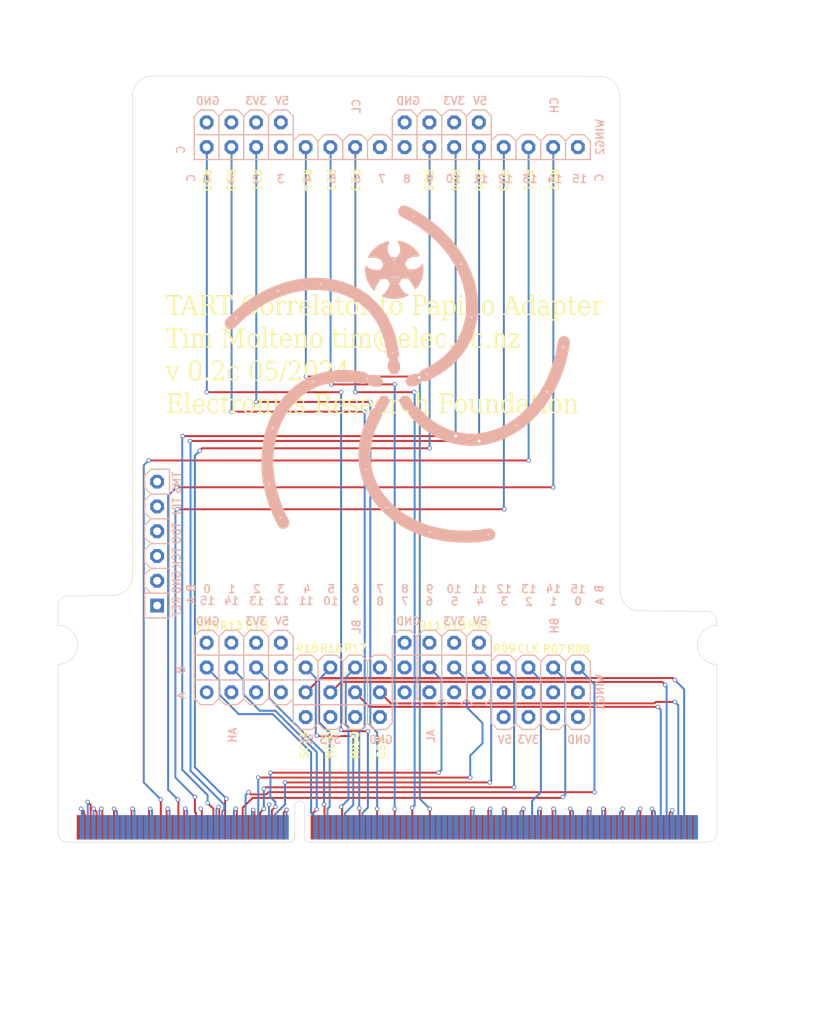
<source format=kicad_pcb>
(kicad_pcb (version 20241229) (generator "pcbnew") (generator_version "9.0")
  (layers (0 "F.Cu" signal) (4 "In1.Cu" signal) (6 "In2.Cu" signal) (2 "B.Cu" signal) (13 "F.Paste" user) (15 "B.Paste" user) (5 "F.SilkS" user "F.Silkscreen") (7 "B.SilkS" user "B.Silkscreen") (1 "F.Mask" user) (3 "B.Mask" user) (25 "Edge.Cuts" user))
  (net 0 "")
  (net 1 "CLK_16")
  (net 23 "R06_I1")
  (net 78 "+5V")
  (net 125 "R03_I1")
  (net 126 "R13_I1")
  (net 127 "GND")
  (net 128 "R15_I1")
  (net 129 "R04_I1")
  (net 130 "R20_I1")
  (net 131 "FPGA_SCLK")
  (net 132 "R23_I1")
  (net 133 "R07_I1")
  (net 134 "FPGA_MISO")
  (net 135 "R22_I1")
  (net 136 "R02_I1")
  (net 137 "R21_I1")
  (net 138 "R12_I1")
  (net 139 "R11_I1")
  (net 140 "R14_I1")
  (net 141 "R10_I1")
  (net 142 "R17_I1")
  (net 143 "R24_I1")
  (net 144 "R01_I1")
  (net 145 "R05_I1")
  (net 146 "R18_I1")
  (net 147 "FPGA_CS#")
  (net 148 "FPGA_MOSI")
  (net 149 "R19_I1")
  (net 150 "R16_I1")
  (net 151 "R08_I1")
  (net 152 "R09_I1")
  (footprint "TART_Library:SODIMM_DDR3_EDGE" (layer "F.Cu") (at 113.06224 126.915855)
    (property "Reference" "U1" (hide yes))
    (property "Value" "TART Correlator SODIMM" (hide yes))
    (fp_line (start -2.11224 -18.015855) (end -2.100671 -0.799328) (stroke (width 0.05)) (layer "Edge.Cuts"))
    (fp_line (start -1.100672 0.2) (end 21.68776 0.2) (stroke (width 0.05)) (layer "Edge.Cuts"))
    (fp_line (start 22.18776 -3.515855) (end 22.18776 -0.3) (stroke (width 0.05)) (layer "Edge.Cuts"))
    (fp_line (start 23.18776 -3.515855) (end 23.18776 -0.3) (stroke (width 0.05)) (layer "Edge.Cuts"))
    (fp_line (start 23.68776 0.2) (end 64.499328 0.2) (stroke (width 0.05)) (layer "Edge.Cuts"))
    (fp_line (start 65.48776 -18.015855) (end 65.499328 -0.800672) (stroke (width 0.05)) (layer "Edge.Cuts"))
    (fp_arc (start -2.11 -22.02) (mid -0.11 -20.02) (end -2.11 -18.02) (stroke (width 0.05)) (layer "Edge.Cuts"))
    (fp_arc (start -1.100672 0.2) (mid -1.807541 -0.092656) (end -2.100671 -0.799328) (stroke (width 0.05)) (layer "Edge.Cuts"))
    (fp_arc (start 22.18776 -3.515855) (mid 22.68776 -4.015855) (end 23.18776 -3.515855) (stroke (width 0.05)) (layer "Edge.Cuts"))
    (fp_arc (start 22.18776 -0.3) (mid 22.041311 0.053539) (end 21.68776 0.2) (stroke (width 0.05)) (layer "Edge.Cuts"))
    (fp_arc (start 23.68776 0.2) (mid 23.334232 0.053539) (end 23.18776 -0.3) (stroke (width 0.05)) (layer "Edge.Cuts"))
    (fp_arc (start 65.48776 -18.015855) (mid 63.487765 -20.01585) (end 65.48776 -22.015845) (stroke (width 0.05)) (layer "Edge.Cuts"))
    (fp_arc (start 65.499328 -0.800672) (mid 65.206674 -0.093121) (end 64.499328 0.2) (stroke (width 0.05)) (layer "Edge.Cuts"))
  )
  (footprint "TART_Library:PAPILIO_PRO" (layer "B.Cu") (at 126.2 111.76 -90)
    (property "Reference" "J2" (hide yes))
    (property "Value" "Papilio Pro")
  )
  (gr_poly (pts (xy 145.816637 65.489771) (xy 145.803263 65.50617) (xy 145.805988 65.53507) (xy 145.812347 65.60627) (xy 145.817622 65.668271) (xy 146.031296 66.038371) (xy 146.035046 66.098071) (xy 146.038524 66.156371) (xy 146.041749 66.213071) (xy 146.04474 66.268471) (xy 146.047513 66.32247) (xy 146.050085 66.375171) (xy 146.05247 66.426571) (xy 146.054682 66.476671) (xy 146.056733 66.525471) (xy 146.058635 66.573171) (xy 146.060399 66.619571) (xy 145.747899 67.160871) (xy 145.122899 67.160871) (xy 144.810399 66.619571) (xy 144.808635 66.573171) (xy 144.806733 66.525471) (xy 144.804682 66.476671) (xy 144.80247 66.426571) (xy 144.800085 66.375171) (xy 144.797514 66.32247) (xy 144.79474 66.268471) (xy 144.791749 66.213071) (xy 144.788524 66.156371) (xy 144.785046 66.098071) (xy 144.781296 66.038371) (xy 144.946671 65.751971) (xy 144.945994 65.743571) (xy 144.940097 65.674171) (xy 144.933975 65.605771) (xy 144.933476 65.600471) (xy 144.917729 65.587971) (xy 144.888785 65.562071) (xy 144.861511 65.534371) (xy 144.839621 65.509171) (xy 144.673935 65.548471) (xy 144.495424 65.602871) (xy 144.320631 65.668171) (xy 144.150251 65.744271) (xy 143.984921 65.830771) (xy 143.825291 65.927371) (xy 143.671971 66.03377) (xy 143.525571 66.149471) (xy 143.386641 66.274071) (xy 143.255721 66.406971) (xy 143.133331 66.547871) (xy 143.019931 66.696071) (xy 142.915962 66.850971) (xy 142.821823 67.012071) (xy 142.743083 67.168471) (xy 142.763203 67.19657) (xy 142.770354 67.207971) (xy 142.804001 67.215471) (xy 142.833484 67.222171) (xy 142.841333 67.20867) (xy 143.466331 67.20867) (xy 143.524271 67.223471) (xy 143.580731 67.238171) (xy 143.635731 67.25267) (xy 143.689332 67.266971) (xy 143.741561 67.280971) (xy 143.792451 67.294871) (xy 143.842042 67.308471) (xy 143.890371 67.321771) (xy 143.937472 67.33497) (xy 143.983371 67.34787) (xy 144.028101 67.360571) (xy 144.340601 67.901871) (xy 144.028101 68.443071) (xy 143.403101 68.443071) (xy 143.358371 68.43037) (xy 143.312472 68.41747) (xy 143.265371 68.404371) (xy 143.217042 68.390971) (xy 143.167451 68.377371) (xy 143.116561 68.363571) (xy 143.064332 68.349471) (xy 143.010732 68.33517) (xy 142.955732 68.320771) (xy 142.899272 68.306071) (xy 142.841333 68.29117) (xy 142.728603 68.095871) (xy 142.684611 68.085671) (xy 142.615012 68.069671) (xy 142.591123 68.064371) (xy 142.567873 68.079471) (xy 142.534001 68.098571) (xy 142.499013 68.115471) (xy 142.476142 68.124871) (xy 142.463703 68.25777) (xy 142.457902 68.444271) (xy 142.463703 68.630771) (xy 142.481093 68.81657) (xy 142.509992 69.000871) (xy 142.550302 69.183071) (xy 142.601862 69.36247) (xy 142.664472 69.538271) (xy 142.737883 69.709771) (xy 142.821823 69.87647) (xy 142.915962 70.03757) (xy 143.019931 70.19247) (xy 143.133331 70.340671) (xy 143.255721 70.481531) (xy 143.386641 70.614501) (xy 143.405962 70.631821) (xy 143.408822 70.630751) (xy 143.446012 70.619431) (xy 143.451801 70.618051) (xy 143.472002 70.583931) (xy 143.508662 70.522651) (xy 143.514051 70.51373) (xy 143.460511 70.42097) (xy 143.773011 69.879771) (xy 143.805072 69.829271) (xy 143.836482 69.78007) (xy 143.867262 69.732271) (xy 143.897391 69.685671) (xy 143.926892 69.64037) (xy 143.955781 69.59617) (xy 143.984041 69.553271) (xy 144.011701 69.51147) (xy 144.038751 69.470671) (xy 144.065221 69.431071) (xy 144.091102 69.392371) (xy 144.716103 69.392371) (xy 145.028603 69.93367) (xy 144.716103 70.474941) (xy 144.690221 70.513561) (xy 144.663756 70.553221) (xy 144.636698 70.593951) (xy 144.609041 70.635781) (xy 144.580776 70.678741) (xy 144.551895 70.72287) (xy 144.522391 70.768201) (xy 144.492257 70.814761) (xy 144.461485 70.862601) (xy 144.430072 70.911761) (xy 144.398011 70.96227) (xy 144.265232 70.96227) (xy 144.257111 70.975721) (xy 144.220451 71.03699) (xy 144.210821 71.053251) (xy 144.219581 71.087701) (xy 144.226792 71.125901) (xy 144.231611 71.164471) (xy 144.232651 71.181071) (xy 144.320631 71.22035) (xy 144.495424 71.285681) (xy 144.673935 71.340031) (xy 144.855481 71.38316) (xy 145.039355 71.41493) (xy 145.224851 71.435201) (xy 145.411246 71.44391) (xy 145.597822 71.441011) (xy 145.783857 71.426511) (xy 145.968632 71.40048) (xy 146.15143 71.363011) (xy 146.331545 71.314241) (xy 146.508281 71.25438) (xy 146.680952 71.183641) (xy 146.848891 71.1023) (xy 146.904431 71.071) (xy 146.904111 71.060951) (xy 146.905272 71.023821) (xy 146.893541 71.010511) (xy 146.846591 70.956711) (xy 146.828741 70.936171) (xy 146.798851 70.9016) (xy 146.601291 70.9016) (xy 146.563161 70.8555) (xy 146.526121 70.810431) (xy 146.490131 70.76639) (xy 146.455157 70.72334) (xy 146.421165 70.681271) (xy 146.388123 70.640171) (xy 146.355999 70.60001) (xy 146.324763 70.560781) (xy 146.294388 70.52246) (xy 146.264845 70.48503) (xy 146.236109 70.448481) (xy 145.923609 69.907171) (xy 146.14326 69.526771) (xy 145.956861 69.526771) (xy 145.956861 69.530971) (xy 145.94771 69.530971) (xy 145.94771 69.57497) (xy 145.947667 69.576871) (xy 145.947539 69.57867) (xy 145.947328 69.58037) (xy 145.94703 69.581971) (xy 145.945376 69.58637) (xy 145.942517 69.589571) (xy 145.938452 69.59157) (xy 145.933181 69.59247) (xy 145.933181 69.58627) (xy 145.92755 69.58627) (xy 145.92755 69.592271) (xy 145.925975 69.592071) (xy 145.924511 69.591671) (xy 145.923158 69.59127) (xy 145.921914 69.590671) (xy 145.918949 69.588471) (xy 145.916568 69.58507) (xy 145.914774 69.580671) (xy 145.913674 69.575671) (xy 145.899585 69.575671) (xy 145.899232 69.579271) (xy 145.898177 69.582371) (xy 145.896418 69.58527) (xy 145.893957 69.58767) (xy 145.892523 69.58877) (xy 145.890932 69.589671) (xy 145.889184 69.590471) (xy 145.88728 69.59117) (xy 145.885133 69.591771) (xy 145.882661 69.592171) (xy 145.879862 69.59247) (xy 145.876737 69.59247) (xy 145.873534 69.592271) (xy 145.8705 69.591771) (xy 145.867635 69.590771) (xy 145.864941 69.589371) (xy 145.864941 69.582971) (xy 145.866818 69.584471) (xy 145.868853 69.585671) (xy 145.871046 69.58627) (xy 145.873394 69.58657) (xy 145.87567 69.58637) (xy 145.877645 69.585771) (xy 145.87932 69.584771) (xy 145.880692 69.583471) (xy 145.881761 69.581771) (xy 145.882525 69.579871) (xy 145.882983 69.57767) (xy 145.883136 69.57527) (xy 145.881998 69.569371) (xy 145.878587 69.564171) (xy 145.872901 69.559771) (xy 145.864941 69.556071) (xy 145.864941 69.55037) (xy 145.866695 69.550871) (xy 145.868501 69.55137) (xy 145.870356 69.551871) (xy 145.872263 69.552371) (xy 145.884216 69.556771) (xy 145.892754 69.562171) (xy 145.897877 69.568471) (xy 145.899585 69.575671) (xy 145.913674 69.575671) (xy 145.913564 69.57517) (xy 145.917907 69.574171) (xy 145.918319 69.575471) (xy 145.918739 69.576671) (xy 145.919167 69.57787) (xy 145.919604 69.57897) (xy 145.92117 69.582171) (xy 145.923016 69.584471) (xy 145.925142 69.585771) (xy 145.92755 69.58627) (xy 145.933181 69.58627) (xy 145.933181 69.537971) (xy 145.894209 69.537971) (xy 145.894066 69.539571) (xy 145.89364 69.540971) (xy 145.892931 69.542271) (xy 145.891936 69.543371) (xy 145.890697 69.544271) (xy 145.889256 69.54497) (xy 145.887611 69.54537) (xy 145.885763 69.545471) (xy 145.883911 69.54537) (xy 145.88226 69.54497) (xy 145.880808 69.544371) (xy 145.879555 69.543571) (xy 145.878546 69.54247) (xy 145.877824 69.54127) (xy 145.877392 69.539871) (xy 145.877248 69.538271) (xy 145.877481 69.535971) (xy 145.878181 69.534171) (xy 145.879347 69.53277) (xy 145.880979 69.531771) (xy 145.879715 69.53017) (xy 145.878031 69.52887) (xy 145.875924 69.527971) (xy 145.867782 69.527971) (xy 145.865869 69.528571) (xy 145.864188 69.529471) (xy 145.862741 69.530671) (xy 145.861527 69.532071) (xy 145.860565 69.53367) (xy 145.859878 69.535471) (xy 145.859465 69.537371) (xy 145.859328 69.539371) (xy 145.859328 69.581671) (xy 145.858014 69.584471) (xy 145.856512 69.586971) (xy 145.854824 69.58897) (xy 145.852949 69.590671) (xy 145.851566 69.59147) (xy 145.849862 69.592071) (xy 145.847834 69.592371) (xy 145.845485 69.59247) (xy 145.84248 69.592271) (xy 145.839913 69.591671) (xy 145.837782 69.590571) (xy 145.836088 69.58907) (xy 145.834754 69.587071) (xy 145.833704 69.584771) (xy 145.832938 69.582071) (xy 145.832457 69.57897) (xy 145.835916 69.577171) (xy 145.836594 69.58017) (xy 145.837611 69.582271) (xy 145.838967 69.583571) (xy 145.840664 69.58397) (xy 145.842473 69.58367) (xy 145.843765 69.58267) (xy 145.844542 69.580971) (xy 145.844801 69.57877) (xy 145.844801 69.546671) (xy 145.846236 69.53647) (xy 145.850545 69.52907) (xy 145.852379 69.52787) (xy 145.815307 69.52787) (xy 145.814813 69.528171) (xy 145.814275 69.528471) (xy 145.813695 69.52877) (xy 145.813072 69.52897) (xy 145.812435 69.529171) (xy 145.811811 69.529371) (xy 145.8112 69.529671) (xy 145.8106 69.529871) (xy 145.810005 69.53017) (xy 145.809398 69.530571) (xy 145.808784 69.531071) (xy 145.808162 69.531671) (xy 145.807614 69.53267) (xy 145.807223 69.534471) (xy 145.806988 69.537171) (xy 145.806909 69.540671) (xy 145.806909 69.57997) (xy 145.807083 69.58137) (xy 145.807606 69.58267) (xy 145.808474 69.58367) (xy 145.809691 69.584571) (xy 145.810316 69.584871) (xy 145.810964 69.58517) (xy 145.811638 69.585471) (xy 145.812338 69.585771) (xy 145.813043 69.585971) (xy 145.813728 69.58627) (xy 145.814398 69.586671) (xy 145.815051 69.587071) (xy 145.815051 69.590671) (xy 145.782347 69.590671) (xy 145.782347 69.587071) (xy 145.783225 69.586671) (xy 145.784366 69.58617) (xy 145.78577 69.585671) (xy 145.787436 69.58517) (xy 145.787971 69.58507) (xy 145.788488 69.584871) (xy 145.788989 69.584771) (xy 145.789472 69.584571) (xy 145.790778 69.58367) (xy 145.791711 69.582171) (xy 145.792271 69.58007) (xy 145.792457 69.577271) (xy 145.792457 69.539771) (xy 145.793024 69.528571) (xy 145.786827 69.528571) (xy 145.786827 69.53897) (xy 145.784641 69.53617) (xy 145.78242 69.534171) (xy 145.780167 69.532971) (xy 145.777878 69.53257) (xy 145.777015 69.53257) (xy 145.776648 69.53277) (xy 145.776322 69.53287) (xy 145.777091 69.53387) (xy 145.777641 69.53497) (xy 145.777971 69.535971) (xy 145.778081 69.536971) (xy 145.777976 69.537971) (xy 145.777658 69.53897) (xy 145.77713 69.539771) (xy 145.776389 69.540571) (xy 145.775462 69.54117) (xy 145.774376 69.54157) (xy 145.773126 69.541871) (xy 145.771717 69.541971) (xy 145.770291 69.541771) (xy 145.768993 69.54137) (xy 145.767819 69.540671) (xy 145.766775 69.539571) (xy 145.765915 69.538371) (xy 145.765302 69.537071) (xy 145.764934 69.535571) (xy 145.764812 69.53397) (xy 145.764862 69.532371) (xy 145.765014 69.530971) (xy 145.765269 69.529771) (xy 145.765625 69.52867) (xy 145.766679 69.526771) (xy 145.752696 69.526771) (xy 145.752696 69.530971) (xy 145.743545 69.530971) (xy 145.743545 69.57497) (xy 145.743502 69.576871) (xy 145.743374 69.57867) (xy 145.743162 69.58037) (xy 145.742866 69.581971) (xy 145.741211 69.58637) (xy 145.73835 69.589571) (xy 145.734287 69.59157) (xy 145.729016 69.59247) (xy 145.729016 69.58627) (xy 145.723385 69.58627) (xy 145.723385 69.592271) (xy 145.721809 69.592071) (xy 145.720345 69.591671) (xy 145.718993 69.59127) (xy 145.717749 69.590671) (xy 145.714784 69.588471) (xy 145.712403 69.58507) (xy 145.711547 69.582971) (xy 145.690938 69.582971) (xy 145.690774 69.584871) (xy 145.690278 69.58657) (xy 145.689453 69.588071) (xy 145.688296 69.589371) (xy 145.687627 69.58997) (xy 145.686908 69.590471) (xy 145.686136 69.590971) (xy 145.685315 69.59127) (xy 145.684453 69.59157) (xy 145.683562 69.591771) (xy 145.68264 69.591971) (xy 145.680738 69.591971) (xy 145.679818 69.591771) (xy 145.678925 69.59157) (xy 145.678065 69.59127) (xy 145.675632 69.58997) (xy 145.673896 69.588071) (xy 145.672855 69.585771) (xy 145.672506 69.582971) (xy 145.672672 69.581071) (xy 145.673167 69.579371) (xy 145.673994 69.57787) (xy 145.67515 69.57647) (xy 145.675789 69.575871) (xy 145.676488 69.57537) (xy 145.677246 69.574871) (xy 145.678065 69.574571) (xy 145.678925 69.574171) (xy 145.679818 69.57397) (xy 145.680738 69.57387) (xy 145.681689 69.57377) (xy 145.68264 69.57387) (xy 145.683562 69.57397) (xy 145.684453 69.574171) (xy 145.685313 69.574471) (xy 145.687774 69.575871) (xy 145.689532 69.57777) (xy 145.690587 69.58017) (xy 145.690938 69.582971) (xy 145.711547 69.582971) (xy 145.710609 69.580671) (xy 145.709399 69.57517) (xy 145.713742 69.574171) (xy 145.714154 69.575471) (xy 145.714574 69.576671) (xy 145.715001 69.57787) (xy 145.715439 69.57897) (xy 145.717005 69.582171) (xy 145.718851 69.584471) (xy 145.720977 69.585771) (xy 145.723385 69.58627) (xy 145.729016 69.58627) (xy 145.729016 69.55747) (xy 145.652817 69.55747) (xy 145.65233 69.564371) (xy 145.650868 69.570571) (xy 145.64843 69.57617) (xy 145.645017 69.58117) (xy 145.640775 69.585471) (xy 145.635846 69.58867) (xy 145.630228 69.590971) (xy 145.623925 69.592271) (xy 145.623925 69.58657) (xy 145.618291 69.58657) (xy 145.618291 69.59247) (xy 145.615688 69.592171) (xy 145.613239 69.591771) (xy 145.610942 69.59117) (xy 145.608797 69.59037) (xy 145.603429 69.587371) (xy 145.59905 69.583171) (xy 145.595665 69.57787) (xy 145.59327 69.57137) (xy 145.599098 69.569171) (xy 145.599631 69.570771) (xy 145.600216 69.572271) (xy 145.600852 69.57387) (xy 145.601538 69.57537) (xy 145.604442 69.58007) (xy 145.608203 69.583471) (xy 145.612818 69.585671) (xy 145.618291 69.58657) (xy 145.623925 69.58657) (xy 145.623925 69.585971) (xy 145.629509 69.58257) (xy 145.633498 69.575971) (xy 145.635891 69.56617) (xy 145.636689 69.553171) (xy 145.636473 69.55027) (xy 145.630986 69.55027) (xy 145.630986 69.55617) (xy 145.592594 69.55617) (xy 145.592996 69.549471) (xy 145.594204 69.543271) (xy 145.596217 69.53787) (xy 145.599034 69.533071) (xy 145.602823 69.52887) (xy 145.60734 69.525671) (xy 145.612588 69.523571) (xy 145.618562 69.52247) (xy 145.618562 69.528271) (xy 145.614284 69.530571) (xy 145.611229 69.53497) (xy 145.609397 69.54157) (xy 145.608785 69.55027) (xy 145.630986 69.55027) (xy 145.636473 69.55027) (xy 145.635908 69.54267) (xy 145.633567 69.53507) (xy 145.629663 69.53017) (xy 145.624196 69.527971) (xy 145.624196 69.522371) (xy 145.630355 69.523371) (xy 145.635879 69.52537) (xy 145.640766 69.528571) (xy 145.645017 69.53287) (xy 145.64843 69.538071) (xy 145.650868 69.54387) (xy 145.65233 69.55037) (xy 145.652817 69.55747) (xy 145.729016 69.55747) (xy 145.729016 69.530971) (xy 145.723385 69.530971) (xy 145.712248 69.530971) (xy 145.712248 69.52497) (xy 145.723385 69.52497) (xy 145.723385 69.530971) (xy 145.729016 69.530971) (xy 145.729016 69.501071) (xy 145.737298 69.50147) (xy 145.737721 69.50267) (xy 145.738103 69.50387) (xy 145.738449 69.50497) (xy 145.738757 69.50617) (xy 145.739049 69.507371) (xy 145.73935 69.508571) (xy 145.739659 69.509771) (xy 145.739978 69.511071) (xy 145.740317 69.512271) (xy 145.740691 69.513471) (xy 145.741097 69.514771) (xy 145.741538 69.515971) (xy 145.742024 69.517171) (xy 145.742563 69.518371) (xy 145.743159 69.519471) (xy 145.743811 69.520571) (xy 145.744591 69.52157) (xy 145.745573 69.52257) (xy 145.74676 69.523471) (xy 145.748151 69.524171) (xy 145.748729 69.524471) (xy 145.749312 69.524771) (xy 145.7499 69.52507) (xy 145.750492 69.52537) (xy 145.751074 69.525671) (xy 145.751635 69.525971) (xy 145.752176 69.52637) (xy 145.752696 69.526771) (xy 145.766679 69.526771) (xy 145.767179 69.525871) (xy 145.769333 69.52387) (xy 145.772089 69.52267) (xy 145.775446 69.522271) (xy 145.778546 69.52267) (xy 145.781477 69.52387) (xy 145.784237 69.525771) (xy 145.786827 69.528571) (xy 145.793024 69.528571) (xy 145.793272 69.52367) (xy 145.815307 69.52367) (xy 145.815307 69.52787) (xy 145.852379 69.52787) (xy 145.857727 69.524371) (xy 145.867782 69.522371) (xy 145.867782 69.527971) (xy 145.875924 69.527971) (xy 145.873394 69.52757) (xy 145.873394 69.522371) (xy 145.877678 69.522971) (xy 145.88158 69.52397) (xy 145.885102 69.52537) (xy 145.888242 69.527271) (xy 145.889586 69.528371) (xy 145.890767 69.529471) (xy 145.891788 69.530671) (xy 145.89265 69.531971) (xy 145.893331 69.533371) (xy 145.893818 69.534771) (xy 145.89411 69.53637) (xy 145.894209 69.537971) (xy 145.933181 69.537971) (xy 145.933181 69.530971) (xy 145.92755 69.530971) (xy 145.916413 69.530971) (xy 145.916413 69.52497) (xy 145.92755 69.52497) (xy 145.92755 69.530971) (xy 145.933181 69.530971) (xy 145.933181 69.501071) (xy 145.941463 69.50147) (xy 145.941886 69.50267) (xy 145.942269 69.50387) (xy 145.942614 69.50497) (xy 145.942922 69.50617) (xy 145.943214 69.507371) (xy 145.943515 69.508571) (xy 145.943825 69.509771) (xy 145.944143 69.511071) (xy 145.944482 69.512271) (xy 145.944856 69.513471) (xy 145.945262 69.514771) (xy 145.945703 69.515971) (xy 145.946189 69.517171) (xy 145.946728 69.518371) (xy 145.947324 69.519471) (xy 145.947976 69.520571) (xy 145.948756 69.52157) (xy 145.94974 69.52257) (xy 145.950926 69.523471) (xy 145.952317 69.524171) (xy 145.952894 69.524471) (xy 145.953477 69.524771) (xy 145.954065 69.52507) (xy 145.954657 69.52537) (xy 145.955239 69.525671) (xy 145.955802 69.525971) (xy 145.956341 69.52637) (xy 145.956861 69.526771) (xy 146.14326 69.526771) (xy 146.15989 69.497971) (xy 145.570522 69.497971) (xy 145.569806 69.498371) (xy 145.569072 69.49877) (xy 145.568321 69.49907) (xy 145.567553 69.499271) (xy 145.566794 69.499571) (xy 145.566069 69.499871) (xy 145.565377 69.50017) (xy 145.564719 69.500471) (xy 145.563451 69.50137) (xy 145.562544 69.50247) (xy 145.562 69.50367) (xy 145.561818 69.50517) (xy 145.561818 69.57997) (xy 145.561997 69.58137) (xy 145.562528 69.58267) (xy 145.563414 69.58367) (xy 145.564655 69.584571) (xy 145.565283 69.584871) (xy 145.565948 69.58517) (xy 145.566651 69.585471) (xy 145.567392 69.585771) (xy 145.568145 69.585971) (xy 145.568886 69.58627) (xy 145.569615 69.586671) (xy 145.57033 69.587071) (xy 145.57033 69.590671) (xy 145.538714 69.590671) (xy 145.538714 69.587071) (xy 145.539465 69.586671) (xy 145.540219 69.58627) (xy 145.540979 69.585971) (xy 145.541743 69.585771) (xy 145.542489 69.585471) (xy 145.543197 69.58517) (xy 145.543868 69.584871) (xy 145.544499 69.584571) (xy 145.545721 69.58367) (xy 145.546593 69.58267) (xy 145.547116 69.58137) (xy 145.547291 69.57997) (xy 145.547291 69.55747) (xy 145.524071 69.55747) (xy 145.523584 69.564371) (xy 145.52212 69.570571) (xy 145.519683 69.57617) (xy 145.51627 69.58117) (xy 145.512027 69.585471) (xy 145.507098 69.58867) (xy 145.501482 69.590971) (xy 145.495178 69.592271) (xy 145.495178 69.58657) (xy 145.489543 69.58657) (xy 145.489543 69.59247) (xy 145.486942 69.592171) (xy 145.484492 69.591771) (xy 145.482196 69.59117) (xy 145.480051 69.59037) (xy 145.474681 69.587371) (xy 145.470304 69.583171) (xy 145.466917 69.57787) (xy 145.464524 69.57137) (xy 145.47035 69.569171) (xy 145.470885 69.570771) (xy 145.471469 69.572271) (xy 145.472105 69.57387) (xy 145.472791 69.57537) (xy 145.475695 69.58007) (xy 145.479455 69.583471) (xy 145.484071 69.585671) (xy 145.489543 69.58657) (xy 145.495178 69.58657) (xy 145.495178 69.585971) (xy 145.500763 69.58257) (xy 145.504752 69.575971) (xy 145.507144 69.56617) (xy 145.507642 69.558071) (xy 145.440623 69.558071) (xy 145.440061 69.565471) (xy 145.438369 69.572271) (xy 145.435551 69.578171) (xy 145.431606 69.583371) (xy 145.427066 69.587271) (xy 145.421994 69.59007) (xy 145.416388 69.591771) (xy 145.410247 69.59247) (xy 145.410247 69.58627) (xy 145.404615 69.58627) (xy 145.404615 69.592171) (xy 145.402548 69.591771) (xy 145.400619 69.59127) (xy 145.398823 69.590571) (xy 145.397164 69.589871) (xy 145.393164 69.587071) (xy 145.389765 69.583271) (xy 145.389594 69.582971) (xy 145.359934 69.582971) (xy 145.359768 69.584871) (xy 145.359273 69.58657) (xy 145.358447 69.588071) (xy 145.35729 69.589371) (xy 145.356621 69.58997) (xy 145.355902 69.590471) (xy 145.355131 69.590971) (xy 145.354309 69.59127) (xy 145.353447 69.59157) (xy 145.352556 69.591771) (xy 145.351635 69.591971) (xy 145.349733 69.591971) (xy 145.348812 69.591771) (xy 145.347921 69.59157) (xy 145.347058 69.59127) (xy 145.344627 69.58997) (xy 145.34289 69.588071) (xy 145.341848 69.585771) (xy 145.341501 69.582971) (xy 145.341666 69.581071) (xy 145.342163 69.579371) (xy 145.342988 69.57787) (xy 145.344144 69.57647) (xy 145.344785 69.575871) (xy 145.345064 69.575671) (xy 145.322452 69.575671) (xy 145.3221 69.579271) (xy 145.321046 69.582371) (xy 145.319287 69.58527) (xy 145.316826 69.58767) (xy 145.315391 69.58877) (xy 145.3138 69.589671) (xy 145.312052 69.590471) (xy 145.310149 69.59117) (xy 145.308001 69.591771) (xy 145.305529 69.592171) (xy 145.30273 69.59247) (xy 145.299605 69.59247) (xy 145.296402 69.592271) (xy 145.293369 69.591771) (xy 145.290504 69.590771) (xy 145.28781 69.589371) (xy 145.28781 69.582971) (xy 145.289686 69.584471) (xy 145.291721 69.585671) (xy 145.293913 69.58627) (xy 145.296262 69.58657) (xy 145.298538 69.58637) (xy 145.300514 69.585771) (xy 145.302187 69.584771) (xy 145.30356 69.583471) (xy 145.30463 69.581771) (xy 145.305393 69.579871) (xy 145.305852 69.57767) (xy 145.306004 69.57527) (xy 145.304868 69.569371) (xy 145.301455 69.564171) (xy 145.295769 69.559771) (xy 145.28781 69.556071) (xy 145.28781 69.55037) (xy 145.289564 69.550871) (xy 145.291368 69.55137) (xy 145.293225 69.551871) (xy 145.295131 69.552371) (xy 145.307085 69.556771) (xy 145.315622 69.562171) (xy 145.320744 69.568471) (xy 145.322452 69.575671) (xy 145.345064 69.575671) (xy 145.345483 69.57537) (xy 145.346241 69.574871) (xy 145.347058 69.574571) (xy 145.347921 69.574171) (xy 145.348812 69.57397) (xy 145.349733 69.57387) (xy 145.350684 69.57377) (xy 145.351635 69.57387) (xy 145.352556 69.57397) (xy 145.353447 69.574171) (xy 145.354309 69.574471) (xy 145.35677 69.575871) (xy 145.358527 69.57777) (xy 145.359582 69.58017) (xy 145.359934 69.582971) (xy 145.389594 69.582971) (xy 145.386967 69.578371) (xy 145.38477 69.572371) (xy 145.39039 69.570671) (xy 145.390848 69.571971) (xy 145.391339 69.573271) (xy 145.391864 69.574571) (xy 145.392423 69.575871) (xy 145.394658 69.57997) (xy 145.397435 69.583071) (xy 145.400754 69.58517) (xy 145.404615 69.58627) (xy 145.410247 69.58627) (xy 145.416453 69.583571) (xy 145.420886 69.57787) (xy 145.423546 69.56907) (xy 145.424432 69.557271) (xy 145.424368 69.55407) (xy 145.424177 69.551071) (xy 145.423859 69.548171) (xy 145.423414 69.545571) (xy 145.421471 69.53887) (xy 145.418629 69.53387) (xy 145.414889 69.53027) (xy 145.410247 69.528371) (xy 145.410247 69.527971) (xy 145.404615 69.527971) (xy 145.401617 69.528471) (xy 145.399205 69.529571) (xy 145.397378 69.53117) (xy 145.396136 69.533271) (xy 145.396556 69.533471) (xy 145.397 69.53367) (xy 145.397472 69.53397) (xy 145.397967 69.534171) (xy 145.398466 69.534471) (xy 145.39895 69.534771) (xy 145.399416 69.53507) (xy 145.399641 69.53527) (xy 145.399865 69.535471) (xy 145.40029 69.535871) (xy 145.40068 69.53637) (xy 145.401036 69.536971) (xy 145.401358 69.53757) (xy 145.401624 69.538271) (xy 145.401815 69.539171) (xy 145.40193 69.54027) (xy 145.401967 69.54157) (xy 145.401831 69.54287) (xy 145.401418 69.54407) (xy 145.400731 69.54527) (xy 145.399768 69.54637) (xy 145.398631 69.547271) (xy 145.397423 69.54787) (xy 145.396143 69.548271) (xy 145.394791 69.548371) (xy 145.393475 69.548371) (xy 145.392303 69.548171) (xy 145.391275 69.547971) (xy 145.39039 69.54767) (xy 145.388288 69.54627) (xy 145.386785 69.544471) (xy 145.385885 69.542071) (xy 145.385584 69.539171) (xy 145.385701 69.537971) (xy 145.317076 69.537971) (xy 145.316934 69.539571) (xy 145.316508 69.540971) (xy 145.315798 69.542271) (xy 145.314804 69.543371) (xy 145.313567 69.544271) (xy 145.312124 69.54497) (xy 145.310479 69.54537) (xy 145.30863 69.545471) (xy 145.306779 69.54537) (xy 145.305128 69.54497) (xy 145.303676 69.544371) (xy 145.302423 69.543571) (xy 145.301414 69.54247) (xy 145.300693 69.54127) (xy 145.30026 69.539871) (xy 145.300117 69.538271) (xy 145.300349 69.535971) (xy 145.301048 69.534171) (xy 145.302214 69.53277) (xy 145.303846 69.531771) (xy 145.302584 69.53017) (xy 145.300899 69.52887) (xy 145.298792 69.527971) (xy 145.290649 69.527971) (xy 145.288737 69.528571) (xy 145.287058 69.529471) (xy 145.285609 69.530671) (xy 145.284394 69.532071) (xy 145.283432 69.53367) (xy 145.282745 69.535471) (xy 145.282334 69.537371) (xy 145.282196 69.539371) (xy 145.282196 69.581671) (xy 145.280881 69.584471) (xy 145.279381 69.586971) (xy 145.277692 69.58897) (xy 145.275817 69.590671) (xy 145.274436 69.59147) (xy 145.27273 69.592071) (xy 145.270703 69.592371) (xy 145.268353 69.59247) (xy 145.265349 69.592271) (xy 145.262782 69.591671) (xy 145.26065 69.590571) (xy 145.258956 69.58907) (xy 145.257622 69.587071) (xy 145.256572 69.584771) (xy 145.255806 69.582071) (xy 145.255326 69.57897) (xy 145.258784 69.577171) (xy 145.259462 69.58017) (xy 145.260479 69.582271) (xy 145.261836 69.583571) (xy 145.263531 69.58397) (xy 145.265341 69.58367) (xy 145.266634 69.58267) (xy 145.267409 69.580971) (xy 145.267668 69.57877) (xy 145.267668 69.558071) (xy 145.238048 69.558071) (xy 145.237484 69.565471) (xy 145.235793 69.572271) (xy 145.232976 69.578171) (xy 145.229029 69.583371) (xy 145.224492 69.587271) (xy 145.219419 69.59007) (xy 145.213811 69.591771) (xy 145.207672 69.59247) (xy 145.207672 69.58627) (xy 145.202038 69.58627) (xy 145.202038 69.592171) (xy 145.199973 69.591771) (xy 145.198043 69.59127) (xy 145.196247 69.590571) (xy 145.194587 69.589871) (xy 145.190587 69.587071) (xy 145.187188 69.583271) (xy 145.187017 69.582971) (xy 145.157357 69.582971) (xy 145.157192 69.584871) (xy 145.156696 69.58657) (xy 145.15587 69.588071) (xy 145.154714 69.589371) (xy 145.154045 69.58997) (xy 145.153325 69.590471) (xy 145.152555 69.590971) (xy 145.151733 69.59127) (xy 145.150871 69.59157) (xy 145.14998 69.591771) (xy 145.14906 69.591971) (xy 145.147158 69.591971) (xy 145.146236 69.591771) (xy 145.145344 69.59157) (xy 145.144482 69.59127) (xy 145.142052 69.58997) (xy 145.140315 69.588071) (xy 145.139272 69.585771) (xy 145.138925 69.582971) (xy 145.13909 69.581071) (xy 145.139586 69.579371) (xy 145.140412 69.57787) (xy 145.141568 69.57647) (xy 145.142208 69.575871) (xy 145.142906 69.57537) (xy 145.143665 69.574871) (xy 145.144482 69.574571) (xy 145.145344 69.574171) (xy 145.146236 69.57397) (xy 145.147158 69.57387) (xy 145.148109 69.57377) (xy 145.14906 69.57387) (xy 145.149979 69.57397) (xy 145.150871 69.574171) (xy 145.151732 69.574471) (xy 145.154193 69.575871) (xy 145.155952 69.57777) (xy 145.157005 69.58017) (xy 145.157357 69.582971) (xy 145.187017 69.582971) (xy 145.18439 69.578371) (xy 145.182193 69.572371) (xy 145.187815 69.570671) (xy 145.188271 69.571971) (xy 145.188762 69.573271) (xy 145.189287 69.574571) (xy 145.189846 69.575871) (xy 145.192082 69.57997) (xy 145.194859 69.583071) (xy 145.198178 69.58517) (xy 145.202038 69.58627) (xy 145.207672 69.58627) (xy 145.213878 69.583571) (xy 145.218309 69.57787) (xy 145.220969 69.56907) (xy 145.221855 69.557271) (xy 145.221793 69.55407) (xy 145.221601 69.551071) (xy 145.221284 69.548171) (xy 145.220837 69.545571) (xy 145.218895 69.53887) (xy 145.216053 69.53387) (xy 145.212312 69.53027) (xy 145.207672 69.528371) (xy 145.207672 69.527971) (xy 145.202038 69.527971) (xy 145.199041 69.528471) (xy 145.196629 69.529571) (xy 145.194801 69.53117) (xy 145.193559 69.533271) (xy 145.193979 69.533471) (xy 145.194425 69.53367) (xy 145.194895 69.53397) (xy 145.19539 69.534171) (xy 145.195891 69.534471) (xy 145.196374 69.534771) (xy 145.19684 69.53507) (xy 145.197065 69.53527) (xy 145.19729 69.535471) (xy 145.197501 69.535671) (xy 145.197713 69.535871) (xy 145.198103 69.53637) (xy 145.198459 69.536971) (xy 145.198781 69.53757) (xy 145.199049 69.538271) (xy 145.199239 69.539171) (xy 145.199353 69.54027) (xy 145.199392 69.54157) (xy 145.199254 69.54287) (xy 145.198841 69.54407) (xy 145.198154 69.54527) (xy 145.197191 69.54637) (xy 145.196056 69.547271) (xy 145.194847 69.54787) (xy 145.193567 69.548271) (xy 145.192214 69.548371) (xy 145.190898 69.548371) (xy 145.189726 69.548171) (xy 145.188698 69.547971) (xy 145.187815 69.54767) (xy 145.185711 69.54627) (xy 145.18421 69.544471) (xy 145.183308 69.542071) (xy 145.183007 69.539171) (xy 145.183299 69.53617) (xy 145.184176 69.533471) (xy 145.185637 69.530871) (xy 145.18768 69.528371) (xy 145.188286 69.52787) (xy 145.119364 69.52787) (xy 145.118618 69.528271) (xy 145.11766 69.52877) (xy 145.11649 69.529171) (xy 145.115111 69.529471) (xy 145.114647 69.529671) (xy 145.1142 69.529771) (xy 145.11377 69.52997) (xy 145.113358 69.53007) (xy 145.112205 69.530971) (xy 145.111383 69.53257) (xy 145.110888 69.534871) (xy 145.110725 69.53787) (xy 145.110725 69.576971) (xy 145.110804 69.57907) (xy 145.111046 69.580871) (xy 145.111446 69.582271) (xy 145.112008 69.583371) (xy 145.112326 69.58377) (xy 145.112675 69.58407) (xy 145.113053 69.584371) (xy 145.11346 69.584571) (xy 145.113945 69.584771) (xy 145.114558 69.58497) (xy 145.115296 69.58517) (xy 145.116162 69.585471) (xy 145.11705 69.585771) (xy 145.11786 69.58617) (xy 145.118587 69.58657) (xy 145.119237 69.587071) (xy 145.119237 69.590671) (xy 145.08762 69.590671) (xy 145.08762 69.587071) (xy 145.08836 69.58657) (xy 145.089288 69.586071) (xy 145.090402 69.585671) (xy 145.091704 69.58517) (xy 145.092172 69.58507) (xy 145.092623 69.584871) (xy 145.093057 69.584671) (xy 145.093474 69.584571) (xy 145.094664 69.583571) (xy 145.095515 69.581971) (xy 145.096026 69.579771) (xy 145.096196 69.576871) (xy 145.096196 69.52657) (xy 145.090548 69.52657) (xy 145.090548 69.53397) (xy 145.088151 69.532071) (xy 145.085636 69.530671) (xy 145.083004 69.529871) (xy 145.080251 69.529571) (xy 145.075747 69.53027) (xy 145.072529 69.532371) (xy 145.070599 69.535871) (xy 145.069956 69.540771) (xy 145.069956 69.579571) (xy 145.06999 69.58027) (xy 145.070091 69.580871) (xy 145.070261 69.58137) (xy 145.070499 69.581771) (xy 145.070654 69.581971) (xy 145.070808 69.582171) (xy 145.071195 69.58267) (xy 145.071656 69.583171) (xy 145.072196 69.58367) (xy 145.0727 69.584171) (xy 145.073059 69.584771) (xy 145.073168 69.585071) (xy 145.073276 69.58537) (xy 145.073348 69.586071) (xy 145.073348 69.590671) (xy 145.047108 69.590671) (xy 145.006582 69.590671) (xy 144.971318 69.590671) (xy 144.971318 69.565471) (xy 144.97581 69.565471) (xy 144.976577 69.566671) (xy 144.977454 69.568271) (xy 144.978441 69.570471) (xy 144.979538 69.573071) (xy 144.979958 69.57407) (xy 144.980402 69.57507) (xy 144.980874 69.576071) (xy 144.981368 69.577071) (xy 144.981917 69.577971) (xy 144.982546 69.57887) (xy 144.983255 69.579771) (xy 144.984045 69.580571) (xy 144.984931 69.58137) (xy 144.985926 69.582071) (xy 144.987032 69.58267) (xy 144.988248 69.583271) (xy 144.989542 69.58377) (xy 144.990875 69.584171) (xy 144.992252 69.584471) (xy 144.993671 69.584571) (xy 144.995063 69.584671) (xy 144.996357 69.584771) (xy 144.997553 69.584871) (xy 144.998652 69.584871) (xy 144.999707 69.58497) (xy 145.00077 69.58497) (xy 145.001842 69.58507) (xy 145.002922 69.58507) (xy 145.006582 69.590671) (xy 145.047108 69.590671) (xy 145.047108 69.587071) (xy 145.047889 69.58647) (xy 145.048816 69.585971) (xy 145.049884 69.585571) (xy 145.051097 69.58517) (xy 145.051561 69.58507) (xy 145.052009 69.58497) (xy 145.05244 69.584871) (xy 145.052855 69.584671) (xy 145.053496 69.584171) (xy 145.025526 69.584171) (xy 145.025526 69.590571) (xy 145.013563 69.590571) (xy 144.97215 69.529771) (xy 144.97215 69.52407) (xy 144.984079 69.52407) (xy 144.989348 69.53157) (xy 144.994569 69.53907) (xy 144.999743 69.54657) (xy 145.00487 69.55407) (xy 145.00999 69.56157) (xy 145.015139 69.56907) (xy 145.020318 69.576671) (xy 145.025526 69.584171) (xy 145.053496 69.584171) (xy 145.054008 69.58377) (xy 145.054832 69.582271) (xy 145.055327 69.58007) (xy 145.055493 69.577171) (xy 145.055493 69.546871) (xy 145.022646 69.546871) (xy 145.018173 69.546871) (xy 145.017563 69.545971) (xy 145.016886 69.544671) (xy 145.01614 69.54287) (xy 145.015326 69.540771) (xy 145.014978 69.539871) (xy 145.014614 69.53907) (xy 145.014233 69.538171) (xy 145.013835 69.537271) (xy 145.013393 69.53647) (xy 145.012878 69.535671) (xy 145.012291 69.534871) (xy 145.011632 69.534171) (xy 145.01089 69.533371) (xy 145.010048 69.53277) (xy 145.00911 69.532171) (xy 145.008073 69.531671) (xy 145.006849 69.53117) (xy 145.005345 69.530771) (xy 145.003563 69.530471) (xy 145.001499 69.53017) (xy 144.999411 69.52997) (xy 144.997551 69.529871) (xy 144.99592 69.529671) (xy 144.994517 69.529571) (xy 144.990451 69.52407) (xy 145.022646 69.52407) (xy 145.022646 69.546871) (xy 145.055493 69.546871) (xy 145.055493 69.54147) (xy 145.05586 69.537171) (xy 145.056966 69.533271) (xy 145.058811 69.52997) (xy 145.061391 69.527171) (xy 145.064497 69.52507) (xy 145.068054 69.523471) (xy 145.072058 69.52257) (xy 145.076511 69.522271) (xy 145.080415 69.52257) (xy 145.084055 69.523371) (xy 145.087432 69.524671) (xy 145.090548 69.52657) (xy 145.096196 69.52657) (xy 145.096196 69.52367) (xy 145.119364 69.52367) (xy 145.119364 69.52787) (xy 145.188286 69.52787) (xy 145.190584 69.525971) (xy 145.193945 69.524171) (xy 145.197763 69.522971) (xy 145.202038 69.52247) (xy 145.202038 69.527971) (xy 145.207672 69.527971) (xy 145.207672 69.522371) (xy 145.214028 69.523471) (xy 145.219808 69.525771) (xy 145.225012 69.529171) (xy 145.229641 69.53387) (xy 145.233319 69.539271) (xy 145.235946 69.54507) (xy 145.237523 69.55127) (xy 145.238048 69.558071) (xy 145.267668 69.558071) (xy 145.267668 69.546671) (xy 145.269105 69.53647) (xy 145.273413 69.52907) (xy 145.280595 69.524371) (xy 145.290649 69.522371) (xy 145.290649 69.527971) (xy 145.298792 69.527971) (xy 145.296262 69.52757) (xy 145.296262 69.522371) (xy 145.300546 69.522971) (xy 145.304448 69.52397) (xy 145.307971 69.52537) (xy 145.31111 69.527271) (xy 145.312453 69.528371) (xy 145.313635 69.529471) (xy 145.314657 69.530671) (xy 145.315517 69.531971) (xy 145.3162 69.533371) (xy 145.316687 69.534771) (xy 145.316978 69.53637) (xy 145.317076 69.537971) (xy 145.385701 69.537971) (xy 145.385876 69.53617) (xy 145.386753 69.533471) (xy 145.388213 69.530871) (xy 145.390257 69.528371) (xy 145.393161 69.525971) (xy 145.396522 69.524171) (xy 145.40034 69.522971) (xy 145.404615 69.52247) (xy 145.404615 69.527971) (xy 145.410247 69.527971) (xy 145.410247 69.522371) (xy 145.416604 69.523471) (xy 145.422385 69.525771) (xy 145.427589 69.529171) (xy 145.432216 69.53387) (xy 145.435894 69.539271) (xy 145.438521 69.54507) (xy 145.440098 69.55127) (xy 145.440623 69.558071) (xy 145.507642 69.558071) (xy 145.507943 69.553171) (xy 145.507727 69.55027) (xy 145.50224 69.55027) (xy 145.50224 69.55617) (xy 145.463846 69.55617) (xy 145.464249 69.549471) (xy 145.465456 69.543271) (xy 145.467469 69.53787) (xy 145.470288 69.533071) (xy 145.474077 69.52887) (xy 145.478593 69.525671) (xy 145.48384 69.523571) (xy 145.489814 69.52247) (xy 145.489814 69.528271) (xy 145.485538 69.530571) (xy 145.482483 69.53497) (xy 145.480649 69.54157) (xy 145.480039 69.55027) (xy 145.50224 69.55027) (xy 145.507727 69.55027) (xy 145.507161 69.54267) (xy 145.504819 69.53507) (xy 145.500915 69.53017) (xy 145.495449 69.527971) (xy 145.495449 69.522371) (xy 145.501609 69.523371) (xy 145.507132 69.52537) (xy 145.512019 69.528571) (xy 145.51627 69.53287) (xy 145.519683 69.538071) (xy 145.52212 69.54387) (xy 145.523584 69.55037) (xy 145.524071 69.55747) (xy 145.547291 69.55747) (xy 145.547291 69.49387) (xy 145.570522 69.49387) (xy 145.570522 69.497971) (xy 146.15989 69.497971) (xy 146.236109 69.365971) (xy 146.861112 69.365971) (xy 146.889841 69.40247) (xy 146.919392 69.43997) (xy 146.949762 69.478271) (xy 146.981002 69.51747) (xy 147.013121 69.55767) (xy 147.046162 69.59877) (xy 147.080161 69.640771) (xy 147.115131 69.68387) (xy 147.151121 69.72787) (xy 147.188161 69.772971) (xy 147.226291 69.81907) (xy 147.538791 70.36037) (xy 147.518271 70.39587) (xy 147.544931 70.42647) (xy 147.553841 70.43657) (xy 147.558261 70.436671) (xy 147.597021 70.43967) (xy 147.635521 70.445071) (xy 147.673602 70.452881) (xy 147.682401 70.455261) (xy 147.722371 70.412071) (xy 147.840321 70.267471) (xy 147.949061 70.115871) (xy 148.048171 69.95767) (xy 148.137241 69.79377) (xy 148.215962 69.624571) (xy 148.284001 69.450771) (xy 148.322686 69.330471) (xy 145.924 69.330471) (xy 145.924 69.338471) (xy 145.847712 69.338471) (xy 145.847712 69.330471) (xy 145.84825 69.33017) (xy 145.801649 69.33017) (xy 145.801649 69.338471) (xy 145.742641 69.338471) (xy 145.742641 69.33017) (xy 145.744532 69.329271) (xy 145.746405 69.32867) (xy 145.748263 69.328071) (xy 145.750101 69.32777) (xy 145.751881 69.32747) (xy 145.75356 69.327171) (xy 145.755136 69.326771) (xy 145.756611 69.32637) (xy 145.757968 69.325871) (xy 145.759188 69.32527) (xy 145.760274 69.324571) (xy 145.761223 69.32367) (xy 145.762003 69.32247) (xy 145.76258 69.320771) (xy 145.762954 69.318471) (xy 145.763123 69.315771) (xy 145.76292 69.312371) (xy 145.762174 69.308171) (xy 145.760885 69.303271) (xy 145.759054 69.29767) (xy 145.752223 69.277271) (xy 145.741555 69.277271) (xy 145.700301 69.277271) (xy 145.704373 69.264771) (xy 145.738164 69.264771) (xy 145.741555 69.277271) (xy 145.752223 69.277271) (xy 145.727175 69.20247) (xy 145.735313 69.180471) (xy 145.781165 69.31647) (xy 145.782412 69.319271) (xy 145.784251 69.321671) (xy 145.786685 69.32377) (xy 145.789713 69.325471) (xy 145.791154 69.326071) (xy 145.792629 69.32657) (xy 145.794138 69.327071) (xy 145.795681 69.32757) (xy 145.797224 69.328171) (xy 145.798734 69.32877) (xy 145.800208 69.329371) (xy 145.801649 69.33017) (xy 145.84825 69.33017) (xy 145.849682 69.329371) (xy 145.852076 69.328371) (xy 145.854892 69.32747) (xy 145.858131 69.32647) (xy 145.85932 69.32627) (xy 145.860448 69.325871) (xy 145.861517 69.325471) (xy 145.862528 69.32507) (xy 145.86353 69.324571) (xy 145.864575 69.32367) (xy 145.865661 69.32257) (xy 145.86679 69.32117) (xy 145.867796 69.319171) (xy 145.868514 69.31617) (xy 145.868945 69.312271) (xy 145.869088 69.307371) (xy 145.869088 69.145671) (xy 145.857824 69.145671) (xy 145.857824 69.156871) (xy 145.851324 69.157371) (xy 145.845518 69.15897) (xy 145.840409 69.161671) (xy 145.835992 69.165471) (xy 145.834248 69.16757) (xy 145.832672 69.169771) (xy 145.831264 69.172171) (xy 145.830026 69.174671) (xy 145.828907 69.177271) (xy 145.827856 69.17997) (xy 145.826873 69.18277) (xy 145.825958 69.185471) (xy 145.825098 69.188371) (xy 145.824281 69.19117) (xy 145.823505 69.19407) (xy 145.822772 69.196871) (xy 145.82203 69.199771) (xy 145.821229 69.20257) (xy 145.820368 69.20517) (xy 145.819448 69.20787) (xy 145.810208 69.20787) (xy 145.810208 69.16147) (xy 145.74047 69.16147) (xy 145.738884 69.16277) (xy 145.736704 69.16407) (xy 145.733933 69.16537) (xy 145.730565 69.16657) (xy 145.721748 69.188471) (xy 145.714998 69.208071) (xy 145.708181 69.22767) (xy 145.701296 69.247271) (xy 145.694343 69.266871) (xy 145.691742 69.27407) (xy 145.688952 69.281771) (xy 145.685976 69.28997) (xy 145.682813 69.29867) (xy 145.679964 69.306771) (xy 145.677929 69.313171) (xy 145.676709 69.31777) (xy 145.676301 69.320671) (xy 145.676691 69.32277) (xy 145.67786 69.324471) (xy 145.679809 69.325871) (xy 145.682537 69.326771) (xy 145.683994 69.327171) (xy 145.68552 69.32747) (xy 145.687113 69.32777) (xy 145.688773 69.328071) (xy 145.690451 69.328471) (xy 145.692096 69.32887) (xy 145.693706 69.329471) (xy 145.695282 69.33017) (xy 145.695282 69.338471) (xy 145.621937 69.338471) (xy 145.621937 69.33017) (xy 145.62361 69.329371) (xy 145.625241 69.32877) (xy 145.626831 69.328171) (xy 145.628377 69.32767) (xy 145.629881 69.327171) (xy 145.631344 69.326671) (xy 145.632763 69.326071) (xy 145.634141 69.325471) (xy 145.636937 69.32367) (xy 145.63936 69.32117) (xy 145.641411 69.318071) (xy 145.643087 69.314271) (xy 145.701272 69.15377) (xy 145.587043 69.15377) (xy 145.585661 69.154571) (xy 145.58395 69.15527) (xy 145.581908 69.155971) (xy 145.579536 69.156671) (xy 145.577138 69.157371) (xy 145.575019 69.158171) (xy 145.57318 69.159171) (xy 145.571617 69.16027) (xy 145.570078 69.16247) (xy 145.568979 69.16617) (xy 145.568319 69.17137) (xy 145.568099 69.178171) (xy 145.568099 69.305871) (xy 145.56815 69.309471) (xy 145.568302 69.31277) (xy 145.568557 69.315971) (xy 145.568911 69.31887) (xy 145.56969 69.32147) (xy 145.571212 69.323571) (xy 145.573479 69.32527) (xy 145.576489 69.32657) (xy 145.57791 69.326971) (xy 145.579331 69.327371) (xy 145.580753 69.32777) (xy 145.582174 69.328171) (xy 145.583543 69.328571) (xy 145.584812 69.32907) (xy 145.585979 69.329671) (xy 145.587043 69.330471) (xy 145.587043 69.338471) (xy 145.515107 69.338471) (xy 145.515107 69.330471) (xy 145.516427 69.329671) (xy 145.517797 69.32907) (xy 145.51922 69.328571) (xy 145.520693 69.328171) (xy 145.522175 69.32777) (xy 145.523621 69.32747) (xy 145.525035 69.327071) (xy 145.526416 69.32657) (xy 145.52773 69.326071) (xy 145.528952 69.325571) (xy 145.530081 69.324871) (xy 145.531115 69.32407) (xy 145.532014 69.323171) (xy 145.532733 69.321971) (xy 145.533274 69.320471) (xy 145.533636 69.31877) (xy 145.533874 69.316671) (xy 145.534044 69.31377) (xy 145.534145 69.31037) (xy 145.534179 69.30617) (xy 145.534179 69.15637) (xy 145.522872 69.15637) (xy 145.521854 69.15617) (xy 145.520566 69.156071) (xy 145.519006 69.155971) (xy 145.517176 69.155971) (xy 145.506833 69.15657) (xy 145.497915 69.158471) (xy 145.490421 69.161671) (xy 145.484351 69.166071) (xy 145.479664 69.171671) (xy 145.476314 69.178271) (xy 145.474305 69.185971) (xy 145.473636 69.194571) (xy 145.473805 69.199471) (xy 145.474314 69.20407) (xy 145.475161 69.208271) (xy 145.476347 69.212171) (xy 145.482307 69.221671) (xy 145.492048 69.228371) (xy 145.505568 69.23247) (xy 145.522872 69.23377) (xy 145.522872 69.244871) (xy 145.520914 69.245671) (xy 145.51911 69.24647) (xy 145.517457 69.247271) (xy 145.515955 69.247971) (xy 145.510507 69.25147) (xy 145.505687 69.25627) (xy 145.501493 69.26247) (xy 145.497926 69.269871) (xy 145.496562 69.273471) (xy 145.495317 69.277271) (xy 145.49419 69.281071) (xy 145.493182 69.28507) (xy 145.492227 69.28907) (xy 145.491265 69.292971) (xy 145.490295 69.296971) (xy 145.489316 69.300871) (xy 145.488298 69.304771) (xy 145.487214 69.308571) (xy 145.486062 69.312271) (xy 145.484841 69.315971) (xy 145.48349 69.319471) (xy 145.481944 69.32267) (xy 145.480203 69.325771) (xy 145.478267 69.32867) (xy 145.47611 69.33127) (xy 145.473708 69.333571) (xy 145.471059 69.335571) (xy 145.468166 69.337371) (xy 145.464886 69.33877) (xy 145.461081 69.339771) (xy 145.456751 69.340471) (xy 145.451895 69.340671) (xy 145.446892 69.34007) (xy 145.442118 69.338571) (xy 145.437572 69.335971) (xy 145.433254 69.332371) (xy 145.43151 69.330471) (xy 145.34369 69.330471) (xy 145.34369 69.338471) (xy 145.267402 69.338471) (xy 145.267402 69.330471) (xy 145.269373 69.329371) (xy 145.271766 69.328371) (xy 145.274581 69.32747) (xy 145.277821 69.32647) (xy 145.279008 69.32627) (xy 145.280139 69.325871) (xy 145.281207 69.325471) (xy 145.282218 69.32507) (xy 145.28322 69.324571) (xy 145.284265 69.32367) (xy 145.285351 69.32257) (xy 145.28648 69.32117) (xy 145.287486 69.319171) (xy 145.288204 69.31617) (xy 145.288634 69.312271) (xy 145.288778 69.307371) (xy 145.288778 69.302971) (xy 145.107619 69.302971) (xy 145.106839 69.310771) (xy 145.1045 69.317971) (xy 145.100603 69.324371) (xy 145.095145 69.33017) (xy 145.088044 69.33517) (xy 145.079757 69.33887) (xy 145.070283 69.34137) (xy 145.059624 69.34257) (xy 145.059624 69.332371) (xy 145.065229 69.331871) (xy 145.07036 69.330771) (xy 145.075014 69.32897) (xy 145.079193 69.32657) (xy 145.0826 69.32367) (xy 145.085072 69.320471) (xy 145.086609 69.316871) (xy 145.087212 69.312971) (xy 145.083519 69.311671) (xy 145.080319 69.31017) (xy 145.077611 69.30867) (xy 145.075395 69.306971) (xy 145.0743 69.305971) (xy 145.073325 69.304771) (xy 145.072467 69.303471) (xy 145.071729 69.302071) (xy 145.071135 69.300471) (xy 145.07071 69.298571) (xy 145.070456 69.29637) (xy 145.070371 69.29387) (xy 145.070626 69.29117) (xy 145.071386 69.288471) (xy 145.072656 69.285671) (xy 145.074433 69.28287) (xy 145.076864 69.28027) (xy 145.079547 69.278371) (xy 145.082484 69.277271) (xy 145.085675 69.276871) (xy 145.095276 69.278471) (xy 145.102133 69.283371) (xy 145.106247 69.29157) (xy 145.107619 69.302971) (xy 145.288778 69.302971) (xy 145.288778 69.280971) (xy 145.20598 69.280971) (xy 145.140443 69.280971) (xy 145.140443 69.262971) (xy 145.20598 69.262971) (xy 145.20598 69.280971) (xy 145.288778 69.280971) (xy 145.288778 69.236771) (xy 145.072137 69.236771) (xy 145.071652 69.239271) (xy 145.0702 69.24117) (xy 145.067777 69.242271) (xy 145.064386 69.24257) (xy 145.062481 69.24257) (xy 145.061529 69.24247) (xy 145.060577 69.24247) (xy 145.054323 69.242271) (xy 145.047863 69.24287) (xy 145.042083 69.244571) (xy 145.036983 69.24747) (xy 145.032563 69.25137) (xy 145.02816 69.25787) (xy 145.025015 69.265871) (xy 145.023128 69.275571) (xy 145.0225 69.286771) (xy 145.024115 69.30407) (xy 145.028962 69.317271) (xy 145.037042 69.32637) (xy 145.048353 69.33127) (xy 145.048353 69.342371) (xy 145.035869 69.340571) (xy 145.024605 69.336871) (xy 145.014564 69.33127) (xy 145.005743 69.32397) (xy 144.998737 69.315471) (xy 144.993734 69.306071) (xy 144.990732 69.295771) (xy 144.989731 69.284671) (xy 144.992672 69.266071) (xy 145.001497 69.251671) (xy 145.016206 69.24137) (xy 145.036798 69.23517) (xy 145.036798 69.234571) (xy 145.018342 69.228571) (xy 145.005161 69.21897) (xy 144.997252 69.205871) (xy 144.994615 69.189271) (xy 144.995531 69.179871) (xy 144.998278 69.17127) (xy 145.002859 69.163371) (xy 145.00927 69.15637) (xy 145.017259 69.15037) (xy 145.026436 69.145871) (xy 145.036801 69.142971) (xy 145.048353 69.141671) (xy 145.048353 69.152271) (xy 145.03861 69.156871) (xy 145.03165 69.16497) (xy 145.027475 69.176671) (xy 145.026084 69.191971) (xy 145.02661 69.200471) (xy 145.028188 69.207971) (xy 145.03082 69.214471) (xy 145.034505 69.21997) (xy 145.036306 69.221971) (xy 145.038175 69.22367) (xy 145.040111 69.22507) (xy 145.042115 69.22627) (xy 145.044118 69.227171) (xy 145.046053 69.227971) (xy 145.047921 69.22867) (xy 145.049721 69.229271) (xy 145.051963 69.229771) (xy 145.055155 69.23027) (xy 145.059298 69.230571) (xy 145.064393 69.230971) (xy 145.067782 69.23127) (xy 145.070201 69.232371) (xy 145.071654 69.234171) (xy 145.072137 69.236771) (xy 145.288778 69.236771) (xy 145.288778 69.145671) (xy 145.277514 69.145671) (xy 145.277514 69.156871) (xy 145.271014 69.157371) (xy 145.265208 69.15897) (xy 145.260098 69.161671) (xy 145.255682 69.165471) (xy 145.253938 69.16757) (xy 145.252362 69.169771) (xy 145.250954 69.172171) (xy 145.249716 69.174671) (xy 145.248597 69.177271) (xy 145.247546 69.17997) (xy 145.246563 69.18277) (xy 145.245648 69.185471) (xy 145.244788 69.188371) (xy 145.243972 69.19117) (xy 145.243195 69.19407) (xy 145.242462 69.196871) (xy 145.241721 69.199771) (xy 145.240919 69.20257) (xy 145.240058 69.20517) (xy 145.239138 69.20787) (xy 145.229898 69.20787) (xy 145.229898 69.18517) (xy 145.103779 69.18517) (xy 145.10346 69.189771) (xy 145.102506 69.19387) (xy 145.100913 69.19747) (xy 145.098685 69.200471) (xy 145.095954 69.20287) (xy 145.092859 69.204571) (xy 145.089398 69.205671) (xy 145.085571 69.205971) (xy 145.081779 69.205671) (xy 145.07842 69.204871) (xy 145.075495 69.203471) (xy 145.073004 69.20147) (xy 145.071012 69.19897) (xy 145.069589 69.196071) (xy 145.068735 69.19277) (xy 145.068452 69.18907) (xy 145.068808 69.18527) (xy 145.069879 69.181871) (xy 145.071665 69.17887) (xy 145.074163 69.17627) (xy 145.075717 69.17517) (xy 145.077799 69.17397) (xy 145.080409 69.17277) (xy 145.083546 69.17157) (xy 145.082539 69.167171) (xy 145.080879 69.163271) (xy 145.078564 69.15997) (xy 145.075595 69.157171) (xy 145.072124 69.15497) (xy 145.068307 69.153271) (xy 145.064138 69.152171) (xy 145.059624 69.15147) (xy 145.059624 69.141971) (xy 145.068735 69.14367) (xy 145.077048 69.14657) (xy 145.084564 69.150671) (xy 145.091281 69.155971) (xy 145.0941 69.15877) (xy 145.096579 69.161771) (xy 145.098719 69.16497) (xy 145.10052 69.168371) (xy 145.101945 69.171971) (xy 145.102965 69.176071) (xy 145.103575 69.180471) (xy 145.103779 69.18517) (xy 145.229898 69.18517) (xy 145.229898 69.14367) (xy 145.235943 69.144571) (xy 145.241057 69.14517) (xy 145.245236 69.145571) (xy 145.248485 69.145671) (xy 145.277514 69.145671) (xy 145.288778 69.145671) (xy 145.322699 69.145671) (xy 145.322699 69.307371) (xy 145.322877 69.31247) (xy 145.323414 69.316671) (xy 145.324309 69.31997) (xy 145.32556 69.32247) (xy 145.32634 69.323371) (xy 145.32718 69.32407) (xy 145.328078 69.324671) (xy 145.329036 69.32517) (xy 145.330203 69.325571) (xy 145.331728 69.326071) (xy 145.333612 69.326671) (xy 145.335852 69.327271) (xy 145.338156 69.327971) (xy 145.340232 69.32867) (xy 145.342075 69.329571) (xy 145.34369 69.330471) (xy 145.43151 69.330471) (xy 145.431051 69.32997) (xy 145.428372 69.32647) (xy 145.425221 69.321871) (xy 145.421594 69.31627) (xy 145.421178 69.31497) (xy 145.420881 69.31387) (xy 145.420703 69.31267) (xy 145.420644 69.31157) (xy 145.420737 69.310571) (xy 145.421014 69.309771) (xy 145.421478 69.309171) (xy 145.422127 69.30867) (xy 145.422801 69.308371) (xy 145.423341 69.308171) (xy 145.423745 69.307971) (xy 145.424016 69.307971) (xy 145.425753 69.308271) (xy 145.42759 69.309371) (xy 145.42953 69.31127) (xy 145.431569 69.31377) (xy 145.432312 69.314871) (xy 145.433054 69.315971) (xy 145.433796 69.316971) (xy 145.434538 69.31787) (xy 145.435312 69.31867) (xy 145.436156 69.319271) (xy 145.437066 69.319671) (xy 145.438045 69.319771) (xy 145.440582 69.31897) (xy 145.443304 69.31647) (xy 145.446214 69.312371) (xy 145.44931 69.30657) (xy 145.450734 69.303571) (xy 145.45216 69.30037) (xy 145.453586 69.297071) (xy 145.455012 69.293471) (xy 145.456565 69.289571) (xy 145.45837 69.28497) (xy 145.460432 69.279771) (xy 145.462747 69.27387) (xy 145.46514 69.268071) (xy 145.46743 69.263071) (xy 145.469619 69.25897) (xy 145.471705 69.255771) (xy 145.475972 69.250771) (xy 145.481036 69.246771) (xy 145.486898 69.24367) (xy 145.493558 69.24147) (xy 145.493558 69.240971) (xy 145.481274 69.239671) (xy 145.470347 69.236771) (xy 145.46078 69.232271) (xy 145.452568 69.22627) (xy 145.446273 69.219371) (xy 145.441777 69.211671) (xy 145.439079 69.203171) (xy 145.43818 69.19377) (xy 145.443159 69.17277) (xy 145.458097 69.15777) (xy 145.482994 69.14877) (xy 145.51785 69.145771) (xy 145.522872 69.145771) (xy 145.522872 69.15637) (xy 145.534179 69.15637) (xy 145.534179 69.145771) (xy 145.587043 69.145771) (xy 145.587043 69.15377) (xy 145.701272 69.15377) (xy 145.702613 69.15007) (xy 145.703859 69.147171) (xy 145.705155 69.144771) (xy 145.705755 69.14397) (xy 145.38145 69.14397) (xy 145.38145 69.20787) (xy 145.371976 69.20787) (xy 145.371059 69.20507) (xy 145.370075 69.201671) (xy 145.369023 69.19767) (xy 145.367905 69.193071) (xy 145.366649 69.188371) (xy 145.365189 69.18367) (xy 145.363525 69.179171) (xy 145.361659 69.174871) (xy 145.356872 69.166971) (xy 145.350661 69.16137) (xy 145.343025 69.157971) (xy 145.333962 69.156871) (xy 145.333962 69.145671) (xy 145.371274 69.145671) (xy 145.373166 69.145571) (xy 145.375446 69.14517) (xy 145.378119 69.144571) (xy 145.38118 69.14367) (xy 145.381315 69.14382) (xy 145.38145 69.14397) (xy 145.705755 69.14397) (xy 145.706504 69.142971) (xy 145.707901 69.14157) (xy 145.711294 69.141871) (xy 145.717401 69.14287) (xy 145.72622 69.144571) (xy 145.737755 69.146971) (xy 145.738022 69.14787) (xy 145.738281 69.14877) (xy 145.738531 69.149871) (xy 145.738773 69.151071) (xy 145.739249 69.153571) (xy 145.739724 69.156071) (xy 145.739948 69.157371) (xy 145.740147 69.15867) (xy 145.740321 69.16007) (xy 145.74047 69.16147) (xy 145.810208 69.16147) (xy 145.810208 69.14367) (xy 145.816253 69.144571) (xy 145.821367 69.14517) (xy 145.825546 69.145571) (xy 145.828795 69.145671) (xy 145.857824 69.145671) (xy 145.869088 69.145671) (xy 145.903009 69.145671) (xy 145.903009 69.307371) (xy 145.903187 69.31247) (xy 145.903724 69.316671) (xy 145.904619 69.31997) (xy 145.90587 69.32247) (xy 145.90665 69.323371) (xy 145.907489 69.32407) (xy 145.908388 69.324671) (xy 145.909347 69.32517) (xy 145.910514 69.325571) (xy 145.912038 69.326071) (xy 145.913922 69.326671) (xy 145.916162 69.327271) (xy 145.918466 69.327971) (xy 145.920542 69.32867) (xy 145.922385 69.329571) (xy 145.924 69.330471) (xy 148.322686 69.330471) (xy 148.341112 69.273171) (xy 148.373955 69.14397) (xy 145.96176 69.14397) (xy 145.96176 69.20787) (xy 145.952286 69.20787) (xy 145.951369 69.20507) (xy 145.950385 69.201671) (xy 145.949333 69.19767) (xy 145.948214 69.193071) (xy 145.946959 69.188371) (xy 145.945499 69.18367) (xy 145.943835 69.179171) (xy 145.941969 69.174871) (xy 145.937182 69.166971) (xy 145.930971 69.16137) (xy 145.923335 69.157971) (xy 145.914272 69.156871) (xy 145.914272 69.145671) (xy 145.951584 69.145671) (xy 145.953475 69.145571) (xy 145.955758 69.14517) (xy 145.958429 69.144571) (xy 145.96149 69.14367) (xy 145.961625 69.14382) (xy 145.96176 69.14397) (xy 148.373955 69.14397) (xy 148.387071 69.092371) (xy 148.421692 68.90897) (xy 148.444852 68.72377) (xy 148.456451 68.53757) (xy 148.456451 68.443471) (xy 145.482889 68.443471) (xy 145.482889 68.44507) (xy 145.482793 68.44657) (xy 145.4826 68.448171) (xy 145.48231 68.449671) (xy 145.481928 68.45117) (xy 145.481452 68.45267) (xy 145.480885 68.45407) (xy 145.480229 68.455471) (xy 145.479487 68.456871) (xy 145.47866 68.458171) (xy 145.477755 68.459471) (xy 145.476772 68.460671) (xy 145.475716 68.461771) (xy 145.474591 68.46287) (xy 145.473402 68.46387) (xy 145.472152 68.464771) (xy 145.470848 68.465671) (xy 145.469493 68.46647) (xy 145.468093 68.467071) (xy 145.466654 68.46767) (xy 145.465181 68.468171) (xy 145.46368 68.468571) (xy 145.462157 68.46887) (xy 145.460617 68.469171) (xy 145.459067 68.469271) (xy 145.457512 68.469271) (xy 145.455959 68.469171) (xy 145.454414 68.46907) (xy 145.452882 68.46877) (xy 145.451368 68.468371) (xy 145.449881 68.467971) (xy 145.448424 68.467371) (xy 145.447004 68.466771) (xy 145.445626 68.466071) (xy 145.444296 68.46527) (xy 145.443018 68.464371) (xy 145.441799 68.463371) (xy 145.44064 68.462371) (xy 145.43955 68.46127) (xy 145.43853 68.46007) (xy 145.437585 68.45887) (xy 145.436718 68.45757) (xy 145.435933 68.45617) (xy 145.435234 68.454771) (xy 145.434622 68.453371) (xy 145.434101 68.451971) (xy 145.433672 68.450471) (xy 145.433336 68.44887) (xy 145.433094 68.447371) (xy 145.43295 68.445871) (xy 145.432901 68.444271) (xy 145.43295 68.44267) (xy 145.433094 68.44117) (xy 145.433336 68.439671) (xy 145.433672 68.438071) (xy 145.434101 68.43657) (xy 145.434622 68.43517) (xy 145.435234 68.43377) (xy 145.435933 68.432371) (xy 145.436718 68.430971) (xy 145.437585 68.429671) (xy 145.43853 68.428471) (xy 145.43955 68.427271) (xy 145.44064 68.42617) (xy 145.441799 68.42517) (xy 145.443018 68.424171) (xy 145.444296 68.423271) (xy 145.445626 68.42247) (xy 145.447004 68.421771) (xy 145.448424 68.42117) (xy 145.449881 68.420571) (xy 145.451368 68.42017) (xy 145.452882 68.419771) (xy 145.454414 68.419471) (xy 145.455959 68.419371) (xy 145.457512 68.419271) (xy 145.459067 68.419271) (xy 145.460617 68.419371) (xy 145.462157 68.419671) (xy 145.46368 68.41997) (xy 145.465181 68.42037) (xy 145.466654 68.420871) (xy 145.468093 68.42147) (xy 145.469493 68.422071) (xy 145.470848 68.42287) (xy 145.472152 68.42377) (xy 145.473402 68.424671) (xy 145.474591 68.425671) (xy 145.475716 68.426771) (xy 145.476772 68.42787) (xy 145.477755 68.42907) (xy 145.47866 68.43037) (xy 145.479487 68.431671) (xy 145.480229 68.433071) (xy 145.480885 68.434471) (xy 145.481452 68.435871) (xy 145.481928 68.437371) (xy 145.48231 68.43887) (xy 145.4826 68.44037) (xy 145.482793 68.441971) (xy 145.482889 68.443471) (xy 148.456451 68.443471) (xy 148.456451 68.350971) (xy 148.444852 68.164771) (xy 148.421692 67.979571) (xy 148.402911 67.88017) (xy 148.386031 67.87497) (xy 148.358822 67.864771) (xy 148.337221 67.874171) (xy 148.271541 67.902171) (xy 148.207391 67.929271) (xy 148.190911 67.936071) (xy 148.042581 68.192971) (xy 147.986952 68.21497) (xy 147.932651 68.23627) (xy 147.879631 68.256971) (xy 147.827882 68.276871) (xy 147.777371 68.29627) (xy 147.728071 68.31497) (xy 147.679951 68.333071) (xy 147.632992 68.350671) (xy 147.587161 68.36777) (xy 147.542441 68.384271) (xy 147.498791 68.40027) (xy 146.873791 68.40027) (xy 146.561291 67.85907) (xy 146.66082 67.686671) (xy 145.660285 67.686671) (xy 145.660285 67.690671) (xy 145.630462 67.690671) (xy 145.630462 67.686671) (xy 145.631541 67.68627) (xy 145.632607 67.685871) (xy 145.63366 67.685471) (xy 145.634701 67.68517) (xy 145.635703 67.684771) (xy 145.636641 67.684471) (xy 145.637517 67.68407) (xy 145.638327 67.683571) (xy 145.63987 67.68257) (xy 145.640972 67.68127) (xy 145.641633 67.679771) (xy 145.641853 67.678071) (xy 145.641853 67.61867) (xy 145.649663 67.608471) (xy 145.649663 67.678071) (xy 145.649878 67.679771) (xy 145.650525 67.68127) (xy 145.651604 67.68257) (xy 145.653112 67.683571) (xy 145.653883 67.68407) (xy 145.654702 67.684471) (xy 145.655573 67.684771) (xy 145.656496 67.68517) (xy 145.657443 67.685471) (xy 145.658391 67.685871) (xy 145.659338 67.68627) (xy 145.660285 67.686671) (xy 146.66082 67.686671) (xy 146.711854 67.598271) (xy 145.659812 67.598271) (xy 145.658892 67.598571) (xy 145.657965 67.59887) (xy 145.657028 67.599171) (xy 145.656084 67.599471) (xy 145.652456 67.600971) (xy 145.648829 67.603271) (xy 145.645202 67.60637) (xy 145.641576 67.61027) (xy 145.591478 67.69117) (xy 145.581502 67.69117) (xy 145.581502 67.67637) (xy 145.630914 67.598171) (xy 145.599742 67.598171) (xy 145.598825 67.598571) (xy 145.597904 67.59897) (xy 145.59698 67.599271) (xy 145.596049 67.599671) (xy 145.595141 67.59997) (xy 145.594279 67.60037) (xy 145.593464 67.600771) (xy 145.592696 67.60117) (xy 145.591214 67.602271) (xy 145.590156 67.603571) (xy 145.589521 67.60507) (xy 145.58931 67.606771) (xy 145.58931 67.654571) (xy 145.581502 67.666771) (xy 145.581502 67.65747) (xy 145.544991 67.65747) (xy 145.54447 67.664871) (xy 145.542905 67.67147) (xy 145.540296 67.677371) (xy 145.536644 67.68257) (xy 145.532653 67.68637) (xy 145.528144 67.689371) (xy 145.523119 67.69137) (xy 145.517574 67.692371) (xy 145.517574 67.687071) (xy 145.518961 67.686771) (xy 145.520272 67.68617) (xy 145.521506 67.685571) (xy 145.522663 67.684671) (xy 145.525572 67.680871) (xy 145.52765 67.67507) (xy 145.528896 67.667271) (xy 145.529311 67.65747) (xy 145.529124 67.650671) (xy 145.528565 67.644671) (xy 145.527633 67.639671) (xy 145.526327 67.635571) (xy 145.524736 67.63257) (xy 145.522747 67.63027) (xy 145.52036 67.62867) (xy 145.517574 67.62777) (xy 145.517574 67.62767) (xy 145.511944 67.62767) (xy 145.510617 67.627971) (xy 145.509349 67.628471) (xy 145.50814 67.62907) (xy 145.506992 67.629871) (xy 145.503905 67.63377) (xy 145.501699 67.639671) (xy 145.500377 67.64757) (xy 145.499935 67.65747) (xy 145.500686 67.669671) (xy 145.502938 67.67877) (xy 145.50669 67.684571) (xy 145.511944 67.687171) (xy 145.511944 67.69247) (xy 145.506356 67.69147) (xy 145.501258 67.689571) (xy 145.496654 67.686671) (xy 145.49254 67.68277) (xy 145.488859 67.67757) (xy 145.48623 67.67157) (xy 145.484653 67.664871) (xy 145.484128 67.65747) (xy 145.484661 67.65007) (xy 145.486264 67.643371) (xy 145.488936 67.637371) (xy 145.492677 67.632071) (xy 145.496781 67.628171) (xy 145.497255 67.62787) (xy 145.46201 67.62787) (xy 145.461515 67.628271) (xy 145.460977 67.628571) (xy 145.460398 67.62877) (xy 145.459776 67.62897) (xy 145.459138 67.629171) (xy 145.458514 67.629371) (xy 145.457902 67.629671) (xy 145.457304 67.629871) (xy 145.456707 67.63027) (xy 145.456102 67.630671) (xy 145.455488 67.631071) (xy 145.454865 67.631671) (xy 145.454317 67.63267) (xy 145.453925 67.634571) (xy 145.453691 67.637171) (xy 145.453613 67.640671) (xy 145.453613 67.67997) (xy 145.453786 67.68147) (xy 145.454309 67.68267) (xy 145.455178 67.68377) (xy 145.456395 67.684571) (xy 145.457019 67.684871) (xy 145.457667 67.68517) (xy 145.458342 67.685471) (xy 145.459041 67.685771) (xy 145.459744 67.686071) (xy 145.460432 67.68637) (xy 145.461102 67.686671) (xy 145.461755 67.687071) (xy 145.461755 67.690671) (xy 145.429051 67.690671) (xy 145.429051 67.687071) (xy 145.429929 67.686671) (xy 145.431069 67.68617) (xy 145.432473 67.685771) (xy 145.43414 67.68527) (xy 145.434675 67.68507) (xy 145.435191 67.68497) (xy 145.435692 67.684771) (xy 145.436175 67.684571) (xy 145.437481 67.68367) (xy 145.438414 67.682171) (xy 145.438974 67.68007) (xy 145.439161 67.677271) (xy 145.439161 67.639771) (xy 145.439732 67.628571) (xy 145.433531 67.628571) (xy 145.433531 67.63897) (xy 145.431344 67.63617) (xy 145.429123 67.634171) (xy 145.42687 67.632971) (xy 145.424582 67.63257) (xy 145.424129 67.63257) (xy 145.423719 67.63267) (xy 145.42335 67.63277) (xy 145.423025 67.63287) (xy 145.423795 67.63397) (xy 145.424345 67.63497) (xy 145.424675 67.635971) (xy 145.424785 67.637071) (xy 145.424679 67.638071) (xy 145.424362 67.63897) (xy 145.423833 67.639771) (xy 145.423093 67.640571) (xy 145.422166 67.64117) (xy 145.421079 67.641671) (xy 145.41983 67.641871) (xy 145.418421 67.641971) (xy 145.416994 67.641871) (xy 145.415695 67.64137) (xy 145.414522 67.640671) (xy 145.413477 67.639671) (xy 145.412619 67.638371) (xy 145.412005 67.637071) (xy 145.411638 67.635571) (xy 145.411515 67.63397) (xy 145.411566 67.632371) (xy 145.411718 67.630971) (xy 145.411972 67.629771) (xy 145.412328 67.62867) (xy 145.413326 67.626871) (xy 145.399399 67.626871) (xy 145.399399 67.630971) (xy 145.390247 67.630971) (xy 145.390247 67.67507) (xy 145.390205 67.676971) (xy 145.390078 67.67867) (xy 145.389865 67.68037) (xy 145.389569 67.682071) (xy 145.387913 67.68637) (xy 145.385053 67.689571) (xy 145.38099 67.69157) (xy 145.375719 67.69247) (xy 145.375719 67.68627) (xy 145.370087 67.68627) (xy 145.370087 67.692371) (xy 145.368513 67.692071) (xy 145.367049 67.691671) (xy 145.365695 67.69127) (xy 145.364452 67.690671) (xy 145.361486 67.688471) (xy 145.359106 67.68517) (xy 145.357312 67.680671) (xy 145.356102 67.67517) (xy 145.360445 67.674171) (xy 145.360857 67.675471) (xy 145.361276 67.676671) (xy 145.361705 67.67787) (xy 145.362142 67.67907) (xy 145.363708 67.682171) (xy 145.365555 67.684471) (xy 145.36768 67.685871) (xy 145.370087 67.68627) (xy 145.375719 67.68627) (xy 145.375719 67.630971) (xy 145.370087 67.630971) (xy 145.358951 67.630971) (xy 145.358951 67.62497) (xy 145.370087 67.62497) (xy 145.370087 67.630971) (xy 145.375719 67.630971) (xy 145.375719 67.60117) (xy 145.384001 67.60157) (xy 145.384423 67.60267) (xy 145.384807 67.60387) (xy 145.385152 67.60507) (xy 145.38546 67.60617) (xy 145.385753 67.607371) (xy 145.386053 67.608571) (xy 145.386363 67.609871) (xy 145.386681 67.611071) (xy 145.38702 67.612271) (xy 145.387393 67.613571) (xy 145.3878 67.614771) (xy 145.388241 67.615971) (xy 145.388726 67.617271) (xy 145.389267 67.618371) (xy 145.389863 67.619571) (xy 145.390514 67.620671) (xy 145.391294 67.621671) (xy 145.392276 67.62257) (xy 145.393464 67.623471) (xy 145.394854 67.624271) (xy 145.395433 67.624571) (xy 145.396015 67.624771) (xy 145.396602 67.62507) (xy 145.397194 67.62537) (xy 145.397777 67.625671) (xy 145.398338 67.626071) (xy 145.39888 67.62637) (xy 145.399399 67.626871) (xy 145.413326 67.626871) (xy 145.413881 67.625871) (xy 145.416036 67.62387) (xy 145.418792 67.62277) (xy 145.422149 67.622371) (xy 145.425249 67.62267) (xy 145.428178 67.62387) (xy 145.43094 67.625871) (xy 145.433531 67.628571) (xy 145.439732 67.628571) (xy 145.439976 67.62377) (xy 145.46201 67.62377) (xy 145.46201 67.62787) (xy 145.497255 67.62787) (xy 145.501361 67.62527) (xy 145.506414 67.623371) (xy 145.511944 67.622371) (xy 145.511944 67.62767) (xy 145.517574 67.62767) (xy 145.517574 67.62247) (xy 145.523093 67.623471) (xy 145.52811 67.625471) (xy 145.532628 67.628471) (xy 145.536644 67.632371) (xy 145.540296 67.63757) (xy 145.542905 67.643471) (xy 145.54447 67.65017) (xy 145.544991 67.65747) (xy 145.581502 67.65747) (xy 145.581502 67.606771) (xy 145.58129 67.60507) (xy 145.580653 67.603571) (xy 145.579593 67.602271) (xy 145.578109 67.60117) (xy 145.577373 67.600771) (xy 145.57659 67.60037) (xy 145.575761 67.59997) (xy 145.574884 67.599671) (xy 145.573993 67.599271) (xy 145.573111 67.59897) (xy 145.572244 67.598571) (xy 145.57139 67.598171) (xy 145.57139 67.598071) (xy 145.34161 67.598071) (xy 145.340804 67.598471) (xy 145.340007 67.59877) (xy 145.339217 67.59897) (xy 145.338437 67.599271) (xy 145.337681 67.599471) (xy 145.33697 67.599671) (xy 145.336298 67.59997) (xy 145.33567 67.60017) (xy 145.334489 67.600971) (xy 145.333645 67.602071) (xy 145.333138 67.603371) (xy 145.332971 67.60507) (xy 145.332971 67.67997) (xy 145.333143 67.68147) (xy 145.333662 67.68267) (xy 145.334528 67.68377) (xy 145.335741 67.684571) (xy 145.336367 67.684871) (xy 145.337032 67.68517) (xy 145.337735 67.685471) (xy 145.338476 67.685771) (xy 145.339234 67.686071) (xy 145.339987 67.68637) (xy 145.340737 67.686671) (xy 145.341483 67.687071) (xy 145.341483 67.690671) (xy 145.309867 67.690671) (xy 145.309867 67.687071) (xy 145.310587 67.686671) (xy 145.31132 67.68637) (xy 145.312067 67.686071) (xy 145.312827 67.685771) (xy 145.313577 67.685471) (xy 145.314299 67.68517) (xy 145.31499 67.684871) (xy 145.315653 67.684571) (xy 145.316872 67.68377) (xy 145.317744 67.68267) (xy 145.318267 67.68147) (xy 145.318442 67.67997) (xy 145.318442 67.62637) (xy 145.312794 67.62637) (xy 145.312794 67.63377) (xy 145.310432 67.631971) (xy 145.30795 67.630671) (xy 145.305351 67.629871) (xy 145.302633 67.629571) (xy 145.29807 67.63027) (xy 145.294809 67.63247) (xy 145.292855 67.63617) (xy 145.292202 67.64127) (xy 145.292202 67.67877) (xy 145.292308 67.679771) (xy 145.292627 67.680771) (xy 145.293156 67.681771) (xy 145.2939 67.68267) (xy 145.2942 67.682971) (xy 145.294346 67.683121) (xy 145.294492 67.683271) (xy 145.294776 67.683571) (xy 145.295052 67.68397) (xy 145.295171 67.68412) (xy 145.295289 67.684271) (xy 145.295459 67.684671) (xy 145.29556 67.68527) (xy 145.295577 67.685521) (xy 145.295594 67.685771) (xy 145.295594 67.690671) (xy 145.269354 67.690671) (xy 145.269354 67.687071) (xy 145.270039 67.686671) (xy 145.270741 67.68637) (xy 145.271458 67.686071) (xy 145.272194 67.685771) (xy 145.272921 67.685471) (xy 145.273613 67.68517) (xy 145.274272 67.684871) (xy 145.274898 67.684571) (xy 145.27614 67.68377) (xy 145.277028 67.68267) (xy 145.277561 67.68137) (xy 145.277738 67.67997) (xy 145.277738 67.64147) (xy 145.278132 67.637271) (xy 145.279315 67.633471) (xy 145.281285 67.63007) (xy 145.284044 67.627171) (xy 145.287163 67.62507) (xy 145.290688 67.623571) (xy 145.294621 67.62267) (xy 145.298961 67.622371) (xy 145.302775 67.62257) (xy 145.306352 67.623371) (xy 145.309691 67.624571) (xy 145.312794 67.62637) (xy 145.318442 67.62637) (xy 145.318442 67.59387) (xy 145.34161 67.59387) (xy 145.34161 67.598071) (xy 145.57139 67.598071) (xy 145.57139 67.594171) (xy 145.599742 67.594171) (xy 145.599742 67.598171) (xy 145.630914 67.598171) (xy 145.633379 67.594271) (xy 145.659812 67.594271) (xy 145.659812 67.598271) (xy 146.711854 67.598271) (xy 146.829626 67.394271) (xy 145.544504 67.394271) (xy 145.371298 67.394271) (xy 145.457901 67.244271) (xy 145.544504 67.394271) (xy 146.829626 67.394271) (xy 146.873791 67.31777) (xy 146.917441 67.301671) (xy 146.962161 67.28517) (xy 147.007992 67.268171) (xy 147.054951 67.250571) (xy 147.103071 67.232371) (xy 147.152371 67.21367) (xy 147.202882 67.194371) (xy 147.254631 67.174371) (xy 147.307651 67.15377) (xy 147.361952 67.13247) (xy 147.417581 67.110471) (xy 147.897381 67.110471) (xy 147.927331 67.09787) (xy 147.993011 67.069771) (xy 148.000501 67.06657) (xy 148.004581 67.05507) (xy 148.019881 67.019371) (xy 148.037362 66.984671) (xy 148.056971 66.951071) (xy 148.058192 66.949271) (xy 148.048171 66.930871) (xy 147.949061 66.772671) (xy 147.840321 66.621071) (xy 147.722371 66.476471) (xy 147.595651 66.339471) (xy 147.460661 66.210671) (xy 147.317932 66.090471) (xy 147.168001 65.979371) (xy 147.011451 65.877871) (xy 146.848891 65.78627) (xy 146.680952 65.704872) (xy 146.508281 65.634171) (xy 146.331545 65.574271) (xy 146.15143 65.525571) (xy 145.968632 65.488071) (xy 145.831676 65.46877)) (stroke (width 0.004999)) (fill yes) (layer "B.SilkS"))
  (gr_poly (pts (xy 140.040732 78.71556) (xy 139.896501 78.71974) (xy 139.748293 78.726591) (xy 139.709462 78.7284) (xy 139.557182 78.73821) (xy 139.400742 78.75126) (xy 139.240031 78.767889) (xy 139.201394 78.77212) (xy 139.036342 78.79267) (xy 138.866862 78.81752) (xy 138.692873 78.84708) (xy 138.654563 78.8537) (xy 138.475993 78.888409) (xy 138.292783 78.92877) (xy 138.254963 78.93776) (xy 138.067072 78.98427) (xy 137.874462 79.0375) (xy 137.837273 79.048829) (xy 137.639934 79.10939) (xy 137.437863 79.177939) (xy 137.231103 79.25519) (xy 137.194692 79.2688) (xy 136.983293 79.35551) (xy 136.947802 79.37136) (xy 136.731872 79.468345) (xy 136.511552 79.576503) (xy 136.477111 79.594528) (xy 136.252583 79.714806) (xy 136.024104 79.848228) (xy 135.990842 79.868359) (xy 135.758713 80.016017) (xy 135.523313 80.179084) (xy 135.491372 80.201245) (xy 135.253203 80.380975) (xy 135.222702 80.405078) (xy 134.982302 80.602803) (xy 134.953303 80.628756) (xy 134.711403 80.845897) (xy 134.468801 81.083958) (xy 134.441501 81.11166) (xy 134.199201 81.372231) (xy 134.173703 81.401575) (xy 133.932902 81.686331) (xy 133.694802 81.99703) (xy 133.671203 82.0279) (xy 133.437502 82.366379) (xy 133.415803 82.39866) (xy 133.188403 82.766799) (xy 133.168801 82.800369) (xy 132.949704 83.200149) (xy 132.932204 83.234868) (xy 132.723903 83.668269) (xy 132.708601 83.703999) (xy 132.514001 84.17304) (xy 132.501003 84.209658) (xy 132.323303 84.716338) (xy 132.166101 85.26261) (xy 132.155402 85.299968) (xy 132.023103 85.8877) (xy 132.014704 85.925659) (xy 131.911901 86.556567) (xy 131.905903 86.594978) (xy 131.838103 87.270569) (xy 131.834504 87.309268) (xy 131.807802 88.030737) (xy 131.806604 88.0696) (xy 131.827702 88.837739) (xy 131.828903 88.876589) (xy 131.832502 88.915298) (xy 131.909104 89.730369) (xy 131.915102 89.768779) (xy 132.055603 90.630369) (xy 132.064001 90.668369) (xy 132.277602 91.575168) (xy 132.288303 91.612568) (xy 132.585302 92.562368) (xy 132.598303 92.59897) (xy 132.989602 93.588069) (xy 133.004902 93.62377) (xy 133.502502 94.646968) (xy 133.520002 94.68167) (xy 133.539602 94.715269) (xy 133.561301 94.747568) (xy 133.584902 94.778469) (xy 133.610402 94.807769) (xy 133.637702 94.835469) (xy 133.666604 94.86147) (xy 133.697102 94.885569) (xy 133.729104 94.907668) (xy 133.762302 94.927769) (xy 133.796804 94.945869) (xy 133.832302 94.96167) (xy 133.868703 94.975269) (xy 133.905903 94.986567) (xy 133.943703 94.995569) (xy 133.982004 95.00227) (xy 134.020703 95.00647) (xy 134.059504 95.008269) (xy 134.098403 95.007668) (xy 134.137102 95.004668) (xy 134.175603 94.99917) (xy 134.213703 94.991367) (xy 134.251203 94.98127) (xy 134.288003 94.96877) (xy 134.324001 94.954067) (xy 134.359001 94.93707) (xy 134.392902 94.917969) (xy 134.425503 94.89687) (xy 134.456701 94.873667) (xy 134.486403 94.848667) (xy 134.514602 94.82187) (xy 134.541003 94.793269) (xy 134.565503 94.763169) (xy 134.588203 94.731567) (xy 134.608801 94.698667) (xy 134.627402 94.664468) (xy 134.643801 94.629268) (xy 134.658003 94.593069) (xy 134.669902 94.556069) (xy 134.679401 94.518369) (xy 134.686701 94.480168) (xy 134.691501 94.441567) (xy 134.693903 94.402769) (xy 134.693903 94.363867) (xy 134.691501 94.325068) (xy 134.686701 94.286567) (xy 134.679401 94.248369) (xy 134.669902 94.210669) (xy 134.658003 94.173667) (xy 134.643801 94.137468) (xy 134.627402 94.102168) (xy 134.598171 94.04207) (xy 133.703203 94.04207) (xy 133.703103 94.04417) (xy 133.702802 94.046069) (xy 133.702302 94.047769) (xy 133.701952 94.048568) (xy 133.701604 94.04937) (xy 133.698601 94.053369) (xy 133.694504 94.05627) (xy 133.689201 94.058169) (xy 133.682802 94.05897) (xy 133.682802 94.053867) (xy 133.684902 94.053569) (xy 133.686251 94.053269) (xy 133.677102 94.053269) (xy 133.677102 94.058867) (xy 133.670703 94.05727) (xy 133.665102 94.054067) (xy 133.660102 94.049268) (xy 133.655903 94.042969) (xy 133.652402 94.034868) (xy 133.649902 94.025369) (xy 133.648303 94.014468) (xy 133.647802 94.00207) (xy 133.648303 93.992668) (xy 133.649802 93.984268) (xy 133.652302 93.976968) (xy 133.655703 93.970669) (xy 133.659602 93.965969) (xy 133.664104 93.962368) (xy 133.669201 93.959968) (xy 133.675002 93.958667) (xy 133.675002 93.96377) (xy 133.672502 93.96477) (xy 133.670402 93.96647) (xy 133.668601 93.96897) (xy 133.667204 93.97207) (xy 133.666403 93.97437) (xy 133.665803 93.97707) (xy 133.665202 93.980068) (xy 133.664602 93.983569) (xy 133.664201 93.987468) (xy 133.663903 93.99207) (xy 133.663703 93.99727) (xy 133.663601 94.003169) (xy 133.663903 94.014668) (xy 133.664504 94.02457) (xy 133.665603 94.032969) (xy 133.667102 94.039868) (xy 133.668903 94.04477) (xy 133.671203 94.048667) (xy 133.673903 94.05147) (xy 133.677102 94.053269) (xy 133.686251 94.053269) (xy 133.686701 94.053169) (xy 133.688303 94.052568) (xy 133.688953 94.052169) (xy 133.689602 94.051768) (xy 133.690703 94.050869) (xy 133.691403 94.049868) (xy 133.691603 94.049319) (xy 133.691804 94.04877) (xy 133.691903 94.048219) (xy 133.692004 94.047668) (xy 133.691903 94.047469) (xy 133.691804 94.04727) (xy 133.691703 94.047119) (xy 133.691653 94.047044) (xy 133.691604 94.046968) (xy 133.691553 94.046868) (xy 133.691503 94.046768) (xy 133.691403 94.046567) (xy 133.691327 94.046468) (xy 133.691252 94.046368) (xy 133.691177 94.046268) (xy 133.691101 94.046167) (xy 133.691052 94.046068) (xy 133.691003 94.045969) (xy 133.690903 94.045769) (xy 133.690603 94.045469) (xy 133.690302 94.045068) (xy 133.690102 94.04457) (xy 133.689952 94.044369) (xy 133.689802 94.04417) (xy 133.689703 94.043918) (xy 133.689602 94.043667) (xy 133.689304 94.043169) (xy 133.689253 94.043044) (xy 133.689203 94.04292) (xy 133.689104 94.042668) (xy 133.689001 94.04207) (xy 133.688902 94.041719) (xy 133.688801 94.041367) (xy 133.688801 94.040569) (xy 133.688703 94.039668) (xy 133.688801 94.038667) (xy 133.689002 94.038169) (xy 133.689201 94.037668) (xy 133.689704 94.036567) (xy 133.690402 94.035569) (xy 133.690652 94.035318) (xy 133.690903 94.035068) (xy 133.691403 94.03457) (xy 133.691652 94.034369) (xy 133.691901 94.03417) (xy 133.692202 94.033969) (xy 133.692502 94.03377) (xy 133.692902 94.033618) (xy 133.693303 94.033469) (xy 133.694104 94.033269) (xy 133.694653 94.03322) (xy 133.695202 94.033169) (xy 133.695803 94.033118) (xy 133.696403 94.033069) (xy 133.697602 94.033269) (xy 133.698201 94.033469) (xy 133.698801 94.033667) (xy 133.700002 94.034468) (xy 133.701101 94.035469) (xy 133.702004 94.036768) (xy 133.702352 94.037519) (xy 133.702702 94.038269) (xy 133.703103 94.040068) (xy 133.703203 94.04207) (xy 134.598171 94.04207) (xy 134.573948 93.99227) (xy 133.706804 93.99227) (xy 133.706301 93.998469) (xy 133.704902 94.004067) (xy 133.702402 94.00917) (xy 133.698903 94.013667) (xy 133.697102 94.015569) (xy 133.695102 94.017168) (xy 133.693103 94.018469) (xy 133.690903 94.019668) (xy 133.688601 94.020569) (xy 133.686101 94.021167) (xy 133.683403 94.021567) (xy 133.680503 94.02167) (xy 133.677602 94.02147) (xy 133.674704 94.020869) (xy 133.672004 94.01977) (xy 133.669304 94.018269) (xy 133.669304 94.012668) (xy 133.670253 94.013369) (xy 133.671203 94.014067) (xy 133.673203 94.015068) (xy 133.675202 94.015669) (xy 133.677102 94.015869) (xy 133.679001 94.015769) (xy 133.680703 94.015569) (xy 133.682204 94.015168) (xy 133.683503 94.014668) (xy 133.686804 94.01167) (xy 133.689201 94.00667) (xy 133.690603 93.999668) (xy 133.691101 93.990769) (xy 133.690503 93.97977) (xy 133.688503 93.971567) (xy 133.685202 93.96627) (xy 133.680603 93.963667) (xy 133.680603 93.958569) (xy 133.686403 93.95957) (xy 133.691604 93.961567) (xy 133.696101 93.964668) (xy 133.699902 93.968867) (xy 133.703003 93.97377) (xy 133.705102 93.979268) (xy 133.706403 93.985469) (xy 133.706804 93.99227) (xy 134.573948 93.99227) (xy 134.508187 93.85707) (xy 133.862004 93.85707) (xy 133.862004 93.860769) (xy 133.861701 93.86457) (xy 133.861301 93.868269) (xy 133.860603 93.87187) (xy 133.859704 93.875569) (xy 133.858503 93.879067) (xy 133.857204 93.882568) (xy 133.855603 93.885969) (xy 133.853801 93.88917) (xy 133.851804 93.892368) (xy 133.849704 93.895369) (xy 133.847302 93.898269) (xy 133.844802 93.901069) (xy 133.842102 93.903569) (xy 133.839201 93.906069) (xy 133.836203 93.908269) (xy 133.833103 93.910269) (xy 133.829802 93.91207) (xy 133.826501 93.91377) (xy 133.823003 93.915168) (xy 133.819504 93.916367) (xy 133.815903 93.917368) (xy 133.812204 93.918069) (xy 133.808503 93.918569) (xy 133.804802 93.918867) (xy 133.801101 93.91897) (xy 133.797302 93.91877) (xy 133.793601 93.918369) (xy 133.790002 93.917769) (xy 133.786301 93.91687) (xy 133.782802 93.915769) (xy 133.779304 93.914468) (xy 133.775803 93.912969) (xy 133.772502 93.911167) (xy 133.769304 93.909268) (xy 133.766301 93.907168) (xy 133.763403 93.904868) (xy 133.760603 93.902368) (xy 133.758003 93.899668) (xy 133.755503 93.89687) (xy 133.753203 93.893867) (xy 133.751203 93.890769) (xy 133.749304 93.887568) (xy 133.747602 93.884268) (xy 133.746101 93.880869) (xy 133.744902 93.87727) (xy 133.743801 93.87377) (xy 133.743003 93.870068) (xy 133.742502 93.866367) (xy 133.742102 93.862668) (xy 133.742004 93.85897) (xy 133.742102 93.855168) (xy 133.742502 93.85147) (xy 133.743003 93.847769) (xy 133.743801 93.84417) (xy 133.744902 93.840569) (xy 133.746101 93.83707) (xy 133.747602 93.833667) (xy 133.749304 93.830269) (xy 133.751203 93.82707) (xy 133.753203 93.82397) (xy 133.755503 93.820969) (xy 133.758003 93.818169) (xy 133.760603 93.815569) (xy 133.763403 93.813069) (xy 133.766301 93.810769) (xy 133.769304 93.808569) (xy 133.772502 93.80667) (xy 133.775803 93.804968) (xy 133.779304 93.803469) (xy 133.782802 93.80207) (xy 133.786301 93.801069) (xy 133.790002 93.800168) (xy 133.793601 93.79957) (xy 133.797302 93.79917) (xy 133.801101 93.79897) (xy 133.804802 93.79897) (xy 133.808503 93.799268) (xy 133.812204 93.799868) (xy 133.815903 93.800569) (xy 133.819504 93.801567) (xy 133.823003 93.802769) (xy 133.826501 93.80417) (xy 133.829802 93.805769) (xy 133.833103 93.807568) (xy 133.836203 93.809668) (xy 133.839201 93.81187) (xy 133.842102 93.814268) (xy 133.844802 93.81687) (xy 133.847302 93.81957) (xy 133.849704 93.822468) (xy 133.851804 93.825469) (xy 133.853801 93.828667) (xy 133.855603 93.831968) (xy 133.857204 93.835369) (xy 133.858503 93.83877) (xy 133.859704 93.842368) (xy 133.860603 93.845969) (xy 133.861301 93.849668) (xy 133.861701 93.853369) (xy 133.862004 93.85707) (xy 134.508187 93.85707) (xy 134.142902 93.106069) (xy 133.770102 92.163569) (xy 133.486901 91.257668) (xy 133.299616 90.462668) (xy 132.511203 90.462668) (xy 132.510703 90.467869) (xy 132.509304 90.472568) (xy 132.507004 90.47687) (xy 132.503703 90.480569) (xy 132.499602 90.483669) (xy 132.494802 90.485869) (xy 132.489304 90.487368) (xy 132.483203 90.487969) (xy 132.483203 90.482869) (xy 132.486804 90.482168) (xy 132.489902 90.480869) (xy 132.492602 90.479067) (xy 132.494902 90.47667) (xy 132.496604 90.47387) (xy 132.497902 90.470669) (xy 132.498703 90.466968) (xy 132.498903 90.462969) (xy 132.498303 90.457568) (xy 132.496403 90.452668) (xy 132.493203 90.448269) (xy 132.488801 90.444468) (xy 132.494902 90.440969) (xy 132.502102 90.445769) (xy 132.507102 90.450969) (xy 132.510202 90.45667) (xy 132.511203 90.462668) (xy 133.299616 90.462668) (xy 133.288035 90.413508) (xy 132.507802 90.413508) (xy 132.507502 90.417568) (xy 132.506604 90.42137) (xy 132.505002 90.424897) (xy 132.502902 90.428149) (xy 132.500603 90.430598) (xy 132.497902 90.432998) (xy 132.494602 90.435349) (xy 132.490803 90.437649) (xy 132.484704 90.440969) (xy 132.482402 90.442219) (xy 132.480102 90.443459) (xy 132.477902 90.444668) (xy 132.475903 90.445969) (xy 132.470102 90.450068) (xy 132.466003 90.45457) (xy 132.463503 90.459468) (xy 132.462702 90.464768) (xy 132.462902 90.468169) (xy 132.463703 90.47127) (xy 132.464902 90.47417) (xy 132.466604 90.47687) (xy 132.468903 90.47917) (xy 132.471403 90.480969) (xy 132.474304 90.482268) (xy 132.477602 90.482969) (xy 132.477602 90.487769) (xy 132.471301 90.486768) (xy 132.465803 90.484768) (xy 132.461003 90.48187) (xy 132.456901 90.478169) (xy 132.454001 90.474067) (xy 132.451804 90.46957) (xy 132.450603 90.46457) (xy 132.450202 90.45917) (xy 132.451403 90.45137) (xy 132.455002 90.44437) (xy 132.461101 90.438188) (xy 132.469602 90.43283) (xy 132.475102 90.42978) (xy 132.480603 90.426609) (xy 132.485002 90.423728) (xy 132.488601 90.421147) (xy 132.491101 90.418857) (xy 132.492402 90.417529) (xy 132.493403 90.41616) (xy 132.494304 90.414758) (xy 132.495102 90.41334) (xy 132.495603 90.41179) (xy 132.496003 90.41002) (xy 132.496301 90.40804) (xy 132.496403 90.40584) (xy 132.496101 90.403569) (xy 132.495503 90.40137) (xy 132.494304 90.399228) (xy 132.492802 90.397158) (xy 132.490803 90.395339) (xy 132.488503 90.393938) (xy 132.486003 90.392969) (xy 132.484223 90.39262) (xy 132.477602 90.39262) (xy 132.474802 90.393418) (xy 132.472402 90.394678) (xy 132.470302 90.396389) (xy 132.468503 90.39855) (xy 132.467004 90.40105) (xy 132.466003 90.40374) (xy 132.465302 90.406638) (xy 132.465102 90.409739) (xy 132.465202 90.412769) (xy 132.465603 90.41543) (xy 132.466101 90.417729) (xy 132.466901 90.419678) (xy 132.467902 90.421399) (xy 132.469104 90.423049) (xy 132.470703 90.424619) (xy 132.472502 90.426118) (xy 132.466301 90.429438) (xy 132.464802 90.428418) (xy 132.463403 90.427388) (xy 132.462102 90.426348) (xy 132.460903 90.425308) (xy 132.457602 90.42187) (xy 132.455202 90.418069) (xy 132.453801 90.413899) (xy 132.453403 90.40937) (xy 132.453801 90.405298) (xy 132.455002 90.401519) (xy 132.457004 90.398008) (xy 132.459802 90.39479) (xy 132.463503 90.39189) (xy 132.467702 90.3897) (xy 132.472402 90.388228) (xy 132.477602 90.387468) (xy 132.477602 90.39262) (xy 132.484223 90.39262) (xy 132.483203 90.392419) (xy 132.483203 90.387598) (xy 132.488503 90.388608) (xy 132.493203 90.390398) (xy 132.497402 90.392979) (xy 132.501101 90.396348) (xy 132.504001 90.40022) (xy 132.506101 90.40437) (xy 132.507402 90.408799) (xy 132.507802 90.413508) (xy 133.288035 90.413508) (xy 133.283203 90.392998) (xy 133.270484 90.314968) (xy 132.692102 90.314968) (xy 132.692102 90.318699) (xy 132.691901 90.322429) (xy 132.691403 90.326128) (xy 132.690703 90.3298) (xy 132.689802 90.333418) (xy 132.688703 90.336968) (xy 132.687302 90.340439) (xy 132.685803 90.343828) (xy 132.684001 90.347109) (xy 132.682004 90.350269) (xy 132.679802 90.353298) (xy 132.677502 90.356189) (xy 132.674902 90.358928) (xy 132.672204 90.361509) (xy 132.669401 90.363909) (xy 132.666403 90.366138) (xy 132.663203 90.368169) (xy 132.660002 90.37) (xy 132.656604 90.371628) (xy 132.653203 90.37304) (xy 132.649602 90.374238) (xy 132.646003 90.37521) (xy 132.642402 90.375959) (xy 132.638703 90.376479) (xy 132.635002 90.376768) (xy 132.631203 90.376829) (xy 132.627502 90.37666) (xy 132.623801 90.37625) (xy 132.620102 90.37562) (xy 132.616501 90.374749) (xy 132.612902 90.373669) (xy 132.609401 90.372358) (xy 132.606003 90.37084) (xy 132.602702 90.369109) (xy 132.599504 90.367168) (xy 132.596403 90.365049) (xy 132.593503 90.362729) (xy 132.590703 90.360239) (xy 132.588103 90.357578) (xy 132.585703 90.354768) (xy 132.583403 90.351799) (xy 132.581301 90.348699) (xy 132.579401 90.345478) (xy 132.577802 90.342148) (xy 132.576301 90.338718) (xy 132.575002 90.3352) (xy 132.574001 90.331609) (xy 132.573203 90.327969) (xy 132.572602 90.324277) (xy 132.572302 90.320569) (xy 132.572204 90.316838) (xy 132.572302 90.313108) (xy 132.572602 90.30939) (xy 132.573203 90.305698) (xy 132.574001 90.302058) (xy 132.575002 90.298469) (xy 132.576301 90.294958) (xy 132.577802 90.291528) (xy 132.579401 90.288188) (xy 132.581301 90.284968) (xy 132.583403 90.28187) (xy 132.585703 90.278909) (xy 132.588103 90.276089) (xy 132.590703 90.273428) (xy 132.593503 90.270937) (xy 132.596403 90.268628) (xy 132.599504 90.266499) (xy 132.602702 90.26457) (xy 132.606003 90.262839) (xy 132.609401 90.261318) (xy 132.612902 90.26001) (xy 132.616501 90.258918) (xy 132.620102 90.258059) (xy 132.623801 90.257419) (xy 132.627502 90.257019) (xy 132.631203 90.256838) (xy 132.635002 90.256899) (xy 132.638703 90.257187) (xy 132.642402 90.25771) (xy 132.646003 90.258459) (xy 132.649602 90.259438) (xy 132.653203 90.26064) (xy 132.656604 90.262048) (xy 132.660002 90.263679) (xy 132.663203 90.265508) (xy 132.666403 90.267539) (xy 132.669401 90.269758) (xy 132.672204 90.272168) (xy 132.674902 90.274739) (xy 132.677502 90.277478) (xy 132.679802 90.280369) (xy 132.682004 90.283408) (xy 132.684001 90.286567) (xy 132.685803 90.289849) (xy 132.687302 90.293228) (xy 132.688703 90.296709) (xy 132.689802 90.300259) (xy 132.690703 90.303879) (xy 132.691403 90.307539) (xy 132.691901 90.31125) (xy 132.692102 90.314968) (xy 133.270484 90.314968) (xy 133.149602 89.573379) (xy 133.076901 88.7998) (xy 133.056901 88.072458) (xy 133.082102 87.390879) (xy 133.146003 86.75408) (xy 133.242602 86.160708) (xy 133.366804 85.609128) (xy 133.514001 85.097478) (xy 133.624091 84.783528) (xy 132.822402 84.783528) (xy 132.821804 84.789019) (xy 132.820002 84.792939) (xy 132.816901 84.795288) (xy 132.812602 84.796079) (xy 132.808903 84.79553) (xy 132.806203 84.793889) (xy 132.804704 84.79116) (xy 132.804104 84.787329) (xy 132.804201 84.785898) (xy 132.804304 84.784409) (xy 132.804401 84.782839) (xy 132.804704 84.781189) (xy 132.804902 84.779448) (xy 132.805102 84.777568) (xy 132.805202 84.775569) (xy 132.805202 84.773428) (xy 132.804704 84.76387) (xy 132.803203 84.754429) (xy 132.800703 84.74512) (xy 132.797102 84.735937) (xy 132.795302 84.731948) (xy 132.793303 84.728049) (xy 132.791203 84.724248) (xy 132.789001 84.72054) (xy 132.786701 84.716899) (xy 132.784401 84.713269) (xy 132.782004 84.709678) (xy 132.779704 84.706099) (xy 132.779704 84.697629) (xy 132.781101 84.697629) (xy 132.788801 84.70875) (xy 132.793703 84.71646) (xy 132.797802 84.722998) (xy 132.801203 84.728359) (xy 132.803703 84.732539) (xy 132.811901 84.747529) (xy 132.817702 84.761018) (xy 132.821301 84.773018) (xy 132.822402 84.783528) (xy 133.624091 84.783528) (xy 133.659971 84.681208) (xy 133.053003 84.681208) (xy 133.053003 84.684939) (xy 133.052802 84.68866) (xy 133.052302 84.692368) (xy 133.051604 84.696028) (xy 133.050703 84.699648) (xy 133.049602 84.703198) (xy 133.048203 84.70668) (xy 133.046701 84.710059) (xy 133.044902 84.71334) (xy 133.042902 84.716499) (xy 133.040703 84.719539) (xy 133.038403 84.722429) (xy 133.035803 84.725168) (xy 133.033103 84.727749) (xy 133.030302 84.730149) (xy 133.027302 84.732368) (xy 133.024104 84.734399) (xy 133.020903 84.736228) (xy 133.017502 84.737859) (xy 133.014104 84.73928) (xy 133.010503 84.740469) (xy 133.006901 84.741448) (xy 133.003303 84.7422) (xy 132.999602 84.74272) (xy 132.995903 84.743008) (xy 132.992102 84.743069) (xy 132.988403 84.742888) (xy 132.984704 84.742488) (xy 132.981003 84.741848) (xy 132.977402 84.740989) (xy 132.973801 84.739897) (xy 132.970302 84.738599) (xy 132.966901 84.737068) (xy 132.963601 84.735339) (xy 132.960402 84.733408) (xy 132.957302 84.731279) (xy 132.954401 84.72897) (xy 132.95286 84.727598) (xy 132.838103 84.727598) (xy 132.833503 84.727598) (xy 132.833103 84.72668) (xy 132.832502 84.725479) (xy 132.832004 84.723999) (xy 132.831403 84.722239) (xy 132.831302 84.721884) (xy 132.831203 84.721528) (xy 132.831102 84.721173) (xy 132.831003 84.720818) (xy 132.830703 84.720098) (xy 132.830503 84.71939) (xy 132.829304 84.716399) (xy 132.827702 84.713918) (xy 132.825803 84.711958) (xy 132.823503 84.710508) (xy 132.821604 84.709739) (xy 132.819401 84.709189) (xy 132.816901 84.70886) (xy 132.814104 84.70875) (xy 132.794802 84.70875) (xy 132.787402 84.697629) (xy 132.821101 84.697629) (xy 132.824504 84.697559) (xy 132.828303 84.697368) (xy 132.832402 84.697048) (xy 132.836901 84.696609) (xy 132.838103 84.727598) (xy 132.95286 84.727598) (xy 132.951604 84.726479) (xy 132.949001 84.723818) (xy 132.946604 84.720999) (xy 132.944304 84.71804) (xy 132.942204 84.714939) (xy 132.940302 84.711719) (xy 132.938703 84.708379) (xy 132.937204 84.704949) (xy 132.935903 84.701438) (xy 132.934902 84.697849) (xy 132.934104 84.694209) (xy 132.933503 84.690518) (xy 132.933203 84.686799) (xy 132.933103 84.683069) (xy 132.933203 84.679338) (xy 132.933503 84.67563) (xy 132.934104 84.671938) (xy 132.934902 84.668298) (xy 132.935903 84.664709) (xy 132.937204 84.661189) (xy 132.938703 84.657759) (xy 132.940302 84.654429) (xy 132.942204 84.651208) (xy 132.944304 84.648108) (xy 132.946604 84.645149) (xy 132.949001 84.642329) (xy 132.951604 84.639668) (xy 132.954401 84.637178) (xy 132.957302 84.634858) (xy 132.960402 84.632739) (xy 132.963601 84.630798) (xy 132.966901 84.62907) (xy 132.970302 84.627549) (xy 132.973801 84.62625) (xy 132.977402 84.625159) (xy 132.981003 84.624299) (xy 132.984704 84.62366) (xy 132.988403 84.623249) (xy 132.992102 84.623079) (xy 132.995903 84.62314) (xy 132.999602 84.623428) (xy 133.003303 84.623948) (xy 133.006901 84.6247) (xy 133.010503 84.625669) (xy 133.014104 84.62687) (xy 133.017502 84.628289) (xy 133.020903 84.62991) (xy 133.024104 84.631748) (xy 133.027302 84.633779) (xy 133.030302 84.635999) (xy 133.033103 84.638398) (xy 133.035803 84.640979) (xy 133.038403 84.643718) (xy 133.040703 84.646609) (xy 133.042902 84.649639) (xy 133.044902 84.652798) (xy 133.046701 84.656079) (xy 133.048203 84.659468) (xy 133.049602 84.662939) (xy 133.050703 84.666499) (xy 133.051604 84.67011) (xy 133.052302 84.673779) (xy 133.052802 84.677478) (xy 133.053003 84.681208) (xy 133.659971 84.681208) (xy 133.680102 84.623799) (xy 133.861804 84.186018) (xy 134.055903 83.782048) (xy 134.257602 83.414038) (xy 134.467204 83.074749) (xy 134.683903 82.76083) (xy 134.904802 82.47262) (xy 135.128403 82.208249) (xy 135.345703 81.97458) (xy 135.569201 81.75525) (xy 135.794353 81.55317) (xy 136.012751 81.373531) (xy 136.226613 81.212159) (xy 136.447863 81.058896) (xy 136.654621 80.927374) (xy 136.863523 80.805393) (xy 137.073772 80.692762) (xy 137.264631 80.599064) (xy 137.475031 80.504559) (xy 137.650942 80.432405) (xy 137.857214 80.355342) (xy 138.023042 80.299082) (xy 138.219802 80.238698) (xy 138.382253 80.193799) (xy 138.562773 80.149108) (xy 138.730422 80.11218) (xy 138.886472 80.081841) (xy 139.060461 80.052279) (xy 139.201423 80.031611) (xy 139.356491 80.012303) (xy 139.517202 79.995676) (xy 139.646142 79.984915) (xy 139.787163 79.975834) (xy 139.935373 79.968981) (xy 140.034283 79.966117) (xy 137.201992 79.966117) (xy 137.201992 79.969849) (xy 137.201762 79.973574) (xy 137.201291 79.977277) (xy 137.200603 79.980944) (xy 137.199682 79.984561) (xy 137.198542 79.988114) (xy 137.197182 79.991589) (xy 137.195603 79.994973) (xy 137.193823 79.998252) (xy 137.191843 80.001414) (xy 137.189663 80.004447) (xy 137.187312 80.007339) (xy 137.184773 80.010078) (xy 137.182072 80.012655) (xy 137.179223 80.015059) (xy 137.176223 80.01728) (xy 137.173093 80.019312) (xy 137.169841 80.021144) (xy 137.166482 80.02277) (xy 137.163022 80.024185) (xy 137.159492 80.025382) (xy 137.155893 80.026359) (xy 137.152234 80.027107) (xy 137.148542 80.027628) (xy 137.144812 80.027917) (xy 137.141081 80.027976) (xy 137.137363 80.027801) (xy 137.133652 80.027396) (xy 137.129973 80.026761) (xy 137.126342 80.025898) (xy 137.122773 80.024811) (xy 137.119272 80.023505) (xy 137.115861 80.021984) (xy 137.112563 80.020253) (xy 137.109362 80.01832) (xy 137.106303 80.016193) (xy 137.103371 80.013879) (xy 137.100593 80.011387) (xy 137.097973 80.008728) (xy 137.095522 80.005911) (xy 137.093264 80.002947) (xy 137.091184 79.999847) (xy 137.089292 79.996626) (xy 137.087622 79.993293) (xy 137.086152 79.989862) (xy 137.084902 79.986346) (xy 137.083862 79.98276) (xy 137.083064 79.979116) (xy 137.082483 79.975428) (xy 137.082131 79.971713) (xy 137.082024 79.967983) (xy 137.082131 79.964253) (xy 137.082389 79.961523) (xy 136.977763 79.961523) (xy 136.977312 79.970931) (xy 136.975952 79.979288) (xy 136.973684 79.986594) (xy 136.970512 79.992849) (xy 136.966543 79.997888) (xy 136.961833 80.001681) (xy 136.956372 80.004229) (xy 136.950173 80.005529) (xy 136.950173 80.000511) (xy 136.951552 80.000049) (xy 136.952854 79.999409) (xy 136.954062 79.998591) (xy 136.955192 79.997596) (xy 136.958042 79.993392) (xy 136.960073 79.987289) (xy 136.961291 79.979287) (xy 136.961701 79.969386) (xy 136.961701 79.951283) (xy 136.961476 79.946938) (xy 136.956071 79.946938) (xy 136.956071 79.952364) (xy 136.953962 79.950969) (xy 136.951701 79.949973) (xy 136.949292 79.949376) (xy 136.946723 79.949177) (xy 136.943842 79.94951) (xy 136.941352 79.950516) (xy 136.939272 79.95219) (xy 136.937583 79.954534) (xy 136.936782 79.956143) (xy 136.936071 79.957985) (xy 136.935461 79.960059) (xy 136.934934 79.962366) (xy 136.934524 79.964933) (xy 136.934223 79.967783) (xy 136.934052 79.970917) (xy 136.933991 79.974335) (xy 136.934033 79.977751) (xy 136.934172 79.980879) (xy 136.934401 79.983719) (xy 136.934733 79.98627) (xy 136.936052 79.991946) (xy 136.938132 79.996222) (xy 136.940964 79.9991) (xy 136.944543 80.000577) (xy 136.944543 80.005665) (xy 136.938903 80.0048) (xy 136.933833 80.002885) (xy 136.929343 79.999917) (xy 136.925432 79.995898) (xy 136.922263 79.991055) (xy 136.919992 79.985609) (xy 136.918632 79.979561) (xy 136.918183 79.972913) (xy 136.918733 79.966075) (xy 136.920383 79.96001) (xy 136.923142 79.954716) (xy 136.926992 79.950194) (xy 136.928933 79.948547) (xy 136.930964 79.947134) (xy 136.933073 79.945955) (xy 136.935263 79.945007) (xy 136.937553 79.944279) (xy 136.939953 79.94376) (xy 136.942473 79.943448) (xy 136.945092 79.943345) (xy 136.947783 79.943569) (xy 136.950512 79.944243) (xy 136.953274 79.945366) (xy 136.956071 79.946938) (xy 136.961476 79.946938) (xy 136.960893 79.935684) (xy 136.958464 79.923804) (xy 136.954411 79.915646) (xy 136.948742 79.911208) (xy 136.948742 79.910328) (xy 136.943122 79.910328) (xy 136.939533 79.910713) (xy 136.936814 79.911599) (xy 136.934973 79.912983) (xy 136.933991 79.914868) (xy 136.934182 79.91502) (xy 136.934372 79.915173) (xy 136.934763 79.915478) (xy 136.935173 79.915782) (xy 136.93528 79.915859) (xy 136.935387 79.915936) (xy 136.935603 79.916088) (xy 136.937082 79.917346) (xy 136.938132 79.918748) (xy 136.938772 79.920294) (xy 136.938982 79.921984) (xy 136.938842 79.923883) (xy 136.938422 79.925516) (xy 136.937722 79.926882) (xy 136.936743 79.927982) (xy 136.935542 79.928826) (xy 136.934192 79.92943) (xy 136.932673 79.929792) (xy 136.930993 79.929913) (xy 136.929304 79.929759) (xy 136.927751 79.929303) (xy 136.926352 79.928541) (xy 136.925092 79.927474) (xy 136.924062 79.926055) (xy 136.923313 79.924237) (xy 136.922873 79.922021) (xy 136.922722 79.919409) (xy 136.923064 79.916685) (xy 136.924094 79.914139) (xy 136.925813 79.911771) (xy 136.928213 79.909581) (xy 136.931281 79.907654) (xy 136.934782 79.906278) (xy 136.938733 79.905452) (xy 136.943122 79.905177) (xy 136.943122 79.910328) (xy 136.948742 79.910328) (xy 136.948742 79.905583) (xy 136.954831 79.90738) (xy 136.960251 79.910533) (xy 136.965031 79.915042) (xy 136.969152 79.920908) (xy 136.972922 79.92904) (xy 136.975612 79.93852) (xy 136.977224 79.949348) (xy 136.977763 79.961523) (xy 137.082389 79.961523) (xy 137.082483 79.960537) (xy 137.083064 79.956851) (xy 137.083862 79.953206) (xy 137.084902 79.949619) (xy 137.086152 79.946103) (xy 137.087622 79.942673) (xy 137.089292 79.93934) (xy 137.091184 79.936117) (xy 137.093264 79.933018) (xy 137.095522 79.930055) (xy 137.097973 79.927238) (xy 137.100593 79.924578) (xy 137.103371 79.922087) (xy 137.106303 79.919773) (xy 137.109362 79.917646) (xy 137.112563 79.915713) (xy 137.115861 79.913983) (xy 137.119272 79.912461) (xy 137.122773 79.911155) (xy 137.126342 79.910068) (xy 137.129973 79.909205) (xy 137.133652 79.908571) (xy 137.137363 79.908164) (xy 137.141081 79.907989) (xy 137.144812 79.908048) (xy 137.148542 79.908339) (xy 137.152234 79.908859) (xy 137.155893 79.909608) (xy 137.159492 79.910583) (xy 137.163022 79.911781) (xy 137.166482 79.913195) (xy 137.169841 79.914822) (xy 137.173093 79.916655) (xy 137.176223 79.918686) (xy 137.179223 79.920907) (xy 137.182072 79.923311) (xy 137.184773 79.925887) (xy 137.187312 79.928627) (xy 137.189663 79.931519) (xy 137.191843 79.934552) (xy 137.193823 79.937714) (xy 137.195603 79.940992) (xy 137.197182 79.944377) (xy 137.198542 79.947852) (xy 137.199682 79.951405) (xy 137.200603 79.955022) (xy 137.201291 79.958689) (xy 137.201762 79.962393) (xy 137.201992 79.966117) (xy 140.034283 79.966117) (xy 140.072312 79.965016) (xy 140.181081 79.963661) (xy 140.317663 79.964106) (xy 140.450554 79.96653) (xy 140.579863 79.970738) (xy 140.668342 79.974825) (xy 140.789272 79.981985) (xy 140.908403 79.990518) (xy 141.024323 80.000193) (xy 141.137121 80.010883) (xy 141.222273 80.019872) (xy 141.315073 80.030625) (xy 141.419033 80.043691) (xy 141.520222 80.057357) (xy 141.618703 80.071539) (xy 141.714553 80.086162) (xy 141.807863 80.101155) (xy 141.882673 80.113757) (xy 141.948813 80.125388) (xy 142.034892 80.141136) (xy 142.118713 80.157032) (xy 142.157014 80.163651) (xy 142.195661 80.167875) (xy 142.234492 80.169687) (xy 142.273361 80.169084) (xy 142.312121 80.166064) (xy 142.350612 80.16064) (xy 142.388703 80.152834) (xy 142.426223 80.142675) (xy 142.463042 80.130203) (xy 142.499013 80.115466) (xy 142.534001 80.09852) (xy 142.567873 80.079434) (xy 142.591123 80.064353) (xy 142.615012 80.069705) (xy 142.684611 80.085635) (xy 142.728603 80.095903) (xy 142.841333 80.291158) (xy 142.899272 80.306042) (xy 142.955732 80.320728) (xy 143.010732 80.33521) (xy 143.064332 80.349481) (xy 143.116561 80.363534) (xy 143.167451 80.377366) (xy 143.217042 80.390972) (xy 143.265371 80.404348) (xy 143.312472 80.417495) (xy 143.358371 80.430409) (xy 143.403101 80.44309) (xy 144.028101 80.44309) (xy 144.340601 79.901822) (xy 144.191476 79.643531) (xy 142.781682 79.643531) (xy 142.781682 79.647264) (xy 142.781452 79.650989) (xy 142.780993 79.654692) (xy 142.780293 79.658361) (xy 142.779382 79.661978) (xy 142.778232 79.665529) (xy 142.776872 79.669004) (xy 142.775302 79.672388) (xy 142.773523 79.675666) (xy 142.771533 79.678831) (xy 142.769362 79.681862) (xy 142.767002 79.684755) (xy 142.764472 79.687494) (xy 142.761772 79.69007) (xy 142.758913 79.692474) (xy 142.755913 79.694696) (xy 142.752783 79.696727) (xy 142.749533 79.69856) (xy 142.746171 79.700186) (xy 142.742722 79.701602) (xy 142.739182 79.702798) (xy 142.735583 79.703773) (xy 142.731933 79.704523) (xy 142.728232 79.705043) (xy 142.724514 79.705333) (xy 142.720783 79.705391) (xy 142.717053 79.705217) (xy 142.713342 79.704812) (xy 142.709663 79.704176) (xy 142.706032 79.703314) (xy 142.702463 79.702227) (xy 142.698972 79.70092) (xy 142.695564 79.699399) (xy 142.692253 79.697668) (xy 142.689062 79.695736) (xy 142.685993 79.693608) (xy 142.683064 79.691294) (xy 142.680293 79.688802) (xy 142.677673 79.686144) (xy 142.675222 79.683326) (xy 142.672951 79.680363) (xy 142.670871 79.677264) (xy 142.668991 79.674042) (xy 142.667312 79.670709) (xy 142.665842 79.667278) (xy 142.664592 79.663762) (xy 142.663562 79.660175) (xy 142.662751 79.656531) (xy 142.662172 79.652844) (xy 142.661833 79.64913) (xy 142.661713 79.645398) (xy 142.661833 79.641667) (xy 142.662172 79.637953) (xy 142.662751 79.634266) (xy 142.663562 79.630623) (xy 142.664592 79.627035) (xy 142.665842 79.623519) (xy 142.667301 79.620112) (xy 142.567263 79.620112) (xy 142.566853 79.623605) (xy 142.565632 79.626895) (xy 142.563603 79.62998) (xy 142.560752 79.632861) (xy 142.557082 79.635409) (xy 142.552922 79.637286) (xy 142.548274 79.638494) (xy 142.543122 79.639032) (xy 142.543122 79.633878) (xy 142.545752 79.633639) (xy 142.548222 79.633057) (xy 142.550532 79.632131) (xy 142.552683 79.630861) (xy 142.554502 79.629333) (xy 142.555813 79.627632) (xy 142.556633 79.625756) (xy 142.556953 79.623706) (xy 142.555173 79.623016) (xy 142.553693 79.622367) (xy 142.552531 79.621761) (xy 142.551662 79.621197) (xy 142.551113 79.620729) (xy 142.550612 79.620206) (xy 142.550163 79.619628) (xy 142.549962 79.619311) (xy 142.549763 79.618994) (xy 142.549602 79.618613) (xy 142.549443 79.618234) (xy 142.549201 79.617273) (xy 142.549062 79.616114) (xy 142.549023 79.614755) (xy 142.549162 79.613344) (xy 142.549592 79.612026) (xy 142.550312 79.610801) (xy 142.551323 79.609669) (xy 142.552563 79.608719) (xy 142.553972 79.608042) (xy 142.555542 79.607635) (xy 142.557292 79.607499) (xy 142.561652 79.608289) (xy 142.564763 79.610653) (xy 142.566633 79.614593) (xy 142.567263 79.620112) (xy 142.667301 79.620112) (xy 142.667312 79.620088) (xy 142.668991 79.616755) (xy 142.670871 79.613533) (xy 142.672951 79.610435) (xy 142.675222 79.607469) (xy 142.677673 79.604653) (xy 142.680293 79.601993) (xy 142.683064 79.599503) (xy 142.685993 79.597189) (xy 142.689062 79.595061) (xy 142.692253 79.593129) (xy 142.695564 79.591398) (xy 142.698972 79.589877) (xy 142.702463 79.588571) (xy 142.704678 79.587895) (xy 142.562043 79.587895) (xy 142.561833 79.589882) (xy 142.561223 79.591302) (xy 142.560202 79.592155) (xy 142.558781 79.592438) (xy 142.558274 79.592324) (xy 142.557751 79.59198) (xy 142.557224 79.591407) (xy 142.556682 79.590605) (xy 142.55663 79.59051) (xy 142.556578 79.590415) (xy 142.556472 79.590223) (xy 142.556368 79.590025) (xy 142.556262 79.589825) (xy 142.556158 79.589618) (xy 142.556052 79.58941) (xy 142.555832 79.588977) (xy 142.555603 79.588549) (xy 142.555332 79.588146) (xy 142.55526 79.588051) (xy 142.555187 79.587957) (xy 142.555041 79.587769) (xy 142.55496 79.587681) (xy 142.554877 79.587594) (xy 142.554712 79.587418) (xy 142.554514 79.580839) (xy 142.554265 79.577784) (xy 142.548881 79.577784) (xy 142.548881 79.583347) (xy 142.546982 79.582546) (xy 142.545053 79.581974) (xy 142.543112 79.58163) (xy 142.541162 79.581515) (xy 142.537224 79.581916) (xy 142.533742 79.583118) (xy 142.530722 79.585121) (xy 142.528151 79.587926) (xy 142.526113 79.591479) (xy 142.524653 79.595734) (xy 142.523772 79.600687) (xy 142.523484 79.60634) (xy 142.524362 79.617209) (xy 142.526992 79.625332) (xy 142.531372 79.630708) (xy 142.537502 79.633336) (xy 142.537502 79.638829) (xy 142.530622 79.637638) (xy 142.524502 79.635353) (xy 142.519133 79.631975) (xy 142.514524 79.627502) (xy 142.511052 79.622551) (xy 142.508571 79.617125) (xy 142.507082 79.611224) (xy 142.506582 79.604847) (xy 142.507111 79.598782) (xy 142.508671 79.593267) (xy 142.511272 79.588303) (xy 142.514921 79.58389) (xy 142.517063 79.581996) (xy 142.519411 79.580312) (xy 142.521982 79.578842) (xy 142.524753 79.577583) (xy 142.527692 79.576573) (xy 142.530764 79.575853) (xy 142.533952 79.575421) (xy 142.537263 79.575276) (xy 142.540512 79.575433) (xy 142.543532 79.575905) (xy 142.546323 79.576688) (xy 142.548881 79.577784) (xy 142.554265 79.577784) (xy 142.552273 79.553331) (xy 142.545192 79.553983) (xy 142.539472 79.554449) (xy 142.535112 79.554729) (xy 142.532111 79.554823) (xy 142.529843 79.554791) (xy 142.527673 79.554695) (xy 142.525603 79.554536) (xy 142.523642 79.554313) (xy 142.521792 79.553975) (xy 142.520102 79.55347) (xy 142.518562 79.552801) (xy 142.517163 79.551967) (xy 142.515913 79.551021) (xy 142.514802 79.550013) (xy 142.513833 79.548947) (xy 142.512993 79.547821) (xy 142.512292 79.54666) (xy 142.511713 79.545485) (xy 142.511477 79.544891) (xy 142.511242 79.544298) (xy 142.511067 79.543698) (xy 142.510893 79.543098) (xy 142.510642 79.541959) (xy 142.510463 79.540957) (xy 142.510408 79.540524) (xy 142.51038 79.540307) (xy 142.510354 79.54009) (xy 142.510337 79.539725) (xy 142.510322 79.53936) (xy 142.510333 79.539059) (xy 142.510341 79.538759) (xy 142.510365 79.538639) (xy 142.510387 79.53852) (xy 142.510432 79.538281) (xy 142.510564 79.537927) (xy 142.510613 79.537869) (xy 142.510663 79.537811) (xy 142.510713 79.537753) (xy 142.510764 79.537695) (xy 142.510828 79.537658) (xy 142.510892 79.537621) (xy 142.510957 79.537584) (xy 142.511023 79.537548) (xy 142.511202 79.537493) (xy 142.511381 79.53744) (xy 142.511823 79.537377) (xy 142.512353 79.537355) (xy 142.512973 79.537441) (xy 142.513671 79.537698) (xy 142.514463 79.538126) (xy 142.515332 79.538726) (xy 142.515722 79.538965) (xy 142.516152 79.539205) (xy 142.516378 79.539324) (xy 142.516604 79.539445) (xy 142.516847 79.539564) (xy 142.517092 79.539684) (xy 142.519563 79.540374) (xy 142.523894 79.540865) (xy 142.530102 79.541161) (xy 142.538173 79.541259) (xy 142.542402 79.541144) (xy 142.547143 79.540797) (xy 142.552402 79.540218) (xy 142.558173 79.53941) (xy 142.558762 79.546759) (xy 142.559292 79.553345) (xy 142.559773 79.559169) (xy 142.560202 79.56423) (xy 142.560451 79.566742) (xy 142.560732 79.569535) (xy 142.561032 79.572609) (xy 142.561362 79.575961) (xy 142.561652 79.579325) (xy 142.561872 79.582436) (xy 142.561992 79.585292) (xy 142.562043 79.587895) (xy 142.704678 79.587895) (xy 142.706032 79.587483) (xy 142.709663 79.586621) (xy 142.713342 79.585985) (xy 142.717053 79.58558) (xy 142.720783 79.585406) (xy 142.724514 79.585464) (xy 142.728232 79.585754) (xy 142.731933 79.586274) (xy 142.735583 79.587024) (xy 142.739182 79.587999) (xy 142.742722 79.589196) (xy 142.746171 79.590612) (xy 142.749533 79.592238) (xy 142.752783 79.59407) (xy 142.755913 79.596101) (xy 142.758913 79.598323) (xy 142.761772 79.600728) (xy 142.764472 79.603303) (xy 142.767002 79.606042) (xy 142.769362 79.608934) (xy 142.771533 79.611967) (xy 142.773523 79.615131) (xy 142.775302 79.618409) (xy 142.776872 79.621792) (xy 142.778232 79.625267) (xy 142.779382 79.62882) (xy 142.780293 79.632436) (xy 142.780993 79.636105) (xy 142.781452 79.639808) (xy 142.781682 79.643531) (xy 144.191476 79.643531) (xy 144.028101 79.36056) (xy 143.983371 79.34788) (xy 143.937472 79.33496) (xy 143.890371 79.32182) (xy 143.842042 79.30844) (xy 143.792451 79.29483) (xy 143.741561 79.281) (xy 143.689332 79.266949) (xy 143.635731 79.252679) (xy 143.580731 79.238199) (xy 143.524271 79.22351) (xy 143.466331 79.20863) (xy 142.841333 79.20863) (xy 142.833484 79.222209) (xy 142.804001 79.21547) (xy 142.770354 79.20793) (xy 142.763203 79.19652) (xy 142.740554 79.16493) (xy 142.715974 79.13481) (xy 142.689582 79.10627) (xy 142.661452 79.07943) (xy 142.631723 79.05439) (xy 142.600483 79.03125) (xy 142.567873 79.01009) (xy 142.534001 78.991009) (xy 142.499013 78.97406) (xy 142.463042 78.95932) (xy 142.426223 78.946849) (xy 142.388703 78.936691) (xy 142.350612 78.92889) (xy 142.266804 78.912989) (xy 142.180713 78.89724) (xy 142.092292 78.881691) (xy 142.001462 78.86639) (xy 141.908151 78.8514) (xy 141.812302 78.83678) (xy 141.713823 78.82259) (xy 141.675322 78.81717) (xy 141.574143 78.8035) (xy 141.470183 78.790441) (xy 141.363352 78.77806) (xy 141.253581 78.76647) (xy 141.140783 78.75578) (xy 141.024863 78.74611) (xy 140.986113 78.74309) (xy 140.866982 78.73455) (xy 140.744553 78.72731) (xy 140.618733 78.72149) (xy 140.489423 78.71729) (xy 140.356533 78.71486) (xy 140.317663 78.71426) (xy 140.181081 78.71381)) (stroke (width 0.004999)) (fill yes) (layer "B.SilkS"))
  (gr_poly (pts (xy 136.760232 69.292071) (xy 136.721394 69.29387) (xy 136.121533 69.349671) (xy 136.082893 69.35387) (xy 135.451103 69.451071) (xy 135.412802 69.45777) (xy 134.749304 69.602071) (xy 134.711501 69.611071) (xy 134.017102 69.808571) (xy 133.979902 69.819871) (xy 133.255903 70.077371) (xy 133.219504 70.090971) (xy 132.468003 70.415671) (xy 132.432502 70.43157) (xy 131.656403 70.83136) (xy 131.622004 70.84938) (xy 131.588703 70.86951) (xy 130.792302 71.352891) (xy 130.760302 71.375051) (xy 129.948801 71.950951) (xy 129.918303 71.975051) (xy 129.098503 72.65286) (xy 129.069602 72.67881) (xy 128.250202 73.468251) (xy 128.223003 73.495961) (xy 128.197502 73.5253) (xy 128.173801 73.556171) (xy 128.152204 73.588451) (xy 128.132602 73.62202) (xy 128.115102 73.656739) (xy 128.099802 73.692479) (xy 128.086804 73.7291) (xy 128.076003 73.76646) (xy 128.067602 73.80442) (xy 128.061604 73.84282) (xy 128.058003 73.88153) (xy 128.056804 73.920389) (xy 128.058003 73.959239) (xy 128.061604 73.99795) (xy 128.067602 74.03635) (xy 128.076003 74.07431) (xy 128.086804 74.11167) (xy 128.099802 74.14829) (xy 128.115102 74.18403) (xy 128.132602 74.21875) (xy 128.152204 74.252321) (xy 128.173801 74.284601) (xy 128.197502 74.31547) (xy 128.223003 74.344811) (xy 128.250202 74.372521) (xy 128.279201 74.39847) (xy 128.309704 74.42257) (xy 128.341604 74.44473) (xy 128.374902 74.46486) (xy 128.409304 74.482889) (xy 128.444802 74.49874) (xy 128.481203 74.51235) (xy 128.518403 74.523671) (xy 128.556301 74.53265) (xy 128.594602 74.53927) (xy 128.633203 74.5435) (xy 128.672004 74.54531) (xy 128.710903 74.544711) (xy 128.749704 74.541691) (xy 128.788203 74.53626) (xy 128.826203 74.528461) (xy 128.863801 74.5183) (xy 128.900603 74.50582) (xy 128.936604 74.49109) (xy 128.971501 74.474139) (xy 129.005402 74.45506) (xy 129.038003 74.4339) (xy 129.069304 74.41076) (xy 129.099001 74.38572) (xy 129.127102 74.358881) (xy 129.916901 73.59791) (xy 130.145381 73.40899) (xy 129.255903 73.40899) (xy 129.255903 73.41272) (xy 129.255703 73.41645) (xy 129.255202 73.42015) (xy 129.254504 73.42382) (xy 129.253601 73.42743) (xy 129.252502 73.43099) (xy 129.251101 73.434459) (xy 129.249504 73.437841) (xy 129.247702 73.441119) (xy 129.245803 73.444291) (xy 129.243601 73.447321) (xy 129.241203 73.45021) (xy 129.238703 73.45295) (xy 129.236003 73.45553) (xy 129.233103 73.457931) (xy 129.230102 73.46015) (xy 129.227004 73.46218) (xy 129.223801 73.46402) (xy 129.220402 73.465641) (xy 129.216901 73.467059) (xy 129.213403 73.468251) (xy 129.209802 73.46923) (xy 129.206203 73.469979) (xy 129.202502 73.470499) (xy 129.198703 73.47079) (xy 129.195002 73.470851) (xy 129.191301 73.47067) (xy 129.187602 73.47027) (xy 129.183903 73.46963) (xy 129.180302 73.468771) (xy 129.176701 73.467679) (xy 129.173203 73.466381) (xy 129.169802 73.46486) (xy 129.166501 73.46313) (xy 129.163303 73.46119) (xy 129.160202 73.45907) (xy 129.157302 73.456749) (xy 129.154504 73.45426) (xy 129.151901 73.4516) (xy 129.149401 73.44878) (xy 129.147204 73.44582) (xy 129.145102 73.44272) (xy 129.143203 73.439501) (xy 129.141501 73.436171) (xy 129.140102 73.432731) (xy 129.138801 73.42922) (xy 129.137802 73.42563) (xy 129.137004 73.42199) (xy 129.136403 73.4183) (xy 129.136101 73.41459) (xy 129.135903 73.410861) (xy 129.136101 73.40713) (xy 129.136403 73.403409) (xy 129.137004 73.39972) (xy 129.137802 73.39608) (xy 129.138801 73.39249) (xy 129.140102 73.388981) (xy 129.141501 73.385551) (xy 129.143203 73.382211) (xy 129.145102 73.37899) (xy 129.147204 73.37589) (xy 129.147375 73.37566) (xy 129.027102 73.37566) (xy 129.027102 73.37952) (xy 128.991403 73.37952) (xy 128.991403 73.37525) (xy 128.992402 73.374669) (xy 128.993303 73.3742) (xy 128.994201 73.37385) (xy 128.994603 73.373735) (xy 128.995002 73.373619) (xy 128.995803 73.37344) (xy 128.996604 73.37322) (xy 128.997204 73.37296) (xy 128.997902 73.372679) (xy 128.999001 73.37173) (xy 128.999802 73.37017) (xy 129.000302 73.367999) (xy 129.000402 73.36522) (xy 129.000402 73.35376) (xy 128.994704 73.35376) (xy 128.987302 73.35376) (xy 128.987302 73.346581) (xy 128.994704 73.346581) (xy 128.994704 73.35376) (xy 129.000402 73.35376) (xy 129.000402 73.281061) (xy 129.009602 73.281061) (xy 129.015703 73.29035) (xy 129.015703 73.364669) (xy 129.015803 73.36698) (xy 129.016203 73.36889) (xy 129.016701 73.37041) (xy 129.017103 73.370965) (xy 129.017502 73.37152) (xy 129.017902 73.37193) (xy 129.018152 73.372095) (xy 129.018403 73.37226) (xy 129.018903 73.372521) (xy 129.019401 73.37271) (xy 129.019702 73.372789) (xy 129.020002 73.37287) (xy 129.020803 73.37307) (xy 129.021701 73.37328) (xy 129.022802 73.373519) (xy 129.024001 73.37385) (xy 129.025102 73.37431) (xy 129.025602 73.374615) (xy 129.026101 73.374921) (xy 129.027102 73.37566) (xy 129.147375 73.37566) (xy 129.149401 73.372931) (xy 129.151901 73.37011) (xy 129.154504 73.36745) (xy 129.157302 73.36496) (xy 129.160202 73.36265) (xy 129.163303 73.36052) (xy 129.166501 73.35859) (xy 129.169802 73.356859) (xy 129.173203 73.355331) (xy 129.176701 73.35403) (xy 129.180302 73.352941) (xy 129.183903 73.35208) (xy 129.187602 73.351439) (xy 129.191301 73.35104) (xy 129.195002 73.350861) (xy 129.198703 73.350919) (xy 129.202502 73.35121) (xy 129.206203 73.35173) (xy 129.209802 73.352479) (xy 129.213403 73.353461) (xy 129.216901 73.35465) (xy 129.220402 73.356071) (xy 129.223801 73.357689) (xy 129.227004 73.35953) (xy 129.230102 73.36156) (xy 129.233103 73.36378) (xy 129.236003 73.36618) (xy 129.238703 73.36876) (xy 129.241203 73.3715) (xy 129.243601 73.374391) (xy 129.245803 73.377421) (xy 129.247702 73.38059) (xy 129.249504 73.383871) (xy 129.251101 73.38725) (xy 129.252502 73.39072) (xy 129.253601 73.39428) (xy 129.254504 73.397889) (xy 129.255202 73.40156) (xy 129.255703 73.40526) (xy 129.255903 73.40899) (xy 130.145381 73.40899) (xy 130.221356 73.346171) (xy 129.052102 73.346171) (xy 129.052102 73.3537) (xy 129.021403 73.3537) (xy 129.021403 73.34651) (xy 129.044104 73.34651) (xy 129.041301 73.34198) (xy 129.038503 73.337469) (xy 129.035603 73.332989) (xy 129.032802 73.32854) (xy 129.029902 73.324081) (xy 129.027102 73.319601) (xy 129.024201 73.3151) (xy 129.021403 73.31056) (xy 129.021403 73.29903) (xy 129.052102 73.346171) (xy 130.221356 73.346171) (xy 130.700002 72.950399) (xy 131.475402 72.40016) (xy 132.234704 71.939371) (xy 132.972702 71.559111) (xy 133.685803 71.251011) (xy 134.371203 71.00727) (xy 135.027004 70.82071) (xy 135.652214 70.684711) (xy 135.931414 70.641741) (xy 133.582502 70.641741) (xy 133.582502 70.645471) (xy 133.582204 70.6492) (xy 133.581804 70.6529) (xy 133.581101 70.65657) (xy 133.580102 70.660181) (xy 133.579001 70.663741) (xy 133.577602 70.667211) (xy 133.576101 70.670591) (xy 133.574304 70.673871) (xy 133.572302 70.67704) (xy 133.570102 70.680071) (xy 133.567802 70.682961) (xy 133.565202 70.685701) (xy 133.562502 70.688281) (xy 133.559704 70.690681) (xy 133.556701 70.6929) (xy 133.553601 70.69493) (xy 133.550302 70.696771) (xy 133.546901 70.69839) (xy 133.543503 70.699811) (xy 133.540002 70.701) (xy 133.536403 70.701981) (xy 133.532702 70.702731) (xy 133.529001 70.703251) (xy 133.525302 70.703541) (xy 133.521604 70.7036) (xy 133.517802 70.70342) (xy 133.514104 70.703021) (xy 133.510402 70.70238) (xy 133.506804 70.70152) (xy 133.503203 70.700431) (xy 133.499704 70.699131) (xy 133.496301 70.69761) (xy 133.493003 70.69587) (xy 133.489802 70.69394) (xy 133.486804 70.691811) (xy 133.483801 70.689501) (xy 133.481101 70.68701) (xy 133.478403 70.684351) (xy 133.476003 70.681531) (xy 133.473703 70.678571) (xy 133.471604 70.675471) (xy 133.469802 70.67225) (xy 133.468103 70.668921) (xy 133.466604 70.66548) (xy 133.465402 70.661971) (xy 133.464304 70.658381) (xy 133.463503 70.654741) (xy 133.462902 70.65105) (xy 133.462602 70.647341) (xy 133.462502 70.643611) (xy 133.462602 70.63988) (xy 133.462902 70.636161) (xy 133.463503 70.632471) (xy 133.464304 70.628831) (xy 133.465402 70.62524) (xy 133.466604 70.62173) (xy 133.468103 70.61829) (xy 133.469802 70.61496) (xy 133.471604 70.611741) (xy 133.473703 70.608641) (xy 133.476003 70.605681) (xy 133.478403 70.602861) (xy 133.481101 70.600201) (xy 133.483801 70.597711) (xy 133.486804 70.5954) (xy 133.489802 70.593271) (xy 133.493003 70.59134) (xy 133.496301 70.589601) (xy 133.499704 70.58808) (xy 133.503203 70.58678) (xy 133.506804 70.585691) (xy 133.510402 70.584831) (xy 133.514104 70.584191) (xy 133.517802 70.583791) (xy 133.521604 70.583611) (xy 133.525302 70.583671) (xy 133.529001 70.583961) (xy 133.532702 70.584481) (xy 133.536403 70.585231) (xy 133.540002 70.58621) (xy 133.543503 70.5874) (xy 133.546901 70.588821) (xy 133.550302 70.590441) (xy 133.553601 70.592281) (xy 133.556701 70.594311) (xy 133.559704 70.596531) (xy 133.562502 70.598931) (xy 133.565202 70.601511) (xy 133.567802 70.60425) (xy 133.570102 70.60714) (xy 133.572302 70.610171) (xy 133.574304 70.61334) (xy 133.576101 70.61662) (xy 133.577602 70.620001) (xy 133.579001 70.62347) (xy 133.580102 70.627031) (xy 133.581101 70.630641) (xy 133.581804 70.634311) (xy 133.582204 70.638011) (xy 133.582502 70.641741) (xy 135.931414 70.641741) (xy 136.246223 70.59329) (xy 136.755107 70.545981) (xy 133.405102 70.545981) (xy 133.404704 70.549911) (xy 133.403601 70.553491) (xy 133.401604 70.55673) (xy 133.398903 70.559611) (xy 133.395302 70.562111) (xy 133.391203 70.56397) (xy 133.386501 70.56519) (xy 133.381101 70.565781) (xy 133.381101 70.560701) (xy 133.383903 70.560461) (xy 133.386501 70.5599) (xy 133.388801 70.559011) (xy 133.390903 70.557781) (xy 133.392602 70.55634) (xy 133.393903 70.554731) (xy 133.394602 70.55295) (xy 133.394902 70.551) (xy 133.393103 70.550331) (xy 133.391501 70.549611) (xy 133.390102 70.54884) (xy 133.389001 70.548021) (xy 133.388503 70.54748) (xy 133.388254 70.547186) (xy 133.388003 70.546891) (xy 133.387602 70.546241) (xy 133.387402 70.545891) (xy 133.387204 70.545541) (xy 133.386901 70.544741) (xy 133.386802 70.544266) (xy 133.386701 70.543791) (xy 133.386602 70.543241) (xy 133.386501 70.54269) (xy 133.386501 70.54144) (xy 133.386604 70.540101) (xy 133.387004 70.538741) (xy 133.387602 70.537361) (xy 133.388503 70.535951) (xy 133.389704 70.53464) (xy 133.391101 70.53371) (xy 133.392602 70.533151) (xy 133.394201 70.532961) (xy 133.399001 70.53378) (xy 133.402402 70.536221) (xy 133.404401 70.540291) (xy 133.405102 70.545981) (xy 136.755107 70.545981) (xy 136.809001 70.54097) (xy 137.340893 70.522841) (xy 137.842541 70.534481) (xy 138.314821 70.571941) (xy 138.758781 70.6317) (xy 139.175632 70.710641) (xy 139.562602 70.80503) (xy 139.923532 70.91277) (xy 140.265642 71.03365) (xy 140.585913 71.164521) (xy 140.884621 71.303311) (xy 141.152644 71.44308) (xy 141.414133 71.594601) (xy 141.659043 71.751) (xy 141.874502 71.901661) (xy 142.085532 72.06235) (xy 142.284001 72.22619) (xy 142.454733 72.3784) (xy 142.630703 72.54728) (xy 142.780002 72.70109) (xy 142.929443 72.86597) (xy 143.061251 73.02139) (xy 143.189101 73.182201) (xy 143.302622 73.33428) (xy 143.415511 73.495131) (xy 143.509691 73.6377) (xy 143.611991 73.80202) (xy 143.689041 73.93322) (xy 143.775582 74.08932) (xy 143.852031 74.23531) (xy 143.915981 74.364449) (xy 143.986522 74.51507) (xy 144.046482 74.650331) (xy 144.097462 74.771791) (xy 144.153841 74.91358) (xy 144.206162 75.052411) (xy 144.242381 75.15379) (xy 144.286691 75.28462) (xy 144.328471 75.41465) (xy 144.367231 75.54178) (xy 144.393722 75.63333) (xy 144.425802 75.75016) (xy 144.456742 75.86884) (xy 144.485443 75.984769) (xy 144.512061 76.09801) (xy 144.529812 76.17751) (xy 144.551253 76.27861) (xy 144.572492 76.38403) (xy 144.592191 76.486949) (xy 144.610461 76.5874) (xy 144.627406 76.685441) (xy 144.642575 76.77781) (xy 144.651673 76.83609) (xy 144.665189 76.9272) (xy 144.677724 77.01611) (xy 144.689348 77.102841) (xy 144.700129 77.187469) (xy 144.706151 77.22587) (xy 144.714548 77.263829) (xy 144.725289 77.30119) (xy 144.738333 77.33781) (xy 144.753628 77.37355) (xy 144.771114 77.40827) (xy 144.790726 77.44184) (xy 144.812386 77.47412) (xy 144.836013 77.50499) (xy 144.861511 77.53434) (xy 144.888785 77.56204) (xy 144.917729 77.587989) (xy 144.933476 77.60043) (xy 144.933975 77.60573) (xy 144.940097 77.6742) (xy 144.945994 77.74358) (xy 144.946671 77.751949) (xy 144.781296 78.03839) (xy 144.785046 78.098099) (xy 144.788524 78.156329) (xy 144.791749 78.21312) (xy 144.79474 78.2685) (xy 144.797514 78.32252) (xy 144.800085 78.37519) (xy 144.80247 78.42656) (xy 144.804682 78.47666) (xy 144.806733 78.52551) (xy 144.808635 78.57316) (xy 144.810399 78.61962) (xy 145.122899 79.16089) (xy 145.747899 79.16089) (xy 146.060399 78.61962) (xy 146.058635 78.57316) (xy 146.056733 78.52551) (xy 146.054682 78.47666) (xy 146.05247 78.42656) (xy 146.050085 78.37519) (xy 146.047513 78.32252) (xy 146.04474 78.2685) (xy 146.041749 78.21312) (xy 146.038524 78.156329) (xy 146.035046 78.098099) (xy 146.031296 78.03839) (xy 145.817622 77.6683) (xy 145.812347 77.60624) (xy 145.805988 77.53512) (xy 145.803263 77.50613) (xy 145.816637 77.48974) (xy 145.83929 77.458151) (xy 145.859936 77.42521) (xy 145.878494 77.39105) (xy 145.894893 77.3558) (xy 145.909069 77.3196) (xy 145.920968 77.2826) (xy 145.930542 77.244921) (xy 145.937755 77.20672) (xy 145.942578 77.16814) (xy 145.944995 77.12934) (xy 145.944995 77.09047) (xy 145.942578 77.05167) (xy 145.937755 77.013099) (xy 145.928012 76.93662) (xy 145.357855 76.93662) (xy 145.357855 76.94035) (xy 145.357623 76.94407) (xy 145.35716 76.94778) (xy 145.356467 76.95144) (xy 145.355548 76.95506) (xy 145.354406 76.95861) (xy 145.353045 76.96209) (xy 145.351472 76.96547) (xy 145.34969 76.96875) (xy 145.347707 76.97191) (xy 145.345532 76.97495) (xy 145.343173 76.977841) (xy 145.340639 76.98058) (xy 145.337939 76.98316) (xy 145.335085 76.98556) (xy 145.332086 76.98778) (xy 145.328955 76.98981) (xy 145.325704 76.991639) (xy 145.322346 76.99327) (xy 145.318891 76.99469) (xy 145.315357 76.99588) (xy 145.311754 76.99686) (xy 145.308099 76.99761) (xy 145.304403 76.99813) (xy 145.300682 76.99842) (xy 145.296951 76.99848) (xy 145.293223 76.9983) (xy 145.289514 76.9979) (xy 145.285836 76.997259) (xy 145.282205 76.9964) (xy 145.278634 76.99531) (xy 145.275139 76.99401) (xy 145.271732 76.99248) (xy 145.268424 76.990751) (xy 145.265233 76.98882) (xy 145.262165 76.986691) (xy 145.259237 76.98438) (xy 145.25646 76.98189) (xy 145.25384 76.97923) (xy 145.251394 76.97641) (xy 145.249124 76.97345) (xy 145.247045 76.97035) (xy 145.245162 76.96713) (xy 145.243485 76.96379) (xy 145.242015 76.96036) (xy 145.240764 76.956849) (xy 145.239732 76.95326) (xy 145.238927 76.94962) (xy 145.238348 76.94593) (xy 145.238 76.942211) (xy 145.237884 76.93848) (xy 145.238 76.93475) (xy 145.238348 76.93104) (xy 145.238927 76.92735) (xy 145.239732 76.92371) (xy 145.240764 76.92012) (xy 145.242015 76.9166) (xy 145.243485 76.91317) (xy 145.245162 76.90984) (xy 145.247045 76.90662) (xy 145.249124 76.903519) (xy 145.251394 76.90056) (xy 145.25384 76.89774) (xy 145.25646 76.895079) (xy 145.259237 76.89259) (xy 145.262165 76.89027) (xy 145.265233 76.888151) (xy 145.268424 76.88621) (xy 145.271732 76.88448) (xy 145.275139 76.88296) (xy 145.278634 76.88166) (xy 145.282205 76.88057) (xy 145.285836 76.879711) (xy 145.289514 76.87907) (xy 145.293223 76.878671) (xy 145.296951 76.87849) (xy 145.300682 76.87855) (xy 145.304403 76.87884) (xy 145.308099 76.87936) (xy 145.311754 76.88011) (xy 145.315357 76.88108) (xy 145.318891 76.88228) (xy 145.322346 76.8837) (xy 145.325704 76.88532) (xy 145.328955 76.887159) (xy 145.332086 76.889191) (xy 145.335085 76.89141) (xy 145.337939 76.89381) (xy 145.340639 76.89639) (xy 145.343173 76.89913) (xy 145.345532 76.90202) (xy 145.347707 76.90505) (xy 145.34969 76.90821) (xy 145.351472 76.91149) (xy 145.353045 76.91488) (xy 145.354406 76.91835) (xy 145.355548 76.92191) (xy 145.356467 76.92552) (xy 145.35716 76.929191) (xy 145.357623 76.932889) (xy 145.357855 76.93662) (xy 145.928012 76.93662) (xy 145.926973 76.92847) (xy 145.915349 76.84173) (xy 145.902815 76.75283) (xy 145.900551 76.73757) (xy 145.324951 76.73757) (xy 145.324434 76.74853) (xy 145.322882 76.75829) (xy 145.320297 76.76684) (xy 145.316677 76.774191) (xy 145.312747 76.77953) (xy 145.308283 76.78356) (xy 145.303286 76.78628) (xy 145.297754 76.787679) (xy 145.297754 76.78239) (xy 145.299043 76.78198) (xy 145.300263 76.78136) (xy 145.301416 76.78053) (xy 145.302501 76.77948) (xy 145.305439 76.774091) (xy 145.307539 76.76531) (xy 145.308797 76.75313) (xy 145.309217 76.73757) (xy 145.309022 76.726381) (xy 145.308437 76.71687) (xy 145.307462 76.70905) (xy 145.306096 76.70292) (xy 145.304583 76.69895) (xy 145.302689 76.69593) (xy 145.300411 76.69387) (xy 145.297895 76.69281) (xy 145.292124 76.69281) (xy 145.290893 76.69323) (xy 145.289715 76.69385) (xy 145.288587 76.69468) (xy 145.287511 76.69573) (xy 145.284542 76.70114) (xy 145.282423 76.709921) (xy 145.281151 76.722059) (xy 145.280727 76.73757) (xy 145.280922 76.74885) (xy 145.281507 76.758409) (xy 145.282483 76.76624) (xy 145.283847 76.77236) (xy 145.285356 76.77632) (xy 145.28724 76.77933) (xy 145.289494 76.78137) (xy 145.292124 76.78246) (xy 145.292124 76.787679) (xy 145.286594 76.78629) (xy 145.281609 76.78358) (xy 145.277164 76.77957) (xy 145.273264 76.77426) (xy 145.269613 76.766849) (xy 145.267005 76.75827) (xy 145.265442 76.74851) (xy 145.264919 76.73757) (xy 145.265442 76.72663) (xy 145.267005 76.71687) (xy 145.269613 76.70829) (xy 145.273264 76.70088) (xy 145.277164 76.69557) (xy 145.281609 76.69156) (xy 145.286594 76.68886) (xy 145.292124 76.68746) (xy 145.292124 76.69281) (xy 145.297895 76.69281) (xy 145.297754 76.69275) (xy 145.297754 76.687521) (xy 145.303286 76.688929) (xy 145.308283 76.691639) (xy 145.312747 76.69568) (xy 145.316677 76.701019) (xy 145.320297 76.708361) (xy 145.322882 76.716901) (xy 145.324434 76.726639) (xy 145.324951 76.73757) (xy 145.900551 76.73757) (xy 145.889298 76.66172) (xy 145.874724 76.56835) (xy 145.85901 76.47266) (xy 145.842065 76.37462) (xy 145.823795 76.27417) (xy 145.816582 76.23597) (xy 145.796883 76.133051) (xy 145.775643 76.027631) (xy 145.752744 75.919659) (xy 145.728054 75.80907) (xy 145.701435 75.69584) (xy 145.672738 75.5799) (xy 145.663162 75.54223) (xy 145.632224 75.42355) (xy 145.598869 75.30209) (xy 145.562913 75.17781) (xy 145.524154 75.05067) (xy 145.482373 74.920641) (xy 145.470474 74.883629) (xy 145.425439 74.75069) (xy 145.376899 74.614811) (xy 145.324582 74.47597) (xy 145.310406 74.43978) (xy 145.254024 74.29798) (xy 145.193264 74.15323) (xy 145.12779 74.00553) (xy 145.111391 73.97028) (xy 145.040844 73.819659) (xy 144.964837 73.66615) (xy 144.882957 73.509821) (xy 144.864398 73.47566) (xy 144.7762 73.31656) (xy 144.681206 73.15479) (xy 144.578906 72.99046) (xy 144.55826 72.95753) (xy 144.448111 72.79079) (xy 144.329531 72.62182) (xy 144.306871 72.590231) (xy 144.179232 72.419239) (xy 144.041881 72.24647) (xy 144.017301 72.21635) (xy 143.869511 72.04209) (xy 143.710551 71.866711) (xy 143.684151 71.838171) (xy 143.541002 71.690701) (xy 142.681042 71.690701) (xy 142.681042 71.694431) (xy 142.680813 71.698151) (xy 142.680354 71.701851) (xy 142.679653 71.705521) (xy 142.678742 71.709141) (xy 142.677592 71.71269) (xy 142.676233 71.716171) (xy 142.674663 71.719551) (xy 142.672883 71.722831) (xy 142.670893 71.725991) (xy 142.668723 71.729031) (xy 142.666362 71.731921) (xy 142.663833 71.734661) (xy 142.661132 71.737231) (xy 142.658274 71.73964) (xy 142.655273 71.74186) (xy 142.652143 71.74389) (xy 142.648894 71.745721) (xy 142.645532 71.74735) (xy 142.642082 71.74876) (xy 142.638542 71.74996) (xy 142.634943 71.750941) (xy 142.631291 71.751691) (xy 142.627592 71.752211) (xy 142.623872 71.752501) (xy 142.620144 71.752551) (xy 142.616413 71.75238) (xy 142.612702 71.751971) (xy 142.609023 71.75134) (xy 142.605393 71.75048) (xy 142.601823 71.749391) (xy 142.598332 71.74808) (xy 142.594921 71.746561) (xy 142.591613 71.744831) (xy 142.588422 71.7429) (xy 142.585354 71.740771) (xy 142.582421 71.738461) (xy 142.579653 71.73597) (xy 142.577033 71.733311) (xy 142.574582 71.730491) (xy 142.572312 71.72753) (xy 142.570232 71.724431) (xy 142.568352 71.721201) (xy 142.566672 71.71787) (xy 142.565202 71.714441) (xy 142.563952 71.71092) (xy 142.562922 71.707341) (xy 142.562111 71.703691) (xy 142.561543 71.70001) (xy 142.561193 71.696291) (xy 142.561071 71.69256) (xy 142.561193 71.688831) (xy 142.561543 71.685121) (xy 142.562111 71.681431) (xy 142.562922 71.677781) (xy 142.563952 71.6742) (xy 142.565202 71.670681) (xy 142.566672 71.66725) (xy 142.568352 71.663921) (xy 142.570232 71.660701) (xy 142.572312 71.657601) (xy 142.574582 71.654631) (xy 142.577033 71.651821) (xy 142.579653 71.649161) (xy 142.582421 71.646671) (xy 142.585354 71.644351) (xy 142.588422 71.64222) (xy 142.591613 71.640291) (xy 142.594921 71.638561) (xy 142.598332 71.63704) (xy 142.601823 71.635731) (xy 142.605393 71.634651) (xy 142.609023 71.63378) (xy 142.612702 71.633151) (xy 142.616413 71.63274) (xy 142.620144 71.632571) (xy 142.623872 71.632631) (xy 142.627592 71.632921) (xy 142.631291 71.633441) (xy 142.634943 71.634191) (xy 142.638542 71.635161) (xy 142.642082 71.63636) (xy 142.645532 71.63777) (xy 142.648894 71.639401) (xy 142.652143 71.64123) (xy 142.655273 71.64326) (xy 142.658274 71.645491) (xy 142.661132 71.647891) (xy 142.663833 71.650471) (xy 142.666362 71.65321) (xy 142.668723 71.6561) (xy 142.670893 71.659131) (xy 142.672883 71.662291) (xy 142.674663 71.665571) (xy 142.676233 71.668961) (xy 142.677592 71.67243) (xy 142.678742 71.675981) (xy 142.679653 71.679601) (xy 142.680354 71.683271) (xy 142.680813 71.686971) (xy 142.681042 71.690701) (xy 143.541002 71.690701) (xy 143.513202 71.662061) (xy 143.392542 71.54626) (xy 142.587014 71.54626) (xy 142.587014 71.5504) (xy 142.542473 71.5504) (xy 142.542473 71.54626) (xy 142.543442 71.545821) (xy 142.544472 71.54545) (xy 142.545554 71.54514) (xy 142.546682 71.544911) (xy 142.547822 71.544701) (xy 142.548933 71.544471) (xy 142.550012 71.544221) (xy 142.551062 71.543961) (xy 142.552063 71.543661) (xy 142.552993 71.543311) (xy 142.553862 71.5429) (xy 142.554653 71.54243) (xy 142.555002 71.54214) (xy 142.555354 71.541851) (xy 142.555903 71.5411) (xy 142.556313 71.540181) (xy 142.556591 71.539081) (xy 142.556772 71.537751) (xy 142.556892 71.536141) (xy 142.556972 71.534261) (xy 142.557002 71.53209) (xy 142.557002 71.451941) (xy 142.563772 71.451941) (xy 142.565722 71.453221) (xy 142.567783 71.454451) (xy 142.569953 71.455601) (xy 142.572233 71.456681) (xy 142.572233 71.53209) (xy 142.572263 71.534131) (xy 142.572363 71.536021) (xy 142.572531 71.537791) (xy 142.572773 71.53941) (xy 142.573322 71.54092) (xy 142.574411 71.542181) (xy 142.576062 71.543191) (xy 142.578264 71.543961) (xy 142.579333 71.544221) (xy 142.580432 71.544471) (xy 142.581552 71.544701) (xy 142.582712 71.544911) (xy 142.583852 71.54514) (xy 142.584953 71.54545) (xy 142.586013 71.545821) (xy 142.587014 71.54626) (xy 143.392542 71.54626) (xy 143.329431 71.485691) (xy 143.304005 71.461431) (xy 142.587592 71.461431) (xy 142.587592 71.465571) (xy 142.584282 71.465701) (xy 142.581552 71.465961) (xy 142.579411 71.46634) (xy 142.577863 71.46686) (xy 142.577863 71.458581) (xy 142.580022 71.459401) (xy 142.582373 71.46014) (xy 142.584892 71.460821) (xy 142.587592 71.461431) (xy 143.304005 71.461431) (xy 143.301301 71.458851) (xy 143.103812 71.282781) (xy 143.074071 71.25774) (xy 142.861911 71.08259) (xy 142.634082 70.9091) (xy 142.602841 70.885961) (xy 142.358303 70.714971) (xy 142.325693 70.693821) (xy 142.063352 70.526281) (xy 142.040248 70.512891) (xy 133.387402 70.512891) (xy 133.387253 70.513531) (xy 133.387102 70.51417) (xy 133.386403 70.515081) (xy 133.385202 70.51563) (xy 133.383503 70.515811) (xy 133.383003 70.515811) (xy 133.382602 70.51579) (xy 133.382102 70.515771) (xy 133.381604 70.51574) (xy 133.378503 70.515681) (xy 133.375202 70.515961) (xy 133.372402 70.516811) (xy 133.369802 70.518231) (xy 133.367602 70.52022) (xy 133.365402 70.523431) (xy 133.363801 70.52746) (xy 133.362902 70.532281) (xy 133.362602 70.537911) (xy 133.363403 70.546581) (xy 133.365803 70.553171) (xy 133.369802 70.557701) (xy 133.375503 70.560161) (xy 133.375503 70.565721) (xy 133.369304 70.564781) (xy 133.363601 70.562941) (xy 133.358601 70.560171) (xy 133.354201 70.55649) (xy 133.350703 70.552241) (xy 133.348203 70.547541) (xy 133.346701 70.542411) (xy 133.346203 70.53683) (xy 133.347702 70.527551) (xy 133.352102 70.520341) (xy 133.359401 70.515181) (xy 133.369704 70.512081) (xy 133.369704 70.511811) (xy 133.360503 70.508791) (xy 133.353903 70.504011) (xy 133.349902 70.497471) (xy 133.348601 70.489161) (xy 133.349104 70.484451) (xy 133.350503 70.480131) (xy 133.352702 70.47621) (xy 133.356003 70.47269) (xy 133.359902 70.469691) (xy 133.364504 70.467471) (xy 133.369704 70.466021) (xy 133.375503 70.465361) (xy 133.375503 70.470651) (xy 133.370603 70.472941) (xy 133.367102 70.47701) (xy 133.365102 70.48287) (xy 133.364401 70.490521) (xy 133.364602 70.49477) (xy 133.365402 70.49852) (xy 133.366701 70.501761) (xy 133.368601 70.50449) (xy 133.369504 70.5055) (xy 133.369952 70.50593) (xy 133.370402 70.50636) (xy 133.371403 70.507071) (xy 133.372402 70.50764) (xy 133.373403 70.508101) (xy 133.374304 70.508511) (xy 133.375302 70.508871) (xy 133.376203 70.50917) (xy 133.377302 70.509421) (xy 133.378903 70.50964) (xy 133.381003 70.509831) (xy 133.383503 70.50998) (xy 133.385202 70.510161) (xy 133.386403 70.51071) (xy 133.387102 70.51162) (xy 133.387253 70.512256) (xy 133.387402 70.512891) (xy 142.040248 70.512891) (xy 141.995748 70.487101) (xy 133.403203 70.487101) (xy 133.403003 70.489421) (xy 133.402602 70.49147) (xy 133.401804 70.493251) (xy 133.400703 70.494761) (xy 133.399304 70.495961) (xy 133.397702 70.496821) (xy 133.396003 70.497331) (xy 133.394104 70.49751) (xy 133.392204 70.497361) (xy 133.390503 70.496941) (xy 133.389104 70.49623) (xy 133.387802 70.495231) (xy 133.386804 70.49399) (xy 133.386101 70.492551) (xy 133.385703 70.49089) (xy 133.385503 70.489031) (xy 133.385703 70.487161) (xy 133.386301 70.485471) (xy 133.387204 70.48397) (xy 133.388403 70.482661) (xy 133.389201 70.482101) (xy 133.390202 70.48152) (xy 133.391501 70.480911) (xy 133.393103 70.480281) (xy 133.392602 70.47808) (xy 133.391804 70.476151) (xy 133.390603 70.474501) (xy 133.389104 70.47313) (xy 133.387402 70.472021) (xy 133.385503 70.471171) (xy 133.383403 70.47058) (xy 133.381101 70.470251) (xy 133.381101 70.4655) (xy 133.385703 70.46634) (xy 133.389802 70.467791) (xy 133.393601 70.469831) (xy 133.397004 70.47248) (xy 133.398403 70.47389) (xy 133.399602 70.475391) (xy 133.400703 70.47699) (xy 133.401604 70.478691) (xy 133.402302 70.480521) (xy 133.402802 70.482541) (xy 133.403103 70.484731) (xy 133.403203 70.487101) (xy 141.995748 70.487101) (xy 141.782082 70.363271) (xy 141.748222 70.344271) (xy 141.446843 70.187071) (xy 141.411853 70.17007) (xy 141.089152 70.02017) (xy 141.053183 70.005471) (xy 140.822201 69.911071) (xy 137.986753 69.911071) (xy 137.986753 69.914771) (xy 137.986523 69.918471) (xy 137.986052 69.922171) (xy 137.985363 69.925871) (xy 137.984443 69.929471) (xy 137.983303 69.933071) (xy 137.981943 69.93647) (xy 137.980363 69.939871) (xy 137.978581 69.943171) (xy 137.976604 69.94637) (xy 137.974421 69.949371) (xy 137.972072 69.952271) (xy 137.969533 69.95497) (xy 137.966833 69.95757) (xy 137.963982 69.95997) (xy 137.960984 69.962171) (xy 137.957854 69.964271) (xy 137.954602 69.966071) (xy 137.951242 69.96767) (xy 137.947783 69.96907) (xy 137.944253 69.97027) (xy 137.940651 69.97127) (xy 137.936992 69.972071) (xy 137.933303 69.97257) (xy 137.929572 69.97287) (xy 137.925842 69.97287) (xy 137.922121 69.97277) (xy 137.918413 69.972371) (xy 137.914733 69.971671) (xy 137.911103 69.970871) (xy 137.907531 69.969771) (xy 137.904033 69.968471) (xy 137.900622 69.966871) (xy 137.897321 69.96517) (xy 137.894123 69.963271) (xy 137.891062 69.961071) (xy 137.888132 69.95877) (xy 137.885354 69.95627) (xy 137.882732 69.95367) (xy 137.880283 69.950871) (xy 137.878022 69.94787) (xy 137.875942 69.944771) (xy 137.874052 69.94157) (xy 137.872382 69.938171) (xy 137.870913 69.934771) (xy 137.869663 69.93127) (xy 137.868623 69.92767) (xy 137.867822 69.92407) (xy 137.867243 69.92037) (xy 137.866892 69.916671) (xy 137.866782 69.91287) (xy 137.866892 69.909171) (xy 137.867243 69.905471) (xy 137.867822 69.901771) (xy 137.868623 69.898171) (xy 137.869663 69.894571) (xy 137.870913 69.891071) (xy 137.872382 69.88757) (xy 137.874052 69.884271) (xy 137.875942 69.881071) (xy 137.878022 69.877971) (xy 137.880283 69.87497) (xy 137.882732 69.872171) (xy 137.885354 69.869471) (xy 137.888132 69.866971) (xy 137.891062 69.864671) (xy 137.894123 69.86257) (xy 137.897321 69.860671) (xy 137.900622 69.85887) (xy 137.904033 69.857371) (xy 137.907531 69.856071) (xy 137.911103 69.85497) (xy 137.914733 69.854171) (xy 137.918413 69.853471) (xy 137.922121 69.853071) (xy 137.925842 69.85287) (xy 137.929572 69.852971) (xy 137.933303 69.853271) (xy 137.936992 69.85377) (xy 137.940651 69.854571) (xy 137.944253 69.855471) (xy 137.947783 69.856671) (xy 137.951242 69.858171) (xy 137.954602 69.859771) (xy 137.957854 69.86157) (xy 137.960984 69.863571) (xy 137.963982 69.865871) (xy 137.966833 69.868271) (xy 137.969533 69.870771) (xy 137.972072 69.873571) (xy 137.974421 69.87647) (xy 137.976604 69.879471) (xy 137.978581 69.88267) (xy 137.980363 69.885871) (xy 137.981943 69.889271) (xy 137.983303 69.89277) (xy 137.984443 69.89637) (xy 137.985363 69.89997) (xy 137.986052 69.903571) (xy 137.986523 69.907271) (xy 137.986753 69.911071) (xy 140.822201 69.911071) (xy 140.707932 69.864371) (xy 140.520856 69.798271) (xy 137.848803 69.798271) (xy 137.845144 69.798271) (xy 137.838982 69.798271) (xy 137.791753 69.798271) (xy 137.791753 69.76867) (xy 137.795012 69.76867) (xy 137.795323 69.769271) (xy 137.795632 69.769871) (xy 137.796291 69.77137) (xy 137.796972 69.772971) (xy 137.797692 69.774771) (xy 137.798474 69.77657) (xy 137.799343 69.778171) (xy 137.800322 69.779771) (xy 137.801394 69.78127) (xy 137.804182 69.78367) (xy 137.808083 69.78537) (xy 137.813083 69.78647) (xy 137.819182 69.786771) (xy 137.830793 69.786771) (xy 137.838982 69.798271) (xy 137.845144 69.798271) (xy 137.836594 69.786671) (xy 137.835092 69.784871) (xy 137.832802 69.78247) (xy 137.829733 69.779671) (xy 137.825881 69.77617) (xy 137.824082 69.774671) (xy 137.822214 69.772971) (xy 137.820283 69.77127) (xy 137.818283 69.769571) (xy 137.805903 69.75747) (xy 137.797063 69.74617) (xy 137.791753 69.735771) (xy 137.789992 69.726071) (xy 137.790432 69.720971) (xy 137.791772 69.71627) (xy 137.794001 69.711971) (xy 137.797111 69.708171) (xy 137.801372 69.704671) (xy 137.806313 69.702071) (xy 137.811963 69.700471) (xy 137.818303 69.699871) (xy 137.818303 69.705671) (xy 137.813303 69.708171) (xy 137.809743 69.71247) (xy 137.807592 69.71877) (xy 137.806882 69.726871) (xy 137.807312 69.731771) (xy 137.808581 69.73657) (xy 137.810703 69.74137) (xy 137.813662 69.74627) (xy 137.815532 69.74877) (xy 137.818012 69.751771) (xy 137.821091 69.75527) (xy 137.824792 69.759371) (xy 137.829211 69.764271) (xy 137.834462 69.77017) (xy 137.840542 69.777271) (xy 137.847453 69.785471) (xy 137.848803 69.798271) (xy 140.520856 69.798271) (xy 140.338872 69.73397) (xy 140.307946 69.723471) (xy 137.846501 69.723471) (xy 137.846342 69.725871) (xy 137.845871 69.727971) (xy 137.845092 69.729871) (xy 137.843991 69.73157) (xy 137.842602 69.732971) (xy 137.840952 69.73397) (xy 137.839023 69.734471) (xy 137.836823 69.734671) (xy 137.836052 69.734671) (xy 137.835293 69.734571) (xy 137.834563 69.734471) (xy 137.833842 69.734271) (xy 137.831701 69.733271) (xy 137.830183 69.731671) (xy 137.829272 69.729671) (xy 137.828962 69.727071) (xy 137.829172 69.725471) (xy 137.829792 69.72387) (xy 137.830832 69.72247) (xy 137.832282 69.72117) (xy 137.832627 69.72092) (xy 137.832973 69.720671) (xy 137.833328 69.720421) (xy 137.833684 69.72017) (xy 137.834411 69.719671) (xy 137.835163 69.719271) (xy 137.835893 69.71877) (xy 137.836594 69.718371) (xy 137.836913 69.718121) (xy 137.837233 69.71787) (xy 137.837832 69.717371) (xy 137.837592 69.71517) (xy 137.836862 69.713071) (xy 137.835661 69.71117) (xy 137.833972 69.709271) (xy 137.831872 69.70767) (xy 137.829492 69.70647) (xy 137.826853 69.705571) (xy 137.823933 69.70517) (xy 137.823933 69.70007) (xy 137.828833 69.700971) (xy 137.833232 69.70257) (xy 137.837131 69.704871) (xy 137.840532 69.70787) (xy 137.841901 69.709471) (xy 137.843103 69.71117) (xy 137.844123 69.71287) (xy 137.844973 69.714771) (xy 137.845642 69.716671) (xy 137.846123 69.71877) (xy 137.846403 69.721071) (xy 137.846501 69.723471) (xy 140.307946 69.723471) (xy 140.302053 69.72147) (xy 139.907932 69.60387) (xy 139.870412 69.59367) (xy 139.450002 69.49117) (xy 139.411911 69.483371) (xy 138.964001 69.398471) (xy 138.925512 69.393071) (xy 138.448962 69.32897) (xy 137.942741 69.28877) (xy 137.903991 69.285771) (xy 137.367192 69.273271) (xy 137.328322 69.27267)) (stroke (width 0.004999)) (fill yes) (layer "B.SilkS"))
  (gr_poly (pts (xy 146.429819 61.850071) (xy 146.391174 61.854371) (xy 146.352867 61.860972) (xy 146.315045 61.869971) (xy 146.277855 61.881271) (xy 146.241441 61.894872) (xy 146.205943 61.910671) (xy 146.1715 61.928771) (xy 146.138244 61.948871) (xy 146.106303 61.971072) (xy 146.075802 61.995171) (xy 146.046859 62.021072) (xy 146.019586 62.048771) (xy 145.994085 62.078171) (xy 145.97046 62.108971) (xy 145.9488 62.141271) (xy 145.929188 62.174872) (xy 145.911701 62.209571) (xy 145.896406 62.245271) (xy 145.883363 62.281971) (xy 145.872622 62.319271) (xy 145.864224 62.357272) (xy 145.858203 62.395671) (xy 145.85458 62.434371) (xy 145.853371 62.473271) (xy 145.85458 62.512071) (xy 145.858203 62.550771) (xy 145.864224 62.589171) (xy 145.872622 62.627172) (xy 145.883363 62.664471) (xy 145.896406 62.701171) (xy 145.911701 62.736871) (xy 145.929188 62.771571) (xy 145.9488 62.805171) (xy 145.97046 62.837471) (xy 145.994085 62.868271) (xy 146.019586 62.897671) (xy 146.046859 62.925371) (xy 146.075802 62.951271) (xy 146.106303 62.975371) (xy 146.138244 62.997571) (xy 146.1715 63.017671) (xy 147.165811 63.547871) (xy 148.025521 64.093771) (xy 148.788281 64.660971) (xy 149.460991 65.240571) (xy 150.050582 65.824872) (xy 150.563841 66.407671) (xy 151.007341 66.98407) (xy 151.387201 67.549771) (xy 151.709921 68.10267) (xy 151.980221 68.63897) (xy 152.203822 69.15787) (xy 152.385361 69.657971) (xy 152.529251 70.138471) (xy 152.639521 70.59902) (xy 152.719841 71.03951) (xy 152.773541 71.460131) (xy 152.803641 71.861221) (xy 152.812741 72.23891) (xy 152.803641 72.595861) (xy 152.778161 72.94063) (xy 152.738361 73.26853) (xy 152.686911 73.574611) (xy 152.625702 73.860399) (xy 152.552721 74.14131) (xy 152.472651 74.403829) (xy 152.389101 74.64257) (xy 152.293691 74.88428) (xy 152.198961 75.099911) (xy 152.097352 75.309879) (xy 151.990831 75.51147) (xy 151.887501 75.691801) (xy 151.772711 75.87769) (xy 151.668031 76.03574) (xy 151.549322 76.20366) (xy 151.441561 76.34698) (xy 151.324351 76.49407) (xy 151.209611 76.630341) (xy 151.100692 76.75313) (xy 150.976632 76.886171) (xy 150.876302 76.988781) (xy 150.758011 77.10438) (xy 150.636561 77.21802) (xy 150.544591 77.30056) (xy 150.426381 77.40249) (xy 150.308941 77.49993) (xy 150.213281 77.576429) (xy 150.109342 77.656639) (xy 149.996821 77.74056) (xy 149.886071 77.82047) (xy 149.801121 77.87985) (xy 149.701981 77.94707) (xy 149.596781 78.01632) (xy 149.493471 78.082421) (xy 149.392081 78.14554) (xy 149.323761 78.18696) (xy 149.228331 78.24337) (xy 149.132711 78.29851) (xy 149.039011 78.35129) (xy 148.947221 78.40183) (xy 148.857331 78.45024) (xy 148.790671 78.4854) (xy 148.71762 78.52314) (xy 148.633321 78.565861) (xy 148.550852 78.60687) (xy 148.470172 78.64626) (xy 148.391272 78.68412) (xy 148.314122 78.72053) (xy 148.279671 78.73855) (xy 148.246422 78.75868) (xy 148.214481 78.78084) (xy 148.183982 78.80494) (xy 148.155031 78.8309) (xy 148.127761 78.8586) (xy 148.102262 78.887941) (xy 148.078631 78.91881) (xy 148.056971 78.95109) (xy 148.037362 78.984659) (xy 148.019881 79.01938) (xy 148.004581 79.05512) (xy 148.000501 79.06658) (xy 147.993011 79.069821) (xy 147.927331 79.097841) (xy 147.897381 79.11047) (xy 147.417581 79.11047) (xy 147.361952 79.13248) (xy 147.307651 79.15379) (xy 147.254631 79.174401) (xy 147.202882 79.19436) (xy 147.152371 79.21369) (xy 147.103071 79.23241) (xy 147.054951 79.25056) (xy 147.007992 79.26814) (xy 146.962161 79.28519) (xy 146.917441 79.30172) (xy 146.873791 79.31775) (xy 146.561291 79.859021) (xy 146.873791 80.400287) (xy 147.498791 80.400287) (xy 147.542441 80.384252) (xy 147.587161 80.36772) (xy 147.632992 80.350673) (xy 147.679951 80.33309) (xy 147.728071 80.314946) (xy 147.777371 80.296223) (xy 147.827882 80.276895) (xy 147.879631 80.256935) (xy 147.932651 80.236318) (xy 147.986952 80.215016) (xy 148.042581 80.192999) (xy 148.190911 79.936094) (xy 148.207391 79.929226) (xy 148.271541 79.90218) (xy 148.337221 79.874154) (xy 148.358822 79.864818) (xy 148.386031 79.874988) (xy 148.423221 79.886309) (xy 148.461041 79.895297) (xy 148.499351 79.901914) (xy 148.537992 79.906138) (xy 148.576832 79.90795) (xy 148.615702 79.907346) (xy 148.654452 79.904327) (xy 148.692951 79.898903) (xy 148.731031 79.891097) (xy 148.768562 79.880937) (xy 148.805372 79.868466) (xy 148.841351 79.853729) (xy 148.918502 79.817325) (xy 148.997401 79.779467) (xy 149.032391 79.762521) (xy 149.113061 79.723127) (xy 149.195542 79.682117) (xy 149.279841 79.639403) (xy 149.365981 79.59489) (xy 149.453991 79.548477) (xy 149.543881 79.50006) (xy 149.635671 79.449524) (xy 149.729371 79.39675) (xy 149.763241 79.37766) (xy 149.858851 79.32251) (xy 149.956391 79.26486) (xy 150.055861 79.20455) (xy 150.146971 79.14783) (xy 148.923011 79.14783) (xy 148.923011 79.15156) (xy 148.922782 79.15528) (xy 148.922321 79.15899) (xy 148.921622 79.16265) (xy 148.920702 79.16627) (xy 148.919561 79.169821) (xy 148.918202 79.1733) (xy 148.916632 79.17668) (xy 148.914841 79.17996) (xy 148.912861 79.18312) (xy 148.910692 79.18616) (xy 148.908331 79.18905) (xy 148.905792 79.19179) (xy 148.903092 79.19436) (xy 148.900241 79.19677) (xy 148.897241 79.19899) (xy 148.894111 79.20102) (xy 148.890861 79.20285) (xy 148.887501 79.20448) (xy 148.884051 79.20589) (xy 148.880511 79.20709) (xy 148.876911 79.20807) (xy 148.873252 79.20882) (xy 148.869561 79.20934) (xy 148.865841 79.20963) (xy 148.862111 79.20969) (xy 148.858381 79.20951) (xy 148.854671 79.20911) (xy 148.850991 79.20847) (xy 148.847362 79.20761) (xy 148.843791 79.20652) (xy 148.840291 79.20521) (xy 148.83689 79.20369) (xy 148.833581 79.20196) (xy 148.830391 79.20003) (xy 148.827321 79.1979) (xy 148.82439 79.19559) (xy 148.821611 79.193101) (xy 148.819001 79.190439) (xy 148.816551 79.18762) (xy 148.814281 79.184659) (xy 148.812201 79.18156) (xy 148.810321 79.17834) (xy 148.808641 79.175) (xy 148.807171 79.17157) (xy 148.805921 79.16806) (xy 148.804891 79.16447) (xy 148.804082 79.16083) (xy 148.803502 79.15714) (xy 148.803161 79.15342) (xy 148.803042 79.14969) (xy 148.803161 79.145961) (xy 148.803502 79.14225) (xy 148.804082 79.13856) (xy 148.804891 79.134921) (xy 148.805921 79.131329) (xy 148.807171 79.12781) (xy 148.808641 79.12438) (xy 148.810321 79.12105) (xy 148.812201 79.11783) (xy 148.814281 79.11473) (xy 148.816551 79.11176) (xy 148.819001 79.10895) (xy 148.821611 79.10629) (xy 148.82439 79.1038) (xy 148.827321 79.101479) (xy 148.830391 79.09936) (xy 148.833581 79.097421) (xy 148.83689 79.09569) (xy 148.840291 79.09417) (xy 148.843791 79.09286) (xy 148.847362 79.09178) (xy 148.850991 79.090909) (xy 148.854671 79.09028) (xy 148.858381 79.089869) (xy 148.862111 79.0897) (xy 148.865841 79.089759) (xy 148.869561 79.09005) (xy 148.873252 79.09057) (xy 148.876911 79.09132) (xy 148.880511 79.09229) (xy 148.884051 79.09349) (xy 148.887501 79.09491) (xy 148.890861 79.09653) (xy 148.894111 79.098361) (xy 148.897241 79.1004) (xy 148.900241 79.10262) (xy 148.903092 79.10502) (xy 148.905792 79.1076) (xy 148.908331 79.110341) (xy 148.910692 79.11323) (xy 148.912861 79.11626) (xy 148.914841 79.11942) (xy 148.916632 79.1227) (xy 148.918202 79.12609) (xy 148.919561 79.129561) (xy 148.920702 79.13311) (xy 148.921622 79.13673) (xy 148.922321 79.1404) (xy 148.922782 79.1441) (xy 148.923011 79.14783) (xy 150.146971 79.14783) (xy 150.157252 79.141429) (xy 150.181715 79.12578) (xy 149.130232 79.12578) (xy 149.126571 79.12578) (xy 149.120411 79.12578) (xy 149.073182 79.12578) (xy 149.073182 79.09608) (xy 149.076441 79.09608) (xy 149.077061 79.09735) (xy 149.077721 79.09879) (xy 149.078402 79.1004) (xy 149.079122 79.10218) (xy 149.079901 79.10399) (xy 149.080771 79.10567) (xy 149.081751 79.10724) (xy 149.082821 79.10869) (xy 149.085611 79.111119) (xy 149.089511 79.11286) (xy 149.094502 79.1139) (xy 149.100611 79.11425) (xy 149.112221 79.11425) (xy 149.120411 79.12578) (xy 149.126571 79.12578) (xy 149.118021 79.11411) (xy 149.116511 79.11231) (xy 149.114221 79.109969) (xy 149.111151 79.10709) (xy 149.107301 79.103671) (xy 149.105511 79.10208) (xy 149.103641 79.10045) (xy 149.101711 79.09876) (xy 149.099712 79.09702) (xy 149.087331 79.084921) (xy 149.081563 79.07756) (xy 149.044292 79.07756) (xy 149.043772 79.08852) (xy 149.042221 79.09828) (xy 149.039631 79.10683) (xy 149.036021 79.11418) (xy 149.032091 79.11952) (xy 149.02762 79.12355) (xy 149.02262 79.12627) (xy 149.017091 79.12767) (xy 149.017091 79.12238) (xy 149.018381 79.12197) (xy 149.019602 79.12135) (xy 149.020752 79.12052) (xy 149.021842 79.11947) (xy 149.024781 79.11408) (xy 149.026881 79.1053) (xy 149.02814 79.09312) (xy 149.028562 79.07756) (xy 149.028361 79.06637) (xy 149.027772 79.05686) (xy 149.026801 79.04904) (xy 149.025431 79.04291) (xy 149.023922 79.03894) (xy 149.022031 79.03592) (xy 149.019752 79.03386) (xy 149.017233 79.0328) (xy 149.011461 79.0328) (xy 149.010232 79.03321) (xy 149.009051 79.03384) (xy 149.007931 79.03467) (xy 149.006851 79.03572) (xy 149.003881 79.04113) (xy 149.001761 79.04991) (xy 149.000492 79.06205) (xy 149.000072 79.07756) (xy 149.000261 79.08884) (xy 149.000852 79.0984) (xy 149.001821 79.10623) (xy 149.003192 79.11235) (xy 149.004691 79.11631) (xy 149.006582 79.11932) (xy 149.008831 79.12136) (xy 149.011461 79.12245) (xy 149.011461 79.12767) (xy 149.005931 79.126281) (xy 149.000951 79.123571) (xy 148.996501 79.119561) (xy 148.992601 79.11425) (xy 148.988951 79.10684) (xy 148.986341 79.09826) (xy 148.984781 79.0885) (xy 148.984261 79.07756) (xy 148.984781 79.06662) (xy 148.986341 79.05686) (xy 148.988951 79.04828) (xy 148.992601 79.04087) (xy 148.996501 79.03556) (xy 149.000951 79.03155) (xy 149.005931 79.02885) (xy 149.011461 79.02745) (xy 149.011461 79.0328) (xy 149.017233 79.0328) (xy 149.017091 79.03274) (xy 149.017091 79.02751) (xy 149.02262 79.02892) (xy 149.02762 79.03163) (xy 149.032091 79.03566) (xy 149.036021 79.041009) (xy 149.039631 79.04835) (xy 149.042221 79.05689) (xy 149.043772 79.06663) (xy 149.044292 79.07756) (xy 149.081563 79.07756) (xy 149.078491 79.07364) (xy 149.073182 79.06318) (xy 149.071412 79.05355) (xy 149.071861 79.04843) (xy 149.073202 79.04373) (xy 149.075421 79.039449) (xy 149.078541 79.03558) (xy 149.082791 79.032111) (xy 149.087741 79.02958) (xy 149.093381 79.02797) (xy 149.099721 79.0273) (xy 149.099721 79.03314) (xy 149.094731 79.03561) (xy 149.09116 79.039969) (xy 149.089022 79.046219) (xy 149.088311 79.05436) (xy 149.088731 79.05918) (xy 149.090011 79.06401) (xy 149.092121 79.06885) (xy 149.095091 79.07369) (xy 149.096961 79.07619) (xy 149.099432 79.07921) (xy 149.102522 79.08275) (xy 149.106222 79.08681) (xy 149.11064 79.091691) (xy 149.115881 79.09767) (xy 149.121961 79.104759) (xy 149.12887 79.11296) (xy 149.130232 79.12578) (xy 150.181715 79.12578) (xy 150.260561 79.075341) (xy 150.293171 79.05418) (xy 150.298093 79.05094) (xy 149.127931 79.05094) (xy 149.127772 79.053311) (xy 149.127301 79.05546) (xy 149.126522 79.05736) (xy 149.125421 79.05904) (xy 149.124032 79.0604) (xy 149.122371 79.061381) (xy 149.120441 79.06196) (xy 149.118241 79.062159) (xy 149.117472 79.06213) (xy 149.116721 79.062061) (xy 149.115981 79.06193) (xy 149.115261 79.06175) (xy 149.113131 79.06072) (xy 149.111611 79.05918) (xy 149.110692 79.05712) (xy 149.110391 79.054561) (xy 149.110601 79.052889) (xy 149.111222 79.05134) (xy 149.112262 79.04991) (xy 149.113712 79.0486) (xy 149.11439 79.048099) (xy 149.115101 79.04761) (xy 149.115466 79.04738) (xy 149.115831 79.04715) (xy 149.116582 79.0467) (xy 149.117321 79.04625) (xy 149.118011 79.04578) (xy 149.118661 79.0453) (xy 149.119261 79.0448) (xy 149.119022 79.04262) (xy 149.118292 79.04054) (xy 149.117091 79.03858) (xy 149.115401 79.03673) (xy 149.113292 79.0351) (xy 149.110921 79.033881) (xy 149.108281 79.03307) (xy 149.105361 79.03266) (xy 149.105361 79.02751) (xy 149.110261 79.02843) (xy 149.114661 79.03005) (xy 149.118562 79.03236) (xy 149.121961 79.03537) (xy 149.123331 79.03694) (xy 149.124531 79.0386) (xy 149.125551 79.04035) (xy 149.126401 79.04219) (xy 149.127071 79.04415) (xy 149.127541 79.04626) (xy 149.127832 79.04852) (xy 149.127931 79.05094) (xy 150.298093 79.05094) (xy 150.398381 78.98493) (xy 150.505471 78.912321) (xy 150.614411 78.836171) (xy 150.725162 78.75626) (xy 150.756401 78.73311) (xy 150.868922 78.6492) (xy 150.983151 78.56105) (xy 151.099022 78.46839) (xy 151.216451 78.37095) (xy 151.246191 78.345909) (xy 151.365081 78.24339) (xy 151.485321 78.13548) (xy 151.606771 78.02184) (xy 151.634891 77.995) (xy 151.757401 77.87528) (xy 151.880782 77.749091) (xy 152.004841 77.61605) (xy 152.031241 77.58751) (xy 152.155741 77.44718) (xy 152.280401 77.29911) (xy 152.304981 77.268981) (xy 152.429511 77.1127) (xy 152.553571 76.94771) (xy 152.576222 76.916119) (xy 152.699401 76.74189) (xy 152.82127 76.55786) (xy 152.841921 76.524921) (xy 152.961971 76.33052) (xy 153.079652 76.12514) (xy 153.098211 76.09098) (xy 153.212882 75.873981) (xy 153.32382 75.6447) (xy 153.340221 75.609449) (xy 153.446651 75.367211) (xy 153.547661 75.1113) (xy 153.561831 75.07511) (xy 153.656431 74.804821) (xy 153.668321 74.76781) (xy 153.75538 74.4824) (xy 153.83364 74.181129) (xy 153.84322 74.143461) (xy 153.911301 73.82559) (xy 153.91851 73.78739) (xy 153.97486 73.452201) (xy 153.97968 73.413619) (xy 153.988665 73.339611) (xy 153.419381 73.339611) (xy 153.419381 73.34334) (xy 153.419141 73.347059) (xy 153.418681 73.35077) (xy 153.41799 73.35443) (xy 153.417071 73.358051) (xy 153.41593 73.3616) (xy 153.414571 73.365079) (xy 153.41299 73.368461) (xy 153.411211 73.371739) (xy 153.409231 73.3749) (xy 153.40705 73.377941) (xy 153.404701 73.38083) (xy 153.402161 73.383571) (xy 153.399461 73.38614) (xy 153.39661 73.38855) (xy 153.39361 73.39077) (xy 153.390481 73.3928) (xy 153.38723 73.39463) (xy 153.38387 73.39626) (xy 153.38041 73.39767) (xy 153.376881 73.398871) (xy 153.373281 73.39985) (xy 153.369621 73.400599) (xy 153.36593 73.401119) (xy 153.362201 73.40141) (xy 153.358471 73.40147) (xy 153.354741 73.40129) (xy 153.351031 73.40089) (xy 153.34736 73.40025) (xy 153.343731 73.399391) (xy 153.340161 73.3983) (xy 153.33666 73.39699) (xy 153.33325 73.39547) (xy 153.329951 73.39374) (xy 153.326751 73.39181) (xy 153.32369 73.38968) (xy 153.320761 73.387369) (xy 153.317981 73.384879) (xy 153.31536 73.38222) (xy 153.31291 73.379401) (xy 153.310651 73.376439) (xy 153.308571 73.37334) (xy 153.306681 73.370121) (xy 153.305011 73.36678) (xy 153.303541 73.363351) (xy 153.302291 73.35984) (xy 153.301251 73.35625) (xy 153.300451 73.35261) (xy 153.299871 73.34892) (xy 153.29952 73.3452) (xy 153.299411 73.34147) (xy 153.29952 73.33774) (xy 153.299871 73.33403) (xy 153.300451 73.330341) (xy 153.301251 73.3267) (xy 153.302291 73.323109) (xy 153.303541 73.31959) (xy 153.305011 73.316161) (xy 153.306681 73.312831) (xy 153.308571 73.309611) (xy 153.310651 73.30651) (xy 153.31291 73.30354) (xy 153.31536 73.30073) (xy 153.317981 73.29807) (xy 153.320761 73.29558) (xy 153.32369 73.29326) (xy 153.326751 73.29114) (xy 153.329951 73.2892) (xy 153.33325 73.287469) (xy 153.33666 73.285951) (xy 153.340161 73.28464) (xy 153.343731 73.283561) (xy 153.34736 73.282689) (xy 153.351031 73.282059) (xy 153.354741 73.281649) (xy 153.358471 73.281481) (xy 153.362201 73.281539) (xy 153.36593 73.28183) (xy 153.369621 73.28235) (xy 153.373281 73.283099) (xy 153.376881 73.28407) (xy 153.38041 73.28527) (xy 153.38387 73.286691) (xy 153.38723 73.288309) (xy 153.390481 73.29014) (xy 153.39361 73.29218) (xy 153.39661 73.294401) (xy 153.399461 73.296801) (xy 153.402161 73.29938) (xy 153.404701 73.30212) (xy 153.40705 73.30501) (xy 153.409231 73.308041) (xy 153.411211 73.3112) (xy 153.41299 73.31448) (xy 153.414571 73.31787) (xy 153.41593 73.321339) (xy 153.417071 73.32489) (xy 153.41799 73.328509) (xy 153.418681 73.33218) (xy 153.419141 73.33588) (xy 153.419381 73.339611) (xy 153.988665 73.339611) (xy 153.998831 73.255861) (xy 153.588391 73.255861) (xy 153.58473 73.255861) (xy 153.578571 73.255861) (xy 153.531341 73.255861) (xy 153.531341 73.25173) (xy 153.49387 73.25173) (xy 153.49387 73.255861) (xy 153.449331 73.255861) (xy 153.449331 73.25173) (xy 153.450301 73.25128) (xy 153.451331 73.250909) (xy 153.45241 73.250609) (xy 153.453541 73.25037) (xy 153.45468 73.25016) (xy 153.455791 73.24993) (xy 153.45687 73.24968) (xy 153.457921 73.24942) (xy 153.45892 73.24912) (xy 153.459851 73.248771) (xy 153.46072 73.248361) (xy 153.461511 73.247889) (xy 153.462211 73.247321) (xy 153.462761 73.24656) (xy 153.463181 73.245641) (xy 153.463451 73.24454) (xy 153.463631 73.243209) (xy 153.463761 73.24161) (xy 153.463831 73.23972) (xy 153.463861 73.23755) (xy 153.463861 73.1574) (xy 153.470631 73.1574) (xy 153.472581 73.15869) (xy 153.474641 73.159911) (xy 153.476811 73.161061) (xy 153.479091 73.16215) (xy 153.479091 73.23755) (xy 153.479121 73.23959) (xy 153.479221 73.24149) (xy 153.47939 73.243251) (xy 153.47963 73.244879) (xy 153.480181 73.246381) (xy 153.481281 73.24764) (xy 153.482921 73.24865) (xy 153.48512 73.24942) (xy 153.48619 73.24968) (xy 153.487291 73.24993) (xy 153.488411 73.25016) (xy 153.489571 73.25037) (xy 153.490711 73.250609) (xy 153.491811 73.250909) (xy 153.492871 73.25128) (xy 153.49387 73.25173) (xy 153.531341 73.25173) (xy 153.531341 73.226171) (xy 153.5346 73.226171) (xy 153.535221 73.22744) (xy 153.53588 73.228881) (xy 153.536561 73.230489) (xy 153.53728 73.232269) (xy 153.538061 73.23407) (xy 153.538931 73.23576) (xy 153.539911 73.23733) (xy 153.54098 73.23878) (xy 153.54377 73.24121) (xy 153.54767 73.242941) (xy 153.552661 73.24399) (xy 153.55877 73.24433) (xy 153.57038 73.24433) (xy 153.578571 73.255861) (xy 153.58473 73.255861) (xy 153.576181 73.2442) (xy 153.574671 73.2424) (xy 153.572381 73.24006) (xy 153.569311 73.23718) (xy 153.56546 73.23375) (xy 153.563671 73.232169) (xy 153.561801 73.23053) (xy 153.559871 73.22885) (xy 153.557871 73.227111) (xy 153.54549 73.21501) (xy 153.536651 73.203729) (xy 153.531341 73.19327) (xy 153.529571 73.18364) (xy 153.53002 73.178519) (xy 153.531361 73.17382) (xy 153.533581 73.16953) (xy 153.535709 73.166891) (xy 153.494451 73.166891) (xy 153.494451 73.17103) (xy 153.49114 73.171161) (xy 153.488411 73.17142) (xy 153.48627 73.171801) (xy 153.484721 73.172321) (xy 153.484721 73.164039) (xy 153.48689 73.16486) (xy 153.489231 73.165599) (xy 153.491751 73.16628) (xy 153.494451 73.166891) (xy 153.535709 73.166891) (xy 153.536701 73.16566) (xy 153.540951 73.162201) (xy 153.5459 73.159659) (xy 153.551541 73.15806) (xy 153.55788 73.15739) (xy 153.55788 73.16322) (xy 153.552891 73.16569) (xy 153.549321 73.17006) (xy 153.54718 73.17631) (xy 153.546471 73.184449) (xy 153.54689 73.18927) (xy 153.548161 73.1941) (xy 153.55028 73.198929) (xy 153.55325 73.20378) (xy 153.55512 73.20628) (xy 153.557591 73.209301) (xy 153.560681 73.212841) (xy 153.564381 73.216901) (xy 153.568801 73.22178) (xy 153.574041 73.22776) (xy 153.58012 73.23485) (xy 153.587031 73.243041) (xy 153.588391 73.255861) (xy 153.998831 73.255861) (xy 154.007917 73.181019) (xy 153.58609 73.181019) (xy 153.58593 73.1834) (xy 153.58546 73.185541) (xy 153.58468 73.18745) (xy 153.583581 73.18913) (xy 153.582191 73.190489) (xy 153.580531 73.19147) (xy 153.578601 73.19205) (xy 153.5764 73.19225) (xy 153.575631 73.19222) (xy 153.574881 73.19215) (xy 153.574141 73.19202) (xy 153.573421 73.19184) (xy 153.571291 73.190809) (xy 153.569771 73.18926) (xy 153.56885 73.187211) (xy 153.568551 73.18465) (xy 153.568761 73.18298) (xy 153.569381 73.181429) (xy 153.57041 73.18) (xy 153.57187 73.17868) (xy 153.572551 73.17818) (xy 153.573261 73.1777) (xy 153.573991 73.17724) (xy 153.574741 73.176791) (xy 153.575481 73.176339) (xy 153.576171 73.17587) (xy 153.576821 73.175389) (xy 153.577421 73.17489) (xy 153.57718 73.1727) (xy 153.57645 73.17063) (xy 153.57525 73.168671) (xy 153.57356 73.16682) (xy 153.57145 73.165189) (xy 153.56908 73.16397) (xy 153.566441 73.16316) (xy 153.563521 73.16275) (xy 153.563521 73.157589) (xy 153.568421 73.158519) (xy 153.572821 73.16014) (xy 153.576721 73.16245) (xy 153.58012 73.16546) (xy 153.581491 73.16703) (xy 153.582691 73.16869) (xy 153.583711 73.170441) (xy 153.584561 73.17228) (xy 153.58523 73.17423) (xy 153.585701 73.17635) (xy 153.585991 73.17861) (xy 153.58609 73.181019) (xy 154.007917 73.181019) (xy 154.022561 73.060389) (xy 154.050051 72.68843) (xy 154.052461 72.64963) (xy 154.06244 72.25834) (xy 154.06244 72.21947) (xy 154.05254 71.80829) (xy 154.05012 71.76949) (xy 154.017741 71.337961) (xy 154.01291 71.299391) (xy 153.955171 70.847191) (xy 153.868921 70.37417) (xy 153.861701 70.33597) (xy 153.743461 69.842071) (xy 153.733891 69.804371) (xy 153.579851 69.29007) (xy 153.56796 69.253071) (xy 153.373991 68.71877) (xy 153.35981 68.68257) (xy 153.121412 68.129271) (xy 153.105011 68.09397) (xy 152.998707 67.883071) (xy 152.362362 67.883071) (xy 152.362362 67.886871) (xy 152.362131 67.890571) (xy 152.361671 67.894271) (xy 152.360981 67.897971) (xy 152.360062 67.90157) (xy 152.358912 67.90507) (xy 152.357552 67.908571) (xy 152.355981 67.911971) (xy 152.354201 67.91527) (xy 152.352221 67.918371) (xy 152.350041 67.92147) (xy 152.347681 67.924371) (xy 152.345151 67.927071) (xy 152.342452 67.929671) (xy 152.339591 67.932071) (xy 152.336591 67.934271) (xy 152.333462 67.93627) (xy 152.330211 67.938171) (xy 152.326851 67.939771) (xy 152.323402 67.94117) (xy 152.319862 67.942371) (xy 152.316261 67.943371) (xy 152.312611 67.94407) (xy 152.308912 67.944571) (xy 152.305191 67.944871) (xy 152.301461 67.94497) (xy 152.29773 67.944771) (xy 152.294022 67.944371) (xy 152.290341 67.94377) (xy 152.286711 67.94287) (xy 152.28314 67.941771) (xy 152.279652 67.940471) (xy 152.276241 67.93897) (xy 152.272931 67.937271) (xy 152.269742 67.93527) (xy 152.266671 67.933171) (xy 152.263751 67.930871) (xy 152.260971 67.928371) (xy 152.25835 67.925671) (xy 152.255902 67.92287) (xy 152.253631 67.91997) (xy 152.251551 67.916871) (xy 152.249671 67.913571) (xy 152.247992 67.91027) (xy 152.246522 67.906871) (xy 152.245272 67.903371) (xy 152.244242 67.899771) (xy 152.243431 67.896071) (xy 152.242861 67.892371) (xy 152.242511 67.88867) (xy 152.242391 67.88497) (xy 152.242511 67.88127) (xy 152.242861 67.87757) (xy 152.243431 67.87387) (xy 152.244242 67.87017) (xy 152.245272 67.86657) (xy 152.246522 67.863071) (xy 152.247992 67.859671) (xy 152.249671 67.85637) (xy 152.251551 67.853071) (xy 152.253631 67.84997) (xy 152.255902 67.847071) (xy 152.25835 67.844271) (xy 152.260971 67.84157) (xy 152.263751 67.83907) (xy 152.266671 67.836771) (xy 152.269742 67.834671) (xy 152.272931 67.83267) (xy 152.276241 67.830971) (xy 152.279652 67.829471) (xy 152.28314 67.828171) (xy 152.286711 67.827071) (xy 152.290341 67.82617) (xy 152.294022 67.825571) (xy 152.29773 67.82517) (xy 152.301461 67.82497) (xy 152.305191 67.82507) (xy 152.308912 67.82537) (xy 152.312611 67.825871) (xy 152.316261 67.82657) (xy 152.319862 67.82757) (xy 152.323402 67.82877) (xy 152.326851 67.83017) (xy 152.330211 67.831771) (xy 152.333462 67.83367) (xy 152.336591 67.835671) (xy 152.339591 67.83787) (xy 152.342452 67.84027) (xy 152.345151 67.84287) (xy 152.347681 67.845571) (xy 152.350041 67.848471) (xy 152.352221 67.85157) (xy 152.354201 67.854671) (xy 152.355981 67.857971) (xy 152.357552 67.86137) (xy 152.358912 67.864871) (xy 152.360062 67.868371) (xy 152.360981 67.871971) (xy 152.361671 67.875671) (xy 152.362131 67.879371) (xy 152.362362 67.883071) (xy 152.998707 67.883071) (xy 152.935399 67.75747) (xy 152.478341 67.75747) (xy 152.474681 67.75747) (xy 152.468521 67.75747) (xy 152.421291 67.75747) (xy 152.394581 67.75747) (xy 152.390921 67.75747) (xy 152.384762 67.75747) (xy 152.337531 67.75747) (xy 152.337531 67.72777) (xy 152.340782 67.72777) (xy 152.341412 67.72907) (xy 152.342061 67.730471) (xy 152.342751 67.732071) (xy 152.343471 67.73387) (xy 152.344242 67.735671) (xy 152.34512 67.737371) (xy 152.346091 67.73887) (xy 152.347171 67.74037) (xy 152.349962 67.74277) (xy 152.353851 67.744571) (xy 152.358851 67.745571) (xy 152.364962 67.745971) (xy 152.376571 67.745971) (xy 152.384762 67.75747) (xy 152.390921 67.75747) (xy 152.382371 67.745771) (xy 152.380861 67.74397) (xy 152.378571 67.741671) (xy 152.375501 67.73877) (xy 152.371651 67.73537) (xy 152.369852 67.73377) (xy 152.367992 67.732071) (xy 152.366051 67.730471) (xy 152.364051 67.72867) (xy 152.351681 67.71657) (xy 152.34283 67.70527) (xy 152.337531 67.694871) (xy 152.335761 67.68527) (xy 152.336212 67.68007) (xy 152.337541 67.67537) (xy 152.339771 67.67117) (xy 152.342891 67.667271) (xy 152.347142 67.66377) (xy 152.352091 67.66127) (xy 152.35773 67.659671) (xy 152.364071 67.65897) (xy 152.364071 67.664771) (xy 152.35908 67.667271) (xy 152.355511 67.671671) (xy 152.353371 67.67787) (xy 152.352662 67.686071) (xy 152.353082 67.690871) (xy 152.354351 67.695671) (xy 152.356471 67.700471) (xy 152.359442 67.70537) (xy 152.361312 67.70787) (xy 152.363781 67.710871) (xy 152.366871 67.714471) (xy 152.370572 67.718471) (xy 152.374981 67.723371) (xy 152.38023 67.729371) (xy 152.386312 67.73647) (xy 152.393221 67.744671) (xy 152.394581 67.75747) (xy 152.421291 67.75747) (xy 152.421291 67.72777) (xy 152.424552 67.72777) (xy 152.425172 67.72907) (xy 152.425831 67.730471) (xy 152.426512 67.732071) (xy 152.427231 67.73387) (xy 152.428011 67.735671) (xy 152.428881 67.737371) (xy 152.429862 67.73887) (xy 152.430931 67.74037) (xy 152.433722 67.74277) (xy 152.43762 67.744571) (xy 152.44262 67.745571) (xy 152.448722 67.745971) (xy 152.46033 67.745971) (xy 152.468521 67.75747) (xy 152.474681 67.75747) (xy 152.466131 67.745771) (xy 152.464631 67.74397) (xy 152.462341 67.741671) (xy 152.459271 67.73877) (xy 152.455421 67.73537) (xy 152.453621 67.73377) (xy 152.451751 67.732071) (xy 152.449821 67.730471) (xy 152.447821 67.72867) (xy 152.435442 67.71657) (xy 152.426601 67.70527) (xy 152.421291 67.694871) (xy 152.419532 67.68527) (xy 152.41976 67.68257) (xy 152.392271 67.68257) (xy 152.392121 67.68497) (xy 152.391651 67.687171) (xy 152.390861 67.68907) (xy 152.389771 67.690671) (xy 152.388381 67.692071) (xy 152.386722 67.693071) (xy 152.384791 67.69367) (xy 152.382591 67.69387) (xy 152.381822 67.69377) (xy 152.381071 67.69377) (xy 152.38033 67.693571) (xy 152.379611 67.693471) (xy 152.377481 67.692371) (xy 152.375962 67.690871) (xy 152.375041 67.68877) (xy 152.374742 67.68627) (xy 152.374941 67.684571) (xy 152.375572 67.682971) (xy 152.376601 67.68157) (xy 152.378051 67.68027) (xy 152.378741 67.679771) (xy 152.379452 67.679271) (xy 152.380182 67.67887) (xy 152.380931 67.678371) (xy 152.381671 67.677971) (xy 152.382362 67.67747) (xy 152.383011 67.676971) (xy 152.383612 67.67647) (xy 152.383361 67.674271) (xy 152.382641 67.672171) (xy 152.381431 67.67027) (xy 152.379742 67.668371) (xy 152.377641 67.666771) (xy 152.375272 67.665571) (xy 152.37262 67.664771) (xy 152.369712 67.664371) (xy 152.369712 67.659171) (xy 152.374611 67.66007) (xy 152.379012 67.661771) (xy 152.382911 67.66407) (xy 152.386312 67.667071) (xy 152.387681 67.668571) (xy 152.388881 67.67027) (xy 152.389901 67.672071) (xy 152.39075 67.67387) (xy 152.391422 67.675871) (xy 152.39189 67.677971) (xy 152.392181 67.68017) (xy 152.392271 67.68257) (xy 152.41976 67.68257) (xy 152.419972 67.68007) (xy 152.421312 67.67537) (xy 152.423541 67.67117) (xy 152.426651 67.667271) (xy 152.430911 67.66377) (xy 152.43585 67.66127) (xy 152.441501 67.659671) (xy 152.447841 67.65897) (xy 152.447841 67.664771) (xy 152.442841 67.667271) (xy 152.439271 67.671671) (xy 152.437131 67.67787) (xy 152.436422 67.686071) (xy 152.436851 67.690871) (xy 152.438121 67.695671) (xy 152.440241 67.700471) (xy 152.443202 67.70537) (xy 152.445072 67.70787) (xy 152.447552 67.710871) (xy 152.450631 67.714471) (xy 152.454332 67.718471) (xy 152.458751 67.723371) (xy 152.464001 67.729371) (xy 152.470081 67.73647) (xy 152.476991 67.744671) (xy 152.478341 67.75747) (xy 152.935399 67.75747) (xy 152.897645 67.68257) (xy 152.476041 67.68257) (xy 152.475881 67.68497) (xy 152.475411 67.687171) (xy 152.474631 67.68907) (xy 152.473531 67.690671) (xy 152.472142 67.692071) (xy 152.470492 67.693071) (xy 152.46856 67.69367) (xy 152.466361 67.69387) (xy 152.465592 67.69377) (xy 152.464831 67.69377) (xy 152.464101 67.693571) (xy 152.463381 67.693471) (xy 152.461241 67.692371) (xy 152.459721 67.690871) (xy 152.458812 67.68877) (xy 152.458502 67.68627) (xy 152.458712 67.684571) (xy 152.459332 67.682971) (xy 152.460372 67.68157) (xy 152.461822 67.68027) (xy 152.462511 67.679771) (xy 152.463221 67.679271) (xy 152.463951 67.67887) (xy 152.464701 67.678371) (xy 152.465431 67.677971) (xy 152.466131 67.67747) (xy 152.466771 67.676971) (xy 152.467371 67.67647) (xy 152.467131 67.674271) (xy 152.466401 67.672171) (xy 152.465201 67.67027) (xy 152.463512 67.668371) (xy 152.461412 67.666771) (xy 152.459032 67.665571) (xy 152.456391 67.664771) (xy 152.453471 67.664371) (xy 152.453471 67.659171) (xy 152.458371 67.66007) (xy 152.462772 67.661771) (xy 152.466671 67.66407) (xy 152.470072 67.667071) (xy 152.471441 67.668571) (xy 152.472641 67.67027) (xy 152.47366 67.672071) (xy 152.474511 67.67387) (xy 152.475182 67.675871) (xy 152.475661 67.677971) (xy 152.475941 67.68017) (xy 152.476041 67.68257) (xy 152.897645 67.68257) (xy 152.817301 67.523171) (xy 152.798741 67.48907) (xy 152.456461 66.902671) (xy 152.435821 66.869671) (xy 152.033361 66.270371) (xy 152.010711 66.23877) (xy 151.5421 65.629671) (xy 151.517531 65.599571) (xy 150.97648 64.985171) (xy 150.950081 64.956671) (xy 150.330022 64.342171) (xy 150.301901 64.315371) (xy 149.596051 63.707272) (xy 149.566322 63.682171) (xy 148.767832 63.088371) (xy 148.736591 63.065171) (xy 148.703982 63.044071) (xy 148.602407 62.979571) (xy 147.495802 62.979571) (xy 147.495802 62.983271) (xy 147.495571 62.987071) (xy 147.495111 62.990771) (xy 147.494411 62.994371) (xy 147.493491 62.998071) (xy 147.492352 63.001571) (xy 147.490991 63.005071) (xy 147.489421 63.008472) (xy 147.487641 63.011671) (xy 147.485651 63.014872) (xy 147.483481 63.017871) (xy 147.481121 63.020771) (xy 147.478591 63.023572) (xy 147.475891 63.026171) (xy 147.473031 63.028572) (xy 147.470031 63.030771) (xy 147.466901 63.032771) (xy 147.463651 63.034571) (xy 147.460291 63.036271) (xy 147.456842 63.037671) (xy 147.453302 63.038871) (xy 147.449701 63.039872) (xy 147.446041 63.040571) (xy 147.442352 63.041072) (xy 147.438631 63.041371) (xy 147.434901 63.041471) (xy 147.431171 63.041271) (xy 147.427462 63.040871) (xy 147.423781 63.040271) (xy 147.420151 63.039371) (xy 147.416582 63.038271) (xy 147.413082 63.036971) (xy 147.409681 63.035471) (xy 147.406372 63.033671) (xy 147.403181 63.031771) (xy 147.400111 63.029672) (xy 147.397181 63.027372) (xy 147.394401 63.024872) (xy 147.391792 63.022172) (xy 147.389342 63.019371) (xy 147.387071 63.016371) (xy 147.384991 63.013271) (xy 147.383111 63.010071) (xy 147.381431 63.006771) (xy 147.379962 63.003371) (xy 147.378712 62.999772) (xy 147.377682 62.996271) (xy 147.376871 62.992571) (xy 147.376291 62.988871) (xy 147.375951 62.985171) (xy 147.375831 62.981471) (xy 147.375951 62.977671) (xy 147.376291 62.973971) (xy 147.376871 62.970271) (xy 147.377682 62.966671) (xy 147.378712 62.963071) (xy 147.379962 62.959571) (xy 147.381431 62.956171) (xy 147.383111 62.952771) (xy 147.384991 62.949571) (xy 147.387071 62.946471) (xy 147.389342 62.943572) (xy 147.391792 62.940671) (xy 147.394401 62.938071) (xy 147.397181 62.935571) (xy 147.400111 62.933271) (xy 147.403181 62.931072) (xy 147.406372 62.929171) (xy 147.409681 62.927471) (xy 147.413082 62.925972) (xy 147.416582 62.924672) (xy 147.420151 62.923572) (xy 147.423781 62.922671) (xy 147.427462 62.922071) (xy 147.431171 62.921671) (xy 147.434901 62.921471) (xy 147.438631 62.921471) (xy 147.442352 62.921771) (xy 147.446041 62.922372) (xy 147.449701 62.923071) (xy 147.453302 62.924071) (xy 147.456842 62.925271) (xy 147.460291 62.926671) (xy 147.463651 62.928271) (xy 147.466901 62.930171) (xy 147.470031 62.932172) (xy 147.473031 62.934371) (xy 147.475891 62.936771) (xy 147.478591 62.939371) (xy 147.481121 62.942071) (xy 147.483481 62.944971) (xy 147.485651 62.947971) (xy 147.487641 62.951171) (xy 147.489421 62.954471) (xy 147.490991 62.957871) (xy 147.492352 62.961271) (xy 147.493491 62.964872) (xy 147.494411 62.968472) (xy 147.495111 62.972172) (xy 147.495571 62.975871) (xy 147.495802 62.979571) (xy 148.602407 62.979571) (xy 148.3665 62.829772) (xy 147.538591 62.829772) (xy 147.534931 62.829772) (xy 147.528761 62.829772) (xy 147.481532 62.829772) (xy 147.481532 62.812071) (xy 147.453671 62.812071) (xy 147.453281 62.815972) (xy 147.452111 62.819571) (xy 147.450161 62.822771) (xy 147.447431 62.825671) (xy 147.443881 62.828171) (xy 147.439741 62.830071) (xy 147.435001 62.831271) (xy 147.429671 62.831871) (xy 147.429671 62.826771) (xy 147.432472 62.826571) (xy 147.435041 62.825972) (xy 147.437362 62.825071) (xy 147.439452 62.823871) (xy 147.441162 62.822372) (xy 147.442391 62.820771) (xy 147.443161 62.818971) (xy 147.443462 62.817071) (xy 147.441621 62.816371) (xy 147.440022 62.815671) (xy 147.438662 62.814872) (xy 147.437562 62.814071) (xy 147.437011 62.813572) (xy 147.436522 62.812971) (xy 147.436091 62.812272) (xy 147.435721 62.811571) (xy 147.435432 62.810771) (xy 147.435211 62.809872) (xy 147.435091 62.808771) (xy 147.435041 62.807471) (xy 147.435172 62.806171) (xy 147.435551 62.804772) (xy 147.436191 62.803472) (xy 147.437071 62.801971) (xy 147.438292 62.800671) (xy 147.439631 62.799772) (xy 147.441102 62.799171) (xy 147.442701 62.799071) (xy 147.447501 62.799872) (xy 147.450921 62.802272) (xy 147.452982 62.806371) (xy 147.453671 62.812071) (xy 147.481532 62.812071) (xy 147.481532 62.800071) (xy 147.484791 62.800071) (xy 147.485421 62.801371) (xy 147.486071 62.802871) (xy 147.486761 62.804471) (xy 147.487472 62.806171) (xy 147.488252 62.808071) (xy 147.489132 62.809672) (xy 147.490101 62.811271) (xy 147.491171 62.812771) (xy 147.493961 62.815171) (xy 147.497861 62.816871) (xy 147.502861 62.817971) (xy 147.508961 62.818271) (xy 147.520571 62.818271) (xy 147.528761 62.829772) (xy 147.534931 62.829772) (xy 147.526381 62.818171) (xy 147.524871 62.816371) (xy 147.522581 62.813971) (xy 147.519511 62.811171) (xy 147.515661 62.807671) (xy 147.513861 62.806072) (xy 147.511991 62.804471) (xy 147.510062 62.802771) (xy 147.508061 62.801072) (xy 147.495681 62.788971) (xy 147.487859 62.778971) (xy 147.435931 62.778971) (xy 147.435681 62.780271) (xy 147.434962 62.781171) (xy 147.433751 62.781671) (xy 147.432052 62.781871) (xy 147.430621 62.781871) (xy 147.430151 62.781771) (xy 147.427021 62.781771) (xy 147.423791 62.782071) (xy 147.420902 62.782871) (xy 147.418352 62.784271) (xy 147.416141 62.786271) (xy 147.413941 62.789471) (xy 147.412371 62.793572) (xy 147.411422 62.798371) (xy 147.411112 62.803971) (xy 147.411921 62.812671) (xy 147.414342 62.819271) (xy 147.418381 62.823771) (xy 147.424032 62.826271) (xy 147.424032 62.831771) (xy 147.417791 62.830871) (xy 147.412161 62.828971) (xy 147.407141 62.826271) (xy 147.402732 62.822571) (xy 147.399232 62.818271) (xy 147.396721 62.813572) (xy 147.395221 62.808472) (xy 147.394721 62.802871) (xy 147.396191 62.793671) (xy 147.400611 62.786371) (xy 147.407961 62.781271) (xy 147.418261 62.778171) (xy 147.418261 62.777871) (xy 147.409032 62.774872) (xy 147.402441 62.770071) (xy 147.398481 62.763572) (xy 147.397171 62.755271) (xy 147.397622 62.750471) (xy 147.399001 62.746171) (xy 147.401291 62.742272) (xy 147.404491 62.738771) (xy 147.408491 62.735771) (xy 147.413082 62.733572) (xy 147.418261 62.732071) (xy 147.424032 62.731471) (xy 147.424032 62.736671) (xy 147.419161 62.738971) (xy 147.415681 62.743071) (xy 147.413602 62.748971) (xy 147.412901 62.756571) (xy 147.413161 62.760871) (xy 147.413951 62.764571) (xy 147.415272 62.767871) (xy 147.417111 62.770571) (xy 147.418011 62.771571) (xy 147.418951 62.772471) (xy 147.419912 62.773171) (xy 147.420921 62.773671) (xy 147.421921 62.774171) (xy 147.422882 62.774571) (xy 147.423822 62.774971) (xy 147.424721 62.775271) (xy 147.425841 62.775471) (xy 147.427441 62.775671) (xy 147.429511 62.775871) (xy 147.432052 62.776072) (xy 147.433751 62.776271) (xy 147.434962 62.776771) (xy 147.435681 62.777671) (xy 147.435931 62.778971) (xy 147.487859 62.778971) (xy 147.486842 62.777671) (xy 147.481541 62.767272) (xy 147.479771 62.757571) (xy 147.48015 62.753171) (xy 147.451751 62.753171) (xy 147.451591 62.755471) (xy 147.451112 62.757571) (xy 147.450311 62.759271) (xy 147.449201 62.760871) (xy 147.447832 62.762071) (xy 147.446291 62.762871) (xy 147.444561 62.763371) (xy 147.442641 62.763572) (xy 147.440752 62.763472) (xy 147.439071 62.762971) (xy 147.437611 62.762272) (xy 147.436361 62.761271) (xy 147.435361 62.760071) (xy 147.434652 62.758572) (xy 147.434232 62.756971) (xy 147.434082 62.755071) (xy 147.434261 62.753271) (xy 147.434801 62.751571) (xy 147.435692 62.750071) (xy 147.436942 62.748771) (xy 147.437721 62.748171) (xy 147.438761 62.747571) (xy 147.440062 62.746971) (xy 147.441632 62.746371) (xy 147.441131 62.744171) (xy 147.440301 62.742172) (xy 147.439141 62.740571) (xy 147.437661 62.739171) (xy 147.435921 62.738071) (xy 147.434011 62.737272) (xy 147.431931 62.736671) (xy 147.429671 62.736271) (xy 147.429671 62.731571) (xy 147.434232 62.732372) (xy 147.438381 62.733871) (xy 147.442141 62.735871) (xy 147.445501 62.738572) (xy 147.446911 62.739971) (xy 147.448151 62.741471) (xy 147.449221 62.743071) (xy 147.450122 62.744772) (xy 147.450831 62.746571) (xy 147.451341 62.748572) (xy 147.451651 62.750771) (xy 147.451751 62.753171) (xy 147.48015 62.753171) (xy 147.480211 62.752471) (xy 147.481551 62.747771) (xy 147.483781 62.743472) (xy 147.486901 62.739571) (xy 147.491151 62.736171) (xy 147.496102 62.733572) (xy 147.501742 62.731971) (xy 147.508082 62.731371) (xy 147.508082 62.737172) (xy 147.503082 62.739672) (xy 147.499521 62.743971) (xy 147.497381 62.750271) (xy 147.496661 62.758371) (xy 147.497091 62.763171) (xy 147.498361 62.768071) (xy 147.500482 62.772871) (xy 147.503451 62.777771) (xy 147.505311 62.780271) (xy 147.507791 62.783271) (xy 147.510881 62.786771) (xy 147.514571 62.790871) (xy 147.518991 62.795771) (xy 147.524242 62.801671) (xy 147.530321 62.808771) (xy 147.537231 62.816971) (xy 147.538591 62.829772) (xy 148.3665 62.829772) (xy 148.248702 62.754971) (xy 147.536281 62.754971) (xy 147.536121 62.757372) (xy 147.535651 62.759471) (xy 147.534871 62.761371) (xy 147.533772 62.763071) (xy 147.532391 62.764471) (xy 147.530731 62.765371) (xy 147.528801 62.765972) (xy 147.526601 62.766171) (xy 147.525831 62.766171) (xy 147.525072 62.766072) (xy 147.524342 62.765972) (xy 147.523621 62.765771) (xy 147.521491 62.764772) (xy 147.519962 62.763171) (xy 147.519051 62.761171) (xy 147.518741 62.758572) (xy 147.518951 62.756971) (xy 147.519571 62.755371) (xy 147.520611 62.753971) (xy 147.522061 62.752671) (xy 147.522751 62.752172) (xy 147.523462 62.751671) (xy 147.524192 62.751171) (xy 147.524941 62.750771) (xy 147.525681 62.750271) (xy 147.526372 62.749872) (xy 147.527011 62.749371) (xy 147.527611 62.748871) (xy 147.527371 62.746671) (xy 147.526651 62.744571) (xy 147.525441 62.742571) (xy 147.523751 62.740771) (xy 147.521651 62.739171) (xy 147.519271 62.737871) (xy 147.516632 62.737071) (xy 147.513722 62.736671) (xy 147.513722 62.731571) (xy 147.518621 62.732471) (xy 147.523021 62.734071) (xy 147.526921 62.736371) (xy 147.530321 62.739371) (xy 147.531692 62.740972) (xy 147.532882 62.742671) (xy 147.533911 62.744371) (xy 147.534762 62.746271) (xy 147.535421 62.748171) (xy 147.535902 62.750271) (xy 147.536181 62.752571) (xy 147.536281 62.754971) (xy 148.248702 62.754971) (xy 147.806021 62.473871) (xy 147.772161 62.454772) (xy 146.768161 61.919471) (xy 146.733171 61.902471) (xy 146.697202 61.887771) (xy 146.660382 61.875271) (xy 146.622861 61.865171) (xy 146.584771 61.857372) (xy 146.546281 61.851971) (xy 146.507522 61.848871) (xy 146.468651 61.848271)) (stroke (width 0.004999)) (fill yes) (layer "B.SilkS"))
  (gr_poly (pts (xy 144.065221 81.431029) (xy 144.038751 81.47069) (xy 144.011701 81.51142) (xy 143.984041 81.553249) (xy 143.955781 81.59621) (xy 143.926892 81.640341) (xy 143.897391 81.68567) (xy 143.867262 81.73223) (xy 143.836482 81.78007) (xy 143.805072 81.82923) (xy 143.773011 81.87973) (xy 143.460511 82.420999) (xy 143.514051 82.513728) (xy 143.508662 82.522649) (xy 143.472002 82.583928) (xy 143.451801 82.618049) (xy 143.446012 82.619429) (xy 143.408822 82.63075) (xy 143.372401 82.644358) (xy 143.336911 82.66021) (xy 143.302462 82.678228) (xy 143.269211 82.698359) (xy 143.237271 82.720518) (xy 143.206771 82.744619) (xy 143.177821 82.770579) (xy 143.150551 82.798279) (xy 143.125051 82.82762) (xy 143.101422 82.858489) (xy 143.079762 82.890779) (xy 143.060151 82.924338) (xy 143.019132 82.999138) (xy 142.977553 83.076147) (xy 142.935442 83.155439) (xy 142.892822 83.23709) (xy 142.849733 83.321199) (xy 142.832243 83.355918) (xy 142.788713 83.442568) (xy 142.744792 83.531838) (xy 142.700532 83.623848) (xy 142.655974 83.718689) (xy 142.611193 83.81646) (xy 142.566252 83.917268) (xy 142.521233 84.02125) (xy 142.505932 84.05699) (xy 142.460913 84.164248) (xy 142.415983 84.27491) (xy 142.371262 84.389099) (xy 142.326853 84.506968) (xy 142.282893 84.628647) (xy 142.269843 84.665269) (xy 142.226472 84.790908) (xy 142.183842 84.920659) (xy 142.142143 85.054687) (xy 142.101543 85.193149) (xy 142.090803 85.230508) (xy 142.051523 85.373579) (xy 142.013791 85.521438) (xy 141.977863 85.674258) (xy 141.969463 85.712219) (xy 141.935612 85.870188) (xy 141.904152 86.033508) (xy 141.875422 86.202378) (xy 141.869392 86.240779) (xy 141.843742 86.415388) (xy 141.821582 86.59595) (xy 141.803352 86.782659) (xy 141.799724 86.82137) (xy 141.785903 87.014438) (xy 141.777014 87.214067) (xy 141.775803 87.25293) (xy 141.772421 87.459329) (xy 141.775173 87.672688) (xy 141.776381 87.711538) (xy 141.785962 87.932058) (xy 141.803103 88.159897) (xy 141.806723 88.198599) (xy 141.832243 88.433928) (xy 141.867024 88.67689) (xy 141.873042 88.715288) (xy 141.918054 88.965999) (xy 141.974333 89.224529) (xy 141.982732 89.26249) (xy 142.051433 89.528889) (xy 142.062172 89.56625) (xy 142.144524 89.840518) (xy 142.241843 90.122588) (xy 142.254892 90.159209) (xy 142.368652 90.44897) (xy 142.383942 90.484668) (xy 142.515703 90.78187) (xy 142.667143 91.086167) (xy 142.684633 91.120869) (xy 142.857573 91.43187) (xy 142.877182 91.465369) (xy 143.073571 91.782468) (xy 143.095232 91.814771) (xy 143.317152 92.137168) (xy 143.566851 92.464067) (xy 143.590482 92.494868) (xy 143.870321 92.824968) (xy 143.895821 92.854268) (xy 144.208331 93.18627) (xy 144.235601 93.21397) (xy 144.583433 93.545969) (xy 144.612378 93.57187) (xy 144.998317 93.90187) (xy 145.028818 93.925969) (xy 145.455775 94.251567) (xy 145.487716 94.27377) (xy 145.958693 94.59207) (xy 145.991949 94.612168) (xy 146.510022 94.919668) (xy 146.544471 94.937668) (xy 147.112751 95.230369) (xy 147.148241 95.246167) (xy 147.769831 95.51937) (xy 147.806241 95.532969) (xy 148.484141 95.781367) (xy 148.521331 95.792668) (xy 149.258411 96.009968) (xy 149.296231 96.01897) (xy 150.095081 96.197969) (xy 150.133392 96.20457) (xy 150.996222 96.337271) (xy 151.034862 96.34147) (xy 151.963341 96.418569) (xy 152.002171 96.420369) (xy 152.997231 96.43147) (xy 153.036102 96.430869) (xy 154.0977 96.36437) (xy 154.136461 96.361367) (xy 155.26335 96.204268) (xy 155.30184 96.198867) (xy 155.339931 96.191069) (xy 155.377451 96.180869) (xy 155.414271 96.168369) (xy 155.450241 96.153667) (xy 155.4852 96.136768) (xy 155.519101 96.117668) (xy 155.551701 96.09647) (xy 155.582901 96.073369) (xy 155.6127 96.048269) (xy 155.6408 96.02147) (xy 155.667201 95.992969) (xy 155.691801 95.962769) (xy 155.714401 95.931167) (xy 155.7351 95.898269) (xy 155.7536 95.864067) (xy 155.77 95.828867) (xy 155.780984 95.800869) (xy 155.341781 95.800869) (xy 155.341781 95.804968) (xy 155.29723 95.804968) (xy 155.29723 95.801069) (xy 155.24515 95.801069) (xy 155.24515 95.804968) (xy 155.209441 95.804968) (xy 155.209441 95.800669) (xy 155.210401 95.800068) (xy 155.211331 95.79957) (xy 155.212221 95.799268) (xy 155.212646 95.799168) (xy 155.213071 95.799067) (xy 155.213471 95.798968) (xy 155.21387 95.798867) (xy 155.214235 95.798768) (xy 155.2146 95.798667) (xy 155.214936 95.798519) (xy 155.215271 95.798369) (xy 155.21588 95.798069) (xy 155.217011 95.797168) (xy 155.217821 95.795569) (xy 155.2183 95.793369) (xy 155.218461 95.790669) (xy 155.218461 95.77917) (xy 155.212761 95.77917) (xy 155.205341 95.77917) (xy 155.205341 95.771968) (xy 155.212761 95.771968) (xy 155.212761 95.77917) (xy 155.218461 95.77917) (xy 155.218461 95.70647) (xy 155.22767 95.70647) (xy 155.233761 95.715769) (xy 155.233761 95.790068) (xy 155.23387 95.792368) (xy 155.234201 95.794268) (xy 155.234751 95.795769) (xy 155.235521 95.796968) (xy 155.235731 95.797169) (xy 155.235941 95.797368) (xy 155.236056 95.797444) (xy 155.236171 95.797519) (xy 155.2364 95.797668) (xy 155.23689 95.797969) (xy 155.237421 95.798169) (xy 155.237731 95.79822) (xy 155.23804 95.798269) (xy 155.23882 95.798469) (xy 155.239286 95.798569) (xy 155.239751 95.798667) (xy 155.240841 95.79897) (xy 155.241991 95.799268) (xy 155.24309 95.79977) (xy 155.244141 95.800369) (xy 155.244646 95.800718) (xy 155.24515 95.801069) (xy 155.29723 95.801069) (xy 155.29723 95.800869) (xy 155.297721 95.80062) (xy 155.298211 95.800369) (xy 155.29924 95.799968) (xy 155.299776 95.799819) (xy 155.300311 95.799668) (xy 155.300876 95.799569) (xy 155.301441 95.799468) (xy 155.302011 95.799369) (xy 155.302581 95.799268) (xy 155.303136 95.799168) (xy 155.30369 95.799067) (xy 155.304771 95.79877) (xy 155.305296 95.798668) (xy 155.305821 95.798569) (xy 155.306821 95.798269) (xy 155.307761 95.797869) (xy 155.308621 95.797468) (xy 155.30942 95.796968) (xy 155.310111 95.79647) (xy 155.31067 95.795669) (xy 155.311081 95.79477) (xy 155.31135 95.793667) (xy 155.31153 95.792271) (xy 155.31166 95.790669) (xy 155.31174 95.788867) (xy 155.31176 95.78667) (xy 155.31176 95.771567) (xy 155.270111 95.771567) (xy 155.270111 95.779067) (xy 155.23939 95.779067) (xy 155.23939 95.771968) (xy 155.262171 95.771968) (xy 155.259331 95.767368) (xy 155.253651 95.758369) (xy 155.250811 95.75397) (xy 155.247971 95.749468) (xy 155.24512 95.744968) (xy 155.24226 95.740469) (xy 155.23939 95.735969) (xy 155.23939 95.724468) (xy 155.270111 95.771567) (xy 155.31176 95.771567) (xy 155.31176 95.70647) (xy 155.31853 95.70647) (xy 155.320481 95.707769) (xy 155.32254 95.70897) (xy 155.324711 95.710168) (xy 155.326991 95.711269) (xy 155.326991 95.78667) (xy 155.327031 95.788667) (xy 155.32713 95.790569) (xy 155.327301 95.792368) (xy 155.32754 95.79397) (xy 155.328081 95.795469) (xy 155.329181 95.796768) (xy 155.330831 95.797769) (xy 155.333031 95.798569) (xy 155.333561 95.798668) (xy 155.334091 95.79877) (xy 155.335191 95.799067) (xy 155.335756 95.799168) (xy 155.33632 95.799268) (xy 155.336895 95.799369) (xy 155.33747 95.799468) (xy 155.338046 95.799569) (xy 155.338621 95.799668) (xy 155.339171 95.799819) (xy 155.339721 95.799968) (xy 155.34077 95.800369) (xy 155.341276 95.80062) (xy 155.341781 95.800869) (xy 155.780984 95.800869) (xy 155.784201 95.792668) (xy 155.7961 95.755669) (xy 155.805701 95.717969) (xy 155.806078 95.715969) (xy 155.342351 95.715969) (xy 155.342351 95.720168) (xy 155.339041 95.720269) (xy 155.33632 95.720569) (xy 155.334181 95.720869) (xy 155.33262 95.72147) (xy 155.33262 95.713169) (xy 155.334791 95.71397) (xy 155.33713 95.714668) (xy 155.339651 95.715369) (xy 155.342351 95.715969) (xy 155.806078 95.715969) (xy 155.812901 95.67977) (xy 155.8177 95.641167) (xy 155.8201 95.602368) (xy 155.8201 95.58667) (xy 155.224331 95.58667) (xy 155.224331 95.590369) (xy 155.224101 95.594067) (xy 155.22364 95.597769) (xy 155.222951 95.60147) (xy 155.222031 95.605068) (xy 155.22088 95.608667) (xy 155.21952 95.61207) (xy 155.217951 95.615469) (xy 155.216171 95.61877) (xy 155.214191 95.621968) (xy 155.212011 95.624968) (xy 155.209651 95.627869) (xy 155.207121 95.630569) (xy 155.20442 95.633169) (xy 155.201561 95.635569) (xy 155.19856 95.637769) (xy 155.195431 95.63977) (xy 155.19218 95.64167) (xy 155.18882 95.643269) (xy 155.185371 95.644668) (xy 155.181831 95.645869) (xy 155.178231 95.64687) (xy 155.174581 95.647568) (xy 155.17088 95.648169) (xy 155.167161 95.648469) (xy 155.16343 95.648469) (xy 155.159701 95.648269) (xy 155.155991 95.647869) (xy 155.15231 95.64727) (xy 155.148681 95.646367) (xy 155.145111 95.645269) (xy 155.141621 95.64397) (xy 155.138211 95.642468) (xy 155.134901 95.640769) (xy 155.13171 95.638867) (xy 155.12864 95.63667) (xy 155.12572 95.63437) (xy 155.122941 95.63187) (xy 155.120321 95.629268) (xy 155.117871 95.626367) (xy 155.115601 95.623469) (xy 155.113521 95.620369) (xy 155.111641 95.617168) (xy 155.109961 95.61377) (xy 155.108491 95.610369) (xy 155.107241 95.60687) (xy 155.106211 95.603269) (xy 155.105401 95.599668) (xy 155.104831 95.595969) (xy 155.104481 95.59227) (xy 155.104361 95.588469) (xy 155.104481 95.58477) (xy 155.104831 95.581069) (xy 155.105401 95.577368) (xy 155.106211 95.573667) (xy 155.107241 95.570168) (xy 155.108491 95.566567) (xy 155.109961 95.563169) (xy 155.111641 95.559868) (xy 155.113521 95.55667) (xy 155.114795 95.55477) (xy 149.214511 95.55477) (xy 149.214511 95.558867) (xy 149.169962 95.558867) (xy 149.169962 95.55477) (xy 149.170941 95.554268) (xy 149.171971 95.55397) (xy 149.173042 95.553667) (xy 149.173606 95.553519) (xy 149.174171 95.553369) (xy 149.175311 95.553169) (xy 149.176422 95.552969) (xy 149.177501 95.552668) (xy 149.178551 95.552468) (xy 149.179052 95.552319) (xy 149.179552 95.552168) (xy 149.180021 95.551969) (xy 149.180492 95.551768) (xy 149.180921 95.551568) (xy 149.181351 95.551367) (xy 149.182152 95.550869) (xy 149.182496 95.55062) (xy 149.182841 95.550369) (xy 149.183121 95.549969) (xy 149.183261 95.549769) (xy 149.183402 95.54957) (xy 149.183812 95.548667) (xy 149.184082 95.547568) (xy 149.184261 95.54627) (xy 149.18439 95.544668) (xy 149.184471 95.542769) (xy 149.184486 95.541069) (xy 149.140341 95.541069) (xy 149.139951 95.545068) (xy 149.138781 95.548667) (xy 149.136842 95.55187) (xy 149.134111 95.55477) (xy 149.130561 95.55727) (xy 149.126412 95.559067) (xy 149.121681 95.560369) (xy 149.116351 95.560969) (xy 149.116351 95.555869) (xy 149.119151 95.555569) (xy 149.121711 95.555068) (xy 149.124041 95.55417) (xy 149.126131 95.552869) (xy 149.127832 95.55147) (xy 149.129071 95.549868) (xy 149.129841 95.548069) (xy 149.130141 95.546167) (xy 149.128292 95.545469) (xy 149.126692 95.54477) (xy 149.125341 95.54397) (xy 149.124232 95.543169) (xy 149.123681 95.542568) (xy 149.123202 95.54207) (xy 149.122772 95.541367) (xy 149.122401 95.540669) (xy 149.122102 95.539868) (xy 149.12189 95.53897) (xy 149.121761 95.537869) (xy 149.121721 95.536567) (xy 149.121851 95.535269) (xy 149.122231 95.533867) (xy 149.122861 95.532468) (xy 149.123751 95.531069) (xy 149.124972 95.52977) (xy 149.126312 95.528867) (xy 149.127782 95.528269) (xy 149.129371 95.528069) (xy 149.134171 95.528867) (xy 149.137601 95.531367) (xy 149.139661 95.535469) (xy 149.140341 95.541069) (xy 149.184486 95.541069) (xy 149.184491 95.540569) (xy 149.184491 95.508069) (xy 149.122601 95.508069) (xy 149.122362 95.509268) (xy 149.121632 95.510168) (xy 149.120421 95.510769) (xy 149.118731 95.510969) (xy 149.117772 95.510969) (xy 149.117654 95.510945) (xy 149.117536 95.51092) (xy 149.117301 95.510869) (xy 149.116821 95.510869) (xy 149.113701 95.510769) (xy 149.110471 95.511069) (xy 149.107581 95.511968) (xy 149.105031 95.513369) (xy 149.102821 95.515369) (xy 149.100611 95.518569) (xy 149.099041 95.522568) (xy 149.098101 95.527468) (xy 149.097782 95.533069) (xy 149.098591 95.54167) (xy 149.101021 95.548269) (xy 149.105051 95.552869) (xy 149.110711 95.555269) (xy 149.110711 95.560869) (xy 149.104471 95.559968) (xy 149.098841 95.558069) (xy 149.093822 95.555269) (xy 149.089411 95.55167) (xy 149.085902 95.547368) (xy 149.083402 95.542668) (xy 149.081901 95.537568) (xy 149.081401 95.531968) (xy 149.082872 95.522668) (xy 149.087281 95.515469) (xy 149.094642 95.510269) (xy 149.104931 95.50727) (xy 149.104931 95.506968) (xy 149.095711 95.50397) (xy 149.089111 95.49917) (xy 149.085162 95.492568) (xy 149.083841 95.484268) (xy 149.084301 95.47957) (xy 149.085671 95.475269) (xy 149.087961 95.471367) (xy 149.091171 95.467869) (xy 149.095162 95.464868) (xy 149.099752 95.462568) (xy 149.104931 95.461167) (xy 149.110711 95.460469) (xy 149.110711 95.465769) (xy 149.105841 95.468069) (xy 149.102362 95.472168) (xy 149.100272 95.477969) (xy 149.099581 95.485669) (xy 149.099841 95.489868) (xy 149.100631 95.493667) (xy 149.101942 95.49687) (xy 149.103791 95.499668) (xy 149.104691 95.500669) (xy 149.105156 95.501068) (xy 149.105621 95.50147) (xy 149.106591 95.502168) (xy 149.107591 95.502769) (xy 149.108091 95.503018) (xy 149.108591 95.503269) (xy 149.109076 95.503469) (xy 149.109561 95.503667) (xy 149.110492 95.50397) (xy 149.111391 95.504268) (xy 149.112522 95.50457) (xy 149.114111 95.50477) (xy 149.116181 95.504968) (xy 149.118731 95.505068) (xy 149.120421 95.505269) (xy 149.121632 95.505869) (xy 149.121996 95.506319) (xy 149.122362 95.506768) (xy 149.122601 95.508069) (xy 149.184491 95.508069) (xy 149.184491 95.48227) (xy 149.138421 95.48227) (xy 149.138261 95.48457) (xy 149.137791 95.486567) (xy 149.136991 95.488369) (xy 149.135881 95.489868) (xy 149.134511 95.491069) (xy 149.132961 95.491968) (xy 149.131231 95.492468) (xy 149.129321 95.492668) (xy 149.127421 95.492468) (xy 149.125741 95.49207) (xy 149.124281 95.491367) (xy 149.123042 95.490369) (xy 149.122042 95.48917) (xy 149.121331 95.487668) (xy 149.120902 95.486069) (xy 149.120761 95.48417) (xy 149.120941 95.48227) (xy 149.121471 95.480569) (xy 149.122371 95.479067) (xy 149.123621 95.477769) (xy 149.12439 95.47727) (xy 149.125431 95.47667) (xy 149.126742 95.476069) (xy 149.128311 95.475369) (xy 149.127801 95.473169) (xy 149.126971 95.47127) (xy 149.125821 95.469668) (xy 149.124332 95.468269) (xy 149.122601 95.467168) (xy 149.120692 95.46627) (xy 149.118602 95.465669) (xy 149.116351 95.465369) (xy 149.116351 95.460669) (xy 149.120902 95.46147) (xy 149.125062 95.462969) (xy 149.128822 95.464968) (xy 149.132171 95.467668) (xy 149.133581 95.469067) (xy 149.134821 95.470569) (xy 149.135892 95.472168) (xy 149.136792 95.473867) (xy 149.137511 95.475669) (xy 149.138021 95.477668) (xy 149.138321 95.479868) (xy 149.138421 95.48227) (xy 149.184491 95.48227) (xy 149.184491 95.460469) (xy 149.191261 95.460469) (xy 149.193211 95.46167) (xy 149.195272 95.462969) (xy 149.197441 95.464067) (xy 149.199721 95.465168) (xy 149.199721 95.540569) (xy 149.199762 95.542568) (xy 149.199862 95.544468) (xy 149.200031 95.54627) (xy 149.200272 95.547869) (xy 149.200811 95.54937) (xy 149.201911 95.550669) (xy 149.203562 95.55167) (xy 149.205761 95.552468) (xy 149.206832 95.552668) (xy 149.207921 95.552969) (xy 149.209051 95.553169) (xy 149.210201 95.553369) (xy 149.210776 95.553519) (xy 149.211351 95.553667) (xy 149.212451 95.55397) (xy 149.213502 95.554268) (xy 149.214511 95.55477) (xy 155.114795 95.55477) (xy 155.115601 95.553569) (xy 155.117871 95.550569) (xy 155.120321 95.547769) (xy 155.122941 95.545068) (xy 155.12572 95.542568) (xy 155.12864 95.540269) (xy 155.13171 95.538169) (xy 155.134901 95.53627) (xy 155.138211 95.534468) (xy 155.141621 95.532969) (xy 155.145111 95.53167) (xy 155.148681 95.530569) (xy 155.15231 95.529668) (xy 155.155991 95.529067) (xy 155.159701 95.528667) (xy 155.16343 95.528469) (xy 155.167161 95.528569) (xy 155.17088 95.528867) (xy 155.174581 95.52937) (xy 155.178231 95.530068) (xy 155.181831 95.531069) (xy 155.185371 95.53227) (xy 155.18882 95.533667) (xy 155.19218 95.535369) (xy 155.195431 95.537168) (xy 155.19856 95.53917) (xy 155.201561 95.541367) (xy 155.20442 95.54377) (xy 155.207121 95.546367) (xy 155.209651 95.54917) (xy 155.212011 95.55207) (xy 155.214191 95.555068) (xy 155.216171 95.558269) (xy 155.217951 95.56147) (xy 155.21952 95.564868) (xy 155.22088 95.568369) (xy 155.222031 95.57187) (xy 155.222951 95.575569) (xy 155.22364 95.57917) (xy 155.224101 95.582869) (xy 155.224331 95.58667) (xy 155.8201 95.58667) (xy 155.8201 95.563569) (xy 155.8177 95.52477) (xy 155.812901 95.486167) (xy 155.809829 95.469868) (xy 149.215081 95.469868) (xy 149.215081 95.474067) (xy 149.211771 95.47417) (xy 149.209051 95.474468) (xy 149.206911 95.474868) (xy 149.205361 95.475369) (xy 149.205361 95.46707) (xy 149.207522 95.467869) (xy 149.209862 95.468667) (xy 149.212381 95.469268) (xy 149.215081 95.469868) (xy 155.809829 95.469868) (xy 155.805701 95.447969) (xy 155.7961 95.410269) (xy 155.784201 95.373269) (xy 155.77 95.33707) (xy 155.760029 95.315669) (xy 149.157451 95.315669) (xy 149.157451 95.31937) (xy 149.157221 95.323069) (xy 149.156751 95.326768) (xy 149.156062 95.330469) (xy 149.155141 95.334067) (xy 149.154001 95.337668) (xy 149.152641 95.341167) (xy 149.151062 95.344468) (xy 149.149281 95.347769) (xy 149.147301 95.350969) (xy 149.145131 95.35397) (xy 149.142772 95.35687) (xy 149.140232 95.35957) (xy 149.137531 95.362168) (xy 149.134681 95.36457) (xy 149.131681 95.366768) (xy 149.128551 95.368867) (xy 149.125301 95.370669) (xy 149.121942 95.37227) (xy 149.118481 95.37377) (xy 149.114951 95.374968) (xy 149.111351 95.375869) (xy 149.107691 95.37667) (xy 149.104001 95.377168) (xy 149.100282 95.377468) (xy 149.096541 95.377468) (xy 149.092821 95.377368) (xy 149.089111 95.376968) (xy 149.085431 95.37627) (xy 149.081801 95.375469) (xy 149.078231 95.37437) (xy 149.074731 95.373069) (xy 149.071322 95.371567) (xy 149.068021 95.36977) (xy 149.064821 95.367869) (xy 149.061761 95.365769) (xy 149.058831 95.363369) (xy 149.056051 95.360969) (xy 149.053431 95.358269) (xy 149.050991 95.355469) (xy 149.048722 95.352468) (xy 149.046641 95.34937) (xy 149.044762 95.346167) (xy 149.043082 95.342869) (xy 149.041611 95.33937) (xy 149.040361 95.335869) (xy 149.039321 95.33227) (xy 149.038521 95.328667) (xy 149.037942 95.324968) (xy 149.037591 95.32127) (xy 149.037481 95.317568) (xy 149.037591 95.31377) (xy 149.037942 95.310068) (xy 149.038521 95.306367) (xy 149.039321 95.302769) (xy 149.040361 95.29917) (xy 149.041611 95.295669) (xy 149.043082 95.292168) (xy 149.044762 95.288867) (xy 149.046641 95.285669) (xy 149.048722 95.282568) (xy 149.050991 95.27957) (xy 149.053431 95.276768) (xy 149.056051 95.274067) (xy 149.058831 95.27167) (xy 149.061761 95.269268) (xy 149.064821 95.267168) (xy 149.068021 95.265269) (xy 149.071322 95.263569) (xy 149.074731 95.261968) (xy 149.078231 95.260669) (xy 149.081801 95.25957) (xy 149.085431 95.25877) (xy 149.089111 95.258069) (xy 149.092821 95.257668) (xy 149.096541 95.257568) (xy 149.100282 95.257568) (xy 149.104001 95.257869) (xy 149.107691 95.258369) (xy 149.111351 95.25917) (xy 149.114951 95.260168) (xy 149.118481 95.261367) (xy 149.121942 95.262769) (xy 149.125301 95.26437) (xy 149.128551 95.266167) (xy 149.131681 95.268269) (xy 149.134681 95.270469) (xy 149.137531 95.272869) (xy 149.140232 95.275469) (xy 149.142772 95.278169) (xy 149.145131 95.281069) (xy 149.147301 95.284067) (xy 149.149281 95.28727) (xy 149.151062 95.290569) (xy 149.152641 95.293867) (xy 149.154001 95.297368) (xy 149.155141 95.300969) (xy 149.156062 95.30457) (xy 149.156751 95.308269) (xy 149.157221 95.311968) (xy 149.157451 95.315669) (xy 155.760029 95.315669) (xy 155.7536 95.30187) (xy 155.7351 95.267668) (xy 155.714401 95.23477) (xy 155.691801 95.203169) (xy 155.667201 95.172969) (xy 155.6408 95.144468) (xy 155.6127 95.117668) (xy 155.582901 95.092568) (xy 155.551701 95.069468) (xy 155.519101 95.048269) (xy 155.4852 95.02917) (xy 155.450241 95.01227) (xy 155.414271 94.997568) (xy 155.377451 94.985068) (xy 155.339931 94.974868) (xy 155.30184 94.96707) (xy 155.26335 94.96167) (xy 155.224591 94.958667) (xy 155.18572 94.958069) (xy 155.14689 94.959868) (xy 155.108241 94.964067) (xy 154.004851 95.117869) (xy 152.988831 95.181567) (xy 152.041422 95.170969) (xy 151.158331 95.097668) (xy 150.337352 94.971367) (xy 149.578991 94.80147) (xy 148.880881 94.595669) (xy 148.240282 94.360969) (xy 147.654211 94.103369) (xy 147.119581 93.828069) (xy 146.633211 93.53937) (xy 146.191917 93.241167) (xy 145.962422 93.066167) (xy 144.785688 93.066167) (xy 144.785688 93.070269) (xy 144.741145 93.070269) (xy 144.712678 93.070269) (xy 144.709018 93.070269) (xy 144.702856 93.070269) (xy 144.655626 93.070269) (xy 144.655626 93.040569) (xy 144.658883 93.040569) (xy 144.659508 93.04187) (xy 144.660163 93.043269) (xy 144.660848 93.044868) (xy 144.661565 93.04667) (xy 144.662342 93.048469) (xy 144.663219 93.050168) (xy 144.664193 93.051768) (xy 144.665266 93.053169) (xy 144.668056 93.055569) (xy 144.671953 93.057368) (xy 144.676951 93.058369) (xy 144.683054 93.05877) (xy 144.694664 93.05877) (xy 144.702856 93.070269) (xy 144.709018 93.070269) (xy 144.70047 93.058569) (xy 144.698961 93.056768) (xy 144.696671 93.054468) (xy 144.693601 93.051567) (xy 144.689751 93.048169) (xy 144.687953 93.046567) (xy 144.686087 93.044968) (xy 144.684154 93.043269) (xy 144.682152 93.04147) (xy 144.669774 93.02937) (xy 144.660933 93.018169) (xy 144.655628 93.007668) (xy 144.653861 92.998069) (xy 144.654305 92.992969) (xy 144.655642 92.988269) (xy 144.657869 92.98397) (xy 144.660988 92.980068) (xy 144.665239 92.976567) (xy 144.670188 92.974067) (xy 144.675831 92.972468) (xy 144.68217 92.971768) (xy 144.68217 92.977668) (xy 144.677176 92.980068) (xy 144.673609 92.984468) (xy 144.671469 92.990669) (xy 144.670756 92.998867) (xy 144.67118 93.003667) (xy 144.672451 93.008469) (xy 144.674571 93.013369) (xy 144.677539 93.018169) (xy 144.679404 93.020669) (xy 144.681881 93.023667) (xy 144.684967 93.02727) (xy 144.688665 93.03127) (xy 144.693082 93.036167) (xy 144.698331 93.042168) (xy 144.70441 93.049268) (xy 144.711322 93.057468) (xy 144.712678 93.070269) (xy 144.741145 93.070269) (xy 144.741145 93.066167) (xy 144.74212 93.065669) (xy 144.743148 93.065269) (xy 144.744224 93.064968) (xy 144.744789 93.064868) (xy 144.745354 93.06477) (xy 144.745923 93.064669) (xy 144.746493 93.06457) (xy 144.747047 93.064469) (xy 144.747602 93.06437) (xy 144.748682 93.064067) (xy 144.749207 93.063968) (xy 144.749732 93.063867) (xy 144.750233 93.063719) (xy 144.750733 93.063569) (xy 144.751666 93.063169) (xy 144.752533 93.062769) (xy 144.75333 93.06227) (xy 144.754023 93.06167) (xy 144.7543 93.061319) (xy 144.754577 93.060969) (xy 144.754991 93.060068) (xy 144.755266 93.05897) (xy 144.755443 93.057568) (xy 144.75557 93.055969) (xy 144.755648 93.05417) (xy 144.755672 93.051968) (xy 144.755672 92.995469) (xy 144.710372 92.995469) (xy 144.710216 92.997769) (xy 144.709746 92.999968) (xy 144.708963 93.00187) (xy 144.707867 93.003569) (xy 144.707173 93.00422) (xy 144.706478 93.004868) (xy 144.704819 93.005869) (xy 144.70289 93.00647) (xy 144.700691 93.00667) (xy 144.69992 93.00667) (xy 144.699166 93.006567) (xy 144.69843 93.00647) (xy 144.698071 93.006369) (xy 144.697711 93.00627) (xy 144.695578 93.005168) (xy 144.694055 93.003667) (xy 144.69314 93.001567) (xy 144.692837 92.999067) (xy 144.693043 92.997368) (xy 144.693665 92.995869) (xy 144.694702 92.99437) (xy 144.696153 92.993069) (xy 144.696497 92.992818) (xy 144.696842 92.992568) (xy 144.69755 92.99207) (xy 144.697915 92.991869) (xy 144.69828 92.99167) (xy 144.699032 92.991167) (xy 144.6994 92.990969) (xy 144.699769 92.990769) (xy 144.700115 92.990518) (xy 144.700461 92.990269) (xy 144.701107 92.98977) (xy 144.701705 92.989268) (xy 144.701463 92.98707) (xy 144.700739 92.985068) (xy 144.699532 92.983069) (xy 144.697843 92.98127) (xy 144.695741 92.97957) (xy 144.693368 92.978369) (xy 144.690723 92.977568) (xy 144.68781 92.977168) (xy 144.68781 92.971968) (xy 144.692708 92.972969) (xy 144.697108 92.97457) (xy 144.701008 92.97687) (xy 144.704409 92.979868) (xy 144.70578 92.98147) (xy 144.706975 92.983069) (xy 144.707998 92.984868) (xy 144.708848 92.98667) (xy 144.709514 92.988667) (xy 144.709991 92.990769) (xy 144.710277 92.992969) (xy 144.710372 92.995469) (xy 144.755672 92.995469) (xy 144.755672 92.971768) (xy 144.762442 92.971768) (xy 144.764392 92.973069) (xy 144.766453 92.974268) (xy 144.768623 92.975469) (xy 144.770904 92.976567) (xy 144.770904 93.051968) (xy 144.770938 93.05397) (xy 144.771041 93.055869) (xy 144.771209 93.057668) (xy 144.771447 93.059268) (xy 144.771993 93.060769) (xy 144.773092 93.06207) (xy 144.77474 93.063069) (xy 144.776941 93.063867) (xy 144.777473 93.063968) (xy 144.778006 93.064067) (xy 144.779101 93.06437) (xy 144.779664 93.064469) (xy 144.780227 93.06457) (xy 144.780805 93.064669) (xy 144.781383 93.06477) (xy 144.781956 93.064868) (xy 144.782529 93.064968) (xy 144.783629 93.065269) (xy 144.784682 93.065669) (xy 144.785688 93.066167) (xy 145.962422 93.066167) (xy 145.851087 92.98127) (xy 144.786264 92.98127) (xy 144.786264 92.985469) (xy 144.782953 92.985569) (xy 144.780227 92.985869) (xy 144.778088 92.986167) (xy 144.776536 92.986768) (xy 144.776536 92.978469) (xy 144.778701 92.979268) (xy 144.781043 92.979968) (xy 144.783564 92.980669) (xy 144.786264 92.98127) (xy 145.851087 92.98127) (xy 145.792598 92.93667) (xy 145.656957 92.820669) (xy 144.78794 92.820669) (xy 144.78794 92.82437) (xy 144.787708 92.828069) (xy 144.787246 92.831768) (xy 144.786552 92.835469) (xy 144.785633 92.839067) (xy 144.784491 92.842668) (xy 144.783131 92.846167) (xy 144.781556 92.849468) (xy 144.779774 92.852769) (xy 144.777793 92.855969) (xy 144.775617 92.85897) (xy 144.773258 92.86187) (xy 144.770725 92.86457) (xy 144.768025 92.867168) (xy 144.765171 92.86957) (xy 144.762171 92.871768) (xy 144.75904 92.873867) (xy 144.755789 92.875669) (xy 144.75243 92.87727) (xy 144.748977 92.87877) (xy 144.745443 92.879868) (xy 144.741839 92.880869) (xy 144.738184 92.88167) (xy 144.734488 92.882168) (xy 144.730767 92.882468) (xy 144.727036 92.882468) (xy 144.723308 92.882368) (xy 144.719598 92.881968) (xy 144.715921 92.88127) (xy 144.712291 92.880469) (xy 144.708719 92.87937) (xy 144.705224 92.878069) (xy 144.701816 92.87647) (xy 144.698509 92.87477) (xy 144.695317 92.872869) (xy 144.692251 92.870769) (xy 144.689322 92.868369) (xy 144.686544 92.865969) (xy 144.683925 92.863269) (xy 144.681478 92.860469) (xy 144.67921 92.857468) (xy 144.67713 92.85437) (xy 144.675247 92.851167) (xy 144.673569 92.847869) (xy 144.6721 92.84437) (xy 144.670848 92.840869) (xy 144.669818 92.83727) (xy 144.669011 92.833667) (xy 144.668433 92.829968) (xy 144.668086 92.82627) (xy 144.66797 92.822468) (xy 144.668086 92.81877) (xy 144.668433 92.815068) (xy 144.669011 92.811367) (xy 144.669818 92.807769) (xy 144.670848 92.80417) (xy 144.6721 92.800669) (xy 144.673569 92.797168) (xy 144.675247 92.793867) (xy 144.67713 92.790669) (xy 144.67921 92.787568) (xy 144.681478 92.78457) (xy 144.683925 92.781768) (xy 144.686544 92.779067) (xy 144.689322 92.77667) (xy 144.692251 92.774268) (xy 144.695317 92.772168) (xy 144.698509 92.770269) (xy 144.701816 92.768469) (xy 144.705224 92.766968) (xy 144.708719 92.765669) (xy 144.712291 92.76457) (xy 144.715921 92.76377) (xy 144.719598 92.763069) (xy 144.723308 92.762668) (xy 144.727036 92.762568) (xy 144.730767 92.762568) (xy 144.734488 92.762869) (xy 144.738184 92.763369) (xy 144.741839 92.76417) (xy 144.745443 92.765068) (xy 144.748977 92.76627) (xy 144.75243 92.767769) (xy 144.755789 92.76937) (xy 144.75904 92.771167) (xy 144.762171 92.773269) (xy 144.765171 92.775469) (xy 144.768025 92.777869) (xy 144.770725 92.780469) (xy 144.773258 92.783169) (xy 144.775617 92.786069) (xy 144.777793 92.789067) (xy 144.779774 92.79227) (xy 144.781556 92.795569) (xy 144.783131 92.798867) (xy 144.784491 92.802368) (xy 144.785633 92.805969) (xy 144.786552 92.80957) (xy 144.787246 92.813269) (xy 144.787708 92.816968) (xy 144.78794 92.820669) (xy 145.656957 92.820669) (xy 145.432214 92.628469) (xy 145.112481 92.323269) (xy 144.822126 92.014968) (xy 144.562318 91.708469) (xy 144.330581 91.405168) (xy 144.124571 91.105869) (xy 143.946391 90.818169) (xy 143.788281 90.53387) (xy 143.647641 90.251279) (xy 143.525211 89.975139) (xy 143.425351 89.72082) (xy 143.334351 89.45708) (xy 143.257851 89.20228) (xy 143.248837 89.167329) (xy 142.554082 89.167329) (xy 142.554082 89.17147) (xy 142.509533 89.17147) (xy 142.509533 89.167329) (xy 142.470312 89.167329) (xy 142.470312 89.17147) (xy 142.425774 89.17147) (xy 142.425774 89.167329) (xy 142.426753 89.16689) (xy 142.427263 89.166703) (xy 142.427773 89.166519) (xy 142.428852 89.166208) (xy 142.429983 89.165979) (xy 142.431123 89.165759) (xy 142.432233 89.16554) (xy 142.432772 89.165413) (xy 142.433313 89.165288) (xy 142.434362 89.165029) (xy 142.435363 89.164729) (xy 142.436291 89.16437) (xy 142.436727 89.164169) (xy 142.437163 89.16397) (xy 142.437562 89.163733) (xy 142.437963 89.163499) (xy 142.438652 89.16292) (xy 142.439201 89.162168) (xy 142.439621 89.16124) (xy 142.439892 89.160149) (xy 142.440073 89.158818) (xy 142.440202 89.157209) (xy 142.440273 89.15533) (xy 142.440302 89.153159) (xy 142.440302 89.073008) (xy 142.447072 89.073008) (xy 142.449023 89.07429) (xy 142.451081 89.075508) (xy 142.453252 89.07667) (xy 142.455532 89.077749) (xy 142.455532 89.153159) (xy 142.455564 89.155188) (xy 142.455673 89.15709) (xy 142.455842 89.158857) (xy 142.456071 89.160478) (xy 142.456623 89.161987) (xy 142.457722 89.163249) (xy 142.459372 89.164258) (xy 142.461572 89.165029) (xy 142.462631 89.165288) (xy 142.463183 89.165413) (xy 142.463733 89.16554) (xy 142.464853 89.165759) (xy 142.466013 89.165979) (xy 142.467163 89.166208) (xy 142.468264 89.166519) (xy 142.469314 89.16689) (xy 142.470312 89.167329) (xy 142.509533 89.167329) (xy 142.510512 89.16689) (xy 142.511027 89.166703) (xy 142.511543 89.166519) (xy 142.512622 89.166208) (xy 142.513742 89.165979) (xy 142.514882 89.165759) (xy 142.515993 89.16554) (xy 142.516532 89.165413) (xy 142.517072 89.165288) (xy 142.518122 89.165029) (xy 142.519123 89.164729) (xy 142.520063 89.16437) (xy 142.520493 89.164169) (xy 142.520922 89.16397) (xy 142.521322 89.163733) (xy 142.521723 89.163499) (xy 142.522412 89.16292) (xy 142.522973 89.162168) (xy 142.523383 89.16124) (xy 142.523662 89.160149) (xy 142.523833 89.158818) (xy 142.523962 89.157209) (xy 142.524043 89.15533) (xy 142.524062 89.153159) (xy 142.524062 89.0825) (xy 142.470893 89.0825) (xy 142.470893 89.086638) (xy 142.467583 89.086768) (xy 142.464853 89.087029) (xy 142.462712 89.08741) (xy 142.461162 89.08792) (xy 142.461162 89.079648) (xy 142.463332 89.080469) (xy 142.465673 89.081208) (xy 142.468193 89.08189) (xy 142.470893 89.0825) (xy 142.524062 89.0825) (xy 142.524062 89.073008) (xy 142.530832 89.073008) (xy 142.532783 89.07429) (xy 142.534843 89.075508) (xy 142.537014 89.07667) (xy 142.539292 89.077749) (xy 142.539292 89.153159) (xy 142.539333 89.155188) (xy 142.539433 89.15709) (xy 142.539602 89.158857) (xy 142.539843 89.160478) (xy 142.540383 89.161987) (xy 142.541482 89.163249) (xy 142.543132 89.164258) (xy 142.545332 89.165029) (xy 142.546403 89.165288) (xy 142.547492 89.16554) (xy 142.548623 89.165759) (xy 142.549773 89.165979) (xy 142.550922 89.166208) (xy 142.552024 89.166519) (xy 142.553073 89.16689) (xy 142.554082 89.167329) (xy 143.248837 89.167329) (xy 143.22696 89.0825) (xy 142.554653 89.0825) (xy 142.554653 89.086638) (xy 142.551342 89.086768) (xy 142.548623 89.087029) (xy 142.546482 89.08741) (xy 142.544934 89.08792) (xy 142.544934 89.079648) (xy 142.547092 89.080469) (xy 142.549433 89.081208) (xy 142.551962 89.08189) (xy 142.554653 89.0825) (xy 143.22696 89.0825) (xy 143.197951 88.970019) (xy 143.18974 88.9323) (xy 142.609382 88.9323) (xy 142.609382 88.93604) (xy 142.609143 88.939758) (xy 142.608684 88.943459) (xy 142.607993 88.947129) (xy 142.607072 88.950749) (xy 142.605932 88.954299) (xy 142.604572 88.957778) (xy 142.602993 88.96116) (xy 142.601213 88.964438) (xy 142.599233 88.967598) (xy 142.597053 88.97063) (xy 142.594692 88.97353) (xy 142.592163 88.97627) (xy 142.589463 88.978838) (xy 142.586613 88.98125) (xy 142.583613 88.983469) (xy 142.580483 88.985498) (xy 142.577224 88.987329) (xy 142.573872 88.98896) (xy 142.570412 88.990369) (xy 142.566882 88.991567) (xy 142.563283 88.992549) (xy 142.559621 88.993289) (xy 142.555922 88.993818) (xy 142.552202 88.994109) (xy 142.548474 88.99416) (xy 142.544743 88.993989) (xy 142.541032 88.993579) (xy 142.537363 88.992949) (xy 142.533733 88.99209) (xy 142.530163 88.990999) (xy 142.526662 88.989687) (xy 142.523252 88.988169) (xy 142.519953 88.986438) (xy 142.516753 88.984509) (xy 142.513693 88.982378) (xy 142.510764 88.980068) (xy 142.507983 88.977568) (xy 142.505363 88.974919) (xy 142.502912 88.9721) (xy 142.500651 88.969128) (xy 142.498571 88.96604) (xy 142.496682 88.962808) (xy 142.495002 88.959478) (xy 142.493542 88.95605) (xy 142.492282 88.952529) (xy 142.491252 88.94895) (xy 142.490451 88.945298) (xy 142.489873 88.941619) (xy 142.489524 88.937898) (xy 142.489411 88.93417) (xy 142.489524 88.930439) (xy 142.489873 88.926719) (xy 142.490451 88.92304) (xy 142.491252 88.91939) (xy 142.492282 88.915808) (xy 142.493542 88.91229) (xy 142.495002 88.908857) (xy 142.496682 88.905527) (xy 142.498571 88.9023) (xy 142.500651 88.899209) (xy 142.502912 88.89624) (xy 142.505363 88.893428) (xy 142.507983 88.890769) (xy 142.510764 88.888269) (xy 142.513693 88.885959) (xy 142.516753 88.883828) (xy 142.519953 88.881899) (xy 142.523252 88.880168) (xy 142.526662 88.878647) (xy 142.530163 88.877339) (xy 142.533733 88.87626) (xy 142.537363 88.875388) (xy 142.541032 88.874758) (xy 142.544743 88.874348) (xy 142.548474 88.87418) (xy 142.552202 88.874238) (xy 142.555922 88.874529) (xy 142.559621 88.875049) (xy 142.563283 88.875798) (xy 142.566882 88.876768) (xy 142.570412 88.877969) (xy 142.573872 88.87938) (xy 142.577224 88.881008) (xy 142.580483 88.882839) (xy 142.583613 88.884868) (xy 142.586613 88.88709) (xy 142.589463 88.889499) (xy 142.592163 88.89208) (xy 142.594692 88.89481) (xy 142.597053 88.89771) (xy 142.599233 88.900737) (xy 142.601213 88.903899) (xy 142.602993 88.907178) (xy 142.604572 88.910559) (xy 142.605932 88.914038) (xy 142.607072 88.917588) (xy 142.607993 88.921208) (xy 142.608684 88.924878) (xy 142.609143 88.928579) (xy 142.609382 88.9323) (xy 143.18974 88.9323) (xy 143.144461 88.724319) (xy 143.104641 88.50252) (xy 143.072511 88.278027) (xy 143.049171 88.062798) (xy 143.033761 87.857978) (xy 143.024871 87.65325) (xy 143.022401 87.461628) (xy 143.025501 87.272358) (xy 143.033791 87.086079) (xy 143.045802 86.918459) (xy 143.064032 86.731748) (xy 143.081911 86.58606) (xy 143.107021 86.415159) (xy 143.134661 86.252759) (xy 143.160001 86.121169) (xy 143.193851 85.963188) (xy 143.229301 85.812388) (xy 143.257932 85.7002) (xy 143.297212 85.557129) (xy 143.337811 85.41866) (xy 143.374841 85.299678) (xy 143.410251 85.191899) (xy 143.453621 85.06626) (xy 143.497581 84.94458) (xy 143.541961 84.826799) (xy 143.572541 84.748708) (xy 143.617472 84.638049) (xy 143.662491 84.530789) (xy 143.707522 84.426819) (xy 143.752462 84.325999) (xy 143.791021 84.241819) (xy 143.825391 84.168638) (xy 143.869661 84.076628) (xy 143.913581 83.987358) (xy 143.957111 83.900708) (xy 144.000201 83.816599) (xy 144.042821 83.734949) (xy 144.084931 83.655659) (xy 144.115382 83.599268) (xy 144.148971 83.538008) (xy 144.167531 83.503848) (xy 144.183932 83.468599) (xy 144.198111 83.43241) (xy 144.210001 83.395398) (xy 144.219581 83.35772) (xy 144.226792 83.319519) (xy 144.231611 83.280937) (xy 144.234032 83.242139) (xy 144.234032 83.203269) (xy 144.231611 83.164468) (xy 144.226792 83.125898) (xy 144.219581 83.087698) (xy 144.210821 83.053249) (xy 144.220451 83.03699) (xy 144.257111 82.975718) (xy 144.265232 82.962268) (xy 144.398011 82.962268) (xy 144.430072 82.911758) (xy 144.461485 82.862598) (xy 144.492257 82.814758) (xy 144.522391 82.768198) (xy 144.551895 82.722869) (xy 144.580776 82.678738) (xy 144.609041 82.635779) (xy 144.636698 82.593948) (xy 144.654561 82.567058) (xy 144.079552 82.567058) (xy 144.079552 82.571199) (xy 144.035001 82.571199) (xy 144.035001 82.567058) (xy 144.035981 82.566619) (xy 144.037002 82.56625) (xy 144.037542 82.566094) (xy 144.038082 82.56594) (xy 144.039211 82.565698) (xy 144.039781 82.565594) (xy 144.040351 82.565488) (xy 144.041461 82.565259) (xy 144.042001 82.565138) (xy 144.042541 82.56502) (xy 144.043591 82.564758) (xy 144.044591 82.564458) (xy 144.045521 82.564099) (xy 144.046391 82.563689) (xy 144.047191 82.563228) (xy 144.047882 82.562649) (xy 144.048431 82.561899) (xy 144.048851 82.560969) (xy 144.049121 82.559868) (xy 144.049301 82.55855) (xy 144.049431 82.556938) (xy 144.049502 82.555049) (xy 144.049531 82.552888) (xy 144.049531 82.522978) (xy 144.004361 82.522978) (xy 144.003841 82.533938) (xy 144.002291 82.543699) (xy 143.999701 82.552249) (xy 143.996081 82.5596) (xy 143.992152 82.564949) (xy 143.987691 82.568979) (xy 143.982691 82.571689) (xy 143.977161 82.573098) (xy 143.977161 82.567808) (xy 143.978451 82.5674) (xy 143.979671 82.566768) (xy 143.980821 82.56594) (xy 143.981911 82.564888) (xy 143.984852 82.559499) (xy 143.986942 82.550718) (xy 143.988202 82.53855) (xy 143.988621 82.522978) (xy 143.988431 82.51179) (xy 143.987841 82.502278) (xy 143.986871 82.494458) (xy 143.985501 82.48833) (xy 143.983991 82.484358) (xy 143.982091 82.481348) (xy 143.979821 82.47928) (xy 143.977324 82.478228) (xy 143.971532 82.478228) (xy 143.970301 82.478638) (xy 143.969711 82.478949) (xy 143.969121 82.479258) (xy 143.967992 82.480098) (xy 143.966921 82.481138) (xy 143.963951 82.486548) (xy 143.961832 82.49533) (xy 143.960561 82.507468) (xy 143.960131 82.522978) (xy 143.960332 82.534258) (xy 143.960911 82.543818) (xy 143.961892 82.551648) (xy 143.963252 82.557769) (xy 143.964762 82.561729) (xy 143.966651 82.564739) (xy 143.968901 82.56679) (xy 143.971532 82.567869) (xy 143.971532 82.573098) (xy 143.966002 82.571699) (xy 143.961012 82.568989) (xy 143.956571 82.564978) (xy 143.952672 82.559668) (xy 143.949022 82.552258) (xy 143.946411 82.543679) (xy 143.944852 82.533918) (xy 143.944332 82.522978) (xy 143.944852 82.512039) (xy 143.946411 82.502278) (xy 143.949022 82.493699) (xy 143.952672 82.486299) (xy 143.956571 82.480979) (xy 143.961012 82.476968) (xy 143.966002 82.474268) (xy 143.971532 82.472869) (xy 143.971532 82.478228) (xy 143.977324 82.478228) (xy 143.977161 82.478159) (xy 143.977161 82.472939) (xy 143.982691 82.474338) (xy 143.987691 82.477058) (xy 143.992152 82.481089) (xy 143.996081 82.486428) (xy 143.999701 82.493779) (xy 144.002291 82.502319) (xy 144.003841 82.512048) (xy 144.004361 82.522978) (xy 144.049531 82.522978) (xy 144.049531 82.472729) (xy 144.056301 82.472729) (xy 144.058252 82.474019) (xy 144.060311 82.475239) (xy 144.062481 82.476399) (xy 144.064762 82.477478) (xy 144.064762 82.552888) (xy 144.064801 82.554919) (xy 144.064901 82.556819) (xy 144.065072 82.558579) (xy 144.065301 82.56021) (xy 144.065852 82.561719) (xy 144.066952 82.562978) (xy 144.068602 82.563989) (xy 144.070802 82.564758) (xy 144.071861 82.56502) (xy 144.072411 82.565138) (xy 144.072961 82.565259) (xy 144.074082 82.565488) (xy 144.074661 82.565594) (xy 144.075241 82.565698) (xy 144.076391 82.56594) (xy 144.076941 82.566094) (xy 144.077491 82.56625) (xy 144.078541 82.566619) (xy 144.079552 82.567058) (xy 144.654561 82.567058) (xy 144.663756 82.553218) (xy 144.690221 82.51356) (xy 144.711218 82.482229) (xy 144.080122 82.482229) (xy 144.080122 82.48636) (xy 144.076811 82.486499) (xy 144.074082 82.486748) (xy 144.071952 82.487139) (xy 144.070391 82.487649) (xy 144.070391 82.47938) (xy 144.072562 82.480188) (xy 144.074901 82.48094) (xy 144.077421 82.481619) (xy 144.080122 82.482229) (xy 144.711218 82.482229) (xy 144.716103 82.474939) (xy 144.7836 82.35803) (xy 144.184292 82.35803) (xy 144.184292 82.361768) (xy 144.184061 82.365488) (xy 144.183601 82.369189) (xy 144.182911 82.372859) (xy 144.181991 82.376479) (xy 144.180841 82.380029) (xy 144.179481 82.383508) (xy 144.177911 82.38689) (xy 144.176131 82.390168) (xy 144.174141 82.39333) (xy 144.171971 82.39636) (xy 144.169611 82.399258) (xy 144.167081 82.40199) (xy 144.164381 82.404568) (xy 144.161522 82.406968) (xy 144.158521 82.409199) (xy 144.155391 82.411228) (xy 144.152141 82.413059) (xy 144.148781 82.41469) (xy 144.145332 82.416099) (xy 144.141792 82.4173) (xy 144.138192 82.418269) (xy 144.134542 82.419019) (xy 144.130841 82.419539) (xy 144.127121 82.419829) (xy 144.123391 82.419888) (xy 144.119661 82.419719) (xy 144.115951 82.419309) (xy 144.112271 82.418679) (xy 144.108641 82.417808) (xy 144.105072 82.416729) (xy 144.101582 82.41542) (xy 144.098171 82.413899) (xy 144.094862 82.412168) (xy 144.091671 82.410239) (xy 144.088602 82.408108) (xy 144.085681 82.405798) (xy 144.082901 82.403298) (xy 144.080282 82.40064) (xy 144.077832 82.39783) (xy 144.075561 82.394858) (xy 144.073481 82.391758) (xy 144.071601 82.38854) (xy 144.069921 82.38521) (xy 144.068451 82.38178) (xy 144.067201 82.378259) (xy 144.066171 82.374678) (xy 144.065361 82.371028) (xy 144.064791 82.367349) (xy 144.064442 82.363628) (xy 144.064321 82.3599) (xy 144.064442 82.356169) (xy 144.064791 82.352449) (xy 144.065361 82.348769) (xy 144.066171 82.34512) (xy 144.067201 82.341538) (xy 144.068451 82.338018) (xy 144.069921 82.33459) (xy 144.071601 82.33126) (xy 144.073481 82.32803) (xy 144.075561 82.324929) (xy 144.077832 82.32197) (xy 144.080282 82.31915) (xy 144.082901 82.31649) (xy 144.085681 82.314) (xy 144.088602 82.311691) (xy 144.091671 82.309561) (xy 144.094862 82.307631) (xy 144.098171 82.3059) (xy 144.101582 82.30438) (xy 144.105072 82.30307) (xy 144.108641 82.30198) (xy 144.112271 82.301119) (xy 144.115951 82.300489) (xy 144.119661 82.300079) (xy 144.123391 82.29991) (xy 144.127121 82.29996) (xy 144.130841 82.30025) (xy 144.134542 82.30078) (xy 144.138192 82.30152) (xy 144.141792 82.3025) (xy 144.145332 82.3037) (xy 144.148781 82.30511) (xy 144.152141 82.306739) (xy 144.155391 82.308571) (xy 144.158521 82.310599) (xy 144.161522 82.31282) (xy 144.164381 82.315229) (xy 144.167081 82.3178) (xy 144.169611 82.32054) (xy 144.171971 82.32344) (xy 144.174141 82.32647) (xy 144.176131 82.329629) (xy 144.177911 82.332908) (xy 144.179481 82.336289) (xy 144.180841 82.339768) (xy 144.181991 82.343318) (xy 144.182911 82.346938) (xy 144.183601 82.350608) (xy 144.184061 82.354309) (xy 144.184292 82.35803) (xy 144.7836 82.35803) (xy 145.028603 81.933671) (xy 144.716103 81.392404) (xy 144.091102 81.392404)) (stroke (width 0.004999)) (fill yes) (layer "B.SilkS"))
  (gr_poly (pts (xy 162.8162 75.23832) (xy 162.7775 75.24255) (xy 162.7392 75.24917) (xy 162.7014 75.258151) (xy 162.6642 75.26947) (xy 162.6278 75.28308) (xy 162.592299 75.298929) (xy 162.5579 75.316959) (xy 162.524601 75.33709) (xy 162.4927 75.359249) (xy 162.462201 75.38335) (xy 162.4332 75.409301) (xy 162.405901 75.43701) (xy 162.3804 75.46635) (xy 162.3568 75.49722) (xy 162.3352 75.529501) (xy 162.3155 75.56307) (xy 162.2981 75.597789) (xy 162.2828 75.63353) (xy 162.269701 75.67015) (xy 162.259 75.70751) (xy 162.2506 75.74547) (xy 162.0548 76.84866) (xy 161.8013 77.8348) (xy 161.4975 78.73535) (xy 161.1543 79.55399) (xy 160.7823 80.292288) (xy 160.3862 80.961178) (xy 159.974701 81.561689) (xy 159.553401 82.098571) (xy 159.127201 82.576479) (xy 158.7 83) (xy 158.275 83.373499) (xy 157.8549 83.701169) (xy 157.444401 83.985049) (xy 157.0415 84.231619) (xy 156.6476 84.444028) (xy 156.264401 84.624988) (xy 155.8924 84.777468) (xy 155.5321 84.904209) (xy 155.189021 85.006099) (xy 154.858841 85.087039) (xy 154.53497 85.150459) (xy 154.222451 85.196929) (xy 153.932811 85.226919) (xy 153.64856 85.243989) (xy 153.36924 85.249048) (xy 153.115182 85.24333) (xy 152.863082 85.227729) (xy 152.616071 85.202998) (xy 152.398492 85.173108) (xy 152.164852 85.132529) (xy 151.96679 85.091118) (xy 151.752411 85.03886) (xy 151.569652 84.98813) (xy 151.370881 84.92637) (xy 151.207452 84.870298) (xy 151.02033 84.800149) (xy 150.872591 84.740168) (xy 150.70502 84.667039) (xy 150.553512 84.596399) (xy 150.417002 84.52876) (xy 150.265282 84.449238) (xy 150.139332 84.3797) (xy 150.013761 84.306938) (xy 149.879521 84.22554) (xy 149.762662 84.151628) (xy 149.659242 84.08356) (xy 149.540101 84.002158) (xy 149.425531 83.921069) (xy 149.333961 83.854089) (xy 149.240442 83.783508) (xy 149.18035 83.73679) (xy 148.196511 83.73679) (xy 148.196511 83.740918) (xy 148.151971 83.740918) (xy 148.151971 83.73679) (xy 148.152456 83.736569) (xy 148.152942 83.736348) (xy 148.153456 83.736159) (xy 148.153971 83.735969) (xy 148.155051 83.735669) (xy 148.155616 83.735548) (xy 148.156181 83.73543) (xy 148.156751 83.735324) (xy 148.157321 83.73522) (xy 148.158431 83.734988) (xy 148.158971 83.734869) (xy 148.159511 83.734749) (xy 148.160561 83.734478) (xy 148.161061 83.73433) (xy 148.161561 83.73418) (xy 148.162491 83.733828) (xy 148.163361 83.733418) (xy 148.163756 83.733189) (xy 148.164151 83.732959) (xy 148.164852 83.732378) (xy 148.165127 83.732004) (xy 148.165401 83.731628) (xy 148.165811 83.730698) (xy 148.166091 83.7296) (xy 148.166272 83.728269) (xy 148.166391 83.72667) (xy 148.166471 83.724778) (xy 148.16648 83.724099) (xy 148.122672 83.724099) (xy 148.122262 83.727588) (xy 148.121041 83.730879) (xy 148.119011 83.73396) (xy 148.11616 83.736848) (xy 148.112491 83.73939) (xy 148.108331 83.74127) (xy 148.103681 83.742478) (xy 148.098531 83.743018) (xy 148.098531 83.737859) (xy 148.10116 83.73762) (xy 148.103631 83.737039) (xy 148.105941 83.736118) (xy 148.108092 83.734849) (xy 148.10991 83.733318) (xy 148.111222 83.731619) (xy 148.112042 83.729739) (xy 148.112362 83.727688) (xy 148.110582 83.726999) (xy 148.109111 83.726348) (xy 148.108526 83.726049) (xy 148.107942 83.72575) (xy 148.107071 83.725178) (xy 148.106522 83.724709) (xy 148.106021 83.724189) (xy 148.105796 83.723898) (xy 148.105571 83.723608) (xy 148.105172 83.722978) (xy 148.104852 83.722219) (xy 148.104611 83.72126) (xy 148.104471 83.720098) (xy 148.104432 83.718738) (xy 148.104571 83.717329) (xy 148.105001 83.716008) (xy 148.105721 83.71479) (xy 148.106732 83.713647) (xy 148.107971 83.71271) (xy 148.109381 83.712029) (xy 148.110951 83.711619) (xy 148.112701 83.711479) (xy 148.117061 83.712268) (xy 148.120181 83.714639) (xy 148.122042 83.718579) (xy 148.122672 83.724099) (xy 148.16648 83.724099) (xy 148.166501 83.72262) (xy 148.166501 83.69188) (xy 148.117451 83.69188) (xy 148.117241 83.69387) (xy 148.116632 83.695288) (xy 148.115621 83.696138) (xy 148.114191 83.696418) (xy 148.113681 83.696309) (xy 148.113161 83.695969) (xy 148.112631 83.695388) (xy 148.112091 83.69459) (xy 148.111986 83.694399) (xy 148.111881 83.694209) (xy 148.111776 83.694009) (xy 148.111671 83.693809) (xy 148.111566 83.693603) (xy 148.111461 83.693398) (xy 148.111241 83.692959) (xy 148.111126 83.692743) (xy 148.111012 83.692529) (xy 148.110741 83.692129) (xy 148.110451 83.691748) (xy 148.110286 83.691573) (xy 148.11012 83.691399) (xy 148.109921 83.684819) (xy 148.109673 83.681768) (xy 148.104292 83.681768) (xy 148.104292 83.687329) (xy 148.102391 83.686528) (xy 148.100461 83.685959) (xy 148.098531 83.68562) (xy 148.096571 83.685498) (xy 148.092631 83.685898) (xy 148.089151 83.6871) (xy 148.086131 83.689109) (xy 148.083562 83.691909) (xy 148.081522 83.695459) (xy 148.080062 83.699719) (xy 148.079181 83.704668) (xy 148.078891 83.71033) (xy 148.079771 83.721199) (xy 148.082401 83.729319) (xy 148.086781 83.734687) (xy 148.092911 83.737319) (xy 148.092911 83.742808) (xy 148.086031 83.741619) (xy 148.07991 83.739338) (xy 148.074542 83.735959) (xy 148.069931 83.731489) (xy 148.066461 83.726538) (xy 148.063982 83.721108) (xy 148.062491 83.71521) (xy 148.062002 83.708828) (xy 148.062522 83.702769) (xy 148.064082 83.697249) (xy 148.066681 83.69229) (xy 148.070332 83.687878) (xy 148.072472 83.685979) (xy 148.074821 83.684299) (xy 148.077391 83.68283) (xy 148.080162 83.68157) (xy 148.083101 83.680559) (xy 148.086171 83.679839) (xy 148.089361 83.679409) (xy 148.092672 83.679258) (xy 148.095921 83.679419) (xy 148.098951 83.679888) (xy 148.101732 83.680669) (xy 148.104292 83.681768) (xy 148.109673 83.681768) (xy 148.107682 83.657319) (xy 148.100601 83.657969) (xy 148.094881 83.658428) (xy 148.090521 83.658708) (xy 148.087522 83.658809) (xy 148.085251 83.658779) (xy 148.083082 83.658679) (xy 148.081012 83.658518) (xy 148.079051 83.658298) (xy 148.077212 83.657959) (xy 148.075511 83.657458) (xy 148.073971 83.65679) (xy 148.072572 83.65595) (xy 148.071322 83.65501) (xy 148.070211 83.653999) (xy 148.069242 83.65293) (xy 148.068402 83.651809) (xy 148.067701 83.65064) (xy 148.067121 83.649468) (xy 148.066651 83.648279) (xy 148.066301 83.64708) (xy 148.066051 83.645937) (xy 148.065871 83.644939) (xy 148.065761 83.64408) (xy 148.065731 83.64334) (xy 148.065752 83.642739) (xy 148.065841 83.642268) (xy 148.065911 83.642089) (xy 148.065981 83.641909) (xy 148.066029 83.641851) (xy 148.066076 83.641793) (xy 148.066171 83.64168) (xy 148.066431 83.641528) (xy 148.066521 83.641504) (xy 148.066611 83.641479) (xy 148.066792 83.641428) (xy 148.067231 83.64136) (xy 148.067761 83.641338) (xy 148.068071 83.641384) (xy 148.068381 83.641428) (xy 148.069082 83.64168) (xy 148.069476 83.641894) (xy 148.069871 83.642109) (xy 148.070741 83.64271) (xy 148.070839 83.642769) (xy 148.070936 83.642829) (xy 148.071131 83.642949) (xy 148.071561 83.643188) (xy 148.071786 83.643309) (xy 148.071899 83.643369) (xy 148.072011 83.643428) (xy 148.072511 83.643669) (xy 148.074972 83.644358) (xy 148.079301 83.644849) (xy 148.085511 83.645149) (xy 148.093581 83.645239) (xy 148.097811 83.645129) (xy 148.102551 83.644778) (xy 148.107811 83.644199) (xy 148.113581 83.643398) (xy 148.114171 83.65074) (xy 148.114701 83.657329) (xy 148.115181 83.663149) (xy 148.115611 83.668208) (xy 148.115861 83.670728) (xy 148.116141 83.673518) (xy 148.116441 83.676589) (xy 148.116771 83.679949) (xy 148.117061 83.683308) (xy 148.117281 83.686418) (xy 148.117401 83.68928) (xy 148.117451 83.69188) (xy 148.166501 83.69188) (xy 148.166501 83.642458) (xy 148.173271 83.642458) (xy 148.175221 83.64375) (xy 148.177281 83.644968) (xy 148.179452 83.646118) (xy 148.181732 83.647209) (xy 148.181732 83.72262) (xy 148.181761 83.724648) (xy 148.181861 83.726548) (xy 148.182031 83.728308) (xy 148.182271 83.729939) (xy 148.182821 83.731438) (xy 148.183912 83.732698) (xy 148.185561 83.733718) (xy 148.187761 83.734478) (xy 148.188831 83.734749) (xy 148.189376 83.734869) (xy 148.189921 83.734988) (xy 148.191051 83.73522) (xy 148.191631 83.735324) (xy 148.192212 83.73543) (xy 148.192782 83.735548) (xy 148.193352 83.735669) (xy 148.194452 83.735969) (xy 148.194976 83.736159) (xy 148.195501 83.736348) (xy 148.196511 83.73679) (xy 149.18035 83.73679) (xy 149.138302 83.704099) (xy 149.073083 83.651948) (xy 148.197091 83.651948) (xy 148.197091 83.656089) (xy 148.193781 83.656218) (xy 148.191051 83.656479) (xy 148.188912 83.65687) (xy 148.187362 83.657378) (xy 148.187362 83.649109) (xy 148.189521 83.649919) (xy 148.191871 83.650669) (xy 148.19439 83.651338) (xy 148.197091 83.651948) (xy 149.073083 83.651948) (xy 149.039931 83.625439) (xy 148.945141 83.54761) (xy 148.932457 83.536929) (xy 148.060041 83.536929) (xy 148.060041 83.540659) (xy 148.059801 83.54438) (xy 148.059342 83.548088) (xy 148.058651 83.551748) (xy 148.057732 83.555369) (xy 148.056591 83.558918) (xy 148.055232 83.562397) (xy 148.053651 83.565779) (xy 148.051871 83.569058) (xy 148.049891 83.572219) (xy 148.047711 83.575259) (xy 148.045351 83.578149) (xy 148.042821 83.580889) (xy 148.04012 83.583459) (xy 148.037262 83.585869) (xy 148.034271 83.588088) (xy 148.031141 83.59012) (xy 148.027882 83.591948) (xy 148.024531 83.593579) (xy 148.021071 83.594988) (xy 148.017541 83.596189) (xy 148.013931 83.597168) (xy 148.010282 83.59792) (xy 148.006582 83.598437) (xy 148.002861 83.598728) (xy 147.999132 83.598779) (xy 147.995401 83.598608) (xy 147.991692 83.598198) (xy 147.988021 83.597568) (xy 147.984381 83.596709) (xy 147.980811 83.59562) (xy 147.977321 83.594309) (xy 147.973911 83.592788) (xy 147.970601 83.59106) (xy 147.967412 83.589128) (xy 147.964351 83.586999) (xy 147.961422 83.584687) (xy 147.958641 83.5822) (xy 147.956021 83.579539) (xy 147.953571 83.576719) (xy 147.951301 83.57376) (xy 147.949232 83.570659) (xy 147.947341 83.567429) (xy 147.945661 83.564099) (xy 147.944201 83.560669) (xy 147.942942 83.557148) (xy 147.941911 83.553569) (xy 147.941112 83.549919) (xy 147.940531 83.546238) (xy 147.940181 83.54252) (xy 147.940062 83.538789) (xy 147.940181 83.535059) (xy 147.940531 83.531348) (xy 147.941112 83.527659) (xy 147.941911 83.524009) (xy 147.942942 83.52043) (xy 147.944201 83.516909) (xy 147.945661 83.513479) (xy 147.947341 83.510149) (xy 147.949232 83.506929) (xy 147.951301 83.503828) (xy 147.953571 83.500859) (xy 147.956021 83.498049) (xy 147.958641 83.495388) (xy 147.961422 83.492898) (xy 147.964351 83.490579) (xy 147.967412 83.48845) (xy 147.970601 83.486519) (xy 147.973911 83.48479) (xy 147.977321 83.483269) (xy 147.980811 83.481958) (xy 147.984381 83.480879) (xy 147.988021 83.48001) (xy 147.991692 83.47938) (xy 147.995401 83.47897) (xy 147.999132 83.478799) (xy 148.002861 83.47886) (xy 148.006582 83.479148) (xy 148.010282 83.479668) (xy 148.013931 83.48042) (xy 148.017541 83.481389) (xy 148.021071 83.482588) (xy 148.024531 83.483999) (xy 148.027882 83.48563) (xy 148.031141 83.487458) (xy 148.034271 83.48949) (xy 148.037262 83.491719) (xy 148.04012 83.494119) (xy 148.042821 83.496699) (xy 148.045351 83.499438) (xy 148.047711 83.502329) (xy 148.049891 83.505359) (xy 148.051871 83.508518) (xy 148.053651 83.511799) (xy 148.055232 83.515188) (xy 148.056591 83.51866) (xy 148.057732 83.522209) (xy 148.058651 83.52583) (xy 148.059342 83.529499) (xy 148.059801 83.533198) (xy 148.060041 83.536929) (xy 148.932457 83.536929) (xy 148.883411 83.49563) (xy 148.795431 83.419768) (xy 148.710451 83.34481) (xy 148.628462 83.270918) (xy 148.549311 83.198108) (xy 148.474411 83.127869) (xy 148.427181 83.082749) (xy 148.355841 83.013389) (xy 148.28689 82.94521) (xy 148.220211 82.87824) (xy 148.155721 82.812468) (xy 148.093331 82.74792) (xy 148.032942 82.68458) (xy 147.974481 82.622449) (xy 147.946361 82.595608) (xy 147.916621 82.570569) (xy 147.885382 82.547429) (xy 147.852772 82.526279) (xy 147.818901 82.50719) (xy 147.783922 82.490239) (xy 147.747942 82.475508) (xy 147.711121 82.46303) (xy 147.673602 82.452878) (xy 147.635521 82.445068) (xy 147.597021 82.439648) (xy 147.558261 82.436628) (xy 147.553841 82.436558) (xy 147.544931 82.426438) (xy 147.518271 82.395879) (xy 147.538791 82.360339) (xy 147.226291 81.81907) (xy 147.188161 81.77297) (xy 147.151121 81.7279) (xy 147.115131 81.68385) (xy 147.080161 81.640811) (xy 147.046162 81.59874) (xy 147.013121 81.557631) (xy 146.981002 81.51748) (xy 146.949762 81.478249) (xy 146.919392 81.439929) (xy 146.889841 81.402504) (xy 146.861112 81.365951) (xy 146.236109 81.365951) (xy 145.923609 81.90722) (xy 146.236109 82.448479) (xy 146.264845 82.485029) (xy 146.294388 82.522458) (xy 146.324763 82.560779) (xy 146.355999 82.60001) (xy 146.388123 82.640168) (xy 146.421165 82.68127) (xy 146.455157 82.72334) (xy 146.490131 82.766389) (xy 146.526121 82.81043) (xy 146.563161 82.855498) (xy 146.601291 82.901599) (xy 146.798851 82.901599) (xy 146.828741 82.936169) (xy 146.846591 82.956709) (xy 146.893541 83.010508) (xy 146.905272 83.023818) (xy 146.904111 83.06095) (xy 146.905321 83.0998) (xy 146.908941 83.138508) (xy 146.914972 83.176909) (xy 146.923361 83.214868) (xy 146.934101 83.252229) (xy 146.947152 83.288848) (xy 146.962441 83.32459) (xy 146.979931 83.359309) (xy 146.999542 83.392878) (xy 147.021201 83.425159) (xy 147.044831 83.456028) (xy 147.070332 83.485369) (xy 147.128791 83.5475) (xy 147.189182 83.61084) (xy 147.251571 83.675388) (xy 147.316062 83.74116) (xy 147.343341 83.76886) (xy 147.410011 83.83584) (xy 147.478971 83.904009) (xy 147.550301 83.973369) (xy 147.624132 84.043899) (xy 147.700551 84.115579) (xy 147.779701 84.188379) (xy 147.861701 84.262278) (xy 147.890642 84.288228) (xy 147.975611 84.363179) (xy 148.063712 84.439138) (xy 148.155072 84.516069) (xy 148.249852 84.593889) (xy 148.348231 84.672549) (xy 148.378731 84.696648) (xy 148.480871 84.77606) (xy 148.586961 84.856138) (xy 148.697191 84.936768) (xy 148.811771 85.017859) (xy 148.843712 85.04002) (xy 148.962851 85.121418) (xy 149.086771 85.202978) (xy 149.215731 85.284558) (xy 149.349972 85.36595) (xy 149.383231 85.386079) (xy 149.523011 85.46709) (xy 149.668621 85.547478) (xy 149.820341 85.626987) (xy 149.854781 85.64502) (xy 150.012921 85.723369) (xy 150.177791 85.800239) (xy 150.213292 85.816089) (xy 150.385232 85.891128) (xy 150.564581 85.963938) (xy 150.751692 86.03408) (xy 150.788111 86.0477) (xy 150.983361 86.114687) (xy 151.187131 86.178008) (xy 151.224322 86.189329) (xy 151.437 86.248359) (xy 151.65898 86.302468) (xy 151.696801 86.31146) (xy 151.928502 86.35991) (xy 152.170311 86.401909) (xy 152.208621 86.40853) (xy 152.460962 86.443188) (xy 152.499611 86.44741) (xy 152.762882 86.47377) (xy 153.037472 86.490759) (xy 153.076312 86.492578) (xy 153.3626 86.499009) (xy 153.401471 86.498408) (xy 153.69981 86.493008) (xy 154.01051 86.474348) (xy 154.049271 86.471328) (xy 154.37262 86.437849) (xy 154.41111 86.432429) (xy 154.74731 86.382429) (xy 155.096511 86.314048) (xy 155.134591 86.30625) (xy 155.496801 86.217449) (xy 155.534401 86.20729) (xy 155.909601 86.095859) (xy 155.9464 86.083389) (xy 156.106176 86.027187) (xy 153.340561 86.027187) (xy 153.340561 86.031318) (xy 153.29601 86.031318) (xy 153.29601 86.027187) (xy 153.296991 86.026748) (xy 153.297506 86.026558) (xy 153.298021 86.02637) (xy 153.299091 86.026069) (xy 153.299656 86.025949) (xy 153.300221 86.02583) (xy 153.300791 86.025724) (xy 153.301361 86.02562) (xy 153.30247 86.025388) (xy 153.303551 86.025139) (xy 153.3046 86.024878) (xy 153.305101 86.024728) (xy 153.305601 86.02458) (xy 153.306541 86.024229) (xy 153.307401 86.023818) (xy 153.308201 86.023359) (xy 153.308891 86.022778) (xy 153.309451 86.022019) (xy 153.30986 86.021099) (xy 153.310131 86.02) (xy 153.310311 86.018669) (xy 153.310441 86.01707) (xy 153.310521 86.015178) (xy 153.31054 86.013008) (xy 153.31054 85.989209) (xy 153.2646 85.989209) (xy 153.264151 85.998608) (xy 153.262791 86.006968) (xy 153.260521 86.014277) (xy 153.257352 86.020527) (xy 153.253381 86.025569) (xy 153.248671 86.029358) (xy 153.243211 86.031909) (xy 153.237011 86.033208) (xy 153.237011 86.028188) (xy 153.238392 86.027729) (xy 153.239691 86.02709) (xy 153.240902 86.02627) (xy 153.242032 86.025278) (xy 153.244871 86.021069) (xy 153.246911 86.014968) (xy 153.248131 86.006968) (xy 153.248541 85.99707) (xy 153.248541 85.97897) (xy 153.248315 85.974619) (xy 153.242911 85.974619) (xy 153.242911 85.980049) (xy 153.240802 85.978647) (xy 153.238541 85.977659) (xy 153.236131 85.977058) (xy 153.23356 85.976858) (xy 153.230682 85.977187) (xy 153.228192 85.978198) (xy 153.226102 85.979868) (xy 153.224421 85.982219) (xy 153.223621 85.983828) (xy 153.222911 85.985669) (xy 153.222291 85.987739) (xy 153.221771 85.990049) (xy 153.221361 85.99262) (xy 153.22106 85.995469) (xy 153.220881 85.998599) (xy 153.220831 86.002019) (xy 153.220871 86.00543) (xy 153.221012 86.00856) (xy 153.221241 86.011399) (xy 153.221571 86.01395) (xy 153.222891 86.019629) (xy 153.224972 86.023899) (xy 153.227801 86.026777) (xy 153.231381 86.028259) (xy 153.231381 86.03335) (xy 153.225741 86.032478) (xy 153.220671 86.030569) (xy 153.216181 86.027598) (xy 153.212271 86.023579) (xy 153.209101 86.01874) (xy 153.206832 86.013289) (xy 153.205472 86.007239) (xy 153.20502 86.000588) (xy 153.205572 85.99376) (xy 153.207221 85.987688) (xy 153.209972 85.982397) (xy 153.213831 85.977878) (xy 153.215771 85.976228) (xy 153.217801 85.974819) (xy 153.219901 85.973638) (xy 153.2221 85.972688) (xy 153.22439 85.971958) (xy 153.22679 85.971438) (xy 153.229301 85.971128) (xy 153.231932 85.97103) (xy 153.234621 85.97125) (xy 153.237352 85.971929) (xy 153.240111 85.973049) (xy 153.242911 85.974619) (xy 153.248315 85.974619) (xy 153.24773 85.963369) (xy 153.245301 85.951489) (xy 153.241251 85.94333) (xy 153.235582 85.938889) (xy 153.235582 85.938008) (xy 153.229962 85.938008) (xy 153.22637 85.938398) (xy 153.223651 85.939277) (xy 153.221801 85.940669) (xy 153.220831 85.942549) (xy 153.221202 85.942859) (xy 153.221401 85.943009) (xy 153.221601 85.943159) (xy 153.221806 85.943313) (xy 153.222011 85.943469) (xy 153.222441 85.94377) (xy 153.223922 85.945029) (xy 153.224972 85.946428) (xy 153.225611 85.947978) (xy 153.225821 85.949668) (xy 153.225682 85.951567) (xy 153.225262 85.953198) (xy 153.224561 85.95457) (xy 153.224071 85.955114) (xy 153.223581 85.955659) (xy 153.222381 85.956509) (xy 153.221031 85.957109) (xy 153.219511 85.957468) (xy 153.21783 85.957598) (xy 153.216141 85.957439) (xy 153.214591 85.956987) (xy 153.213192 85.956218) (xy 153.211932 85.955159) (xy 153.210892 85.95374) (xy 153.210151 85.951919) (xy 153.209712 85.949709) (xy 153.209561 85.94709) (xy 153.209901 85.94437) (xy 153.210931 85.941819) (xy 153.212651 85.939448) (xy 153.215052 85.937258) (xy 153.218121 85.935339) (xy 153.221622 85.93396) (xy 153.225572 85.93313) (xy 153.229962 85.932859) (xy 153.229962 85.938008) (xy 153.235582 85.938008) (xy 153.235582 85.933269) (xy 153.241661 85.935059) (xy 153.247091 85.938218) (xy 153.251871 85.942729) (xy 153.255992 85.948589) (xy 153.25976 85.956719) (xy 153.262451 85.966199) (xy 153.264061 85.977029) (xy 153.2646 85.989209) (xy 153.31054 85.989209) (xy 153.31054 85.932859) (xy 153.31731 85.932859) (xy 153.31926 85.934148) (xy 153.32132 85.935369) (xy 153.323491 85.936519) (xy 153.32577 85.937607) (xy 153.32577 86.013008) (xy 153.325811 86.015049) (xy 153.325911 86.016948) (xy 153.326081 86.018708) (xy 153.32632 86.020339) (xy 153.326861 86.021838) (xy 153.32796 86.023098) (xy 153.329611 86.024109) (xy 153.331811 86.024878) (xy 153.33288 86.025139) (xy 153.333971 86.025388) (xy 153.3351 86.02562) (xy 153.335676 86.025724) (xy 153.336251 86.02583) (xy 153.336826 86.025949) (xy 153.337401 86.026069) (xy 153.338501 86.02637) (xy 153.339025 86.026558) (xy 153.33955 86.026748) (xy 153.340561 86.027187) (xy 156.106176 86.027187) (xy 156.334401 85.946909) (xy 156.345538 85.942349) (xy 153.341131 85.942349) (xy 153.341131 85.946489) (xy 153.337821 85.946619) (xy 153.3351 85.94688) (xy 153.33296 85.947268) (xy 153.331411 85.947778) (xy 153.331411 85.939509) (xy 153.333571 85.940317) (xy 153.335911 85.941069) (xy 153.33843 85.941738) (xy 153.341131 85.942349) (xy 156.345538 85.942349) (xy 156.370401 85.932168) (xy 156.530151 85.86668) (xy 153.167891 85.86668) (xy 153.167891 85.87041) (xy 153.167651 85.874138) (xy 153.167191 85.877839) (xy 153.166501 85.881509) (xy 153.165582 85.885129) (xy 153.164442 85.888679) (xy 153.163082 85.892148) (xy 153.161501 85.89554) (xy 153.159721 85.898818) (xy 153.157741 85.901978) (xy 153.155561 85.90501) (xy 153.153211 85.907898) (xy 153.150671 85.91064) (xy 153.147972 85.913218) (xy 153.14512 85.91562) (xy 153.142121 85.917849) (xy 153.138991 85.919878) (xy 153.135741 85.921709) (xy 153.132381 85.92334) (xy 153.128922 85.924749) (xy 153.125391 85.92595) (xy 153.12179 85.926919) (xy 153.118131 85.927668) (xy 153.114432 85.928188) (xy 153.110711 85.928479) (xy 153.106981 85.92854) (xy 153.10325 85.928369) (xy 153.099542 85.927959) (xy 153.095871 85.927329) (xy 153.092242 85.92646) (xy 153.088671 85.925378) (xy 153.085172 85.924067) (xy 153.081761 85.922549) (xy 153.078462 85.92082) (xy 153.075262 85.918889) (xy 153.072201 85.916758) (xy 153.069271 85.914438) (xy 153.066491 85.911948) (xy 153.06387 85.90929) (xy 153.061422 85.906479) (xy 153.059161 85.903508) (xy 153.057081 85.90041) (xy 153.055191 85.897187) (xy 153.053521 85.893857) (xy 153.052052 85.89043) (xy 153.050802 85.886909) (xy 153.049762 85.88332) (xy 153.048961 85.879678) (xy 153.048381 85.875989) (xy 153.048031 85.87228) (xy 153.047921 85.86855) (xy 153.048031 85.864819) (xy 153.048381 85.861099) (xy 153.048961 85.85741) (xy 153.049762 85.85377) (xy 153.050802 85.850178) (xy 153.052052 85.84667) (xy 153.053521 85.843237) (xy 153.055191 85.839897) (xy 153.057081 85.83668) (xy 153.059161 85.833579) (xy 153.061422 85.83062) (xy 153.06387 85.827798) (xy 153.066491 85.825139) (xy 153.069271 85.822649) (xy 153.072201 85.820339) (xy 153.075262 85.818208) (xy 153.078462 85.816279) (xy 153.081761 85.814548) (xy 153.085172 85.813027) (xy 153.088671 85.811719) (xy 153.092242 85.81063) (xy 153.095871 85.809768) (xy 153.099542 85.809128) (xy 153.10325 85.808728) (xy 153.106981 85.80856) (xy 153.110711 85.808608) (xy 153.114432 85.808899) (xy 153.118131 85.809419) (xy 153.12179 85.810168) (xy 153.125391 85.811147) (xy 153.128922 85.812349) (xy 153.132381 85.81376) (xy 153.135741 85.815388) (xy 153.138991 85.817219) (xy 153.142121 85.819248) (xy 153.14512 85.82147) (xy 153.147972 85.823879) (xy 153.150671 85.82645) (xy 153.153211 85.829189) (xy 153.155561 85.83208) (xy 153.157741 85.83512) (xy 153.159721 85.838279) (xy 153.161501 85.841558) (xy 153.163082 85.844939) (xy 153.164442 85.848418) (xy 153.165582 85.851968) (xy 153.166501 85.855588) (xy 153.167191 85.859248) (xy 153.167651 85.862959) (xy 153.167891 85.86668) (xy 156.530151 85.86668) (xy 156.770801 85.768027) (xy 157.183001 85.573379) (xy 157.218001 85.556428) (xy 157.6412 85.328218) (xy 157.6751 85.309128) (xy 158.108201 85.04407) (xy 158.140801 85.02291) (xy 158.5824 84.717468) (xy 158.6137 84.694319) (xy 158.844852 84.514028) (xy 158.1936 84.514028) (xy 158.1936 84.518169) (xy 158.149 84.518169) (xy 158.149 84.514028) (xy 158.15 84.513589) (xy 158.150501 84.513404) (xy 158.151001 84.513218) (xy 158.152101 84.51291) (xy 158.153201 84.512668) (xy 158.154401 84.512458) (xy 158.155501 84.512229) (xy 158.156051 84.512108) (xy 158.156601 84.51199) (xy 158.1576 84.511729) (xy 158.1586 84.511428) (xy 158.159601 84.511069) (xy 158.160401 84.510659) (xy 158.1612 84.510198) (xy 158.161901 84.509619) (xy 158.1625 84.50887) (xy 158.162901 84.507939) (xy 158.162967 84.507698) (xy 158.100901 84.507698) (xy 158.100301 84.513188) (xy 158.098501 84.517109) (xy 158.095401 84.519458) (xy 158.0911 84.520249) (xy 158.0874 84.5197) (xy 158.084701 84.518059) (xy 158.083101 84.51533) (xy 158.0826 84.511499) (xy 158.0826 84.510068) (xy 158.0827 84.508579) (xy 158.082901 84.507009) (xy 158.083201 84.505369) (xy 158.083401 84.503618) (xy 158.0836 84.501748) (xy 158.0837 84.499739) (xy 158.0837 84.497598) (xy 158.083201 84.48804) (xy 158.081701 84.478599) (xy 158.079201 84.46929) (xy 158.075601 84.46011) (xy 158.0738 84.456118) (xy 158.071801 84.452229) (xy 158.069701 84.448418) (xy 158.0675 84.444719) (xy 158.0652 84.441069) (xy 158.062801 84.437439) (xy 158.060501 84.433848) (xy 158.058201 84.430269) (xy 158.058201 84.421799) (xy 158.059601 84.421799) (xy 158.0673 84.43292) (xy 158.072201 84.44063) (xy 158.0763 84.447168) (xy 158.079701 84.452529) (xy 158.082201 84.456719) (xy 158.090401 84.471699) (xy 158.0962 84.485188) (xy 158.099701 84.497187) (xy 158.100901 84.507698) (xy 158.162967 84.507698) (xy 158.163201 84.506838) (xy 158.163301 84.505518) (xy 158.163501 84.503909) (xy 158.163501 84.502019) (xy 158.1636 84.499858) (xy 158.1636 84.451768) (xy 158.116601 84.451768) (xy 158.112001 84.451768) (xy 158.1115 84.45085) (xy 158.111001 84.449648) (xy 158.110501 84.448169) (xy 158.1099 84.446409) (xy 158.109701 84.445698) (xy 158.109401 84.444988) (xy 158.109201 84.44428) (xy 158.109 84.44356) (xy 158.107801 84.440569) (xy 158.1062 84.438088) (xy 158.104301 84.436128) (xy 158.102001 84.434678) (xy 158.1001 84.433909) (xy 158.097801 84.433359) (xy 158.095401 84.43303) (xy 158.0926 84.43292) (xy 158.073301 84.43292) (xy 158.065901 84.421799) (xy 158.099601 84.421799) (xy 158.103001 84.421729) (xy 158.106701 84.421538) (xy 158.110901 84.421228) (xy 158.115401 84.420779) (xy 158.116601 84.451768) (xy 158.1636 84.451768) (xy 158.1636 84.4197) (xy 158.170301 84.4197) (xy 158.1723 84.420989) (xy 158.174301 84.422209) (xy 158.1765 84.423369) (xy 158.1788 84.424448) (xy 158.1788 84.50189) (xy 158.1789 84.503789) (xy 158.179101 84.505549) (xy 158.179301 84.507178) (xy 158.1799 84.508689) (xy 158.181001 84.509939) (xy 158.1826 84.510959) (xy 158.1848 84.511729) (xy 158.185901 84.51199) (xy 158.186451 84.512108) (xy 158.187001 84.512229) (xy 158.188101 84.512458) (xy 158.189301 84.512668) (xy 158.190401 84.51291) (xy 158.1915 84.513218) (xy 158.19205 84.513404) (xy 158.1926 84.513589) (xy 158.1936 84.514028) (xy 158.844852 84.514028) (xy 158.953613 84.429199) (xy 158.194201 84.429199) (xy 158.194201 84.43333) (xy 158.190801 84.433459) (xy 158.188101 84.433718) (xy 158.186001 84.434109) (xy 158.184401 84.434619) (xy 158.184401 84.426348) (xy 158.186601 84.427158) (xy 158.1889 84.42791) (xy 158.1915 84.428589) (xy 158.194201 84.429199) (xy 158.953613 84.429199) (xy 158.979975 84.408638) (xy 157.993501 84.408638) (xy 157.993501 84.412378) (xy 157.993201 84.416099) (xy 157.992801 84.4198) (xy 157.992101 84.423469) (xy 157.9911 84.42709) (xy 157.99 84.43064) (xy 157.9886 84.434119) (xy 157.987101 84.4375) (xy 157.985301 84.440779) (xy 157.983301 84.443938) (xy 157.9811 84.446968) (xy 157.9788 84.449858) (xy 157.9762 84.452598) (xy 157.973501 84.455178) (xy 157.970701 84.457578) (xy 157.9677 84.45981) (xy 157.964601 84.461838) (xy 157.9613 84.463669) (xy 157.957901 84.465298) (xy 157.954501 84.466709) (xy 157.951001 84.46791) (xy 157.9474 84.468879) (xy 157.9437 84.469629) (xy 157.94 84.470149) (xy 157.9363 84.470439) (xy 157.9325 84.470498) (xy 157.9288 84.47033) (xy 157.9251 84.469919) (xy 157.9214 84.46929) (xy 157.917801 84.468418) (xy 157.914201 84.467339) (xy 157.910701 84.466028) (xy 157.9073 84.464509) (xy 157.904 84.462778) (xy 157.900801 84.46085) (xy 157.897801 84.458718) (xy 157.8948 84.456409) (xy 157.892101 84.453909) (xy 157.889401 84.45125) (xy 157.887001 84.448437) (xy 157.884701 84.445469) (xy 157.8826 84.442368) (xy 157.880801 84.439148) (xy 157.879101 84.435818) (xy 157.8776 84.432388) (xy 157.8764 84.42887) (xy 157.875301 84.425288) (xy 157.874501 84.421638) (xy 157.8739 84.417959) (xy 157.8736 84.414238) (xy 157.873501 84.410508) (xy 157.8736 84.40678) (xy 157.8739 84.403059) (xy 157.874501 84.39938) (xy 157.875301 84.395728) (xy 157.8764 84.392148) (xy 157.8776 84.388628) (xy 157.879101 84.385198) (xy 157.880801 84.38187) (xy 157.8826 84.378638) (xy 157.884701 84.37554) (xy 157.887001 84.372578) (xy 157.889401 84.369758) (xy 157.892101 84.3671) (xy 157.8948 84.364609) (xy 157.897801 84.3623) (xy 157.900801 84.360168) (xy 157.904 84.35824) (xy 157.9073 84.356509) (xy 157.910701 84.354988) (xy 157.914201 84.353679) (xy 157.917801 84.352588) (xy 157.9214 84.351729) (xy 157.9251 84.351099) (xy 157.9288 84.350688) (xy 157.9325 84.350518) (xy 157.9363 84.350569) (xy 157.94 84.350859) (xy 157.9437 84.351389) (xy 157.9474 84.352129) (xy 157.951001 84.353108) (xy 157.954501 84.354309) (xy 157.957901 84.355718) (xy 157.9613 84.357349) (xy 157.964601 84.35918) (xy 157.9677 84.361208) (xy 157.970701 84.363428) (xy 157.973501 84.36584) (xy 157.9762 84.368408) (xy 157.9788 84.371147) (xy 157.9811 84.374048) (xy 157.983301 84.37708) (xy 157.985301 84.380239) (xy 157.987101 84.383518) (xy 157.9886 84.386899) (xy 157.99 84.390378) (xy 157.9911 84.393928) (xy 157.992101 84.397549) (xy 157.992801 84.401218) (xy 157.993201 84.404919) (xy 157.993501 84.408638) (xy 158.979975 84.408638) (xy 159.061901 84.344739) (xy 159.0916 84.3197) (xy 159.5441 83.921999) (xy 159.5723 83.895159) (xy 160.0262 83.445139) (xy 160.0526 83.416599) (xy 160.504601 82.909868) (xy 160.5291 82.879748) (xy 160.9748 82.31177) (xy 160.9975 82.280179) (xy 161.4319 81.64631) (xy 161.4525 81.61337) (xy 161.805764 81.016758) (xy 161.3862 81.016758) (xy 161.3862 81.020895) (xy 161.3416 81.020895) (xy 161.3416 81.016758) (xy 161.3426 81.016317) (xy 161.3436 81.015944) (xy 161.344701 81.015638) (xy 161.345801 81.015402) (xy 161.347001 81.01519) (xy 161.3481 81.014961) (xy 161.3492 81.014716) (xy 161.3502 81.014453) (xy 161.3512 81.014154) (xy 161.352101 81.0138) (xy 161.353 81.013391) (xy 161.3538 81.012927) (xy 161.3545 81.012349) (xy 161.3551 81.011597) (xy 161.3555 81.010671) (xy 161.3557 81.009572) (xy 161.355901 81.008243) (xy 161.356001 81.006638) (xy 161.3561 81.004752) (xy 161.3561 80.997703) (xy 161.3123 80.997703) (xy 161.3119 81.002916) (xy 161.3105 81.007638) (xy 161.3081 81.011868) (xy 161.3049 81.015605) (xy 161.3007 81.018687) (xy 161.295901 81.020946) (xy 161.2904 81.022382) (xy 161.2843 81.022997) (xy 161.2843 81.017911) (xy 161.2879 81.017169) (xy 161.291001 81.015894) (xy 161.2937 81.014084) (xy 161.296001 81.011741) (xy 161.2977 81.008922) (xy 161.299 81.005688) (xy 161.2998 81.002039) (xy 161.3 80.997974) (xy 161.2994 80.992574) (xy 161.2975 80.9877) (xy 161.2943 80.983352) (xy 161.2899 80.979529) (xy 161.296001 80.976003) (xy 161.3032 80.980817) (xy 161.308301 80.986039) (xy 161.3113 80.991667) (xy 161.3123 80.997703) (xy 161.3561 80.997703) (xy 161.3561 80.948539) (xy 161.3089 80.948539) (xy 161.3086 80.952609) (xy 161.3077 80.956405) (xy 161.3061 80.95993) (xy 161.304 80.963186) (xy 161.3017 80.965636) (xy 161.299 80.968035) (xy 161.2957 80.970383) (xy 161.2919 80.972679) (xy 161.285901 80.976003) (xy 161.283501 80.977253) (xy 161.2812 80.978495) (xy 161.2791 80.979728) (xy 161.277001 80.980953) (xy 161.2712 80.985081) (xy 161.267101 80.9896) (xy 161.264601 80.994507) (xy 161.2638 80.999805) (xy 161.2641 81.003179) (xy 161.2648 81.006315) (xy 161.266001 81.009214) (xy 161.2677 81.011876) (xy 161.27 81.014241) (xy 161.2725 81.016046) (xy 161.2754 81.017292) (xy 161.2787 81.017979) (xy 161.2787 81.022794) (xy 161.2724 81.02176) (xy 161.2669 81.01981) (xy 161.262101 81.016945) (xy 161.258 81.013164) (xy 161.2551 81.009083) (xy 161.253 81.004569) (xy 161.2517 80.999623) (xy 161.2513 80.994246) (xy 161.2525 80.986417) (xy 161.2561 80.97941) (xy 161.262201 80.973228) (xy 161.2707 80.967865) (xy 161.275339 80.965292) (xy 161.1768 80.965292) (xy 161.1768 80.969023) (xy 161.1765 80.972749) (xy 161.1761 80.976451) (xy 161.1754 80.980118) (xy 161.1744 80.983737) (xy 161.173301 80.987289) (xy 161.1719 80.990764) (xy 161.1704 80.994147) (xy 161.1686 80.997427) (xy 161.1666 81.00059) (xy 161.1644 81.003622) (xy 161.162101 81.006512) (xy 161.1595 81.009253) (xy 161.1568 81.01183) (xy 161.154 81.014235) (xy 161.151001 81.016455) (xy 161.1479 81.018486) (xy 161.144601 81.020319) (xy 161.1412 81.021945) (xy 161.1378 81.023361) (xy 161.1343 81.024557) (xy 161.1307 81.025533) (xy 161.127001 81.026282) (xy 161.123301 81.026803) (xy 161.119601 81.027093) (xy 161.115801 81.027151) (xy 161.112101 81.026976) (xy 161.108401 81.026571) (xy 161.104701 81.025936) (xy 161.1011 81.025073) (xy 161.0975 81.023986) (xy 161.094 81.022679) (xy 161.0906 81.021158) (xy 161.0873 81.019427) (xy 161.0841 81.017495) (xy 161.0811 81.015367) (xy 161.0781 81.013054) (xy 161.0754 81.010562) (xy 161.0727 81.007903) (xy 161.0703 81.005085) (xy 161.068 81.002122) (xy 161.065901 80.999023) (xy 161.0641 80.995801) (xy 161.0624 80.992468) (xy 161.060901 80.989037) (xy 161.059701 80.985521) (xy 161.0586 80.981934) (xy 161.0578 80.978291) (xy 161.057201 80.974604) (xy 161.0569 80.970887) (xy 161.0568 80.967158) (xy 161.0569 80.963428) (xy 161.057201 80.959712) (xy 161.0578 80.956025) (xy 161.0586 80.952382) (xy 161.059701 80.948794) (xy 161.060901 80.94528) (xy 161.0624 80.941848) (xy 161.0641 80.938514) (xy 161.065901 80.935292) (xy 161.068 80.932194) (xy 161.0703 80.92923) (xy 161.0727 80.926414) (xy 161.0754 80.923752) (xy 161.0781 80.921262) (xy 161.0811 80.918948) (xy 161.0841 80.916821) (xy 161.0873 80.914888) (xy 161.0906 80.913158) (xy 161.094 80.911636) (xy 161.0975 80.91033) (xy 161.1011 80.909243) (xy 161.104701 80.90838) (xy 161.108401 80.907745) (xy 161.112101 80.907339) (xy 161.115801 80.907166) (xy 161.119601 80.907223) (xy 161.123301 80.907513) (xy 161.127001 80.908033) (xy 161.1307 80.908783) (xy 161.1343 80.909758) (xy 161.1378 80.910956) (xy 161.1412 80.912371) (xy 161.144601 80.913997) (xy 161.1479 80.915829) (xy 161.151001 80.917861) (xy 161.154 80.920082) (xy 161.1568 80.922487) (xy 161.1595 80.925063) (xy 161.162101 80.927801) (xy 161.1644 80.930695) (xy 161.1666 80.933727) (xy 161.1686 80.936888) (xy 161.1704 80.940168) (xy 161.1719 80.943552) (xy 161.173301 80.947028) (xy 161.1744 80.95058) (xy 161.1754 80.954197) (xy 161.1761 80.957864) (xy 161.1765 80.961567) (xy 161.1768 80.965292) (xy 161.275339 80.965292) (xy 161.2762 80.964814) (xy 161.2817 80.961639) (xy 161.2861 80.958762) (xy 161.289701 80.95618) (xy 161.292201 80.953896) (xy 161.293501 80.952559) (xy 161.294601 80.951193) (xy 161.2955 80.949795) (xy 161.2962 80.948369) (xy 161.2967 80.94682) (xy 161.297101 80.945055) (xy 161.2974 80.943074) (xy 161.2975 80.940876) (xy 161.297201 80.938604) (xy 161.2966 80.9364) (xy 161.2954 80.934264) (xy 161.2939 80.932196) (xy 161.2919 80.930374) (xy 161.289601 80.928975) (xy 161.287101 80.928) (xy 161.285335 80.927653) (xy 161.2787 80.927653) (xy 161.275901 80.928455) (xy 161.273501 80.929712) (xy 161.2714 80.931422) (xy 161.269601 80.933586) (xy 161.2681 80.936078) (xy 161.267101 80.938774) (xy 161.2664 80.941674) (xy 161.2662 80.944775) (xy 161.2663 80.947799) (xy 161.2667 80.950463) (xy 161.267201 80.952767) (xy 161.268 80.954709) (xy 161.269 80.956436) (xy 161.2702 80.958083) (xy 161.2718 80.959656) (xy 161.2736 80.961152) (xy 161.2674 80.964475) (xy 161.265901 80.963453) (xy 161.2645 80.962423) (xy 161.2632 80.961385) (xy 161.262001 80.960338) (xy 161.2587 80.956901) (xy 161.2563 80.953099) (xy 161.2549 80.948933) (xy 161.2545 80.944402) (xy 161.2549 80.940338) (xy 161.2561 80.936553) (xy 161.2581 80.933047) (xy 161.260901 80.929822) (xy 161.264601 80.926923) (xy 161.2688 80.924736) (xy 161.273501 80.92326) (xy 161.2787 80.922498) (xy 161.2787 80.927653) (xy 161.285335 80.927653) (xy 161.2843 80.927449) (xy 161.2843 80.922634) (xy 161.289601 80.923639) (xy 161.2943 80.925432) (xy 161.298501 80.928013) (xy 161.302201 80.931382) (xy 161.3051 80.935251) (xy 161.307201 80.939401) (xy 161.308501 80.943831) (xy 161.3089 80.948539) (xy 161.3561 80.948539) (xy 161.3561 80.92243) (xy 161.3629 80.92243) (xy 161.3649 80.923719) (xy 161.3669 80.92494) (xy 161.3691 80.926092) (xy 161.3714 80.927178) (xy 161.3714 81.00462) (xy 161.3715 81.006519) (xy 161.3717 81.008282) (xy 161.3719 81.009908) (xy 161.3725 81.011414) (xy 161.3736 81.012672) (xy 161.3752 81.013687) (xy 161.3774 81.014453) (xy 161.378501 81.014716) (xy 161.379601 81.014961) (xy 161.3807 81.01519) (xy 161.3819 81.015402) (xy 161.383 81.015638) (xy 161.3841 81.015944) (xy 161.3852 81.016317) (xy 161.3862 81.016758) (xy 161.805764 81.016758) (xy 161.855995 80.931925) (xy 161.3867 80.931925) (xy 161.3867 80.936061) (xy 161.383401 80.936193) (xy 161.3807 80.936451) (xy 161.3786 80.936837) (xy 161.377001 80.93735) (xy 161.377001 80.929077) (xy 161.3792 80.929891) (xy 161.3815 80.930637) (xy 161.384 80.931315) (xy 161.3867 80.931925) (xy 161.855995 80.931925) (xy 161.869601 80.908948) (xy 161.8882 80.874789) (xy 162.281001 80.095186) (xy 162.2974 80.05994) (xy 162.6576 79.20073) (xy 162.6718 79.16453) (xy 162.9899 78.22161) (xy 163.0018 78.1846) (xy 163.2666 77.154401) (xy 163.276099 77.11672) (xy 163.2833 77.078519) (xy 163.406106 76.38684) (xy 163.0463 76.38684) (xy 163.0463 76.39097) (xy 163.0017 76.39097) (xy 163.0017 76.38684) (xy 163.0027 76.38639) (xy 163.0037 76.386019) (xy 163.004799 76.38572) (xy 163.005901 76.38548) (xy 163.0071 76.38527) (xy 163.0082 76.38504) (xy 163.0093 76.38479) (xy 163.0103 76.38453) (xy 163.0113 76.38423) (xy 163.012299 76.383881) (xy 163.0131 76.38347) (xy 163.0139 76.382999) (xy 163.0146 76.38243) (xy 163.0152 76.38167) (xy 163.0156 76.380751) (xy 163.015901 76.37965) (xy 163.016001 76.37832) (xy 163.0162 76.37672) (xy 163.0162 76.37609) (xy 162.967299 76.37609) (xy 162.967201 76.37816) (xy 162.9669 76.38006) (xy 162.9664 76.381801) (xy 162.9657 76.38338) (xy 162.9627 76.38733) (xy 162.9586 76.39026) (xy 162.9533 76.39215) (xy 162.9469 76.392999) (xy 162.9469 76.38785) (xy 162.949 76.38759) (xy 162.950173 76.38731) (xy 162.9413 76.38731) (xy 162.9413 76.39287) (xy 162.9349 76.39124) (xy 162.9292 76.388051) (xy 162.928724 76.38759) (xy 162.842101 76.38759) (xy 162.842101 76.39132) (xy 162.8418 76.39505) (xy 162.8414 76.39875) (xy 162.8407 76.402421) (xy 162.8398 76.40604) (xy 162.8386 76.40959) (xy 162.837299 76.41306) (xy 162.8357 76.41645) (xy 162.8339 76.41973) (xy 162.8319 76.422889) (xy 162.829701 76.42592) (xy 162.8274 76.42881) (xy 162.8248 76.43155) (xy 162.822101 76.43413) (xy 162.8193 76.43653) (xy 162.8163 76.43876) (xy 162.8132 76.44079) (xy 162.8099 76.44262) (xy 162.8066 76.444249) (xy 162.8031 76.44566) (xy 162.799601 76.44686) (xy 162.796001 76.44783) (xy 162.792299 76.44858) (xy 162.7886 76.4491) (xy 162.7849 76.44939) (xy 162.7812 76.449449) (xy 162.7774 76.44928) (xy 162.7737 76.44887) (xy 162.77 76.44824) (xy 162.7664 76.447369) (xy 162.7628 76.44629) (xy 162.7593 76.44498) (xy 162.755901 76.443461) (xy 162.7526 76.44173) (xy 162.7494 76.4398) (xy 162.7464 76.43767) (xy 162.743401 76.43535) (xy 162.7407 76.43286) (xy 162.738 76.4302) (xy 162.7356 76.42739) (xy 162.7333 76.42442) (xy 162.7313 76.42132) (xy 162.7294 76.418099) (xy 162.7277 76.414769) (xy 162.7262 76.41134) (xy 162.725 76.40782) (xy 162.7239 76.40423) (xy 162.7231 76.40059) (xy 162.7226 76.396901) (xy 162.722201 76.39319) (xy 162.722101 76.38946) (xy 162.722201 76.38573) (xy 162.7226 76.38201) (xy 162.7231 76.37833) (xy 162.7239 76.37468) (xy 162.725 76.37109) (xy 162.7262 76.367579) (xy 162.7277 76.36415) (xy 162.7294 76.360809) (xy 162.7313 76.35759) (xy 162.7333 76.35449) (xy 162.7356 76.35153) (xy 162.738 76.34871) (xy 162.7407 76.34605) (xy 162.743401 76.34356) (xy 162.7464 76.34125) (xy 162.7494 76.33912) (xy 162.7526 76.33719) (xy 162.755901 76.33546) (xy 162.7593 76.33394) (xy 162.7628 76.332631) (xy 162.7664 76.331539) (xy 162.77 76.33068) (xy 162.7737 76.33004) (xy 162.7774 76.32964) (xy 162.7812 76.32947) (xy 162.7849 76.32952) (xy 162.7886 76.32981) (xy 162.792299 76.33033) (xy 162.796001 76.33108) (xy 162.799601 76.332059) (xy 162.8031 76.33326) (xy 162.8066 76.33467) (xy 162.8099 76.3363) (xy 162.8132 76.33813) (xy 162.8163 76.34016) (xy 162.8193 76.34238) (xy 162.822101 76.34479) (xy 162.8248 76.34736) (xy 162.8274 76.3501) (xy 162.829701 76.352989) (xy 162.8319 76.35603) (xy 162.8339 76.359191) (xy 162.8357 76.362469) (xy 162.837299 76.36585) (xy 162.8386 76.36933) (xy 162.8398 76.37288) (xy 162.8407 76.3765) (xy 162.8414 76.38016) (xy 162.8418 76.38387) (xy 162.842101 76.38759) (xy 162.928724 76.38759) (xy 162.9243 76.383309) (xy 162.92 76.377001) (xy 162.9165 76.3689) (xy 162.914 76.35939) (xy 162.9125 76.348461) (xy 162.912 76.33611) (xy 162.9124 76.32667) (xy 162.9139 76.31828) (xy 162.9164 76.31094) (xy 162.919799 76.30465) (xy 162.9237 76.29996) (xy 162.9282 76.29641) (xy 162.933401 76.29399) (xy 162.9391 76.29271) (xy 162.9391 76.297731) (xy 162.9366 76.29876) (xy 162.9345 76.300489) (xy 162.9327 76.30293) (xy 162.9313 76.306071) (xy 162.9305 76.308361) (xy 162.9299 76.31104) (xy 162.9293 76.314091) (xy 162.9287 76.317531) (xy 162.9283 76.321481) (xy 162.928 76.32606) (xy 162.9278 76.33128) (xy 162.9278 76.33713) (xy 162.928 76.34865) (xy 162.9286 76.35861) (xy 162.929701 76.36699) (xy 162.9312 76.37381) (xy 162.933 76.37875) (xy 162.9353 76.38265) (xy 162.9381 76.385499) (xy 162.9413 76.38731) (xy 162.950173 76.38731) (xy 162.9508 76.387159) (xy 162.9524 76.386539) (xy 162.9537 76.385751) (xy 162.954799 76.38483) (xy 162.9555 76.38385) (xy 162.956001 76.3828) (xy 162.956099 76.38168) (xy 162.956001 76.38131) (xy 162.9558 76.38093) (xy 162.9555 76.38056) (xy 162.9553 76.38019) (xy 162.955 76.37981) (xy 162.954701 76.37942) (xy 162.9544 76.37901) (xy 162.9542 76.37859) (xy 162.9539 76.37816) (xy 162.9537 76.3777) (xy 162.953501 76.377211) (xy 162.9533 76.3767) (xy 162.9531 76.37611) (xy 162.953 76.37541) (xy 162.9529 76.37459) (xy 162.9529 76.37364) (xy 162.953 76.37264) (xy 162.9533 76.37162) (xy 162.9538 76.37059) (xy 162.9545 76.36954) (xy 162.955 76.36902) (xy 162.9555 76.36856) (xy 162.956001 76.36814) (xy 162.9567 76.36778) (xy 162.9574 76.36748) (xy 162.9583 76.367269) (xy 162.9593 76.36714) (xy 162.9605 76.3671) (xy 162.9617 76.36725) (xy 162.9629 76.36769) (xy 162.9641 76.36842) (xy 162.9652 76.36944) (xy 162.966099 76.37073) (xy 162.9668 76.372269) (xy 162.967201 76.37406) (xy 162.967299 76.37609) (xy 163.0162 76.37609) (xy 163.0162 76.37483) (xy 163.0163 76.37266) (xy 163.0163 76.32628) (xy 162.971001 76.32628) (xy 162.9705 76.332421) (xy 162.969 76.338041) (xy 162.9665 76.34314) (xy 162.963 76.34771) (xy 162.9612 76.34953) (xy 162.9593 76.351119) (xy 162.957201 76.35249) (xy 162.955 76.35364) (xy 162.9527 76.35455) (xy 162.9502 76.35519) (xy 162.9475 76.35558) (xy 162.9446 76.35571) (xy 162.9417 76.355489) (xy 162.9388 76.35484) (xy 162.936099 76.35376) (xy 162.933401 76.35225) (xy 162.933401 76.346691) (xy 162.9354 76.34808) (xy 162.937299 76.34908) (xy 162.9393 76.34968) (xy 162.9413 76.34988) (xy 162.9431 76.3498) (xy 162.944799 76.34957) (xy 162.9463 76.349191) (xy 162.9476 76.34866) (xy 162.951001 76.34566) (xy 162.9533 76.34067) (xy 162.954799 76.33369) (xy 162.9552 76.32472) (xy 162.9546 76.31375) (xy 162.9526 76.30558) (xy 162.9493 76.30022) (xy 162.944701 76.29766) (xy 162.944701 76.29257) (xy 162.9505 76.293519) (xy 162.9557 76.295541) (xy 162.9602 76.29864) (xy 162.964 76.30281) (xy 162.9671 76.30771) (xy 162.9692 76.31326) (xy 162.9705 76.319449) (xy 162.971001 76.32628) (xy 163.0163 76.32628) (xy 163.0163 76.29251) (xy 163.023 76.29251) (xy 163.025 76.2938) (xy 163.027 76.295021) (xy 163.0292 76.296171) (xy 163.0315 76.297259) (xy 163.0315 76.3747) (xy 163.0316 76.3766) (xy 163.0318 76.378361) (xy 163.032 76.37999) (xy 163.0326 76.38149) (xy 163.0337 76.38275) (xy 163.0353 76.38376) (xy 163.0375 76.38453) (xy 163.0386 76.38479) (xy 163.039701 76.38504) (xy 163.0408 76.38527) (xy 163.042 76.38548) (xy 163.0431 76.38572) (xy 163.0442 76.386019) (xy 163.0453 76.38639) (xy 163.0463 76.38684) (xy 163.406106 76.38684) (xy 163.421169 76.302001) (xy 163.0469 76.302001) (xy 163.0469 76.30614) (xy 163.043501 76.306271) (xy 163.0408 76.30653) (xy 163.0387 76.30691) (xy 163.0371 76.30743) (xy 163.0371 76.29915) (xy 163.0393 76.299969) (xy 163.0416 76.30071) (xy 163.0442 76.30139) (xy 163.0469 76.302001) (xy 163.421169 76.302001) (xy 163.482201 75.958251) (xy 163.487 75.91967) (xy 163.4894 75.88087) (xy 163.4894 75.842001) (xy 163.487 75.803199) (xy 163.482201 75.76462) (xy 163.475 75.72642) (xy 163.4654 75.68875) (xy 163.453501 75.651739) (xy 163.4393 75.615541) (xy 163.4229 75.580289) (xy 163.4044 75.54613) (xy 163.3837 75.51319) (xy 163.361099 75.4816) (xy 163.3365 75.451481) (xy 163.3101 75.422941) (xy 163.282 75.3961) (xy 163.252201 75.37106) (xy 163.221001 75.34792) (xy 163.188401 75.32677) (xy 163.1545 75.307679) (xy 163.1195 75.29073) (xy 163.0836 75.276) (xy 163.0467 75.263519) (xy 163.0092 75.25337) (xy 162.971099 75.24556) (xy 162.9326 75.24014) (xy 162.8939 75.23712) (xy 162.855 75.23651)) (stroke (width 0.004999)) (fill yes) (layer "B.SilkS"))
  (gr_line (start 111.937093 101.900936) (end 116.630294 101.829839) (stroke (width 0.05)) (layer "Edge.Cuts"))
  (gr_arc (start 177.560241 103.463418) (mid 178.262375 103.760424) (end 178.551134 104.46599) (stroke (width 0.05)) (layer "Edge.Cuts"))
  (gr_arc (start 110.95224 102.900821) (mid 111.239798 102.19909) (end 111.937093 101.900936) (stroke (width 0.05)) (layer "Edge.Cuts"))
  (gr_line (start 168.625146 101.400242) (end 168.6 50.614214) (stroke (width 0.05)) (layer "Edge.Cuts"))
  (gr_arc (start 170.593977 103.4) (mid 169.2 102.803362) (end 168.625146 101.400242) (stroke (width 0.05)) (layer "Edge.Cuts"))
  (gr_arc (start 166.6 48.614214) (mid 168.014214 49.2) (end 168.6 50.614214) (stroke (width 0.05)) (layer "Edge.Cuts"))
  (gr_line (start 118.6 99.830068) (end 118.6 50.6) (stroke (width 0.05)) (layer "Edge.Cuts"))
  (gr_line (start 177.560241 103.463418) (end 170.593977 103.4) (stroke (width 0.05)) (layer "Edge.Cuts"))
  (gr_line (start 120.6 48.6) (end 166.6 48.614214) (stroke (width 0.05)) (layer "Edge.Cuts"))
  (gr_line (start 178.551134 104.46599) (end 178.55 104.90001) (stroke (width 0.05)) (layer "Edge.Cuts"))
  (gr_line (start 110.95224 102.900821) (end 110.95224 104.895855) (stroke (width 0.05)) (layer "Edge.Cuts"))
  (gr_arc (start 118.6 99.830068) (mid 118.024895 101.233551) (end 116.630294 101.829839) (stroke (width 0.05)) (layer "Edge.Cuts"))
  (gr_arc (start 118.6 50.6) (mid 119.185786 49.185786) (end 120.6 48.6) (stroke (width 0.05)) (layer "Edge.Cuts"))
  (gr_text "R05" (at 148.5 58 270) (layer "F.SilkS") (effects (font (size 0.8 0.8) (thickness 0.15) (bold yes)) (justify left bottom)))
  (gr_text "R11" (at 147.9 105.4 0) (layer "F.SilkS") (effects (font (size 0.8 0.8) (thickness 0.15) (bold yes)) (justify left bottom)))
  (gr_text "R16" (at 137.75 107.75 0) (layer "F.SilkS") (effects (font (size 0.8 0.8) (thickness 0.15) (bold yes)) (justify left bottom)))
  (gr_text "R14" (at 125.1 105.4 0) (layer "F.SilkS") (effects (font (size 0.8 0.8) (thickness 0.15) (bold yes)) (justify left bottom)))
  (gr_text "R15" (at 130.1 105.4 0) (layer "F.SilkS") (effects (font (size 0.8 0.8) (thickness 0.15) (bold yes)) (justify left bottom)))
  (gr_text "TART Correlator to Papilio Adapter\nTim Molteno tim@elec.ac.nz\nv 0.2c 05/2024\nElectronics Research Foundation\n" (at 122 83.5 0) (layer "F.SilkS") (effects (font (size 2 1.8) (thickness 0.1)) (justify left bottom)))
  (gr_text "R08" (at 163.1 107.8 0) (layer "F.SilkS") (effects (font (size 0.8 0.8) (thickness 0.15) (bold yes)) (justify left bottom)))
  (gr_text "R07" (at 160.6 107.8 0) (layer "F.SilkS") (effects (font (size 0.8 0.8) (thickness 0.15) (bold yes)) (justify left bottom)))
  (gr_text "R22" (at 138.5 58 270) (layer "F.SilkS") (effects (font (size 0.8 0.8) (thickness 0.15) (bold yes)) (justify left bottom)))
  (gr_text "R21" (at 130.9 58 270) (layer "F.SilkS") (effects (font (size 0.8 0.8) (thickness 0.15) (bold yes)) (justify left bottom)))
  (gr_text "R20" (at 125.75 58 270) (layer "F.SilkS") (effects (font (size 0.8 0.8) (thickness 0.15) (bold yes)) (justify left bottom)))
  (gr_text "SCLK" (at 136.7 118.7 90) (layer "F.SilkS") (effects (font (size 0.8 0.8) (thickness 0.15) (bold yes)) (justify left bottom)))
  (gr_text "R04" (at 151.2 58 270) (layer "F.SilkS") (effects (font (size 0.8 0.8) (thickness 0.15) (bold yes)) (justify left bottom)))
  (gr_text "R18" (at 135.25 107.75 0) (layer "F.SilkS") (effects (font (size 0.8 0.8) (thickness 0.15) (bold yes)) (justify left bottom)))
  (gr_text "R01" (at 158.7 58 270) (layer "F.SilkS") (effects (font (size 0.8 0.8) (thickness 0.15) (bold yes)) (justify left bottom)))
  (gr_text "R13" (at 127.5 105.4 0) (layer "F.SilkS") (effects (font (size 0.8 0.8) (thickness 0.15) (bold yes)) (justify left bottom)))
  (gr_text "CS#" (at 144.6 118.7 90) (layer "F.SilkS") (effects (font (size 0.8 0.8) (thickness 0.15) (bold yes)) (justify left bottom)))
  (gr_text "R09" (at 155.5 107.75 0) (layer "F.SilkS") (effects (font (size 0.8 0.8) (thickness 0.15) (bold yes)) (justify left bottom)))
  (gr_text "R23" (at 141 58 270) (layer "F.SilkS") (effects (font (size 0.8 0.8) (thickness 0.15) (bold yes)) (justify left bottom)))
  (gr_text "CLK" (at 158 107.75 0) (layer "F.SilkS") (effects (font (size 0.8 0.8) (thickness 0.15) (bold yes)) (justify left bottom)))
  (gr_text "MOSI" (at 139.3 118.7 90) (layer "F.SilkS") (effects (font (size 0.8 0.8) (thickness 0.15) (bold yes)) (justify left bottom)))
  (gr_text "R19" (at 128.2 58 270) (layer "F.SilkS") (effects (font (size 0.8 0.8) (thickness 0.15) (bold yes)) (justify left bottom)))
  (gr_text "R02" (at 161.4 58 270) (layer "F.SilkS") (effects (font (size 0.8 0.8) (thickness 0.15) (bold yes)) (justify left bottom)))
  (gr_text "R24" (at 136 58 270) (layer "F.SilkS") (effects (font (size 0.8 0.8) (thickness 0.15) (bold yes)) (justify left bottom)))
  (gr_text "R10" (at 150.4 105.4 0) (layer "F.SilkS") (effects (font (size 0.8 0.8) (thickness 0.15) (bold yes)) (justify left bottom)))
  (gr_text "MISO" (at 141.9 118.7 90) (layer "F.SilkS") (effects (font (size 0.8 0.8) (thickness 0.15) (bold yes)) (justify left bottom)))
  (gr_text "R12" (at 152.9 105.3 0) (layer "F.SilkS") (effects (font (size 0.8 0.8) (thickness 0.15) (bold yes)) (justify left bottom)))
  (gr_text "R06" (at 153.7 58 270) (layer "F.SilkS") (effects (font (size 0.8 0.8) (thickness 0.15) (bold yes)) (justify left bottom)))
  (gr_text "R03" (at 156.2 58 270) (layer "F.SilkS") (effects (font (size 0.8 0.8) (thickness 0.15) (bold yes)) (justify left bottom)))
  (gr_text "R17" (at 140.2 107.7 0) (layer "F.SilkS") (effects (font (size 0.8 0.8) (thickness 0.15) (bold yes)) (justify left bottom)))
  (segment (start 159.6 122.9) (end 159.6 125.6) (width 0.2) (layer "B.Cu") (net 1))
  (segment (start 160.5 122) (end 159.6 122.9) (width 0.2) (layer "B.Cu") (net 1))
  (segment (start 159.24 109.26) (end 160.5 110.52) (width 0.2) (layer "B.Cu") (net 1))
  (segment (start 160.5 110.52) (end 160.5 122) (width 0.2) (layer "B.Cu") (net 1))
  (segment (start 124.5 86) (end 154.16 86) (width 0.2) (layer "F.Cu") (net 23))
  (via (at 124.5 86) (size 0.45) (drill 0.3) (layers "F.Cu" "B.Cu") (net 23))
  (via (at 154.16 86) (size 0.45) (drill 0.3) (layers "F.Cu" "B.Cu") (net 23))
  (segment (start 128.01897 123.751833) (end 128.01897 123.275487) (width 0.2) (layer "B.Cu") (net 23))
  (segment (start 154.16 55.92) (end 154.16 86) (width 0.2) (layer "B.Cu") (net 23))
  (segment (start 127.8 125.6) (end 127.8 123.970803) (width 0.2) (layer "B.Cu") (net 23))
  (segment (start 127.8 123.970803) (end 128.01897 123.751833) (width 0.2) (layer "B.Cu") (net 23))
  (segment (start 124.55 119.806517) (end 124.55 86.05) (width 0.2) (layer "B.Cu") (net 23))
  (segment (start 128.01897 123.275487) (end 124.55 119.806517) (width 0.2) (layer "B.Cu") (net 23))
  (segment (start 124.55 86.05) (end 124.5 86) (width 0.2) (layer "B.Cu") (net 23))
  (segment (start 114.3 123.3) (end 114 123) (width 0.2) (layer "F.Cu") (net 78))
  (segment (start 114.3 125.6) (end 114.3 123.3) (width 0.2) (layer "F.Cu") (net 78))
  (segment (start 114.9 125.6) (end 114.9 124) (width 0.2) (layer "F.Cu") (net 78))
  (segment (start 114.9 124) (end 114.6 123.7) (width 0.2) (layer "F.Cu") (net 78))
  (via (at 114 123) (size 0.45) (drill 0.3) (layers "F.Cu" "B.Cu") (net 78))
  (via (at 114.6 123.7) (size 0.45) (drill 0.3) (layers "F.Cu" "B.Cu") (net 78))
  (segment (start 114.6 123.7) (end 114.6 125.6) (width 0.2) (layer "B.Cu") (net 78))
  (segment (start 114 123) (end 114 125.6) (width 0.2) (layer "B.Cu") (net 78))
  (segment (start 123.175 93) (end 156.75 93) (width 0.2) (layer "F.Cu") (net 125))
  (segment (start 125.1 124.125) (end 125 124.025) (width 0.2) (layer "F.Cu") (net 125))
  (segment (start 125.1 125.6) (end 125.1 124.125) (width 0.2) (layer "F.Cu") (net 125))
  (segment (start 125 124.025) (end 125 122.5) (width 0.2) (layer "F.Cu") (net 125))
  (via (at 156.75 93) (size 0.45) (drill 0.3) (layers "F.Cu" "B.Cu") (net 125))
  (via (at 125 122.5) (size 0.45) (drill 0.3) (layers "F.Cu" "B.Cu") (net 125))
  (via (at 123.175 93) (size 0.45) (drill 0.3) (layers "F.Cu" "B.Cu") (net 125))
  (segment (start 123 120.5) (end 123 93.175) (width 0.2) (layer "B.Cu") (net 125))
  (segment (start 125 122.5) (end 123 120.5) (width 0.2) (layer "B.Cu") (net 125))
  (segment (start 156.7 92.95) (end 156.75 93) (width 0.2) (layer "B.Cu") (net 125))
  (segment (start 156.7 55.92) (end 156.7 92.95) (width 0.2) (layer "B.Cu") (net 125))
  (segment (start 123 93.175) (end 123.175 93) (width 0.2) (layer "B.Cu") (net 125))
  (segment (start 137.1 124.15) (end 137.5 123.75) (width 0.2) (layer "F.Cu") (net 126))
  (segment (start 137.1 125.6) (end 137.1 124.15) (width 0.2) (layer "F.Cu") (net 126))
  (via (at 137.5 123.75) (size 0.45) (drill 0.3) (layers "F.Cu" "B.Cu") (net 126))
  (segment (start 130 110.5) (end 128.76 109.26) (width 0.2) (layer "B.Cu") (net 126))
  (segment (start 137.5 117.9) (end 133.25 113.65) (width 0.2) (layer "B.Cu") (net 126))
  (segment (start 133.25 113.65) (end 131.65 113.65) (width 0.2) (layer "B.Cu") (net 126))
  (segment (start 130 112) (end 130 110.5) (width 0.2) (layer "B.Cu") (net 126))
  (segment (start 131.65 113.65) (end 130 112) (width 0.2) (layer "B.Cu") (net 126))
  (segment (start 137.5 123.75) (end 137.5 117.9) (width 0.2) (layer "B.Cu") (net 126))
  (segment (start 120.3 125.6) (end 120.3 123.8) (width 0.2) (layer "F.Cu") (net 127))
  (segment (start 115.5 123.8) (end 115.4 123.7) (width 0.2) (layer "F.Cu") (net 127))
  (segment (start 156.9 123.7) (end 156.7 123.7) (width 0.2) (layer "F.Cu") (net 127))
  (segment (start 171.9 125.6) (end 171.9 123.7) (width 0.2) (layer "F.Cu") (net 127))
  (segment (start 116.7 125.6) (end 116.7 123.7) (width 0.2) (layer "F.Cu") (net 127))
  (segment (start 123.9 125.6) (end 123.9 123.8) (width 0.2) (layer "F.Cu") (net 127))
  (segment (start 125.7 123.8) (end 125.6 123.7) (width 0.2) (layer "F.Cu") (net 127))
  (segment (start 113.6 124.215685) (end 113.6 123.975) (width 0.2) (layer "F.Cu") (net 127))
  (segment (start 156.9 125.6) (end 156.9 123.7) (width 0.2) (layer "F.Cu") (net 127))
  (segment (start 125.7 125.6) (end 125.7 123.8) (width 0.2) (layer "F.Cu") (net 127))
  (segment (start 161.7 125.6) (end 161.7 123.8) (width 0.2) (layer "F.Cu") (net 127))
  (segment (start 115.5 125.6) (end 115.5 123.8) (width 0.2) (layer "F.Cu") (net 127))
  (segment (start 134.1 124.106712) (end 134.1 125.6) (width 0.2) (layer "F.Cu") (net 127))
  (segment (start 170.7 125.6) (end 170.7 123.7) (width 0.2) (layer "F.Cu") (net 127))
  (segment (start 158.7 125.6) (end 158.7 123.7) (width 0.2) (layer "F.Cu") (net 127))
  (segment (start 118.5 125.6) (end 118.5 123.8) (width 0.2) (layer "F.Cu") (net 127))
  (segment (start 167.1 125.6) (end 167.1 123.7) (width 0.2) (layer "F.Cu") (net 127))
  (segment (start 167.1 123.7) (end 166.900012 123.7) (width 0.2) (layer "F.Cu") (net 127))
  (segment (start 113.7 124.315685) (end 113.6 124.215685) (width 0.2) (layer "F.Cu") (net 127))
  (segment (start 122.1 125.6) (end 122.1 123.8) (width 0.2) (layer "F.Cu") (net 127))
  (segment (start 131.1 125.6) (end 131.1 123.93771) (width 0.2) (layer "F.Cu") (net 127))
  (segment (start 173.7 124.131922) (end 173.975 123.856922) (width 0.2) (layer "F.Cu") (net 127))
  (segment (start 155.1 123.900008) (end 155.300008 123.7) (width 0.2) (layer "F.Cu") (net 127))
  (segment (start 127.5 123.56969) (end 127.44397 123.51366) (width 0.2) (layer "F.Cu") (net 127))
  (segment (start 123.9 123.8) (end 124 123.7) (width 0.2) (layer "F.Cu") (net 127))
  (segment (start 129.3 125.6) (end 129.3 123.8) (width 0.2) (layer "F.Cu") (net 127))
  (segment (start 165.3 123.9) (end 165.5 123.7) (width 0.2) (layer "F.Cu") (net 127))
  (segment (start 160.5 123.8) (end 160.4 123.7) (width 0.2) (layer "F.Cu") (net 127))
  (segment (start 134.4 123.806712) (end 134.1 124.106712) (width 0.2) (layer "F.Cu") (net 127))
  (segment (start 160.5 125.6) (end 160.5 123.8) (width 0.2) (layer "F.Cu") (net 127))
  (segment (start 127.5 125.6) (end 127.5 123.56969) (width 0.2) (layer "F.Cu") (net 127))
  (segment (start 120.3 123.8) (end 120.4 123.7) (width 0.2) (layer "F.Cu") (net 127))
  (segment (start 153.3 123.9) (end 153.5 123.7) (width 0.2) (layer "F.Cu") (net 127))
  (segment (start 113.6 123.975) (end 113.325 123.7) (width 0.2) (layer "F.Cu") (net 127))
  (segment (start 173.7 125.6) (end 173.7 124.131922) (width 0.2) (layer "F.Cu") (net 127))
  (segment (start 153.3 125.6) (end 153.3 123.9) (width 0.2) (layer "F.Cu") (net 127))
  (segment (start 129.3 123.8) (end 129.2 123.7) (width 0.2) (layer "F.Cu") (net 127))
  (segment (start 168.9 125.6) (end 168.9 123.7) (width 0.2) (layer "F.Cu") (net 127))
  (segment (start 155.1 125.6) (end 155.1 123.900008) (width 0.2) (layer "F.Cu") (net 127))
  (segment (start 165.3 125.6) (end 165.3 123.9) (width 0.2) (layer "F.Cu") (net 127))
  (segment (start 113.7 125.6) (end 113.7 124.315685) (width 0.2) (layer "F.Cu") (net 127))
  (segment (start 122.1 123.8) (end 122.2 123.7) (width 0.2) (layer "F.Cu") (net 127))
  (segment (start 131.1 123.93771) (end 130.979552 123.817262) (width 0.2) (layer "F.Cu") (net 127))
  (segment (start 161.7 123.8) (end 161.8 123.7) (width 0.2) (layer "F.Cu") (net 127))
  (segment (start 163.5 125.6) (end 163.5 123.7) (width 0.2) (layer "F.Cu") (net 127))
  (segment (start 118.5 123.8) (end 118.6 123.7) (width 0.2) (layer "F.Cu") (net 127))
  (via (at 129.2 123.7) (size 0.45) (drill 0.3) (layers "F.Cu" "B.Cu") (net 127))
  (via (at 160.4 123.7) (size 0.45) (drill 0.3) (layers "F.Cu" "B.Cu") (net 127))
  (via (at 113.325 123.7) (size 0.45) (drill 0.3) (layers "F.Cu" "B.Cu") (net 127))
  (via (at 158.7 123.7) (size 0.45) (drill 0.3) (layers "F.Cu" "B.Cu") (net 127))
  (via (at 127.44397 123.51366) (size 0.45) (drill 0.3) (layers "F.Cu" "B.Cu") (net 127))
  (via (at 115.4 123.7) (size 0.45) (drill 0.3) (layers "F.Cu" "B.Cu") (net 127))
  (via (at 161.8 123.7) (size 0.45) (drill 0.3) (layers "F.Cu" "B.Cu") (net 127))
  (via (at 125.6 123.7) (size 0.45) (drill 0.3) (layers "F.Cu" "B.Cu") (net 127))
  (via (at 165.5 123.7) (size 0.45) (drill 0.3) (layers "F.Cu" "B.Cu") (net 127))
  (via (at 173.975 123.856922) (size 0.45) (drill 0.3) (layers "F.Cu" "B.Cu") (net 127))
  (via (at 171.9 123.7) (size 0.45) (drill 0.3) (layers "F.Cu" "B.Cu") (net 127))
  (via (at 130.979552 123.817262) (size 0.45) (drill 0.3) (layers "F.Cu" "B.Cu") (net 127))
  (via (at 156.7 123.7) (size 0.45) (drill 0.3) (layers "F.Cu" "B.Cu") (net 127))
  (via (at 166.900012 123.7) (size 0.45) (drill 0.3) (layers "F.Cu" "B.Cu") (net 127))
  (via (at 120.4 123.7) (size 0.45) (drill 0.3) (layers "F.Cu" "B.Cu") (net 127))
  (via (at 155.300008 123.7) (size 0.45) (drill 0.3) (layers "F.Cu" "B.Cu") (net 127))
  (via (at 124 123.7) (size 0.45) (drill 0.3) (layers "F.Cu" "B.Cu") (net 127))
  (via (at 163.5 123.7) (size 0.45) (drill 0.3) (layers "F.Cu" "B.Cu") (net 127))
  (via (at 132.630363 123.273986) (size 0.45) (drill 0.3) (layers "F.Cu" "B.Cu") (net 127))
  (via (at 118.6 123.7) (size 0.45) (drill 0.3) (layers "F.Cu" "B.Cu") (net 127))
  (via (at 168.9 123.7) (size 0.45) (drill 0.3) (layers "F.Cu" "B.Cu") (net 127))
  (via (at 122.2 123.7) (size 0.45) (drill 0.3) (layers "F.Cu" "B.Cu") (net 127))
  (via (at 134.4 123.806712) (size 0.45) (drill 0.3) (layers "F.Cu" "B.Cu") (net 127))
  (via (at 116.7 123.7) (size 0.45) (drill 0.3) (layers "F.Cu" "B.Cu") (net 127))
  (via (at 153.5 123.7) (size 0.45) (drill 0.3) (layers "F.Cu" "B.Cu") (net 127))
  (via (at 170.7 123.7) (size 0.45) (drill 0.3) (layers "F.Cu" "B.Cu") (net 127))
  (segment (start 113.4 125.6) (end 113.4 123.775) (width 0.2) (layer "B.Cu") (net 127))
  (segment (start 122.2 123.7) (end 122.4 123.9) (width 0.2) (layer "B.Cu") (net 127))
  (segment (start 174 125.6) (end 174 123.881922) (width 0.2) (layer "B.Cu") (net 127))
  (segment (start 127.2 125.6) (end 127.2 123.75763) (width 0.2) (layer "B.Cu") (net 127))
  (segment (start 172.2 124) (end 172.2 125.6) (width 0.2) (layer "B.Cu") (net 127))
  (segment (start 134.4 123.806712) (end 134.4 125.6) (width 0.2) (layer "B.Cu") (net 127))
  (segment (start 156.6 125.6) (end 156.6 123.8) (width 0.2) (layer "B.Cu") (net 127))
  (segment (start 115.4 123.7) (end 115.2 123.9) (width 0.2) (layer "B.Cu") (net 127))
  (segment (start 168.9 123.7) (end 168.9 123.8) (width 0.2) (layer "B.Cu") (net 127))
  (segment (start 132.6 125.6) (end 132.6 123.304349) (width 0.2) (layer "B.Cu") (net 127))
  (segment (start 129 123.9) (end 129 125.6) (width 0.2) (layer "B.Cu") (net 127))
  (segment (start 156.6 123.8) (end 156.7 123.7) (width 0.2) (layer "B.Cu") (net 127))
  (segment (start 162 123.9) (end 161.8 123.7) (width 0.2) (layer "B.Cu") (net 127))
  (segment (start 113.4 123.775) (end 113.325 123.7) (width 0.2) (layer "B.Cu") (net 127))
  (segment (start 132.6 123.304349) (end 132.630363 123.273986) (width 0.2) (layer "B.Cu") (net 127))
  (segment (start 174 123.881922) (end 173.975 123.856922) (width 0.2) (layer "B.Cu") (net 127))
  (segment (start 118.6 123.7) (end 118.8 123.9) (width 0.2) (layer "B.Cu") (net 127))
  (segment (start 124.2 123.9) (end 124.2 125.6) (width 0.2) (layer "B.Cu") (net 127))
  (segment (start 120.6 123.9) (end 120.6 125.6) (width 0.2) (layer "B.Cu") (net 127))
  (segment (start 160.2 125.6) (end 160.2 123.9) (width 0.2) (layer "B.Cu") (net 127))
  (segment (start 120.4 123.7) (end 120.6 123.9) (width 0.2) (layer "B.Cu") (net 127))
  (segment (start 165.6 125.6) (end 165.6 123.8) (width 0.2) (layer "B.Cu") (net 127))
  (segment (start 170.7 123.7) (end 170.4 124) (width 0.2) (layer "B.Cu") (net 127))
  (segment (start 115.2 123.9) (end 115.2 125.6) (width 0.2) (layer "B.Cu") (net 127))
  (segment (start 129.2 123.7) (end 129 123.9) (width 0.2) (layer "B.Cu") (net 127))
  (segment (start 170.4 124) (end 170.4 125.6) (width 0.2) (layer "B.Cu") (net 127))
  (segment (start 158.4 124) (end 158.4 125.6) (width 0.2) (layer "B.Cu") (net 127))
  (segment (start 122.4 123.9) (end 122.4 125.6) (width 0.2) (layer "B.Cu") (net 127))
  (segment (start 166.8 125.6) (end 166.8 123.800012) (width 0.2) (layer "B.Cu") (net 127))
  (segment (start 124 123.7) (end 124.2 123.9) (width 0.2) (layer "B.Cu") (net 127))
  (segment (start 155.4 123.799992) (end 155.300008 123.7) (width 0.2) (layer "B.Cu") (net 127))
  (segment (start 171.9 123.7) (end 172.2 124) (width 0.2) (layer "B.Cu") (net 127))
  (segment (start 158.7 123.7) (end 158.4 124) (width 0.2) (layer "B.Cu") (net 127))
  (segment (start 163.5 123.7) (end 163.8 124) (width 0.2) (layer "B.Cu") (net 127))
  (segment (start 166.8 123.800012) (end 166.900012 123.7) (width 0.2) (layer "B.Cu") (net 127))
  (segment (start 168.9 123.8) (end 168.6 124.1) (width 0.2) (layer "B.Cu") (net 127))
  (segment (start 160.2 123.9) (end 160.4 123.7) (width 0.2) (layer "B.Cu") (net 127))
  (segment (start 127.2 123.75763) (end 127.44397 123.51366) (width 0.2) (layer "B.Cu") (net 127))
  (segment (start 153.6 125.6) (end 153.6 123.8) (width 0.2) (layer "B.Cu") (net 127))
  (segment (start 117 124) (end 117 125.6) (width 0.2) (layer "B.Cu") (net 127))
  (segment (start 130.8 125.6) (end 130.85 125.55) (width 0.2) (layer "B.Cu") (net 127))
  (segment (start 130.85 125.55) (end 130.85 123.946814) (width 0.2) (layer "B.Cu") (net 127))
  (segment (start 153.6 123.8) (end 153.5 123.7) (width 0.2) (layer "B.Cu") (net 127))
  (segment (start 155.4 125.6) (end 155.4 123.799992) (width 0.2) (layer "B.Cu") (net 127))
  (segment (start 165.6 123.8) (end 165.5 123.7) (width 0.2) (layer "B.Cu") (net 127))
  (segment (start 130.85 123.946814) (end 130.979552 123.817262) (width 0.2) (layer "B.Cu") (net 127))
  (segment (start 168.6 124.1) (end 168.6 125.6) (width 0.2) (layer "B.Cu") (net 127))
  (segment (start 116.7 123.7) (end 117 124) (width 0.2) (layer "B.Cu") (net 127))
  (segment (start 163.8 124) (end 163.8 125.6) (width 0.2) (layer "B.Cu") (net 127))
  (segment (start 118.8 123.9) (end 118.8 125.6) (width 0.2) (layer "B.Cu") (net 127))
  (segment (start 162 125.6) (end 162 123.9) (width 0.2) (layer "B.Cu") (net 127))
  (segment (start 138.3 125.6) (end 138.3 123.3) (width 0.2) (layer "F.Cu") (net 128))
  (segment (start 138.3 123.3) (end 138.25 123.25) (width 0.2) (layer "F.Cu") (net 128))
  (via (at 138.25 123.25) (size 0.45) (drill 0.3) (layers "F.Cu" "B.Cu") (net 128))
  (segment (start 132.6 112.35) (end 132.6 110.56) (width 0.2) (layer "B.Cu") (net 128))
  (segment (start 138.25 118) (end 132.6 112.35) (width 0.2) (layer "B.Cu") (net 128))
  (segment (start 138.25 123.25) (end 138.25 118) (width 0.2) (layer "B.Cu") (net 128))
  (segment (start 132.6 110.56) (end 131.3 109.26) (width 0.2) (layer "B.Cu") (net 128))
  (segment (start 126.9 123.7) (end 126.3 123.1) (width 0.2) (layer "F.Cu") (net 129))
  (segment (start 151.75 85.5) (end 123.750004 85.5) (width 0.2) (layer "F.Cu") (net 129))
  (segment (start 123.750004 85.5) (end 123.75 85.500004) (width 0.2) (layer "F.Cu") (net 129))
  (segment (start 126.9 125.6) (end 126.9 123.7) (width 0.2) (layer "F.Cu") (net 129))
  (via (at 123.75 85.500004) (size 0.45) (drill 0.3) (layers "F.Cu" "B.Cu") (net 129))
  (via (at 126.3 123.1) (size 0.45) (drill 0.3) (layers "F.Cu" "B.Cu") (net 129))
  (via (at 151.75 85.5) (size 0.45) (drill 0.3) (layers "F.Cu" "B.Cu") (net 129))
  (segment (start 151.75 85.5) (end 151.75 56.05) (width 0.2) (layer "B.Cu") (net 129))
  (segment (start 123.7 119.7) (end 123.7 85.550004) (width 0.2) (layer "B.Cu") (net 129))
  (segment (start 151.75 56.05) (end 151.62 55.92) (width 0.2) (layer "B.Cu") (net 129))
  (segment (start 123.7 85.550004) (end 123.75 85.500004) (width 0.2) (layer "B.Cu") (net 129))
  (segment (start 126.3 123.1) (end 126.3 122.3) (width 0.2) (layer "B.Cu") (net 129))
  (segment (start 126.3 122.3) (end 123.7 119.7) (width 0.2) (layer "B.Cu") (net 129))
  (segment (start 142.75 115.75) (end 140.149998 115.75) (width 0.2) (layer "F.Cu") (net 130))
  (segment (start 126.22001 81) (end 126.22 81.00001) (width 0.2) (layer "F.Cu") (net 130))
  (segment (start 140 81) (end 126.22001 81) (width 0.2) (layer "F.Cu") (net 130))
  (segment (start 140.149998 115.75) (end 139.999989 115.599991) (width 0.2) (layer "F.Cu") (net 130))
  (via (at 126.22 81.00001) (size 0.45) (drill 0.3) (layers "F.Cu" "B.Cu") (net 130))
  (via (at 139.999989 115.599991) (size 0.45) (drill 0.3) (layers "F.Cu" "B.Cu") (net 130))
  (via (at 140 81) (size 0.45) (drill 0.3) (layers "F.Cu" "B.Cu") (net 130))
  (via (at 142.75 115.75) (size 0.45) (drill 0.3) (layers "F.Cu" "B.Cu") (net 130))
  (segment (start 142.2 125.6) (end 142.2 124.125) (width 0.2) (layer "B.Cu") (net 130))
  (segment (start 140 81) (end 140 115.59998) (width 0.2) (layer "B.Cu") (net 130))
  (segment (start 126.22 55.92) (end 126.22 81.00001) (width 0.2) (layer "B.Cu") (net 130))
  (segment (start 140 115.59998) (end 139.999989 115.599991) (width 0.2) (layer "B.Cu") (net 130))
  (segment (start 142.2 124.125) (end 142.75 123.575) (width 0.2) (layer "B.Cu") (net 130))
  (segment (start 142.75 123.575) (end 142.75 115.75) (width 0.2) (layer "B.Cu") (net 130))
  (segment (start 137.88 110.3) (end 174.05 110.3) (width 0.2) (layer "F.Cu") (net 131))
  (segment (start 174.05 110.3) (end 174.25 110.5) (width 0.2) (layer "F.Cu") (net 131))
  (segment (start 136.38 111.8) (end 137.88 110.3) (width 0.2) (layer "F.Cu") (net 131))
  (via (at 174.25 110.5) (size 0.45) (drill 0.3) (layers "F.Cu" "B.Cu") (net 131))
  (segment (start 175.2 111.45) (end 175.2 125.6) (width 0.2) (layer "B.Cu") (net 131))
  (segment (start 174.25 110.5) (end 175.2 111.45) (width 0.2) (layer "B.Cu") (net 131))
  (segment (start 147.3 125.6) (end 147.3 123.6) (width 0.2) (layer "F.Cu") (net 132))
  (segment (start 141.46001 81) (end 147.499996 81) (width 0.2) (layer "F.Cu") (net 132))
  (segment (start 141.460004 80.999994) (end 141.46001 81) (width 0.2) (layer "F.Cu") (net 132))
  (segment (start 147.499996 81) (end 147.5 80.999996) (width 0.2) (layer "F.Cu") (net 132))
  (via (at 147.5 80.999996) (size 0.45) (drill 0.3) (layers "F.Cu" "B.Cu") (net 132))
  (via (at 147.3 123.6) (size 0.45) (drill 0.3) (layers "F.Cu" "B.Cu") (net 132))
  (via (at 141.460004 80.999994) (size 0.45) (drill 0.3) (layers "F.Cu" "B.Cu") (net 132))
  (segment (start 141.46 80.999994) (end 141.460004 80.999994) (width 0.2) (layer "B.Cu") (net 132))
  (segment (start 147.5448 81.044796) (end 147.5 80.999996) (width 0.2) (layer "B.Cu") (net 132))
  (segment (start 147.3 123.6) (end 147.5448 123.3552) (width 0.2) (layer "B.Cu") (net 132))
  (segment (start 141.46 55.92) (end 141.46 80.999994) (width 0.2) (layer "B.Cu") (net 132))
  (segment (start 147.5448 123.3552) (end 147.5448 81.044796) (width 0.2) (layer "B.Cu") (net 132))
  (segment (start 162.668413 122.581587) (end 162.75 122.5) (width 0.2) (layer "F.Cu") (net 133))
  (segment (start 129.9 125.6) (end 129.9 123.6) (width 0.2) (layer "F.Cu") (net 133))
  (segment (start 130.918413 122.581587) (end 162.668413 122.581587) (width 0.2) (layer "F.Cu") (net 133))
  (segment (start 129.9 123.6) (end 130.918413 122.581587) (width 0.2) (layer "F.Cu") (net 133))
  (via (at 162.75 122.5) (size 0.45) (drill 0.3) (layers "F.Cu" "B.Cu") (net 133))
  (segment (start 163 110.48) (end 163 122.25) (width 0.2) (layer "B.Cu") (net 133))
  (segment (start 161.78 109.26) (end 163 110.48) (width 0.2) (layer "B.Cu") (net 133))
  (segment (start 163 122.25) (end 162.75 122.5) (width 0.2) (layer "B.Cu") (net 133))
  (segment (start 142.91 113.25) (end 172.5 113.25) (width 0.2) (layer "F.Cu") (net 134))
  (segment (start 141.46 111.8) (end 142.91 113.25) (width 0.2) (layer "F.Cu") (net 134))
  (via (at 172.5 113.25) (size 0.45) (drill 0.3) (layers "F.Cu" "B.Cu") (net 134))
  (segment (start 172.8 113.55) (end 172.8 125.6) (width 0.2) (layer "B.Cu") (net 134))
  (segment (start 172.5 113.25) (end 172.8 113.55) (width 0.2) (layer "B.Cu") (net 134))
  (segment (start 145.5 125.6) (end 145.5 123.7) (width 0.2) (layer "F.Cu") (net 135))
  (segment (start 145.499998 80.2) (end 145.5 80.199998) (width 0.2) (layer "F.Cu") (net 135))
  (segment (start 139 80.2) (end 145.499998 80.2) (width 0.2) (layer "F.Cu") (net 135))
  (via (at 145.5 80.199998) (size 0.45) (drill 0.3) (layers "F.Cu" "B.Cu") (net 135))
  (via (at 145.5 123.7) (size 0.45) (drill 0.3) (layers "F.Cu" "B.Cu") (net 135))
  (via (at 139 80.2) (size 0.45) (drill 0.3) (layers "F.Cu" "B.Cu") (net 135))
  (segment (start 138.92 80.12) (end 138.92 55.92) (width 0.2) (layer "B.Cu") (net 135))
  (segment (start 139 80.2) (end 138.92 80.12) (width 0.2) (layer "B.Cu") (net 135))
  (segment (start 145.5 123.7) (end 145.5 80.199998) (width 0.2) (layer "B.Cu") (net 135))
  (segment (start 123.3 122.8) (end 123.25 122.75) (width 0.2) (layer "F.Cu") (net 136))
  (segment (start 161.750004 90.75) (end 123.125 90.75) (width 0.2) (layer "F.Cu") (net 136))
  (segment (start 123.3 125.6) (end 123.3 122.8) (width 0.2) (layer "F.Cu") (net 136))
  (via (at 161.750004 90.75) (size 0.45) (drill 0.3) (layers "F.Cu" "B.Cu") (net 136))
  (via (at 123.25 122.75) (size 0.45) (drill 0.3) (layers "F.Cu" "B.Cu") (net 136))
  (via (at 123.125 90.75) (size 0.45) (drill 0.3) (layers "F.Cu" "B.Cu") (net 136))
  (segment (start 122.25 91.625) (end 123.125 90.75) (width 0.2) (layer "B.Cu") (net 136))
  (segment (start 161.78 55.92) (end 161.78 90.720004) (width 0.2) (layer "B.Cu") (net 136))
  (segment (start 122.25 121.75) (end 122.25 91.625) (width 0.2) (layer "B.Cu") (net 136))
  (segment (start 161.78 90.720004) (end 161.750004 90.75) (width 0.2) (layer "B.Cu") (net 136))
  (segment (start 123.25 122.75) (end 122.25 121.75) (width 0.2) (layer "B.Cu") (net 136))
  (segment (start 143.7 125.6) (end 143.7 123.7) (width 0.2) (layer "F.Cu") (net 137))
  (segment (start 131.3 82) (end 143 82) (width 0.2) (layer "F.Cu") (net 137))
  (via (at 143 82) (size 0.45) (drill 0.3) (layers "F.Cu" "B.Cu") (net 137))
  (via (at 131.3 82) (size 0.45) (drill 0.3) (layers "F.Cu" "B.Cu") (net 137))
  (via (at 143.7 123.7) (size 0.45) (drill 0.3) (layers "F.Cu" "B.Cu") (net 137))
  (segment (start 143 115.186827) (end 143 82) (width 0.2) (layer "B.Cu") (net 137))
  (segment (start 143.7 123.7) (end 143.7 115.886827) (width 0.2) (layer "B.Cu") (net 137))
  (segment (start 131.3 55.92) (end 131.3 82) (width 0.2) (layer "B.Cu") (net 137))
  (segment (start 143.7 115.886827) (end 143 115.186827) (width 0.2) (layer "B.Cu") (net 137))
  (segment (start 155.25 121) (end 134.25 121) (width 0.2) (layer "F.Cu") (net 138))
  (via (at 155.25 121) (size 0.45) (drill 0.3) (layers "F.Cu" "B.Cu") (net 138))
  (via (at 134.25 121) (size 0.45) (drill 0.3) (layers "F.Cu" "B.Cu") (net 138))
  (segment (start 133.2 124.3) (end 134.25 123.25) (width 0.2) (layer "B.Cu") (net 138))
  (segment (start 134.25 123.25) (end 134.25 121) (width 0.2) (layer "B.Cu") (net 138))
  (segment (start 155.4 120.85) (end 155.25 121) (width 0.2) (layer "B.Cu") (net 138))
  (segment (start 155.4 110.5) (end 155.4 120.85) (width 0.2) (layer "B.Cu") (net 138))
  (segment (start 133.2 125.6) (end 133.2 124.3) (width 0.2) (layer "B.Cu") (net 138))
  (segment (start 154.16 109.26) (end 155.4 110.5) (width 0.2) (layer "B.Cu") (net 138))
  (segment (start 132.9 123.85) (end 133.25 123.5) (width 0.2) (layer "F.Cu") (net 139))
  (segment (start 132.9 125.6) (end 132.9 123.85) (width 0.2) (layer "F.Cu") (net 139))
  (segment (start 150 120) (end 132.75 120) (width 0.2) (layer "F.Cu") (net 139))
  (via (at 150 120) (size 0.45) (drill 0.3) (layers "F.Cu" "B.Cu") (net 139))
  (via (at 132.75 120) (size 0.45) (drill 0.3) (layers "F.Cu" "B.Cu") (net 139))
  (via (at 133.25 123.5) (size 0.45) (drill 0.3) (layers "F.Cu" "B.Cu") (net 139))
  (segment (start 132.75 122.5) (end 132.75 120) (width 0.2) (layer "B.Cu") (net 139))
  (segment (start 150.3 110.48) (end 150.3 119.7) (width 0.2) (layer "B.Cu") (net 139))
  (segment (start 133.25 123.5) (end 133.25 123) (width 0.2) (layer "B.Cu") (net 139))
  (segment (start 149.08 109.26) (end 150.3 110.48) (width 0.2) (layer "B.Cu") (net 139))
  (segment (start 150.3 119.7) (end 150 120) (width 0.2) (layer "B.Cu") (net 139))
  (segment (start 133.25 123) (end 132.75 122.5) (width 0.2) (layer "B.Cu") (net 139))
  (segment (start 137.4 124.575) (end 137.4 125.6) (width 0.2) (layer "B.Cu") (net 140))
  (segment (start 133 114) (end 136.925 117.925) (width 0.2) (layer "B.Cu") (net 140))
  (segment (start 136.925 124.1) (end 137.4 124.575) (width 0.2) (layer "B.Cu") (net 140))
  (segment (start 127.5 112) (end 129.5 114) (width 0.2) (layer "B.Cu") (net 140))
  (segment (start 126.22 109.26) (end 127.5 110.54) (width 0.2) (layer "B.Cu") (net 140))
  (segment (start 136.925 117.925) (end 136.925 124.1) (width 0.2) (layer "B.Cu") (net 140))
  (segment (start 127.5 110.54) (end 127.5 112) (width 0.2) (layer "B.Cu") (net 140))
  (segment (start 129.5 114) (end 133 114) (width 0.2) (layer "B.Cu") (net 140))
  (segment (start 153.25 120.5) (end 131.5 120.5) (width 0.2) (layer "F.Cu") (net 141))
  (via (at 131.5 120.5) (size 0.45) (drill 0.3) (layers "F.Cu" "B.Cu") (net 141))
  (via (at 153.25 120.5) (size 0.45) (drill 0.3) (layers "F.Cu" "B.Cu") (net 141))
  (segment (start 152.9 113.3) (end 154.51 114.91) (width 0.2) (layer "B.Cu") (net 141))
  (segment (start 154.51 116.99) (end 153.25 118.25) (width 0.2) (layer "B.Cu") (net 141))
  (segment (start 152.9 110.54) (end 152.9 113.3) (width 0.2) (layer "B.Cu") (net 141))
  (segment (start 131.5 120.5) (end 131.5 125.5) (width 0.2) (layer "B.Cu") (net 141))
  (segment (start 154.51 114.91) (end 154.51 116.99) (width 0.2) (layer "B.Cu") (net 141))
  (segment (start 151.62 109.26) (end 152.9 110.54) (width 0.2) (layer "B.Cu") (net 141))
  (segment (start 131.5 125.5) (end 131.4 125.6) (width 0.2) (layer "B.Cu") (net 141))
  (segment (start 153.25 118.25) (end 153.25 120.5) (width 0.2) (layer "B.Cu") (net 141))
  (segment (start 140.1 123.6) (end 140.1 125.6) (width 0.2) (layer "F.Cu") (net 142))
  (segment (start 140 123.5) (end 140.1 123.6) (width 0.2) (layer "F.Cu") (net 142))
  (via (at 140 123.5) (size 0.45) (drill 0.3) (layers "F.Cu" "B.Cu") (net 142))
  (segment (start 140.475001 115.061827) (end 140.75 115.336826) (width 0.2) (layer "B.Cu") (net 142))
  (segment (start 141.46 109.26) (end 140.475001 110.244999) (width 0.2) (layer "B.Cu") (net 142))
  (segment (start 140.75 122.75) (end 140 123.5) (width 0.2) (layer "B.Cu") (net 142))
  (segment (start 140.475001 110.244999) (end 140.475001 115.061827) (width 0.2) (layer "B.Cu") (net 142))
  (segment (start 140.75 115.336826) (end 140.75 122.75) (width 0.2) (layer "B.Cu") (net 142))
  (segment (start 149.1 125.6) (end 149.1 123.7) (width 0.2) (layer "F.Cu") (net 143))
  (segment (start 147.944802 79.400002) (end 148.022399 79.477599) (width 0.2) (layer "F.Cu") (net 143))
  (segment (start 136.4 79.400002) (end 147.944802 79.400002) (width 0.2) (layer "F.Cu") (net 143))
  (via (at 148.022399 79.477599) (size 0.45) (drill 0.3) (layers "F.Cu" "B.Cu") (net 143))
  (via (at 136.4 79.400002) (size 0.45) (drill 0.3) (layers "F.Cu" "B.Cu") (net 143))
  (via (at 149.1 123.7) (size 0.45) (drill 0.3) (layers "F.Cu" "B.Cu") (net 143))
  (segment (start 148.074996 79.530196) (end 148.022399 79.477599) (width 0.2) (layer "B.Cu") (net 143))
  (segment (start 149.1 123.7) (end 148.074996 122.674996) (width 0.2) (layer "B.Cu") (net 143))
  (segment (start 148.074996 122.674996) (end 148.074996 79.530196) (width 0.2) (layer "B.Cu") (net 143))
  (segment (start 136.38 55.92) (end 136.38 79.380002) (width 0.2) (layer "B.Cu") (net 143))
  (segment (start 136.38 79.380002) (end 136.4 79.400002) (width 0.2) (layer "B.Cu") (net 143))
  (segment (start 121.5 125.6) (end 121.5 122.75) (width 0.2) (layer "F.Cu") (net 144))
  (segment (start 120.25001 88) (end 120.25 88.00001) (width 0.2) (layer "F.Cu") (net 144))
  (segment (start 159.24 88) (end 120.25001 88) (width 0.2) (layer "F.Cu") (net 144))
  (via (at 120.25 88.00001) (size 0.45) (drill 0.3) (layers "F.Cu" "B.Cu") (net 144))
  (via (at 121.5 122.75) (size 0.45) (drill 0.3) (layers "F.Cu" "B.Cu") (net 144))
  (via (at 159.24 88) (size 0.45) (drill 0.3) (layers "F.Cu" "B.Cu") (net 144))
  (segment (start 121.5 122.75) (end 119.75 121) (width 0.2) (layer "B.Cu") (net 144))
  (segment (start 119.75 88.50001) (end 120.25 88.00001) (width 0.2) (layer "B.Cu") (net 144))
  (segment (start 159.24 55.92) (end 159.24 88) (width 0.2) (layer "B.Cu") (net 144))
  (segment (start 119.75 121) (end 119.75 88.50001) (width 0.2) (layer "B.Cu") (net 144))
  (segment (start 125.750004 86.75) (end 125.5 87.000004) (width 0.2) (layer "F.Cu") (net 145))
  (segment (start 128.1 122.805081) (end 128.230869 122.674212) (width 0.2) (layer "F.Cu") (net 145))
  (segment (start 128.1 125.6) (end 128.1 122.805081) (width 0.2) (layer "F.Cu") (net 145))
  (segment (start 125.750004 86.75) (end 149.08 86.75) (width 0.2) (layer "F.Cu") (net 145))
  (via (at 149.08 86.75) (size 0.45) (drill 0.3) (layers "F.Cu" "B.Cu") (net 145))
  (via (at 128.230869 122.674212) (size 0.45) (drill 0.3) (layers "F.Cu" "B.Cu") (net 145))
  (via (at 125.5 87.000004) (size 0.45) (drill 0.3) (layers "F.Cu" "B.Cu") (net 145))
  (segment (start 125.5 87.000004) (end 125 87.500004) (width 0.2) (layer "B.Cu") (net 145))
  (segment (start 125 119.443343) (end 128.230869 122.674212) (width 0.2) (layer "B.Cu") (net 145))
  (segment (start 125 87.500004) (end 125 119.443343) (width 0.2) (layer "B.Cu") (net 145))
  (segment (start 149.08 55.92) (end 149.08 86.75) (width 0.2) (layer "B.Cu") (net 145))
  (segment (start 137.550004 116.25) (end 137.500004 116.2) (width 0.2) (layer "F.Cu") (net 146))
  (segment (start 141.25 116.25) (end 137.550004 116.25) (width 0.2) (layer "F.Cu") (net 146))
  (via (at 141.25 116.25) (size 0.45) (drill 0.3) (layers "F.Cu" "B.Cu") (net 146))
  (via (at 137.500004 116.2) (size 0.45) (drill 0.3) (layers "F.Cu" "B.Cu") (net 146))
  (segment (start 141.25 123.3) (end 141.25 116.25) (width 0.2) (layer "B.Cu") (net 146))
  (segment (start 140.4 125.6) (end 140.4 124.15) (width 0.2) (layer "B.Cu") (net 146))
  (segment (start 137.4 116.099996) (end 137.500004 116.2) (width 0.2) (layer "B.Cu") (net 146))
  (segment (start 136.38 109.26) (end 137.4 110.28) (width 0.2) (layer "B.Cu") (net 146))
  (segment (start 140.4 124.15) (end 141.25 123.3) (width 0.2) (layer "B.Cu") (net 146))
  (segment (start 137.4 110.28) (end 137.4 116.099996) (width 0.2) (layer "B.Cu") (net 146))
  (segment (start 144 111.8) (end 145.1 112.9) (width 0.2) (layer "F.Cu") (net 147))
  (segment (start 172.292893 112.75) (end 174.25 112.75) (width 0.2) (layer "F.Cu") (net 147))
  (segment (start 145.1 112.9) (end 172.142893 112.9) (width 0.2) (layer "F.Cu") (net 147))
  (segment (start 172.142893 112.9) (end 172.292893 112.75) (width 0.2) (layer "F.Cu") (net 147))
  (via (at 174.25 112.75) (size 0.45) (drill 0.3) (layers "F.Cu" "B.Cu") (net 147))
  (segment (start 174.25 112.75) (end 174.6 113.1) (width 0.2) (layer "B.Cu") (net 147))
  (segment (start 174.6 113.1) (end 174.6 125.6) (width 0.2) (layer "B.Cu") (net 147))
  (segment (start 172.95 110.7) (end 173.25 111) (width 0.2) (layer "F.Cu") (net 148))
  (segment (start 138.92 111.8) (end 140.02 110.7) (width 0.2) (layer "F.Cu") (net 148))
  (segment (start 140.02 110.7) (end 172.95 110.7) (width 0.2) (layer "F.Cu") (net 148))
  (via (at 173.25 111) (size 0.45) (drill 0.3) (layers "F.Cu" "B.Cu") (net 148))
  (segment (start 173.4 111.15) (end 173.4 125.6) (width 0.2) (layer "B.Cu") (net 148))
  (segment (start 173.25 111) (end 173.4 111.15) (width 0.2) (layer "B.Cu") (net 148))
  (segment (start 141.9 123.686836) (end 141.862495 123.649331) (width 0.2) (layer "F.Cu") (net 149))
  (segment (start 142.4202 83) (end 128.760004 83) (width 0.2) (layer "F.Cu") (net 149))
  (segment (start 141.9 125.6) (end 141.9 123.686836) (width 0.2) (layer "F.Cu") (net 149))
  (segment (start 128.760004 83) (end 128.76 83.000004) (width 0.2) (layer "F.Cu") (net 149))
  (via (at 141.862495 123.649331) (size 0.45) (drill 0.3) (layers "F.Cu" "B.Cu") (net 149))
  (via (at 128.76 83.000004) (size 0.45) (drill 0.3) (layers "F.Cu" "B.Cu") (net 149))
  (via (at 142.4202 83) (size 0.45) (drill 0.3) (layers "F.Cu" "B.Cu") (net 149))
  (segment (start 141.862495 115.824332) (end 142.4202 115.266627) (width 0.2) (layer "B.Cu") (net 149))
  (segment (start 128.76 55.92) (end 128.76 83.000004) (width 0.2) (layer "B.Cu") (net 149))
  (segment (start 141.862495 123.649331) (end 141.862495 115.824332) (width 0.2) (layer "B.Cu") (net 149))
  (segment (start 142.4202 115.266627) (end 142.4202 83) (width 0.2) (layer "B.Cu") (net 149))
  (segment (start 137.75 114.821627) (end 138.825 115.896627) (width 0.2) (layer "B.Cu") (net 150))
  (segment (start 138.92 109.26) (end 137.75 110.43) (width 0.2) (layer "B.Cu") (net 150))
  (segment (start 138.825 115.896627) (end 138.825 123.488173) (width 0.2) (layer "B.Cu") (net 150))
  (segment (start 138.6 123.713173) (end 138.6 125.6) (width 0.2) (layer "B.Cu") (net 150))
  (segment (start 138.825 123.488173) (end 138.6 123.713173) (width 0.2) (layer "B.Cu") (net 150))
  (segment (start 137.75 110.43) (end 137.75 114.821627) (width 0.2) (layer "B.Cu") (net 150))
  (segment (start 130.731587 122.231587) (end 130.5 122) (width 0.2) (layer "F.Cu") (net 151))
  (segment (start 166 122) (end 132.54476 122) (width 0.2) (layer "F.Cu") (net 151))
  (segment (start 132.54476 122) (end 132.313173 122.231587) (width 0.2) (layer "F.Cu") (net 151))
  (segment (start 132.313173 122.231587) (end 130.731587 122.231587) (width 0.2) (layer "F.Cu") (net 151))
  (via (at 166 122) (size 0.45) (drill 0.3) (layers "F.Cu" "B.Cu") (net 151))
  (via (at 130.5 122) (size 0.45) (drill 0.3) (layers "F.Cu" "B.Cu") (net 151))
  (segment (start 130.2 122.3) (end 130.2 125.6) (width 0.2) (layer "B.Cu") (net 151))
  (segment (start 166 110.94) (end 166 122) (width 0.2) (layer "B.Cu") (net 151))
  (segment (start 164.32 109.26) (end 166 110.94) (width 0.2) (layer "B.Cu") (net 151))
  (segment (start 130.5 122) (end 130.2 122.3) (width 0.2) (layer "B.Cu") (net 151))
  (segment (start 157.75 121.5) (end 132.231587 121.5) (width 0.2) (layer "F.Cu") (net 152))
  (segment (start 131.7 125.6) (end 131.7 124.073997) (width 0.2) (layer "F.Cu") (net 152))
  (segment (start 132.231587 121.5) (end 132.075 121.656587) (width 0.2) (layer "F.Cu") (net 152))
  (segment (start 131.7 124.073997) (end 132.075 123.698997) (width 0.2) (layer "F.Cu") (net 152))
  (via (at 132.075 123.698997) (size 0.45) (drill 0.3) (layers "F.Cu" "B.Cu") (net 152))
  (via (at 157.75 121.5) (size 0.45) (drill 0.3) (layers "F.Cu" "B.Cu") (net 152))
  (via (at 132.075 121.656587) (size 0.45) (drill 0.3) (layers "F.Cu" "B.Cu") (net 152))
  (segment (start 132.075 121.656587) (end 132.075 123.698997) (width 0.2) (layer "B.Cu") (net 152))
  (segment (start 156.7 109.26) (end 157.75 110.31) (width 0.2) (layer "B.Cu") (net 152))
  (segment (start 157.75 110.31) (end 157.75 121.5) (width 0.2) (layer "B.Cu") (net 152))
)
</source>
